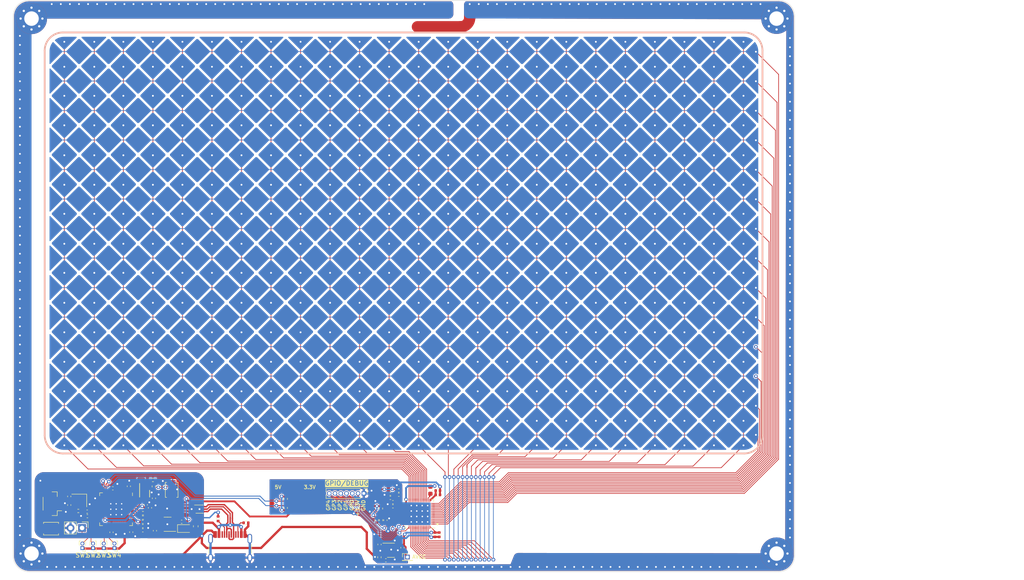
<source format=kicad_pcb>
(kicad_pcb (version 20221018) (generator pcbnew)
  (layers (0 "F.Cu" signal) (31 "B.Cu" signal) (34 "B.Paste" user) (35 "F.Paste" user) (36 "B.SilkS" user "B.Silkscreen") (37 "F.SilkS" user "F.Silkscreen") (38 "B.Mask" user) (39 "F.Mask" user) (44 "Edge.Cuts" user))
  (net 0 "")
  (net 1 "+1V1")
  (net 2 "Net-(U1-XIN)")
  (net 3 "/Macropad/D-")
  (net 5 "/Macropad/D+")
  (net 6 "/Macropad/SCLK")
  (net 7 "/Macropad/MISO")
  (net 8 "/Macropad/SPI_CS")
  (net 9 "/Macropad/MOSI")
  (net 10 "/Macropad/SW1")
  (net 11 "/Macropad/SW2")
  (net 12 "Net-(D1-A)")
  (net 13 "VBUS")
  (net 14 "GND")
  (net 15 "Net-(U1-QSPI_SS)")
  (net 16 "Net-(J1-CC1)")
  (net 17 "Net-(J1-CC2)")
  (net 18 "Net-(U1-XOUT)")
  (net 19 "Net-(J3-Pin_1)")
  (net 20 "Net-(J3-Pin_3)")
  (net 21 "Net-(U1-USB_DM)")
  (net 22 "Net-(U1-USB_DP)")
  (net 23 "Net-(U1-QSPI_SD3)")
  (net 24 "Net-(U1-QSPI_SCLK)")
  (net 25 "Net-(U1-QSPI_SD0)")
  (net 26 "Net-(U1-QSPI_SD2)")
  (net 27 "Net-(U1-QSPI_SD1)")
  (net 28 "/Macropad/SW3")
  (net 29 "/Macropad/SW4")
  (net 35 "/Macropad/GPIO_AD1")
  (net 36 "/Macropad/GPIO_AD2")
  (net 38 "+3V3")
  (net 41 "+3.3VA")
  (net 43 "/Macropad/LED_3.3V")
  (net 45 "/Macropad/RUN")
  (net 55 "3V3")
  (net 56 "5V")
  (net 57 "SCL")
  (net 58 "SDA")
  (net 60 "Net-(U5-EN)")
  (net 61 "Net-(U4-XVDD)")
  (net 62 "Net-(U4-VDDCORE)")
  (net 63 "Net-(U4-TEST)")
  (net 64 "Net-(U4-EXCAP1)")
  (net 65 "Net-(U4-EXCAP0)")
  (net 66 "Net-(R2-Pad1)")
  (net 67 "/Sensor/Shield")
  (net 68 "/Sensor/Row9")
  (net 69 "/Sensor/Row8")
  (net 70 "/Sensor/Row7")
  (net 71 "/Sensor/Row6")
  (net 72 "/Sensor/Row5")
  (net 73 "/Sensor/Row4")
  (net 74 "/Sensor/Row3")
  (net 75 "/Sensor/Row2")
  (net 76 "/Sensor/Row14")
  (net 77 "/Sensor/Row13")
  (net 78 "/Sensor/Row12")
  (net 79 "/Sensor/Row11")
  (net 80 "/Sensor/Row10")
  (net 81 "/Sensor/Row1")
  (net 82 "/Sensor/RESET")
  (net 83 "/Sensor/GPIO4")
  (net 84 "/Sensor/GPIO3")
  (net 85 "/Sensor/GPIO2")
  (net 86 "/Sensor/GPIO1")
  (net 87 "/Sensor/GPIO0")
  (net 88 "/Sensor/Col9")
  (net 89 "/Sensor/Col8")
  (net 90 "/Sensor/Col7")
  (net 91 "/Sensor/Col6")
  (net 92 "/Sensor/Col5")
  (net 93 "/Sensor/Col4")
  (net 94 "/Sensor/Col3")
  (net 95 "/Sensor/Col24")
  (net 96 "/Sensor/Col23")
  (net 97 "/Sensor/Col22")
  (net 98 "/Sensor/Col21")
  (net 99 "/Sensor/Col20")
  (net 100 "/Sensor/Col2")
  (net 101 "/Sensor/Col19")
  (net 102 "/Sensor/Col18")
  (net 103 "/Sensor/Col17")
  (net 104 "/Sensor/Col16")
  (net 105 "/Sensor/Col15")
  (net 106 "/Sensor/Col14")
  (net 107 "/Sensor/Col13")
  (net 108 "/Sensor/Col12")
  (net 109 "/Sensor/Col11")
  (net 110 "/Sensor/Col10")
  (net 111 "/Sensor/Col1")
  (net 112 "/Sensor/CHANGE")
  (net 113 "Net-(C13-Pad1)")
  (footprint "Connector_JST:JST_SH_BM03B-SRSS-TB_1x03-1MP_P1.00mm_Vertical" (layer "F.Cu") (at 33.1025 142.065 90)
    (fp_text reference "J3")
    (fp_text value "JST 3P")
  )
  (footprint "Resistor_SMD:R_0402_1005Metric" (layer "F.Cu") (at 38.8525 143.665 180)
    (fp_text reference "R3")
    (fp_text value "1k")
  )
  (footprint "Capacitor_SMD:C_0402_1005Metric" (layer "F.Cu") (at 53.0472 147.01)
    (fp_text reference "C11")
    (fp_text value "100n")
  )
  (footprint "Capacitor_SMD:C_0402_1005Metric" (layer "F.Cu") (at 46.4525 138.685)
    (fp_text reference "C7")
    (fp_text value "100n")
  )
  (footprint "Resistor_SMD:R_0402_1005Metric" (layer "F.Cu") (at 75.7505 146.28)
    (fp_text reference "R7")
    (fp_text value "5.1k")
  )
  (footprint "Capacitor_SMD:C_0402_1005Metric" (layer "F.Cu") (at 117.99 140.12)
    (fp_text reference "C19")
    (fp_text value "22n")
  )
  (footprint "Crystal:Crystal_SMD_2520-4Pin_2.5x2.0mm" (layer "F.Cu") (at 39.0525 141.365 180)
    (fp_text reference "Y1")
    (fp_text value "Crystal_GND24")
  )
  (footprint "MountingHole:MountingHole_3.2mm_M3_Pad_Via" (layer "F.Cu") (at 28.548556 153.050263)
    (fp_text reference "H4" hide)
    (fp_text value "MountingHole_Pad")
  )
  (footprint "Resistor_SMD:R_0402_1005Metric" (layer "F.Cu") (at 105.46 143.13 -90)
    (fp_text reference "R12")
    (fp_text value "10k")
  )
  (footprint "Connector_PinHeader_1.27mm:PinHeader_1x01_P1.27mm_Vertical" (layer "F.Cu") (at 111.3 153.82)
    (fp_text reference "J10")
    (fp_text value "Conn_01x01_Pin")
  )
  (footprint "Capacitor_SMD:C_0402_1005Metric" (layer "F.Cu") (at 36.8525 140.465 -90)
    (fp_text reference "C12")
    (fp_text value "15p")
  )
  (footprint "Capacitor_SMD:C_0402_1005Metric" (layer "F.Cu") (at 106.45 145.7 90)
    (fp_text reference "C16")
    (fp_text value "10nF")
  )
  (footprint "Capacitor_SMD:C_0402_1005Metric" (layer "F.Cu") (at 108.1 141.725)
    (fp_text reference "C25")
    (fp_text value "22n")
  )
  (footprint "Capacitor_SMD:C_0402_1005Metric" (layer "F.Cu") (at 118.29 148.9 90)
    (fp_text reference "C21")
    (fp_text value "22n")
  )
  (footprint "Package_TO_SOT_SMD:SOT-666" (layer "F.Cu") (at 65.525 143.2625)
    (fp_text reference "U7")
    (fp_text value "USBLC6-2P6")
  )
  (footprint "Capacitor_SMD:C_0402_1005Metric" (layer "F.Cu") (at 53.0472 147.935)
    (fp_text reference "C4")
    (fp_text value "1µ")
  )
  (footprint "Capacitor_SMD:C_0402_1005Metric" (layer "F.Cu") (at 49.9775 138.235 90)
    (fp_text reference "C6")
    (fp_text value "100n")
  )
  (footprint "MountingHole:MountingHole_3.2mm_M3_Pad_Via" (layer "F.Cu") (at 28.5486 35.197056)
    (fp_text reference "H3" hide)
    (fp_text value "MountingHole_Pad")
  )
  (footprint "Resistor_SMD:R_0402_1005Metric" (layer "F.Cu") (at 84.5 141 -90)
    (fp_text reference "R14")
    (fp_text value "3.3k")
  )
  (footprint "Resistor_SMD:R_0402_1005Metric" (layer "F.Cu") (at 84.5 143 90)
    (fp_text reference "R13")
    (fp_text value "3.3k")
  )
  (footprint "Button_Switch_SMD:SW_SPST_B3U-1000P" (layer "F.Cu") (at 59.4025 139.015 90)
    (fp_text reference "SW_BOOT1" hide)
    (fp_text value "SW_Push")
  )
  (footprint "Capacitor_SMD:C_0402_1005Metric" (layer "F.Cu") (at 36.8525 142.365 90)
    (fp_text reference "C13")
    (fp_text value "15p")
  )
  (footprint "Capacitor_SMD:C_0402_1005Metric" (layer "F.Cu") (at 106.55 154.54)
    (fp_text reference "C39")
    (fp_text value "10nF")
  )
  (footprint "Capacitor_SMD:C_0402_1005Metric" (layer "F.Cu") (at 108.1 142.65)
    (fp_text reference "C24")
    (fp_text value "2.2µ")
  )
  (footprint "Resistor_SMD:R_0402_1005Metric" (layer "F.Cu") (at 69.6255 145.38 90)
    (fp_text reference "R6")
    (fp_text value "5.1k")
  )
  (footprint "Resistor_SMD:R_0402_1005Metric" (layer "F.Cu") (at 53.0722 145.135)
    (fp_text reference "R9")
    (fp_text value "27")
  )
  (footprint "Trackpad:USB_C_Receptacle_HRO_TYPE-C-31-M-12" (layer "F.Cu") (at 72.28 152.9)
    (fp_text reference "J1" hide)
    (fp_text value "type-c-31-m-12")
  )
  (footprint "Capacitor_SMD:C_0402_1005Metric" (layer "F.Cu") (at 40.8525 144.815 180)
    (fp_text reference "C3")
    (fp_text value "100n")
  )
  (footprint "Resistor_SMD:R_0402_1005Metric" (layer "F.Cu") (at 55.4775 138.26 90)
    (fp_text reference "R2")
    (fp_text value "1k")
  )
  (footprint "Trackpad:USON-8-1EP_3x2mm_P0.5mm_EP0.25x1.65mm" (layer "F.Cu") (at 53.4525 139.11 -90)
    (fp_text reference "U2" hide)
    (fp_text value "W25Q16JVUXIQ")
  )
  (footprint "Capacitor_SMD:C_0402_1005Metric" (layer "F.Cu") (at 107.5447 140.8)
    (fp_text reference "C22")
    (fp_text value "1µ")
  )
  (footprint "Capacitor_SMD:C_0402_1005Metric" (layer "F.Cu") (at 107.5447 139.875)
    (fp_text reference "C23")
    (fp_text value "22n")
  )
  (footprint "Capacitor_SMD:C_0402_1005Metric" (layer "F.Cu") (at 53.0472 146.085)
    (fp_text reference "C1")
    (fp_text value "1µ")
  )
  (footprint "Capacitor_SMD:C_0402_1005Metric" (layer "F.Cu") (at 54.6275 142.975 90)
    (fp_text reference "C5")
    (fp_text value "100n")
  )
  (footprint "Resistor_SMD:R_0402_1005Metric" (layer "F.Cu") (at 105.125 153.875 -90)
    (fp_text reference "R17")
    (fp_text value "10k")
  )
  (footprint "MountingHole:MountingHole_3.2mm_M3_Pad_Via" (layer "F.Cu") (at 192.548556 153.050263)
    (fp_text reference "H2" hide)
    (fp_text value "MountingHole_Pad")
  )
  (footprint "Button_Switch_SMD:SW_SPST_B3U-1000P" (layer "F.Cu") (at 32.8525 147.565)
    (fp_text reference "SW_RST1" hide)
    (fp_text value "SW_Push")
  )
  (footprint "Package_TO_SOT_SMD:SOT-23-5" (layer "F.Cu") (at 107.67 152.32)
    (fp_text reference "U5")
    (fp_text value "MIC5504-3.3YM5")
  )
  (footprint "Capacitor_SMD:C_0402_1005Metric" (layer "F.Cu") (at 61.60302 146.044334 180)
    (fp_text reference "C15")
    (fp_text value "1µ")
  )
  (footprint "Resistor_SMD:R_0402_1005Metric" (layer "F.Cu") (at 55.2722 136.835 180)
    (fp_text reference "R1")
    (fp_text value "10k")
  )
  (footprint "Capacitor_SMD:C_0402_1005Metric" (layer "F.Cu") (at 40.8025 143.815 180)
    (fp_text reference "C8")
    (fp_text value "100n")
  )
  (footprint "Resistor_SMD:R_0402_1005Metric" (layer "F.Cu") (at 105.5 145.7 -90)
    (fp_text reference "R10")
    (fp_text value "12k")
  )
  (footprint "Package_DFN_QFN:QFN-56-1EP_7x7mm_P0.4mm_EP3.2x3.2mm" (layer "F.Cu") (at 47.163 143.282588 -90)
    (fp_text reference "U1")
    (fp_text value "RP2040")
  )
  (footprint "Connector_PinHeader_1.00mm:PinHeader_1x02_P1.00mm_Vertical" (layer "F.Cu") (at 39.75 151.85 180)
    (fp_text reference "SW1")
    (fp_text value "SW_Push")
  )
  (footprint "Connector_PinHeader_1.27mm:PinHeader_1x07_P1.27mm_Vertical" (layer "F.Cu") (at 101.7 139.8 -90)
    (fp_text reference "J5")
    (fp_text value "Conn_01x07_Pin")
  )
  (footprint "Connector_PinHeader_1.00mm:PinHeader_1x02_P1.00mm_Vertical" (layer "F.Cu") (at 42.1 151.85 180)
    (fp_text reference "SW2")
    (fp_text value "SW_Push")
  )
  (footprint "Trackpad:QFN-56_EP_6x6_Pitch0.35mm" (layer "F.Cu") (at 113.944905 144.283779 180)
    (fp_text reference "U4")
    (fp_text value "mXT336UD-MAU002")
  )
  (footprint "Connector_PinHeader_1.00mm:PinHeader_1x02_P1.00mm_Vertical" (layer "F.Cu") (at 44.45 151.85 180)
    (fp_text reference "SW3")
    (fp_text value "SW_Push")
  )
  (footprint "MountingHole:MountingHole_3.2mm_M3_Pad_Via" (layer "F.Cu") (at 192.5486 35.197056)
    (fp_text reference "H1" hide)
    (fp_text value "MountingHole_Pad")
  )
  (footprint "Capacitor_SMD:C_0402_1005Metric" (layer "F.Cu") (at 55.5025 140.885 -90)
    (fp_text reference "C37")
    (fp_text value "100n")
  )
  (footprint "Capacitor_SMD:C_0402_1005Metric" (layer "F.Cu") (at 109.3947 140.1 180)
    (fp_text reference "C27")
    (fp_text value "22n")
  )
  (footprint "Resistor_SMD:R_0402_1005Metric" (layer "F.Cu") (at 104.55 145.7 -90)
    (fp_text reference "R11")
    (fp_text value "10k")
  )
  (footprint "Capacitor_SMD:C_0402_1005Metric" (layer "F.Cu") (at 46.1525 148.365 -90)
    (fp_text reference "C9")
    (fp_text value "100n")
  )
  (footprint "Connector_PinHeader_1.00mm:PinHeader_1x02_P1.00mm_Vertical" (layer "F.Cu") (at 46.8 151.85 180)
    (fp_text reference "SW4")
    (fp_text value "SW_Push")
  )
  (footprint "Capacitor_SMD:C_0402_1005Metric" (layer "F.Cu") (at 53.7025 142.31 90)
    (fp_text reference "C2")
    (fp_text value "100n")
  )
  (footprint "Capacitor_SMD:C_0402_1005Metric" (layer "F.Cu") (at 105.15 151.05 -90)
    (fp_text reference "C14")
    (fp_text value "1µ")
  )
  (footprint "Capacitor_SMD:C_0402_1005Metric" (layer "F.Cu") (at 109.3947 139.175 180)
    (fp_text reference "C26")
    (fp_text value "2.2µ")
  )
  (footprint "Capacitor_SMD:C_0402_1005Metric" (layer "F.Cu") (at 50.5025 148.333779 -90)
    (fp_text reference "C10")
    (fp_text value "100n")
  )
  (footprint "Capacitor_SMD:C_0402_1005Metric" (layer "F.Cu") (at 117.99 139.18)
    (fp_text reference "C18")
    (fp_text value "1µ")
  )
  (footprint "Resistor_SMD:R_0402_1005Metric" (layer "F.Cu") (at 53.0722 144.16)
    (fp_text reference "R8")
    (fp_text value "27")
  )
  (footprint "Diode_SMD:D_SOD-323" (layer "F.Cu") (at 62.30302 147.544334)
    (fp_text reference "D1")
    (fp_text value "B5817")
  )
  (footprint "Capacitor_SMD:C_0402_1005Metric" (layer "F.Cu") (at 110.2 151.76 -90)
    (fp_text reference "C28")
    (fp_text value "1µ")
  )
  (footprint "Fuse:Fuse_0603_1608Metric" (layer "F.Cu") (at 64.70302 147.044334 90)
    (fp_text reference "F1")
    (fp_text value "Polyfuse")
  )
  (footprint "Capacitor_SMD:C_0603_1608Metric" (layer "F.Cu") (at 116.35 139.1 90)
    (fp_text reference "C17")
    (fp_text value "2.2nF")
  )
  (footprint "Capacitor_SMD:C_0402_1005Metric" (layer "F.Cu") (at 117.35 148.9 90)
    (fp_text reference "C20")
    (fp_text value "2.2µ")
  )
  (footprint "Connector_PinHeader_2.54mm:PinHeader_1x02_P2.54mm_Vertical" (layer "F.Cu") (at 39.6775 147.415 -90)
    (fp_text reference "J9")
    (fp_text value "Conn_01x02_Pin")
  )
  (footprint "Package_TO_SOT_SMD:SOT-23-5" (layer "F.Cu") (at 58.50302 146.594334 180)
    (fp_text reference "U3")
    (fp_text value "MIC5504-3.3YM5")
  )
  (footprint "Capacitor_SMD:C_0402_1005Metric" (layer "F.Cu") (at 55.71552 148.019334 -90)
    (fp_text reference "C30")
    (fp_text value "1µ")
  )
  (gr_line (start 31.45 127) (end 31.45 42.25) (stroke (width 0.4)) (layer "B.SilkS"))
  (gr_line (start 35.45 38.25) (end 185.45 38.25) (stroke (width 0.4)) (layer "B.SilkS"))
  (gr_line (start 185.45 131) (end 35.45 131) (stroke (width 0.4)) (layer "B.SilkS"))
  (gr_arc (start 35.45 131) (mid 32.621573 129.828427) (end 31.45 127) (stroke (width 0.4)) (layer "B.SilkS"))
  (gr_arc (start 189.45 127) (mid 188.278427 129.828427) (end 185.45 131) (stroke (width 0.4)) (layer "B.SilkS"))
  (gr_arc (start 185.45 38.25) (mid 188.278427 39.421573) (end 189.45 42.25) (stroke (width 0.4)) (layer "B.SilkS"))
  (gr_arc (start 31.45 42.25) (mid 32.621573 39.421573) (end 35.45 38.25) (stroke (width 0.4)) (layer "B.SilkS"))
  (gr_line (start 189.45 42.25) (end 189.45 127) (stroke (width 0.4)) (layer "B.SilkS"))
  (gr_circle (center 117.9 146.575) (end 118.03 146.69) (stroke (width 0.15)) (fill solid) (layer "F.SilkS"))
  (gr_arc (start 28.02 157.05) (mid 25.545126 156.024874) (end 24.52 153.55) (stroke (width 0.1)) (layer "Edge.Cuts"))
  (gr_line (start 173.925 157.05) (end 113.525 157.05) (stroke (width 0.1)) (layer "Edge.Cuts"))
  (gr_arc (start 24.52 34.7) (mid 25.545126 32.225126) (end 28.02 31.2) (stroke (width 0.1)) (layer "Edge.Cuts"))
  (gr_line (start 173.925 157.05) (end 181.725 157.05) (stroke (width 0.1)) (layer "Edge.Cuts"))
  (gr_line (start 24.52 153.55) (end 24.52 34.7) (stroke (width 0.1)) (layer "Edge.Cuts"))
  (gr_line (start 196.52 34.7) (end 196.527113 153.555632) (stroke (width 0.1)) (layer "Edge.Cuts"))
  (gr_arc (start 193.02 31.2) (mid 195.494874 32.225126) (end 196.52 34.7) (stroke (width 0.1)) (layer "Edge.Cuts"))
  (gr_line (start 105.725 157.05) (end 113.525 157.05) (stroke (width 0.1)) (layer "Edge.Cuts"))
  (gr_line (start 28.02 157.05) (end 105.725 157.05) (stroke (width 0.1)) (layer "Edge.Cuts"))
  (gr_arc (start 196.527113 153.555632) (mid 195.5 156.026866) (end 193.027118 157.05) (stroke (width 0.1)) (layer "Edge.Cuts"))
  (gr_line (start 181.725 157.05) (end 193.027118 157.05) (stroke (width 0.1)) (layer "Edge.Cuts"))
  (gr_line (start 28.02 31.2) (end 193.02 31.2) (stroke (width 0.1)) (layer "Edge.Cuts"))
  (gr_text "GP4\nGP3\nGP2\nGP1\nGP0\n+3.3V\nGND" (at 102.08 141.13 90) (layer "F.SilkS") (effects (font (size 0.8 0.8)) (justify right bottom)))
  (gr_text "GPIO/DEBUG" (at 93.07 138.14) (layer "F.SilkS" knockout) (effects (font (size 1 1) (thickness 0.15) bold) (justify left bottom)))
  (gr_text "AVCC" (at 112.28 154.23) (layer "F.SilkS") (effects (font (size 0.8 0.8)) (justify left bottom)))
  (gr_text "3.3V" (at 88.4 138.9) (layer "F.SilkS") (effects (font (size 0.8 0.8)) (justify left bottom)))
  (gr_text "5V" (at 82 138.9) (layer "F.SilkS") (effects (font (size 0.8 0.8)) (justify left bottom)))
  (via (at 188 107.498779) (size 0.8) (drill 0.4) (layers "F.Cu" "B.Cu") (net 0))
  (via (at 188 113.998779) (size 0.8) (drill 0.4) (layers "F.Cu" "B.Cu") (net 0))
  (segment (start 52.485078 146.002878) (end 52.5672 146.085) (width 0.3) (layer "F.Cu") (net 1))
  (segment (start 51.13436 145.082588) (end 50.6005 145.082588) (width 0.2) (layer "F.Cu") (net 1))
  (segment (start 53.1275 142.885) (end 53.6975 142.885) (width 0.3) (layer "F.Cu") (net 1))
  (segment (start 52.477825 142.658883) (end 52.05412 143.082588) (width 0.2) (layer "F.Cu") (net 1))
  (segment (start 43.7255 143.882588) (end 42.264912 143.882588) (width 0.2) (layer "F.Cu") (net 1))
  (segment (start 52.004322 145.95255) (end 51.13436 145.082588) (width 0.2) (layer "F.Cu") (net 1))
  (segment (start 44.763 145.683841) (end 44.463 145.383841) (width 0.2) (layer "F.Cu") (net 1))
  (segment (start 44.25936 143.882588) (end 43.7255 143.882588) (width 0.2) (layer "F.Cu") (net 1))
  (segment (start 44.463 145.383841) (end 44.463 144.086228) (width 0.2) (layer "F.Cu") (net 1))
  (segment (start 52.05412 143.082588) (end 50.6005 143.082588) (width 0.2) (layer "F.Cu") (net 1))
  (segment (start 52.901383 142.658883) (end 52.477825 142.658883) (width 0.2) (layer "F.Cu") (net 1))
  (segment (start 44.463 144.086228) (end 44.25936 143.882588) (width 0.2) (layer "F.Cu") (net 1))
  (segment (start 53.6975 142.885) (end 53.7025 142.88) (width 0.2) (layer "F.Cu") (net 1))
  (segment (start 42.264912 143.882588) (end 41.3325 144.815) (width 0.2) (layer "F.Cu") (net 1))
  (segment (start 52.004322 146.002878) (end 52.485078 146.002878) (width 0.3) (layer "F.Cu") (net 1))
  (segment (start 53.7025 142.88) (end 53.7025 142.79) (width 0.2) (layer "F.Cu") (net 1))
  (segment (start 52.901383 142.658883) (end 53.1275 142.885) (width 0.3) (layer "F.Cu") (net 1))
  (via (at 44.763 145.683841) (size 0.8) (drill 0.4) (layers "F.Cu" "B.Cu") (net 1))
  (via (at 52.004322 146.002878) (size 0.8) (drill 0.4) (layers "F.Cu" "B.Cu") (net 1))
  (via (at 52.901383 142.658883) (size 0.8) (drill 0.4) (layers "F.Cu" "B.Cu") (net 1))
  (segment (start 51.852878 146.002878) (end 52.004322 146.002878) (width 0.5) (layer "B.Cu") (net 1))
  (segment (start 50.4 144.55) (end 51.852878 146.002878) (width 0.5) (layer "B.Cu") (net 1))
  (segment (start 49.266159 145.683841) (end 44.763 145.683841) (width 0.5) (layer "B.Cu") (net 1))
  (segment (start 52.291117 142.658883) (end 50.4 144.55) (width 0.5) (layer "B.Cu") (net 1))
  (segment (start 50.4 144.55) (end 49.266159 145.683841) (width 0.5) (layer "B.Cu") (net 1))
  (segment (start 52.901383 142.658883) (end 52.291117 142.658883) (width 0.5) (layer "B.Cu") (net 1))
  (segment (start 40.82195 140.665) (end 39.9275 140.665) (width 0.2) (layer "F.Cu") (net 2))
  (segment (start 36.9725 139.865) (end 39.1275 139.865) (width 0.2) (layer "F.Cu") (net 2))
  (segment (start 39.1275 139.865) (end 39.9275 140.665) (width 0.2) (layer "F.Cu") (net 2))
  (segment (start 43.7255 142.682588) (end 42.839538 142.682588) (width 0.2) (layer "F.Cu") (net 2))
  (segment (start 42.839538 142.682588) (end 40.82195 140.665) (width 0.2) (layer "F.Cu") (net 2))
  (segment (start 36.8525 139.985) (end 36.9725 139.865) (width 0.2) (layer "F.Cu") (net 2))
  (segment (start 71.5295 147.7795) (end 71.53 147.78) (width 0.3) (layer "F.Cu") (net 3))
  (segment (start 67.896714 143.255) (end 70.405 143.255) (width 0.3) (layer "F.Cu") (net 3))
  (segment (start 64.891851 144.016851) (end 66.158149 144.016851) (width 0.3) (layer "F.Cu") (net 3))
  (segment (start 54.7075 144.66) (end 58.647107 144.66) (width 0.3) (layer "F.Cu") (net 3))
  (segment (start 71.785 147.525) (end 71.53 147.78) (width 0.3) (layer "F.Cu") (net 3))
  (segment (start 64.675 143.8) (end 64.891851 144.016851) (width 0.3) (layer "F.Cu") (net 3))
  (segment (start 53.5822 145.135) (end 53.6622 145.055) (width 0.4) (layer "F.Cu") (net 3))
  (segment (start 72.53 147.78) (end 72.275 147.525) (width 0.3) (layer "F.Cu") (net 3))
  (segment (start 66.375 143.8) (end 67.144606 143.8) (width 0.3) (layer "F.Cu") (net 3))
  (segment (start 58.647107 144.66) (end 59.628553 143.678553) (width 0.3) (layer "F.Cu") (net 3))
  (segment (start 67.351714 143.8) (end 67.896714 143.255) (width 0.3) (layer "F.Cu") (net 3))
  (segment (start 54.4025 144.965) (end 54.2325 145.135) (width 0.25) (layer "F.Cu") (net 3))
  (segment (start 54.4025 144.965) (end 54.7075 144.66) (width 0.3) (layer "F.Cu") (net 3))
  (segment (start 72.275 147.525) (end 71.785 147.525) (width 0.3) (layer "F.Cu") (net 3))
  (segment (start 64.375 144.1) (end 63.344606 144.1) (width 0.25) (layer "F.Cu") (net 3))
  (segment (start 64.675 143.8) (end 64.375 144.1) (width 0.25) (layer "F.Cu") (net 3))
  (segment (start 66.158149 144.016851) (end 66.375 143.8) (width 0.3) (layer "F.Cu") (net 3))
  (segment (start 70.405 143.255) (end 71.7755 144.6255) (width 0.3) (layer "F.Cu") (net 3))
  (segment (start 71.7755 146.218339) (end 71.5295 146.464339) (width 0.3) (layer "F.Cu") (net 3))
  (segment (start 54.2325 145.135) (end 53.5822 145.135) (width 0.25) (layer "F.Cu") (net 3))
  (segment (start 62.923159 143.678553) (end 63.344606 144.1) (width 0.3) (layer "F.Cu") (net 3))
  (segment (start 71.7755 144.6255) (end 71.7755 144.935392) (width 0.3) (layer "F.Cu") (net 3))
  (segment (start 59.628553 143.678553) (end 62.923159 143.678553) (width 0.3) (layer "F.Cu") (net 3))
  (segment (start 72.53 148.855) (end 72.53 147.78) (width 0.3) (layer "F.Cu") (net 3))
  (segment (start 71.53 147.78) (end 71.53 148.855) (width 0.3) (layer "F.Cu") (net 3))
  (segment (start 71.7755 144.935392) (end 71.7755 146.218339) (width 0.3) (layer "F.Cu") (net 3))
  (segment (start 71.5295 146.464339) (end 71.5295 147.7795) (width 0.3) (layer "F.Cu") (net 3))
  (segment (start 67.144606 143.8) (end 67.351714 143.8) (width 0.3) (layer "F.Cu") (net 3))
  (segment (start 67.4625 142.275) (end 70.996752 142.275) (width 0.3) (layer "F.Cu") (net 5))
  (segment (start 73.03 149.7255) (end 73.03 148.855) (width 0.3) (layer "F.Cu") (net 5))
  (segment (start 64.4 142.45) (end 64.3 142.35) (width 0.3) (layer "F.Cu") (net 5))
  (segment (start 66.375 142.725) (end 67.0125 142.725) (width 0.3) (layer "F.Cu") (net 5))
  (segment (start 72.8005 149.955) (end 73.03 149.7255) (width 0.3) (layer "F.Cu") (net 5))
  (segment (start 72.03 148.855) (end 72.03 149.7445) (width 0.3) (layer "F.Cu") (net 5))
  (segment (start 73.03 148.855) (end 73.03 146.464839) (width 0.3) (layer "F.Cu") (net 5))
  (segment (start 72.7755 144.053748) (end 72.7755 145.349606) (width 0.3) (layer "F.Cu") (net 5))
  (segment (start 72.7755 146.210339) (end 72.7755 145.349606) (width 0.3) (layer "F.Cu") (net 5))
  (segment (start 66.375 142.725) (end 66.166851 142.516851) (width 0.3) (layer "F.Cu") (net 5))
  (segment (start 58.44 144.16) (end 53.5822 144.16) (width 0.3) (layer "F.Cu") (net 5))
  (segment (start 72.03 149.7445) (end 72.2405 149.955) (width 0.3) (layer "F.Cu") (net 5))
  (segment (start 66.166851 142.516851) (end 64.883149 142.516851) (width 0.3) (layer "F.Cu") (net 5))
  (segment (start 73.03 146.464839) (end 72.7755 146.210339) (width 0.3) (layer "F.Cu") (net 5))
  (segment (start 67.0125 142.725) (end 67.4625 142.275) (width 0.3) (layer "F.Cu") (net 5))
  (segment (start 64.883149 142.516851) (end 64.675 142.725) (width 0.3) (layer "F.Cu") (net 5))
  (segment (start 64.3 142.35) (end 60.25 142.35) (width 0.3) (layer "F.Cu") (net 5))
  (segment (start 64.675 142.725) (end 64.4 142.45) (width 0.25) (layer "F.Cu") (net 5))
  (segment (start 70.996752 142.275) (end 72.7755 144.053748) (width 0.3) (layer "F.Cu") (net 5))
  (segment (start 54.0975 144.16) (end 53.5822 144.16) (width 0.25) (layer "F.Cu") (net 5))
  (segment (start 60.25 142.35) (end 58.44 144.16) (width 0.3) (layer "F.Cu") (net 5))
  (segment (start 72.2405 149.955) (end 72.8005 149.955) (width 0.3) (layer "F.Cu") (net 5))
  (segment (start 41.3 149.3) (end 41.3 147.32316) (width 0.15) (layer "F.Cu") (net 10))
  (segment (start 43.140572 145.482588) (end 43.7255 145.482588) (width 0.15) (layer "F.Cu") (net 10))
  (segment (start 41.3 147.32316) (end 43.140572 145.482588) (width 0.15) (layer "F.Cu") (net 10))
  (segment (start 39.75 150.85) (end 41.3 149.3) (width 0.15) (layer "F.Cu") (net 10))
  (segment (start 41.65 147.468134) (end 43.235546 145.882588) (width 0.15) (layer "F.Cu") (net 11))
  (segment (start 41.65 150.4) (end 41.65 147.468134) (width 0.15) (layer "F.Cu") (net 11))
  (segment (start 43.235546 145.882588) (end 43.7255 145.882588) (width 0.15) (layer "F.Cu") (net 11))
  (segment (start 42.1 150.85) (end 41.65 150.4) (width 0.15) (layer "F.Cu") (net 11))
  (segment (start 63.64052 147.831834) (end 63.35302 147.544334) (width 0.5) (layer "F.Cu") (net 12))
  (segment (start 64.70302 147.831834) (end 63.64052 147.831834) (width 0.5) (layer "F.Cu") (net 12))
  (segment (start 70.8 142.75) (end 67.765318 142.75) (width 0.25) (layer "F.Cu") (net 13))
  (segment (start 67.765318 142.75) (end 67.252818 143.2625) (width 0.25) (layer "F.Cu") (net 13))
  (segment (start 69.83 148.855) (end 69.83 147.206221) (width 0.5) (layer "F.Cu") (net 13))
  (segment (start 74.73 148.855) (end 74.73 147.225721) (width 0.5) (layer "F.Cu") (net 13))
  (segment (start 72.2795 146.775) (end 72.2755 146.771) (width 0.3) (layer "F.Cu") (net 13))
  (segment (start 66.975 143.2625) (end 66.45 143.2625) (width 0.3) (layer "F.Cu") (net 13))
  (segment (start 68.425613 146.256834) (end 64.70302 146.256834) (width 0.5) (layer "F.Cu") (net 13))
  (segment (start 69.8 147.631221) (end 68.425613 146.256834) (width 0.5) (layer "F.Cu") (net 13))
  (segment (start 67.252818 143.2625) (end 67.182107 143.2625) (width 0.25) (layer "F.Cu") (net 13))
  (segment (start 74.73 147.225721) (end 74.6805 147.176221) (width 0.5) (layer "F.Cu") (net 13))
  (segment (start 67.182107 143.2625) (end 66.975 143.2625) (width 0.3) (layer "F.Cu") (net 13))
  (segment (start 72.2755 144.2255) (end 70.8 142.75) (width 0.25) (layer "F.Cu") (net 13))
  (segment (start 69.83 147.206221) (end 69.8 147.176221) (width 0.5) (layer "F.Cu") (net 13))
  (segment (start 72.2755 146.771) (end 72.2755 145.142499) (width 0.3) (layer "F.Cu") (net 13))
  (segment (start 72.2755 145.142499) (end 72.2755 144.2255) (width 0.25) (layer "F.Cu") (net 13))
  (via (at 74.6805 147.176221) (size 0.8) (drill 0.4) (layers "F.Cu" "B.Cu") (net 13))
  (via (at 69.8 147.176221) (size 0.8) (drill 0.4) (layers "F.Cu" "B.Cu") (net 13))
  (via (at 72.2795 146.775) (size 0.8) (drill 0.4) (layers "F.Cu" "B.Cu") (net 13))
  (segment (start 74.279279 146.775) (end 72.2795 146.775) (width 0.5) (layer "B.Cu") (net 13))
  (segment (start 74.6805 147.176221) (end 74.279279 146.775) (width 0.5) (layer "B.Cu") (net 13))
  (segment (start 70.201221 146.775) (end 69.8 147.176221) (width 0.5) (layer "B.Cu") (net 13))
  (segment (start 72.2795 146.775) (end 70.201221 146.775) (width 0.5) (layer "B.Cu") (net 13))
  (segment (start 118.47 140.12) (end 118.47 139.18) (width 0.4) (layer "F.Cu") (net 14))
  (segment (start 109.8697 140.095) (end 109.8747 140.1) (width 0.5) (layer "F.Cu") (net 14))
  (segment (start 79.075 151.825) (end 83.7 147.2) (width 0.5) (layer "F.Cu") (net 14))
  (segment (start 54.478465 142.345965) (end 54.6275 142.495) (width 0.2) (layer "F.Cu") (net 14))
  (segment (start 40.513 144.6745) (end 40.513 143.985018) (width 0.5) (layer "F.Cu") (net 14))
  (segment (start 52.7025 137.81) (end 52.7025 138.36) (width 0.3) (layer "F.Cu") (net 14))
  (segment (start 40.342982 143.815) (end 40.3225 143.815) (width 0.5) (layer "F.Cu") (net 14))
  (segment (start 36.8525 140.945) (end 37.1325 140.665) (width 0.3) (layer "F.Cu") (net 14))
  (segment (start 75.53 149.31) (end 75.53 147.7755) (width 0.5) (layer "F.Cu") (net 14))
  (segment (start 37.1325 140.665) (end 38.1775 140.665) (width 0.3) (layer "F.Cu") (net 14))
  (segment (start 49.9775 137.095) (end 49.9775 137.755) (width 0.3) (layer "F.Cu") (net 14))
  (segment (start 107.0647 140.8) (end 107.0647 141.043479) (width 0.3) (layer "F.Cu") (net 14))
  (segment (start 106.6775 152.175) (end 106.5325 152.32) (width 0.25) (layer "F.Cu") (net 14))
  (segment (start 39.4525 144.76) (end 39.5075 144.815) (width 0.5) (layer "F.Cu") (net 14))
  (segment (start 116.544405 149.46) (end 116.624405 149.38) (width 0.4) (layer "F.Cu") (net 14))
  (segment (start 125 33.5) (end 125 35) (width 2.5) (layer "F.Cu") (net 14))
  (segment (start 47.1225 148.845) (end 46.1525 148.845) (width 0.2) (layer "F.Cu") (net 14))
  (segment (start 67.2 148) (end 68.175 148) (width 0.5) (layer "F.Cu") (net 14))
  (segment (start 107.62 141.978779) (end 107.62 142.65) (width 0.3) (layer "F.Cu") (net 14))
  (segment (start 67.1 151.825) (end 79.075 151.825) (width 0.5) (layer "F.Cu") (net 14))
  (segment (start 106.95 142.175) (end 107.145 142.175) (width 0.25) (layer "F.Cu") (net 14))
  (segment (start 40.3725 144.815) (end 40.513 144.6745) (width 0.5) (layer "F.Cu") (net 14))
  (segment (start 107.0647 138.5553) (end 107.0647 139.875) (width 0.5) (layer "F.Cu") (net 14))
  (segment (start 116.624405 149.38) (end 118.29 149.38) (width 0.4) (layer "F.Cu") (net 14))
  (segment (start 107.645 137.975) (end 107.0647 138.5553) (width 0.5) (layer "F.Cu") (net 14))
  (segment (start 54.414328 141.83) (end 53.7025 141.83) (width 0.2) (layer "F.Cu") (net 14))
  (segment (start 50.0625 137.01) (end 49.9775 137.095) (width 0.3) (layer "F.Cu") (net 14))
  (segment (start 106.824304 140.115396) (end 107.0647 139.875) (width 0.2) (layer "F.Cu") (net 14))
  (segment (start 107.725 152.175) (end 106.6775 152.175) (width 0.25) (layer "F.Cu") (net 14))
  (segment (start 63.79604 143.258152) (end 63.800388 143.2625) (width 0.3) (layer "F.Cu") (net 14))
  (segment (start 106.255792 140.115396) (end 106.824304 140.115396) (width 0.2) (layer "F.Cu") (net 14))
  (segment (start 54.478465 141.765863) (end 54.478465 142.345965) (width 0.2) (layer "F.Cu") (net 14))
  (segment (start 108.5 154.36) (end 107.21 154.36) (width 0.25) (layer "F.Cu") (net 14))
  (segment (start 54.478465 141.765863) (end 54.414328 141.83) (width 0.2) (layer "F.Cu") (net 14))
  (segment (start 110.1095 152.3305) (end 110.2 152.24) (width 0.25) (layer "F.Cu") (net 14))
  (segment (start 55.0025 139.585) (end 54.5275 139.11) (width 0.2) (layer "F.Cu") (net 14))
  (segment (start 108.959049 137.975) (end 109.0697 137.975) (width 0.5) (layer "F.Cu") (net 14))
  (segment (start 107.62 141.598779) (end 107.62 141.978779) (width 0.3) (layer "F.Cu") (net 14))
  (segment (start 106.422832 152.429668) (end 106.5325 152.32) (width 0.4) (layer "F.Cu") (net 14))
  (segment (start 76.2605 147.045) (end 76.2605 146.28) (width 0.5) (layer "F.Cu") (net 14))
  (segment (start 53.5272 147.01) (end 53.5272 146.085) (width 0.5) (layer "F.Cu") (net 14))
  (segment (start 109.18 152.3305) (end 110.1095 152.3305) (width 0.25) (layer "F.Cu") (net 14))
  (segment (start 107.62 142.458779) (end 107.62 142.65) (width 0.3) (layer "F.Cu") (net 14))
  (segment (start 105.15 152.259336) (end 105.15 151.53) (width 0.4) (layer "F.Cu") (net 14))
  (segment (start 83.7 147.2) (end 101.15 147.2) (width 0.5) (layer "F.Cu") (net 14))
  (segment (start 63.800388 143.2625) (end 64.6 143.2625) (width 0.3) (layer "F.Cu") (net 14))
  (segment (start 50.956279 148.813779) (end 50.5025 148.813779) (width 0.2) (layer "F.Cu") (net 14))
  (segment (start 64.6 143.2625) (end 65.521147 143.2625) (width 0.3) (layer "F.Cu") (net 14))
  (segment (start 60.57302 146.594334) (end 59.64052 146.594334) (width 0.4) (layer "F.Cu") (net 14))
  (segment (start 62 153.2) (end 66.05 149.15) (width 0.5) (layer "F.Cu") (net 14))
  (segment (start 107.145 142.175) (end 107.62 142.65) (width 0.25) (layer "F.Cu") (net 14))
  (segment (start 75.685 148.855) (end 76.6 149.77) (width 0.5) (layer "F.Cu") (net 14))
  (segment (start 39.5075 144.815) (end 40.3725 144.815) (width 0.5) (layer "F.Cu") (net 14))
  (segment (start 107.0647 139.875) (end 107.0647 140.8) (width 0.3) (layer "F.Cu") (net 14))
  (segment (start 48.45 151.35) (end 49.05 150.75) (width 0.5) (layer "F.Cu") (net 14))
  (segment (start 107.27 145.3095) (end 106.5395 145.3095) (width 0.3) (layer "F.Cu") (net 14))
  (segment (start 107.21 154.36) (end 107.03 154.54) (width 0.25) (layer "F.Cu") (net 14))
  (segment (start 68.175 148) (end 69.03 148.855) (width 0.5) (layer "F.Cu") (net 14))
  (segment (start 47.85 151.95) (end 48.45 151.35) (width 0.5) (layer "F.Cu") (net 14))
  (segment (start 109.0697 137.975) (end 109.8697 138.775) (width 0.5) (layer "F.Cu") (net 14))
  (segment (start 106.5395 145.3095) (end 106.45 145.22) (width 0.3) (layer "F.Cu") (net 14))
  (segment (start 101.15 147.2) (end 102.35 148.4) (width 0.5) (layer "F.Cu") (net 14))
  (segment (start 61.12302 146.044334) (end 60.57302 146.594334) (width 0.4) (layer "F.Cu") (net 14))
  (segment (start 75.53 147.7755) (end 76.2605 147.045) (width 0.5) (layer "F.Cu") (net 14))
  (segment (start 36.8525 141.885) (end 36.8525 140.945) (width 0.3) (layer "F.Cu") (net 14))
  (segment (start 107.17 142.175) (end 107.62 141.725) (width 0.25) (layer "F.Cu") (net 14))
  (segment (start 42.5525 140.885) (end 42.5525 141.643448) (width 0.2) (layer "F.Cu") (net 14))
  (segment (start 38.1775 140.665) (end 38.4525 140.39) (width 0.2) (layer "F.Cu") (net 14))
  (segment (start 108.959049 137.975) (end 107.645 137.975) (width 0.5) (layer "F.Cu") (net 14))
  (segment (start 68.875 148.855) (end 67.96 149.77) (width 0.5) (layer "F.Cu") (net 14))
  (segment (start 102.35 148.4) (end 102.35 152) (width 0.5) (layer "F.Cu") (net 14))
  (segment (start 69.03 148.855) (end 68.875 148.855) (width 0.5) (layer "F.Cu") (net 14))
  (segment (start 123 37) (end 113.5 37) (width 2.5) (layer "F.Cu") (net 14))
  (segment (start 69.6255 143.98) (end 69.6255 144.87) (width 0.3) (layer "F.Cu") (net 14))
  (segment (start 43.19164 142.282588) (end 43.7255 142.282588) (width 0.2) (layer "F.Cu") (net 14))
  (segment (start 75.53 148.855) (end 75.685 148.855) (width 0.5) (layer "F.Cu") (net 14))
  (segment (start 66.05 149.15) (end 67.2 148) (width 0.5) (layer "F.Cu") (net 14))
  (segment (start 107.62 141.978779) (end 107.61 141.988779) (width 0.3) (layer "F.Cu") (net 14))
  (segment (start 106.95 142.175) (end 107.17 142.175) (width 0.25) (layer "F.Cu") (net 14))
  (segment (start 54.5275 139.11) (end 53.4525 139.11) (width 0.2) (layer "F.Cu") (net 14))
  (segment (start 47.1525 148.815) (end 47.1225 148.845) (width 0.2) (layer "F.Cu") (net 14))
  (segment (start 107.0647 141.043479) (end 107.62 141.598779) (width 0.3) (layer "F.Cu") (net 14))
  (segment (start 38.1775 140.665) (end 38.3525 140.49) (width 0.15) (layer "F.Cu") (net 14))
  (segment (start 118.48 138.3) (end 118.48 139.17) (width 0.4) (layer "F.Cu") (net 14))
  (segment (start 62 156) (end 62 153.2) (width 0.5) (layer "F.Cu") (net 14))
  (segment (start 118.48 139.17) (end 118.47 139.18) (width 0.4) (layer "F.Cu") (net 14))
  (segment (start 109.8697 138.775) (end 109.8697 140.095) (width 0.5) (layer "F.Cu") (net 14))
  (segment (start 49.05 150.75) (end 49.05 148.8) (width 0.5) (layer "F.Cu") (net 14))
  (segment (start 66.05 150.775) (end 67.1 151.825) (width 0.5) (layer "F.Cu") (net 14))
  (segment (start 105.320332 152.429668) (end 106.422832 152.429668) (width 0.4) (layer "F.Cu") (net 14))
  (segment (start 52.7025 138.36) (end 53.4525 139.11) (width 0.3) (layer "F.Cu") (net 14))
  (segment (start 42.5525 141.643448) (end 43.19164 142.282588) (width 0.2) (layer "F.Cu") (net 14))
  (segment (start 53.5272 147.935) (end 53.5272 147.01) (width 0.5) (layer "F.Cu") (net 14))
  (segment (start 59.64052 146.594334) (end 58.45302 146.594334) (width 0.4) (layer "F.Cu") (net 14))
  (segment (start 65.521147 143.2625) (end 65.525498 143.266851) (width 0.3) (layer "F.Cu") (net 14))
  (segment (start 66.05 149.15) (end 66.05 150.775) (width 0.5) (layer "F.Cu") (net 14))
  (segment (start 40.513 143.985018) (end 40.342982 143.815) (width 0.5) (layer "F.Cu") (net 14))
  (segment (start 51.3775 149.235) (end 50.956279 148.813779) (width 0.2) (layer "F.Cu") (net 14))
  (segment (start 102.35 152) (end 104.15 153.8) (width 0.5) (layer "F.Cu") (net 14))
  (segment (start 105.320332 152.429668) (end 105.15 152.259336) (width 0.4) (layer "F.Cu") (net 14))
  (segment (start 39.75 151.95) (end 47.85 151.95) (width 0.5) (layer "F.Cu") (net 14))
  (via (at 96 156) (size 0.8) (drill 0.4) (layers "F.Cu" "B.Cu") (net 14))
  (via (at 30.5 137) (size 0.8) (drill 0.4) (layers "F.Cu" "B.Cu") (net 14))
  (via (at 65 32) (size 0.8) (drill 0.4) (layers "F.Cu" "B.Cu") (net 14))
  (via (at 183 32) (size 0.8) (drill 0.4) (layers "F.Cu" "B.Cu") (net 14))
  (via (at 51 32) (size 0.8) (drill 0.4) (layers "F.Cu" "B.Cu") (net 14))
  (via (at 177 32) (size 0.8) (drill 0.4) (layers "F.Cu" "B.Cu") (net 14))
  (via (at 26 79) (size 0.8) (drill 0.4) (layers "F.Cu" "B.Cu") (net 14))
  (via (at 109.18 152.3305) (size 0.8) (drill 0.4) (layers "F.Cu" "B.Cu") (net 14))
  (via (at 195.5 135.5) (size 0.8) (drill 0.4) (layers "F.Cu" "B.Cu") (net 14))
  (via (at 38 156) (size 0.8) (drill 0.4) (layers "F.Cu" "B.Cu") (net 14))
  (via (at 124 156) (size 0.8) (drill 0.4) (layers "F.Cu" "B.Cu") (net 14))
  (via (at 83 32) (size 0.8) (drill 0.4) (layers "F.Cu" "B.Cu") (net 14))
  (via (at 163 32) (size 0.8) (drill 0.4) (layers "F.Cu" "B.Cu") (net 14))
  (via (at 26 131) (size 0.8) (drill 0.4) (layers "F.Cu" "B.Cu") (net 14))
  (via (at 84 156) (size 0.8) (drill 0.4) (layers "F.Cu" "B.Cu") (net 14))
  (via (at 195.5 107.5) (size 0.8) (drill 0.4) (layers "F.Cu" "B.Cu") (net 14))
  (via (at 54.478465 141.765863) (size 0.8) (drill 0.4) (layers "F.Cu" "B.Cu") (net 14))
  (via (at 181 32) (size 0.8) (drill 0.4) (layers "F.Cu" "B.Cu") (net 14))
  (via (at 174 156) (size 0.8) (drill 0.4) (layers "F.Cu" "B.Cu") (net 14))
  (via (at 88 156) (size 0.8) (drill 0.4) (layers "F.Cu" "B.Cu") (net 14))
  (via (at 195.5 47.5) (size 0.8) (drill 0.4) (layers "F.Cu" "B.Cu") (net 14))
  (via (at 26 115) (size 0.8) (drill 0.4) (layers "F.Cu" "B.Cu") (net 14))
  (via (at 195.5 79.5) (size 0.8) (drill 0.4) (layers "F.Cu" "B.Cu") (net 14))
  (via (at 161 32) (size 0.8) (drill 0.4) (layers "F.Cu" "B.Cu") (net 14))
  (via (at 87 32) (size 0.8) (drill 0.4) (layers "F.Cu" "B.Cu") (net 14))
  (via (at 140 156) (size 0.8) (drill 0.4) (layers "F.Cu" "B.Cu") (net 14))
  (via (at 186 156) (size 0.8) (drill 0.4) (layers "F.Cu" "B.Cu") (net 14))
  (via (at 92 156) (size 0.8) (drill 0.4) (layers "F.Cu" "B.Cu") (net 14))
  (via (at 26 117) (size 0.8) (drill 0.4) (layers "F.Cu" "B.Cu") (net 14))
  (via (at 26 71) (size 0.8) (drill 0.4) (layers "F.Cu" "B.Cu") (net 14))
  (via (at 195.5 97.5) (size 0.8) (drill 0.4) (layers "F.Cu" "B.Cu") (net 14))
  (via (at 152 156) (size 0.8) (drill 0.4) (layers "F.Cu" "B.Cu") (net 14))
  (via (at 26 89) (size 0.8) (drill 0.4) (layers "F.Cu" "B.Cu") (net 14))
  (via (at 48.393 143.285018) (size 0.6) (drill 0.3) (layers "F.Cu" "B.Cu") (net 14))
  (via (at 162 156) (size 0.8) (drill 0.4) (layers "F.Cu" "B.Cu") (net 14))
  (via (at 65.525498 143.266851) (size 0.8) (drill 0.4) (layers "F.Cu" "B.Cu") (net 14))
  (via (at 58.45302 146.594334) (size 0.8) (drill 0.4) (layers "F.Cu" "B.Cu") (net 14))
  (via (at 178 156) (size 0.8) (drill 0.4) (layers "F.Cu" "B.Cu") (net 14))
  (via (at 26 137) (size 0.8) (drill 0.4) (layers "F.Cu" "B.Cu") (net 14))
  (via (at 195.5 115.5) (size 0.8) (drill 0.4) (layers "F.Cu" "B.Cu") (net 14))
  (via (at 156 156) (size 0.8) (drill 0.4) (layers "F.Cu" "B.Cu") (net 14))
  (via (at 26 77) (size 0.8) (drill 0.4) (layers "F.Cu" "B.Cu") (net 14))
  (via (at 49.05 148.7) (size 0.8) (drill 0.4) (layers "F.Cu" "B.Cu") (net 14))
  (via (at 195.5 49.5) (size 0.8) (drill 0.4) (layers "F.Cu" "B.Cu") (net 14))
  (via (at 195.5 99.5) (size 0.8) (drill 0.4) (layers "F.Cu" "B.Cu") (net 14))
  (via (at 63 32) (size 0.8) (drill 0.4) (layers "F.Cu" "B.Cu") (net 14))
  (via (at 74 156) (size 0.8) (drill 0.4) (layers "F.Cu" "B.Cu") (net 14))
  (via (at 97 32) (size 0.8) (drill 0.4) (layers "F.Cu" "B.Cu") (net 14))
  (via (at 185 32) (size 0.8) (drill 0.4) (layers "F.Cu" "B.Cu") (net 14))
  (via (at 188 156) (size 0.8) (drill 0.4) (layers "F.Cu" "B.Cu") (net 14))
  (via (at 42 156) (size 0.8) (drill 0.4) (layers "F.Cu" "B.Cu") (net 14))
  (via (at 195.5 41.5) (size 0.8) (drill 0.4) (layers "F.Cu" "B.Cu") (net 14))
  (via (at 164 156) (size 0.8) (drill 0.4) (layers "F.Cu" "B.Cu") (net 14))
  (via (at 195.5 65.5) (size 0.8) (drill 0.4) (layers "F.Cu" "B.Cu") (net 14))
  (via (at 53 32) (size 0.8) (drill 0.4) (layers "F.Cu" "B.Cu") (net 14))
  (via (at 85 32) (size 0.8) (drill 0.4) (layers "F.Cu" "B.Cu") (net 14))
  (via (at 55.8525 142.435) (size 0.8) (drill 0.4) (layers "F.Cu" "B.Cu") (net 14))
  (via (at 86 156) (size 0.8) (drill 0.4) (layers "F.Cu" "B.Cu") (net 14))
  (via (at 26 149) (size 0.8) (drill 0.4) (layers "F.Cu" "B.Cu") (net 14))
  (via (at 157 32) (size 0.8) (drill 0.4) (layers "F.Cu" "B.Cu") (net 14))
  (via (at 26 135) (size 0.8) (drill 0.4) (layers "F.Cu" "B.Cu") (net 14))
  (via (at 69.6255 143.98) (size 0.8) (drill 0.4) (layers "F.Cu" "B.Cu") (net 14))
  (via (at 26 121) (size 0.8) (drill 0.4) (layers "F.Cu" "B.Cu") (net 14))
  (via (at 47.193 143.285018) (size 0.6) (drill 0.3) (layers "F.Cu" "B.Cu") (net 14))
  (via (at 141 32) (size 0.8) (drill 0.4) (layers "F.Cu" "B.Cu") (net 14))
  (via (at 26 83) (size 0.8) (drill 0.4) (layers "F.Cu" "B.Cu") (net 14))
  (via (at 78 156) (size 0.8) (drill 0.4) (layers "F.Cu" "B.Cu") (net 14))
  (via (at 71 32) (size 0.8) (drill 0.4) (layers "F.Cu" "B.Cu") (net 14))
  (via (at 127 32) (size 0.8) (drill 0.4) (layers "F.Cu" "B.Cu") (net 14))
  (via (at 195.5 127.5) (size 0.8) (drill 0.4) (layers "F.Cu" "B.Cu") (net 14))
  (via (at 75 32) (size 0.8) (drill 0.4) (layers "F.Cu" "B.Cu") (net 14))
  (via (at 93 32) (size 0.8) (drill 0.4) (layers "F.Cu" "B.Cu") (net 14))
  (via (at 115 32) (size 0.8) (drill 0.4) (layers "F.Cu" "B.Cu") (net 14))
  (via (at 104 148.8) (size 0.8) (drill 0.4) (layers "F.Cu" "B.Cu") (net 14))
  (via (at 26 57) (size 0.8) (drill 0.4) (layers "F.Cu" "B.Cu") (net 14))
  (via (at 195.5 129.5) (size 0.8) (drill 0.4) (layers "F.Cu" "B.Cu") (net 14))
  (via (at 26 107) (size 0.8) (drill 0.4) (layers "F.Cu" "B.Cu") (net 14))
  (via (at 195.5 53.5) (size 0.8) (drill 0.4) (layers "F.Cu" "B.Cu") (net 14))
  (via (at 138 156) (size 0.8) (drill 0.4) (layers "F.Cu" "B.Cu") (net 14))
  (via (at 26 39) (size 0.8) (drill 0.4) (layers "F.Cu" "B.Cu") (net 14))
  (via (at 149 32) (size 0.8) (drill 0.4) (layers "F.Cu" "B.Cu") (net 14))
  (via (at 148 156) (size 0.8) (drill 0.4) (layers "F.Cu" "B.Cu") (net 14))
  (via (at 195.5 75.5) (size 0.8) (drill 0.4) (layers "F.Cu" "B.Cu") (net 14))
  (via (at 26 143) (size 0.8) (drill 0.4) (layers "F.Cu" "B.Cu") (net 14))
  (via (at 195.5 121.5) (size 0.8) (drill 0.4) (layers "F.Cu" "B.Cu") (net 14))
  (via (at 48.393 142.085018) (size 0.6) (drill 0.3) (layers "F.Cu" "B.Cu") (net 14))
  (via (at 195.5 147.5) (size 0.8) (drill 0.4) (layers "F.Cu" "B.Cu") (net 14))
  (via (at 109 32) (size 0.8) (drill 0.4) (layers "F.Cu" "B.Cu") (net 14))
  (via (at 195.5 77.5) (size 0.8) (drill 0.4) (layers "F.Cu" "B.Cu") (net 14))
  (via (at 26 95) (size 0.8) (drill 0.4) (layers "F.Cu" "B.Cu") (net 14))
  (via (at 26 49) (size 0.8) (drill 0.4) (layers "F.Cu" "B.Cu") (net 14))
  (via (at 26 123) (size 0.8) (drill 0.4) (layers "F.Cu" "B.Cu") (net 14))
  (via (at 45 32) (size 0.8) (drill 0.4) (layers "F.Cu" "B.Cu") (net 14))
  (via (at 26 133) (size 0.8) (drill 0.4) (layers "F.Cu" "B.Cu") (net 14))
  (via (at 195.5 95.5) (size 0.8) (drill 0.4) (layers "F.Cu" "B.Cu") (net 14))
  (via (at 77 32) (size 0.8) (drill 0.4) (layers "F.Cu" "B.Cu") (net 14))
  (via (at 26 147) (size 0.8) (drill 0.4) (layers "F.Cu" "B.Cu") (net 14))
  (via (at 39 32) (size 0.8) (drill 0.4) (layers "F.Cu" "B.Cu") (net 14))
  (via (at 73 32) (size 0.8) (drill 0.4) (layers "F.Cu" "B.Cu") (net 14))
  (via (at 59 32) (size 0.8) (drill 0.4) (layers "F.Cu" "B.Cu") (net 14))
  (via (at 47.4525 137.71) (size 0.8) (drill 0.4) (layers "F.Cu" "B.Cu") (net 14))
  (via (at 195.5 139.5) (size 0.8) (drill 0.4) (layers "F.Cu" "B.Cu") (net 14))
  (via (at 61 32) (size 0.8) (drill 0.4) (layers "F.Cu" "B.Cu") (net 14))
  (via (at 195.5 101.5) (size 0.8) (drill 0.4) (layers "F.Cu" "B.Cu") (net 14))
  (via (at 26 109) (size 0.8) (drill 0.4) (layers "F.Cu" "B.Cu") (net 14))
  (via (at 195.5 89.5) (size 0.8) (drill 0.4) (layers "F.Cu" "B.Cu") (net 14))
  (via (at 26 47) (size 0.8) (drill 0.4) (layers "F.Cu" "B.Cu") (net 14))
  (via (at 195.5 111.5) (size 0.8) (drill 0.4) (layers "F.Cu" "B.Cu") (net 14))
  (via (at 26 69) (size 0.8) (drill 0.4) (layers "F.Cu" "B.Cu") (net 14))
  (via (at 46 156) (size 0.8) (drill 0.4) (layers "F.Cu" "B.Cu") (net 14))
  (via (at 195.5 103.5) (size 0.8) (drill 0.4) (layers "F.Cu" "B.Cu") (net 14))
  (via (at 176 156) (size 0.8) (drill 0.4) (layers "F.Cu" "B.Cu") (net 14))
  (via (at 134 156) (size 0.8) (drill 0.4) (layers "F.Cu" "B.Cu") (net 14))
  (via (at 195.5 113.5) (size 0.8) (drill 0.4) (layers "F.Cu" "B.Cu") (net 14))
  (via (at 40 156) (size 0.8) (drill 0.4) (layers "F.Cu" "B.Cu") (net 14))
  (via (at 165 32) (size 0.8) (drill 0.4) (layers "F.Cu" "B.Cu") (net 14))
  (via (at 130 156) (size 0.8) (drill 0.4) (layers "F.Cu" "B.Cu") (net 14))
  (via (at 36.1025 143.865) (size 0.8) (drill 0.4) (layers "F.Cu" "B.Cu") (net 14))
  (via (at 187 32) (size 0.8) (drill 0.4) (layers "F.Cu" "B.Cu") (net 14))
  (via (at 34 156) (size 0.8) (drill 0.4) (layers "F.Cu" "B.Cu") (net 14))
  (via (at 146 156) (size 0.8) (drill 0.4) (layers "F.Cu" "B.Cu") (net 14))
  (via (at 195.5 71.5) (size 0.8) (drill 0.4) (layers "F.Cu" "B.Cu") (net 14))
  (via (at 116 156) (size 0.8) (drill 0.4) (layers "F.Cu" "B.Cu") (net 14))
  (via (at 179 32) (size 0.8) (drill 0.4) (layers "F.Cu" "B.Cu") (net 14))
  (via (at 26 91) (size 0.8) (drill 0.4) (layers "F.Cu" "B.Cu") (net 14))
  (via (at 195.5 87.5) (size 0.8) (drill 0.4) (layers "F.Cu" "B.Cu") (net 14))
  (via (at 166 156) (size 0.8) (drill 0.4) (layers "F.Cu" "B.Cu") (net 14))
  (via (at 57.4525 137.065) (size 0.8) (drill 0.4) (layers "F.Cu" "B.Cu") (net 14))
  (via (at 120 156) (size 0.8) (drill 0.4) (layers "F.Cu" "B.Cu") (net 14))
  (via (at 195.5 123.5) (size 0.8) (drill 0.4) (layers "F.Cu" "B.Cu") (net 14))
  (via (at 26 119) (size 0.8) (drill 0.4) (layers "F.Cu" "B.Cu") (net 14))
  (via (at 195.5 69.5) (size 0.8) (drill 0.4) (layers "F.Cu" "B.Cu") (net 14))
  (via (at 39.4525 144.76) (size 0.8) (drill 0.4) (layers "F.Cu" "B.Cu") (net 14))
  (via (at 118 156) (size 0.8) (drill 0.4) (layers "F.Cu" "B.Cu") (net 14))
  (via (at 47.193 144.485018) (size 0.6) (drill 0.3) (layers "F.Cu" "B.Cu") (net 14))
  (via (at 94 156) (size 0.8) (drill 0.4) (layers "F.Cu" "B.Cu") (net 14))
  (via (at 104 156) (size 0.8) (drill 0.4) (layers "F.Cu" "B.Cu") (net 14))
  (via (at 76 156) (size 0.8) (drill 0.4) (layers "F.Cu" "B.Cu") (net 14))
  (via (at 168 156) (size 0.8) (drill 0.4) (layers "F.Cu" "B.Cu") (net 14))
  (via (at 26 105) (size 0.8) (drill 0.4) (layers "F.Cu" "B.Cu") (net 14))
  (via (at 26 65) (size 0.8) (drill 0.4) (layers "F.Cu" "B.Cu") (net 14))
  (via (at 114 156) (size 0.8) (drill 0.4) (layers "F.Cu" "B.Cu") (net 14))
  (via (at 80 156) (size 0.8) (drill 0.4) (layers "F.Cu" "B.Cu") (net 14))
  (via (at 32 156) (size 0.8) (drill 0.4) (layers "F.Cu" "B.Cu") (net 14))
  (via (at 108.959049 137.975) (size 0.8) (drill 0.4) (layers "F.Cu" "B.Cu") (net 14))
  (via (at 189 32) (size 0.8) (drill 0.4) (layers "F.Cu" "B.Cu") (net 14))
  (via (at 35.9025 141.965) (size 0.8) (drill 0.4) (layers "F.Cu" "B.Cu") (net 14))
  (via (at 45.993 144.485018) (size 0.6) (drill 0.3) (layers "F.Cu" "B.Cu") (net 14))
  (via (at 195.5 45.5) (size 0.8) (drill 0.4) (layers "F.Cu" "B.Cu") (net 14))
  (via (at 175 32) (size 0.8) (drill 0.4) (layers "F.Cu" "B.Cu") (net 14))
  (via (at 128 156) (size 0.8) (drill 0.4) (layers "F.Cu" "B.Cu") (net 14))
  (via (at 63.79604 143.258152) (size 0.8) (drill 0.4) (layers "F.Cu" "B.Cu") (net 14))
  (via (at 44 156) (size 0.8) (drill 0.4) (layers "F.Cu" "B.Cu") (net 14))
  (via (at 172 156) (size 0.8) (drill 0.4) (layers "F.Cu" "B.Cu") (net 14))
  (via (at 184 156) (size 0.8) (drill 0.4) (layers "F.Cu" "B.Cu") (net 14))
  (via (at 66 156) (size 0.8) (drill 0.4) (layers "F.Cu" "B.Cu") (net 14))
  (via (at 195.5 117.5) (size 0.8) (drill 0.4) (layers "F.Cu" "B.Cu") (net 14))
  (via (at 26 97) (size 0.8) (drill 0.4) (layers "F.Cu" "B.Cu") (net 14))
  (via (at 51.3775 149.235) (size 0.8) (drill 0.4) (layers "F.Cu" "B.Cu") (net 14))
  (via (at 139 32) (size 0.8) (drill 0.4) (layers "F.Cu" "B.Cu") (net 14))
  (via (at 42.5525 140.885) (size 0.8) (drill 0.4) (layers "F.Cu" "B.Cu") (net 14))
  (via (at 26 59) (size 0.8) (drill 0.4) (layers "F.Cu" "B.Cu") (net 14))
  (via (at 54.2525 146.46) (size 0.8) (drill 0.4) (layers "F.Cu" "B.Cu") (net 14))
  (via (at 105.320332 152.429668) (size 0.8) (drill 0.4) (layers "F.Cu" "B.Cu") (net 14))
  (via (at 41 32) (size 0.8) (drill 0.4) (layers "F.Cu" "B.Cu") (net 14))
  (via (at 137 32) (size 0.8) (drill 0.4) (layers "F.Cu" "B.Cu") (net 14))
  (via (at 60.6025 138.915) (size 0.8) (drill 0.4) (layers "F.Cu" "B.Cu") (net 14))
  (via (at 45.993 142.085018) (size 0.6) (drill 0.3) (layers "F.Cu" "B.Cu") (net 14))
  (via (at 99.5 144.2) (size 0.8) (drill 0.4) (layers "F.Cu" "B.Cu") (net 14))
  (via (at 195.5 125.5) (size 0.8) (drill 0.4) (layers "F.Cu" "B.Cu") (net 14))
  (via (at 195.5 105.5) (size 0.8) (drill 0.4) (layers "F.Cu" "B.Cu") (net 14))
  (via (at 171 32) (size 0.8) (drill 0.4) (layers "F.Cu" "B.Cu") (net 14))
  (via (at 45.993 143.285018) (size 0.6) (drill 0.3) (layers "F.Cu" "B.Cu") (net 14))
  (via (at 26 113) (size 0.8) (drill 0.4) (layers "F.Cu" "B.Cu") (net 14))
  (via (at 195.5 55.5) (size 0.8) (drill 0.4) (layers "F.Cu" "B.Cu") (net 14))
  (via (at 64 156) (size 0.8) (drill 0.4) (layers "F.Cu" "B.Cu") (net 14))
  (via (at 143 32) (size 0.8) (drill 0.4) (layers "F.Cu" "B.Cu") (net 14))
  (via (at 170 156) (size 0.8) (drill 0.4) (layers "F.Cu" "B.Cu") (net 14))
  (via (at 26 53) (size 0.8) (drill 0.4) (layers "F.Cu" "B.Cu") (net 14))
  (via (at 108.5 150.18) (size 0.8) (drill 0.4) (layers "F.Cu" "B.Cu") (net 14))
  (via (at 112 156) (size 0.8) (drill 0.4) (layers "F.Cu" "B.Cu") (net 14))
  (via (at 35 32) (size 0.8) (drill 0.4) (layers "F.Cu" "B.Cu") (net 14))
  (via (at 26 67) (size 0.8) (drill 0.4) (layers "F.Cu" "B.Cu") (net 14))
  (via (at 26 63) (size 0.8) (drill 0.4) (layers "F.Cu" "B.Cu") (net 14))
  (via (at 110 156) (size 0.8) (drill 0.4) (layers "F.Cu" "B.Cu") (net 14))
  (via (at 106 156) (size 0.8) (drill 0.4) (layers "F.Cu" "B.Cu") (net 14))
  (via (at 99 32) (size 0.8) (drill 0.4) (layers "F.Cu" "B.Cu") (net 14))
  (via (at 105 32) (size 0.8) (drill 0.4) (layers "F.Cu" "B.Cu") (net 14))
  (via (at 195.5 51.5) (size 0.8) (drill 0.4) (layers "F.Cu" "B.Cu") (net 14))
  (via (at 107 32) (size 0.8) (drill 0.4) (layers "F.Cu" "B.Cu") (net 14))
  (via (at 60 156) (size 0.8) (drill 0.4) (layers "F.Cu" "B.Cu") (net 14))
  (via (at 132 156) (size 0.8) (drill 0.4) (layers "F.Cu" "B.Cu") (net 14))
  (via (at 106.95 142.175) (size 0.8) (drill 0.4) (layers "F.Cu" "B.Cu") (net 14))
  (via (at 195.5 93.5) (size 0.8) (drill 0.4) (layers "F.Cu" "B.Cu") (net 14))
  (via (at 107.725 152.175) (size 0.8) (drill 0.4) (layers "F.Cu" "B.Cu") (net 14))
  (via (at 195.5 141.5) (size 0.8) (drill 0.4) (layers "F.Cu" "B.Cu") (net 14))
  (via (at 126 156) (size 0.8) (drill 0.4) (layers "F.Cu" "B.Cu") (net 14))
  (via (at 107.036694 148.112194) (size 0.8) (drill 0.4) (layers "F.Cu" "B.Cu") (net 14))
  (via (at 195.5 85.5) (size 0.8) (drill 0.4) (layers "F.Cu" "B.Cu") (net 14))
  (via (at 158 156) (size 0.8) (drill 0.4) (layers "F.Cu" "B.Cu") (net 14))
  (via (at 55 32) (size 0.8) (drill 0.4) (layers "F.Cu" "B.Cu") (net 14))
  (via (at 82 156) (size 0.8) (drill 0.4) (layers "F.Cu" "B.Cu") (net 14))
  (via (at 95 32) (size 0.8) (drill 0.4) (layers "F.Cu" "B.Cu") (net 14))
  (via (at 167 32) (size 0.8) (drill 0.4) (layers "F.Cu" "B.Cu") (net 14))
  (via (at 26 141) (size 0.8) (drill 0.4) (layers "F.Cu" "B.Cu") (net 14))
  (via (at 90 156) (size 0.8) (drill 0.4) (layers "F.Cu" "B.Cu") (net 14))
  (via (at 195.5 73.5) (size 0.8) (drill 0.4) (layers "F.Cu" "B.Cu") (net 14))
  (via (at 26 103) (size 0.8) (drill 0.4) (layers "F.Cu" "B.Cu") (net 14))
  (via (at 91 32) (size 0.8) (drill 0.4) (layers "F.Cu" "B.Cu") (net 14))
  (via (at 26 125) (size 0.8) (drill 0.4) (layers "F.Cu" "B.Cu") (net 14))
  (via (at 43 32) (size 0.8) (drill 0.4) (layers "F.Cu" "B.Cu") (net 14))
  (via (at 145 32) (size 0.8) (drill 0.4) (layers "F.Cu" "B.Cu") (net 14))
  (via (at 26 87) (size 0.8) (drill 0.4) (layers "F.Cu" "B.Cu") (net 14))
  (via (at 150 156) (size 0.8) (drill 0.4) (layers "F.Cu" "B.Cu") (net 14))
  (via (at 195.5 119.5) (size 0.8) (drill 0.4) (layers "F.Cu" "B.Cu") (net 14))
  (via (at 66.05 149.15) (size 0.8) (drill 0.4) (layers "F.Cu" "B.Cu") (net 14))
  (via (at 26 127) (size 0.8) (drill 0.4) (layers "F.Cu" "B.Cu") (net 14))
  (via (at 159 32) (size 0.8) (drill 0.4) (layers "F.Cu" "B.Cu") (net 14))
  (via (at 58.4025 143.135) (size 0.8) (drill 0.4) (layers "F.Cu" "B.Cu") (net 14))
  (via (at 26 129) (size 0.8) (drill 0.4) (layers "F.Cu" "B.Cu") (net 14))
  (via (at 147 32) (size 0.8) (drill 0.4) (layers "F.Cu" "B.Cu") (net 14))
  (via (at 47.1525 148.815) (size 0.8) (drill 0.4) (layers "F.Cu" "B.Cu") (net 14))
  (via (at 195.5 149.5) (size 0.8) (drill 0.4) (layers "F.Cu" "B.Cu") (net 14))
  (via (at 195.5 63.5) (size 0.8) (drill 0.4) (layers "F.Cu" "B.Cu") (net 14))
  (via (at 195.5 57.5) (size 0.8) (drill 0.4) (layers "F.Cu" "B.Cu") (net 14))
  (via (at 195.5 109.5) (size 0.8) (drill 0.4) (layers "F.Cu" "B.Cu") (net 14))
  (via (at 151 32) (size 0.8) (drill 0.4) (layers "F.Cu" "B.Cu") (net 14))
  (via (at 26 55) (size 0.8) (drill 0.4) (layers "F.Cu" "B.Cu") (net 14))
  (via (at 47 32) (size 0.8) (drill 0.4) (layers "F.Cu" "B.Cu") (net 14))
  (via (at 81 32) (size 0.8) (drill 0.4) (layers "F.Cu" "B.Cu") (net 14))
  (via (at 195.5 83.5) (size 0.8) (drill 0.4) (layers "F.Cu" "B.Cu") (net 14))
  (via (at 136 156) (size 0.8) (drill 0.4) (layers "F.Cu" "B.Cu") (net 14))
  (via (at 153 32) (size 0.8) (drill 0.4) (layers "F.Cu" "B.Cu") (net 14))
  (via (at 108.5 154.36) (size 0.8) (drill 0.4) (layers "F.Cu" "B.Cu") (net 14))
  (via (at 49 32) (size 0.8) (drill 0.4) (layers "F.Cu" "B.Cu") (net 14))
  (via (at 103.002298 143.797702) (size 0.8) (drill 0.4) (layers "F.Cu" "B.Cu") (net 14))
  (via (at 135 32) (size 0.8) (drill 0.4) (layers "F.Cu" "B.Cu") (net 14))
  (via (at 195.5 145.5) (size 0.8) (drill 0.4) (layers "F.Cu" "B.Cu") (net 14))
  (via (at 155 32) (size 0.8) (drill 0.4) (layers "F.Cu" "B.Cu") (net 14))
  (via (at 118.48 138.3) (size 0.8) (drill 0.4) (layers "F.Cu" "B.Cu") (net 14))
  (via (at 26 41) (size 0.8) (drill 0.4) (layers "F.Cu" "B.Cu") (net 14))
  (via (at 89 32) (size 0.8) (drill 0.4) (layers "F.Cu" "B.Cu") (net 14))
  (via (at 103 32) (size 0.8) (drill 0.4) (layers "F.Cu" "B.Cu") (net 14))
  (via (at 98 156) (size 0.8) (drill 0.4) (layers "F.Cu" "B.Cu") (net 14))
  (via (at 26 85) (size 0.8) (drill 0.4) (layers "F.Cu" "B.Cu") (net 14))
  (via (at 62 156) (size 0.8) (drill 0.4) (layers "F.Cu" "B.Cu") (net 14))
  (via (at 195.5 67.5) (size 0.8) (drill 0.4) (layers "F.Cu" "B.Cu") (net 14))
  (via (at 47.193 142.085018) (size 0.6) (drill 0.3) (layers "F.Cu" "B.Cu") (net 14))
  (via (at 129 32) (size 0.8) (drill 0.4) (layers "F.Cu" "B.Cu") (net 14))
  (via (at 26 45) (size 0.8) (drill 0.4) (layers "F.Cu" "B.Cu") (net 14))
  (via (at 195.5 133.5) (size 0.8) (drill 0.4) (layers "F.Cu" "B.Cu") (net 14))
  (via (at 26 93) (size 0.8) (drill 0.4) (layers "F.Cu" "B.Cu") (net 14))
  (via (at 104.15 153.8) (size 0.8) (drill 0.4) (layers "F.Cu" "B.Cu") (net 14))
  (via (at 100 156) (size 0.8) (drill 0.4) (layers "F.Cu" "B.Cu") (net 14))
  (via (at 113 32) (size 0.8) (drill 0.4) (layers "F.Cu" "B.Cu") (net 14))
  (via (at 195.5 91.5) (size 0.8) (drill 0.4) (layers "F.Cu" "B.Cu") (net 14))
  (via (at 111 32) (size 0.8) (drill 0.4) (layers "F.Cu" "B.Cu") (net 14))
  (via (at 108 156) (size 0.8) (drill 0.4) (layers "F.Cu" "B.Cu") (net 14))
  (via (at 48.393 144.485018) (size 0.6) (drill 0.3) (layers "F.Cu" "B.Cu") (net 14))
  (via (at 195.5 61.5) (size 0.8) (drill 0.4) (layers "F.Cu" "B.Cu") (net 14))
  (via (at 37 32) (size 0.8) (drill 0.4) (layers "F.Cu" "B.Cu") (net 14))
  (via (at 122 156) (size 0.8) (drill 0.4) (layers "F.Cu" "B.Cu") (net 14))
  (via (at 68 156) (size 0.8) (drill 0.4) (layers "F.Cu" "B.Cu") (net 14))
  (via (at 26 99) (size 0.8) (drill 0.4) (layers "F.Cu" "B.Cu") (net 14))
  (via (at 58 156) (size 0.8) (drill 0.4) (layers "F.Cu" "B.Cu") (net 14))
  (via (at 102 156) (size 0.8) (drill 0.4) (layers "F.Cu" "B.Cu") (net 14))
  (via (at 160 156) (size 0.8) (drill 0.4) (layers "F.Cu" "B.Cu") (net 14))
  (via (at 26 111) (size 0.8) (drill 0.4) (layers "F.Cu" "B.Cu") (net 14))
  (via (at 104.24 141.48) (size 0.8) (drill 0.4) (layers "F.Cu" "B.Cu") (net 14))
  (via (at 26 75) (size 0.8) (drill 0.4) (layers "F.Cu" "B.Cu") (net 14))
  (via (at 180 156) (size 0.8) (drill 0.4) (layers "F.Cu" "B.Cu") (net 14))
  (via (at 131 32) (size 0.8) (drill 0.4) (layers "F.Cu" "B.Cu") (net 14))
  (via (at 26 61) (size 0.8) (drill 0.4) (layers "F.Cu" "B.Cu") (net 14))
  (via (at 106.255792 140.115396) (size 0.8) (drill 0.4) (layers "F.Cu" "B.Cu") (net 14))
  (via (at 50 156) (size 0.8) (drill 0.4) (layers "F.Cu" "B.Cu") (net 14))
  (via (at 195.5 39.5) (size 0.8) (drill 0.4) (layers "F.Cu" "B.Cu") (net 14))
  (via (at 33 32) (size 0.8) (drill 0.4) (layers "F.Cu" "B.Cu") (net 14))
  (via (at 26 51) (size 0.8) (drill 0.4) (layers "F.Cu" "B.Cu") (net 14))
  (via (at 116.544405 149.46) (size 0.8) (drill 0.4) (layers "F.Cu" "B.Cu") (net 14))
  (via (at 55.0025 139.585) (size 0.8) (drill 0.4) (layers "F.Cu" "B.Cu") (net 14))
  (via (at 103.4 139.2) (size 0.8) (drill 0.4) (layers "F.Cu" "B.Cu") (net 14))
  (via (at 169 32) (size 0.8) (drill 0.4) (layers "F.Cu" "B.Cu") (net 14))
  (via (at 26 139) (size 0.8) (drill 0.4) (layers "F.Cu" "B.Cu") (net 14))
  (via (at 125 32) (size 0.8) (drill 0.4) (layers "F.Cu" "B.Cu") (net 14))
  (via (at 144 156) (size 0.8) (drill 0.4) (layers "F.Cu" "B.Cu") (net 14))
  (via (at 182 156) (size 0.8) (drill 0.4) (layers "F.Cu" "B.Cu") (net 14))
  (via (at 36 156) (size 0.8) (drill 0.4) (layers "F.Cu" "B.Cu") (net 14))
  (via (at 195.5 131.5) (size 0.8) (drill 0.4) (layers "F.Cu" "B.Cu") (net 14))
  (via (at 101 32) (size 0.8) (drill 0.4) (layers "F.Cu" "B.Cu") (net 14))
  (via (at 133 32) (size 0.8) (drill 0.4) (layers "F.Cu" "B.Cu") (net 14))
  (via (at 26 101) (size 0.8) (drill 0.4) (layers "F.Cu" "B.Cu") (net 14))
  (via (at 57 32) (size 0.8) (drill 0.4) (layers "F.Cu" "B.Cu") (net 14))
  (via (at 69 32) (size 0.8) (drill 0.4) (layers "F.Cu" "B.Cu") (net 14))
  (via (at 26 81) (size 0.8) (drill 0.4) (layers "F.Cu" "B.Cu") (net 14))
  (via (at 48 156) (size 0.8) (drill 0.4) (layers "F.Cu" "B.Cu") (net 14))
  (via (at 72 156) (size 0.8) (drill 0.4) (layers "F.Cu" "B.Cu") (net 14))
  (via (at 26 73) (size 0.8) (drill 0.4) (layers "F.Cu" "B.Cu") (net 14))
  (via (at 195.5 137.5) (size 0.8) (drill 0.4) (layers "F.Cu" "B.Cu") (net 14))
  (via (at 56.528 140.035) (size 0.8) (drill 0.4) (layers "F.Cu" "B.Cu") (net 14))
  (via (at 26 43) (size 0.8) (drill 0.4) (layers "F.Cu" "B.Cu") (net 14))
  (via (at 79 32) (size 0.8) (drill 0.4) (layers "F.Cu" "B.Cu") (net 14))
  (via (at 54 156) (size 0.8) (drill 0.4) (layers "F.Cu" "B.Cu") (net 14))
  (via (at 107.27 145.3095) (size 0.8) (drill 0.4) (layers "F.Cu" "B.Cu") (net 14))
  (via (at 195.5 43.5) (size 0.8) (drill 0.4) (layers "F.Cu" "B.Cu") (net 14))
  (via (at 70 156) (size 0.8) (drill 0.4) (layers "F.Cu" "B.Cu") (net 14))
  (via (at 154 156) (size 0.8) (drill 0.4) (layers "F.Cu" "B.Cu") (net 14))
  (via (at 56 156) (size 0.8) (drill 0.4) (layers "F.Cu" "B.Cu") (net 14))
  (via (at 195.5 143.5) (size 0.8) (drill 0.4) (layers "F.Cu" "B.Cu") (net 14))
  (via (at 41.3525 142.1855) (size 0.8) (drill 0.4) (layers "F.Cu" "B.Cu") (net 14))
  (via (at 50.0625 137.01) (size 0.8) (drill 0.4) (layers "F.Cu" "B.Cu") (net 14))
  (via (at 52 156) (size 0.8) (drill 0.4) (layers "F.Cu" "B.Cu") (net 14))
  (via (at 26 145) (size 0.8) (drill 0.4) (layers "F.Cu" "B.Cu") (net 14))
  (via (at 173 32) (size 0.8) (drill 0.4) (layers "F.Cu" "B.Cu") (net 14))
  (via (at 142 156) (size 0.8) (drill 0.4) (layers "F.Cu" "B.Cu") (net 14))
  (via (at 195.5 81.5) (size 0.8) (drill 0.4) (layers "F.Cu" "B.Cu") (net 14))
  (via (at 195.5 59.5) (size 0.8) (drill 0.4) (layers "F.Cu" "B.Cu") (net 14))
  (via (at 54.2275 147.41) (size 0.8) (drill 0.4) (layers "F.Cu" "B.Cu") (net 14))
  (via (at 67 32) (size 0.8) (drill 0.4) (layers "F.Cu" "B.Cu") (net 14))
  (arc (start 123 37) (mid 124.414214 36.414214) (end 125 35) (width 2.5) (layer "F.Cu") (net 14))
  (segment (start 117.609531 137.371308) (end 109.562741 137.371308) (width 0.4) (layer "B.Cu") (net 14))
  (segment (start 67.75 145.15) (end 65.65 145.15) (width 0.3) (layer "B.Cu") (net 14))
  (segment (start 68.92 143.98) (end 67.75 145.15) (width 0.3) (layer "B.Cu") (net 14))
  (segment (start 116.012534 149.05) (end 116.422534 149.46) (width 0.4) (layer "B.Cu") (net 14))
  (segment (start 101.7 139.8) (end 101.91 140.01) (width 0.3) (layer "B.Cu") (net 14))
  (segment (start 118.48 138.241777) (end 117.609531 137.371308) (width 0.4) (layer "B.Cu") (net 14))
  (segment (start 76.6 149.77) (end 76.6 153.95) (width 0.5) (layer "B.Cu") (net 14))
  (segment (start 111.612794 149.05) (end 116.012534 149.05) (width 0.4) (layer "B.Cu") (net 14))
  (segment (start 69.6255 143.98) (end 68.92 143.98) (width 0.3) (layer "B.Cu") (net 14))
  (segment (start 109.562741 137.371308) (end 108.959049 137.975) (width 0.4) (layer "B.Cu") (net 14))
  (segment (start 109.02 149.66) (end 111.002794 149.66) (width 0.4) (layer "B.Cu") (net 14))
  (segment (start 111.002794 149.66) (end 111.612794 149.05) (width 0.4) (layer "B.Cu") (net 14))
  (segment (start 118.48 138.3) (end 118.48 138.241777) (width 0.4) (layer "B.Cu") (net 14))
  (segment (start 108.5 150.18) (end 109.02 149.66) (width 0.4) (layer "B.Cu") (net 14))
  (segment (start 116.422534 149.46) (end 116.544405 149.46) (width 0.4) (layer "B.Cu") (net 14))
  (segment (start 67.96 149.77) (end 67.96 153.95) (width 0.5) (layer "B.Cu") (net 14))
  (segment (start 54.2025 137.81) (end 54.5525 137.46) (width 0.2) (layer "F.Cu") (net 15))
  (segment (start 52.046128 136.41) (end 53.3025 136.41) (width 0.2) (layer "F.Cu") (net 15))
  (segment (start 55.1875 137.46) (end 55.4775 137.75) (width 0.2) (layer "F.Cu") (net 15))
  (segment (start 51.191661 140.458218) (end 51.191661 137.264467) (width 0.2) (layer "F.Cu") (net 15))
  (segment (start 54.3222 137.125292) (end 54.612492 136.835) (width 0.2) (layer "F.Cu") (net 15))
  (segment (start 50.96729 140.682588) (end 51.191661 140.458218) (width 0.2) (layer "F.Cu") (net 15))
  (segment (start 51.191661 137.264467) (end 52.046128 136.41) (width 0.2) (layer "F.Cu") (net 15))
  (segment (start 54.169996 137.277496) (end 54.3222 137.125292) (width 0.2) (layer "F.Cu") (net 15))
  (segment (start 54.5525 137.46) (end 55.1875 137.46) (width 0.2) (layer "F.Cu") (net 15))
  (segment (start 50.6005 140.682588) (end 50.96729 140.682588) (width 0.2) (layer "F.Cu") (net 15))
  (segment (start 54.612492 136.835) (end 54.7622 136.835) (width 0.2) (layer "F.Cu") (net 15))
  (segment (start 54.2025 137.244992) (end 54.2025 137.81) (width 0.2) (layer "F.Cu") (net 15))
  (segment (start 54.3222 137.125292) (end 54.2025 137.244992) (width 0.2) (layer "F.Cu") (net 15))
  (segment (start 53.3025 136.41) (end 54.169996 137.277496) (width 0.2) (layer "F.Cu") (net 15))
  (segment (start 71.0208 147.2853) (end 69.6255 145.89) (width 0.2) (layer "F.Cu") (net 16))
  (segment (start 71.03 148.855) (end 71.0208 148.8458) (width 0.2) (layer "F.Cu") (net 16))
  (segment (start 71.0208 148.8458) (end 71.0208 147.2853) (width 0.2) (layer "F.Cu") (net 16))
  (segment (start 73.9805 146.886271) (end 74.586771 146.28) (width 0.2) (layer "F.Cu") (net 17))
  (segment (start 74.03 148.855) (end 74.03 148.381221) (width 0.16) (layer "F.Cu") (net 17))
  (segment (start 74.586771 146.28) (end 75.2405 146.28) (width 0.2) (layer "F.Cu") (net 17))
  (segment (start 74.0005 148.351721) (end 73.9805 148.331721) (width 0.2) (layer "F.Cu") (net 17))
  (segment (start 73.9805 148.331721) (end 73.9805 146.886271) (width 0.2) (layer "F.Cu") (net 17))
  (segment (start 74.03 148.381221) (end 74.0005 148.351721) (width 0.16) (layer "F.Cu") (net 17))
  (segment (start 40.0125 143.015) (end 41.976514 143.015) (width 0.2) (layer "F.Cu") (net 18))
  (segment (start 42.044102 143.082588) (end 43.7255 143.082588) (width 0.2) (layer "F.Cu") (net 18))
  (segment (start 41.976514 143.015) (end 42.044102 143.082588) (width 0.2) (layer "F.Cu") (net 18))
  (segment (start 39.3625 143.665) (end 40.0125 143.015) (width 0.2) (layer "F.Cu") (net 18))
  (segment (start 42.820294 144.282588) (end 43.7255 144.282588) (width 0.15) (layer "F.Cu") (net 19))
  (segment (start 41.667882 145.435) (end 42.820294 144.282588) (width 0.15) (layer "F.Cu") (net 19))
  (segment (start 34.899987 144.537513) (end 35.797474 145.435) (width 0.15) (layer "F.Cu") (net 19))
  (segment (start 34.4275 143.065) (end 34.899987 143.537487) (width 0.15) (layer "F.Cu") (net 19))
  (segment (start 34.899987 143.537487) (end 34.899987 144.537513) (width 0.15) (layer "F.Cu") (net 19))
  (segment (start 35.797474 145.435) (end 41.667882 145.435) (width 0.15) (layer "F.Cu") (net 19))
  (segment (start 42.915268 144.682588) (end 41.812856 145.785) (width 0.15) (layer "F.Cu") (net 20))
  (segment (start 33.322501 141.065) (end 34.4275 141.065) (width 0.15) (layer "F.Cu") (net 20))
  (segment (start 43.7255 144.682588) (end 42.915268 144.682588) (width 0.15) (layer "F.Cu") (net 20))
  (segment (start 33.0525 141.335001) (end 33.322501 141.065) (width 0.15) (layer "F.Cu") (net 20))
  (segment (start 35.2725 145.785) (end 33.0525 143.565) (width 0.15) (layer "F.Cu") (net 20))
  (segment (start 41.812856 145.785) (end 35.2725 145.785) (width 0.15) (layer "F.Cu") (net 20))
  (segment (start 33.0525 143.565) (end 33.0525 141.335001) (width 0.15) (layer "F.Cu") (net 20))
  (segment (start 52.109788 144.682588) (end 52.5622 145.135) (width 0.2) (layer "F.Cu") (net 21))
  (segment (start 50.6005 144.682588) (end 52.109788 144.682588) (width 0.2) (layer "F.Cu") (net 21))
  (segment (start 52.439612 144.282588) (end 52.5622 144.16) (width 0.2) (layer "F.Cu") (net 22))
  (segment (start 50.6005 144.282588) (end 52.439612 144.282588) (width 0.2) (layer "F.Cu") (net 22))
  (segment (start 51.888434 142.682588) (end 53.7025 140.868522) (width 0.2) (layer "F.Cu") (net 23))
  (segment (start 53.7025 140.868522) (end 53.7025 140.41) (width 0.2) (layer "F.Cu") (net 23))
  (segment (start 50.6005 142.682588) (end 51.888434 142.682588) (width 0.2) (layer "F.Cu") (net 23))
  (segment (start 50.6005 142.282588) (end 51.722748 142.282588) (width 0.2) (layer "F.Cu") (net 24))
  (segment (start 51.722748 142.282588) (end 53.2025 140.802836) (width 0.2) (layer "F.Cu") (net 24))
  (segment (start 53.2025 140.802836) (end 53.2025 140.41) (width 0.2) (layer "F.Cu") (net 24))
  (segment (start 50.6005 141.882588) (end 51.557062 141.882588) (width 0.2) (layer "F.Cu") (net 25))
  (segment (start 51.557062 141.882588) (end 52.7025 140.73715) (width 0.2) (layer "F.Cu") (net 25))
  (segment (start 52.7025 140.73715) (end 52.7025 140.41) (width 0.2) (layer "F.Cu") (net 25))
  (segment (start 51.991661 140.790973) (end 51.991661 137.595839) (width 0.2) (layer "F.Cu") (net 26))
  (segment (start 50.6005 141.482588) (end 51.300046 141.482588) (width 0.2) (layer "F.Cu") (net 26))
  (segment (start 52.3775 137.21) (end 52.930836 137.21) (width 0.2) (layer "F.Cu") (net 26))
  (segment (start 51.300046 141.482588) (end 51.991661 140.790973) (width 0.2) (layer "F.Cu") (net 26))
  (segment (start 52.930836 137.21) (end 53.2025 137.481664) (width 0.2) (layer "F.Cu") (net 26))
  (segment (start 53.2025 137.481664) (end 53.2025 137.81) (width 0.2) (layer "F.Cu") (net 26))
  (segment (start 51.991661 137.595839) (end 52.3775 137.21) (width 0.2) (layer "F.Cu") (net 26))
  (segment (start 51.591661 140.623903) (end 51.591661 137.430153) (width 0.2) (layer "F.Cu") (net 27))
  (segment (start 51.338 140.878948) (end 51.338 140.877563) (width 0.2) (layer "F.Cu") (net 27))
  (segment (start 50.6005 141.082588) (end 51.104692 141.082588) (width 0.2) (layer "F.Cu") (net 27))
  (segment (start 53.096522 136.81) (end 53.7025 137.415978) (width 0.2) (layer "F.Cu") (net 27))
  (segment (start 51.13436 141.082588) (end 51.338 140.878948) (width 0.2) (layer "F.Cu") (net 27))
  (segment (start 51.338 140.877563) (end 51.591661 140.623903) (width 0.2) (layer "F.Cu") (net 27))
  (segment (start 52.211815 136.81) (end 53.096522 136.81) (width 0.2) (layer "F.Cu") (net 27))
  (segment (start 53.7025 137.415978) (end 53.7025 137.81) (width 0.2) (layer "F.Cu") (net 27))
  (segment (start 51.591661 137.430153) (end 52.211815 136.81) (width 0.2) (layer "F.Cu") (net 27))
  (segment (start 50.6005 141.082588) (end 51.13436 141.082588) (width 0.2) (layer "F.Cu") (net 27))
  (segment (start 44.563 150.737) (end 44.563 146.720088) (width 0.15) (layer "F.Cu") (net 28))
  (segment (start 44.45 150.85) (end 44.563 150.737) (width 0.15) (layer "F.Cu") (net 28))
  (segment (start 44.963 149.013) (end 44.963 146.720088) (width 0.15) (layer "F.Cu") (net 29))
  (segment (start 46.8 150.85) (end 44.963 149.013) (width 0.15) (layer "F.Cu") (net 29))
  (segment (start 108.9147 139.175) (end 108.9147 140.1) (width 0.5) (layer "F.Cu") (net 38))
  (segment (start 108.036335 143.36) (end 108.58 142.816335) (width 0.4) (layer "F.Cu") (net 38))
  (segment (start 85.928629 141.6) (end 84.818629 140.49) (width 0.4) (layer "F.Cu") (net 38))
  (segment (start 100.43 140.63) (end 100.43 139.8) (width 0.3) (layer "F.Cu") (net 38))
  (segment (start 108.58 142.816335) (end 108.58 142.65) (width 0.4) (layer "F.Cu") (net 38))
  (segment (start 103.802298 144.597702) (end 104.394596 145.19) (width 0.3) (layer "F.Cu") (net 38))
  (segment (start 108.58 142.898779) (end 108.58 142.65) (width 0.15) (layer "F.Cu") (net 38))
  (segment (start 108.58 142.65) (end 108.58 141.725) (width 0.4) (layer "F.Cu") (net 38))
  (segment (start 110.2597 142.123549) (end 109.56 141.423848) (width 0.2) (layer "F.Cu") (net 38))
  (segment (start 105.3 138.9) (end 102.6 141.6) (width 0.4) (layer "F.Cu") (net 38))
  (segment (start 101.4 141.6) (end 86.6 141.6) (width 0.4) (layer "F.Cu") (net 38))
  (segment (start 84.5 140.49) (end 83.64 140.49) (width 0.4) (layer "F.Cu") (net 38))
  (segment (start 104.394596 145.19) (end 104.55 145.19) (width 0.3) (layer "F.Cu") (net 38))
  (segment (start 83.76 143.51) (end 84.5 143.51) (width 0.4) (layer "F.Cu") (net 38))
  (segment (start 108.9147 140.549014) (end 108.9147 140.1) (width 0.2) (layer "F.Cu") (net 38))
  (segment (start 110.2597 142.123549) (end 110.49493 142.358779) (width 0.15) (layer "F.Cu") (net 38))
  (segment (start 104.55 145.19) (end 105.5 145.19) (width 0.3) (layer "F.Cu") (net 38))
  (segment (start 83.675 143.425) (end 83.76 143.51) (width 0.4) (layer "F.Cu") (net 38))
  (segment (start 86.6 141.6) (end 85.928629 141.6) (width 0.4) (layer "F.Cu") (net 38))
  (segment (start 106.260346 143.36) (end 108.036335 143.36) (width 0.4) (layer "F.Cu") (net 38))
  (segment (start 104.067338 142.6) (end 103.067338 141.6) (width 0.4) (layer "F.Cu") (net 38))
  (segment (start 105.46 142.62) (end 105.520346 142.62) (width 0.4) (layer "F.Cu") (net 38))
  (segment (start 101.4 141.6) (end 100.43 140.63) (width 0.3) (layer "F.Cu") (net 38))
  (segment (start 105.44 142.6) (end 105.46 142.62) (width 0.4) (layer "F.Cu") (net 38))
  (segment (start 108.645538 138.905838) (end 108.9147 139.175) (width 0.4) (layer "F.Cu") (net 38))
  (segment (start 103.067338 141.6) (end 101.4 141.6) (width 0.4) (layer "F.Cu") (net 38))
  (segment (start 106.2152 138.9) (end 105.3 138.9) (width 0.4) (layer "F.Cu") (net 38))
  (segment (start 83.64 140.49) (end 83.6 140.45) (width 0.4) (layer "F.Cu") (net 38))
  (segment (start 105.520346 142.62) (end 106.260346 143.36) (width 0.4) (layer "F.Cu") (net 38))
  (segment (start 107.995538 138.905838) (end 108.645538 138.905838) (width 0.4) (layer "F.Cu") (net 38))
  (segment (start 86.6 141.6) (end 86.881371 141.6) (width 0.4) (layer "F.Cu") (net 38))
  (segment (start 109.56 141.423848) (end 109.56 141.194314) (width 0.2) (layer "F.Cu") (net 38))
  (segment (start 109.917035 142.982965) (end 108.65907 141.725) (width 0.3) (layer "F.Cu") (net 38))
  (segment (start 84.818629 140.49) (end 84.6 140.49) (width 0.4) (layer "F.Cu") (net 38))
  (segment (start 104.58 142.6) (end 105.44 142.6) (width 0.4) (layer "F.Cu") (net 38))
  (segment (start 109.56 141.194314) (end 108.9147 140.549014) (width 0.2) (layer "F.Cu") (net 38))
  (segment (start 109.992849 143.058779) (end 110.989905 143.058779) (width 0.15) (layer "F.Cu") (net 38))
  (segment (start 108.65907 141.725) (end 108.58 141.725) (width 0.3) (layer "F.Cu") (net 38))
  (segment (start 110.49493 142.358779) (end 110.989905 142.358779) (width 0.15) (layer "F.Cu") (net 38))
  (segment (start 109.917035 142.982965) (end 109.992849 143.058779) (width 0.15) (layer "F.Cu") (net 38))
  (segment (start 104.58 142.6) (end 104.067338 142.6) (width 0.4) (layer "F.Cu") (net 38))
  (via (at 107.995538 138.905838) (size 0.8) (drill 0.4) (layers "F.Cu" "B.Cu") (net 38))
  (via (at 83.6 140.45) (size 0.8) (drill 0.4) (layers "F.Cu" "B.Cu") (net 38))
  (via (at 104.58 142.6) (size 0.8) (drill 0.4) (layers "F.Cu" "B.Cu") (net 38))
  (via (at 83.675 143.425) (size 0.8) (drill 0.4) (layers "F.Cu" "B.Cu") (net 38))
  (via (at 103.802298 144.597702) (size 0.8) (drill 0.4) (layers "F.Cu" "B.Cu") (net 38))
  (via (at 106.2152 138.9) (size 0.8) (drill 0.4) (layers "F.Cu" "B.Cu") (net 38))
  (segment (start 107.981376 138.92) (end 107.995538 138.905838) (width 0.4) (layer "B.Cu") (net 38))
  (segment (start 103.802298 144.597702) (end 103.802298 144.197702) (width 0.3) (layer "B.Cu") (net 38))
  (segment (start 103.802298 144.197702) (end 104.58 143.42) (width 0.3) (layer "B.Cu") (net 38))
  (segment (start 104.58 143.42) (end 104.58 142.6) (width 0.3) (layer "B.Cu") (net 38))
  (segment (start 83.675 143.425) (end 83.75 143.5) (width 0.4) (layer "B.Cu") (net 38))
  (segment (start 106.2352 138.92) (end 107.981376 138.92) (width 0.4) (layer "B.Cu") (net 38))
  (segment (start 83.6 143.25) (end 83.6 140.45) (width 0.4) (layer "B.Cu") (net 38))
  (segment (start 83.675 143.325) (end 83.6 143.25) (width 0.4) (layer "B.Cu") (net 38))
  (segment (start 83.675 143.425) (end 83.675 143.325) (width 0.4) (layer "B.Cu") (net 38))
  (segment (start 106.2152 138.9) (end 106.2352 138.92) (width 0.4) (layer "B.Cu") (net 38))
  (segment (start 110.545405 150.934595) (end 110.2 151.28) (width 0.4) (layer "F.Cu") (net 41))
  (segment (start 118.285 148.425) (end 117.625 148.425) (width 0.15) (layer "F.Cu") (net 41))
  (segment (start 116.557018 148.42) (end 117.35 148.42) (width 0.4) (layer "F.Cu") (net 41))
  (segment (start 110.569999 151.28) (end 110.91 151.620001) (width 0.4) (layer "F.Cu") (net 41))
  (segment (start 117.355 148.425) (end 117.355 148.155) (width 0.15) (layer "F.Cu") (net 41))
  (segment (start 117.355 148.425) (end 117.35 148.42) (width 0.3) (layer "F.Cu") (net 41))
  (segment (start 108.8375 151.34) (end 108.8075 151.37) (width 0.4) (layer "F.Cu") (net 41))
  (segment (start 110.2 151.28) (end 110.14 151.34) (width 0.4) (layer "F.Cu") (net 41))
  (segment (start 110.14 151.34) (end 108.8375 151.34) (width 0.4) (layer "F.Cu") (net 41))
  (segment (start 117.625 148.425) (end 117 147.8) (width 0.15) (layer "F.Cu") (net 41))
  (segment (start 110.91 151.620001) (end 110.91 153.43) (width 0.4) (layer "F.Cu") (net 41))
  (segment (start 110.91 153.43) (end 111.3 153.82) (width 0.4) (layer "F.Cu") (net 41))
  (segment (start 118.285 148.425) (end 117.355 148.425) (width 0.4) (layer "F.Cu") (net 41))
  (segment (start 110.545405 148.986018) (end 110.545405 150.934595) (width 0.4) (layer "F.Cu") (net 41))
  (segment (start 110.704931 148.826492) (end 110.545405 148.986018) (width 0.4) (layer "F.Cu") (net 41))
  (segment (start 116.544405 148.432613) (end 116.557018 148.42) (width 0.4) (layer "F.Cu") (net 41))
  (segment (start 118.285 148.425) (end 118.29 148.42) (width 0.3) (layer "F.Cu") (net 41))
  (segment (start 110.2 151.28) (end 110.569999 151.28) (width 0.4) (layer "F.Cu") (net 41))
  (segment (start 116.438779 147.238779) (end 116.219905 147.238779) (width 0.15) (layer "F.Cu") (net 41))
  (segment (start 117.355 148.155) (end 117 147.8) (width 0.15) (layer "F.Cu") (net 41))
  (segment (start 117 147.8) (end 116.438779 147.238779) (width 0.15) (layer "F.Cu") (net 41))
  (via (at 110.704931 148.826492) (size 0.8) (drill 0.4) (layers "F.Cu" "B.Cu") (net 41))
  (via (at 116.544405 148.432613) (size 0.8) (drill 0.4) (layers "F.Cu" "B.Cu") (net 41))
  (segment (start 116.544405 148.432613) (end 116.527018 148.45) (width 0.4) (layer "B.Cu") (net 41))
  (segment (start 116.527018 148.45) (end 111.081423 148.45) (width 0.4) (layer "B.Cu") (net 41))
  (segment (start 111.081423 148.45) (end 110.704931 148.826492) (width 0.4) (layer "B.Cu") (net 41))
  (segment (start 43.7255 145.082588) (end 43.045598 145.082588) (width 0.15) (layer "F.Cu") (net 45))
  (segment (start 39.237196 149.09) (end 39.6775 148.649696) (width 0.15) (layer "F.Cu") (net 45))
  (segment (start 43.045598 145.082588) (end 40.713186 147.415) (width 0.15) (layer "F.Cu") (net 45))
  (segment (start 39.6775 148.649696) (end 39.6775 147.415) (width 0.15) (layer "F.Cu") (net 45))
  (segment (start 32.6775 149.09) (end 39.237196 149.09) (width 0.15) (layer "F.Cu") (net 45))
  (segment (start 31.1525 147.565) (end 32.6775 149.09) (width 0.15) (layer "F.Cu") (net 45))
  (segment (start 40.713186 147.415) (end 39.6775 147.415) (width 0.15) (layer "F.Cu") (net 45))
  (segment (start 46.163 139.701327) (end 46.163 138.8755) (width 0.2) (layer "F.Cu") (net 55))
  (segment (start 49.772309 145.482588) (end 50.6005 145.482588) (width 0.2) (layer "F.Cu") (net 55))
  (segment (start 55.72052 147.544334) (end 55.71552 147.539334) (width 0.5) (layer "F.Cu") (net 55))
  (segment (start 51.561761 147.853779) (end 52.643 148.935018) (width 0.5) (layer "F.Cu") (net 55))
  (segment (start 54.2025 140.4653) (end 55.1022 141.365) (width 0.25) (layer "F.Cu") (net 55))
  (segment (start 50.6005 143.882588) (end 51.900688 143.882588) (width 0.2) (layer "F.Cu") (net 55))
  (segment (start 52.5672 147.935) (end 52.5672 147.01) (width 0.5) (layer "F.Cu") (net 55))
  (segment (start 52.653018 148.925) (end 52.643 148.935018) (width 0.5) (layer "F.Cu") (net 55))
  (segment (start 56.813161 137.535) (end 56.8025 137.535) (width 0.3) (layer "F.Cu") (net 55))
  (segment (start 50.06664 143.882588) (end 50.6005 143.882588) (width 0.2) (layer "F.Cu") (net 55))
  (segment (start 57.2775 141.16) (end 57.2775 141.235) (width 0.5) (layer "F.Cu") (net 55))
  (segment (start 52.0222 147.01) (end 50.6005 145.5883) (width 0.2) (layer "F.Cu") (net 55))
  (segment (start 46.163 141.193279) (end 46.1625 141.193779) (width 0.2) (layer "F.Cu") (net 55))
  (segment (start 46.1525 147.885) (end 46.163 147.8745) (width 0.2) (layer "F.Cu") (net 55))
  (segment (start 50.5025 147.853779) (end 49.763 147.114279) (width 0.2) (layer "F.Cu") (net 55))
  (segment (start 49.6025 145.312779) (end 49.772309 145.482588) (width 0.2) (layer "F.Cu") (net 55))
  (segment (start 43.7255 143.482588) (end 41.614912 143.482588) (width 0.2) (layer "F.Cu") (net 55))
  (segment (start 52.373276 143.46) (end 54.5825 143.46) (width 0.35) (layer "F.Cu") (net 55))
  (segment (start 56.8025 137.535) (end 56.1025 136.835) (width 0.3) (layer "F.Cu") (net 55))
  (segment (start 49.763 138.9295) (end 49.9775 138.715) (width 0.2) (layer "F.Cu") (net 55))
  (segment (start 55.5025 141.365) (end 57.0725 141.365) (width 0.25) (layer "F.Cu") (net 55))
  (segment (start 56.1075 143.455) (end 54.6275 143.455) (width 0.5) (layer "F.Cu") (net 55))
  (segment (start 57.36552 147.544334) (end 55.72052 147.544334) (width 0.5) (layer "F.Cu") (net 55))
  (segment (start 46.163 147.8745) (end 46.163 146.720088) (width 0.2) (layer "F.Cu") (net 55))
  (segment (start 49.763 139.845088) (end 49.763 138.9295) (width 0.2) (layer "F.Cu") (net 55))
  (segment (start 57.2775 137.999339) (end 56.813161 137.535) (width 0.3) (layer "F.Cu") (net 55))
  (segment (start 52.5672 148.859218) (end 52.643 148.935018) (width 0.5) (layer "F.Cu") (net 55))
  (segment (start 41.614912 143.482588) (end 41.2825 143.815) (width 0.2) (layer "F.Cu") (net 55))
  (segment (start 55.1022 141.365) (end 55.5025 141.365) (width 0.25) (layer "F.Cu") (net 55))
  (segment (start 54.6075 143.435) (end 54.6275 143.455) (width 0.2) (layer "F.Cu") (net 55))
  (segment (start 51.900688 143.882588) (end 52.323276 143.46) (width 0.2) (layer "F.Cu") (net 55))
  (segment (start 52.5672 147.935) (end 52.5672 148.859218) (width 0.5) (layer "F.Cu") (net 55))
  (segment (start 50.6005 145.5883) (end 50.6005 145.482588) (width 0.2) (layer "F.Cu") (net 55))
  (segment (start 52.5672 147.01) (end 52.0222 147.01) (width 0.2) (layer "F.Cu") (net 55))
  (segment (start 57.0725 141.365) (end 57.2775 141.16) (width 0.25) (layer "F.Cu") (net 55))
  (segment (start 49.6025 144.346728) (end 50.06664 143.882588) (width 0.2) (layer "F.Cu") (net 55))
  (segment (start 43.7255 143.482588) (end 44.851309 143.482588) (width 0.2) (layer "F.Cu") (net 55))
  (segment (start 57.2775 141.16) (end 57.2775 142.285) (width 0.5) (layer "F.Cu") (net 55))
  (segment (start 49.763 147.114279) (end 49.763 146.720088) (width 0.2) (layer "F.Cu") (net 55))
  (segment (start 49.763 140.573279) (end 49.763 139.845088) (width 0.2) (layer "F.Cu") (net 55))
  (segment (start 49.763 146.720088) (end 49.763 145.473279) (width 0.2) (layer "F.Cu") (net 55))
  (segment (start 55.336387 147.539334) (end 55.71552 147.539334) (width 0.5) (layer "F.Cu") (net 55))
  (segment (start 52.350688 143.482588) (end 50.6005 143.482588) (width 0.2) (layer "F.Cu") (net 55))
  (segment (start 49.3525 140.983779) (end 49.763 140.573279) (width 0.2) (layer "F.Cu") (net 55))
  (segment (start 57.2775 141.16) (end 57.2775 137.999339) (width 0.3) (layer "F.Cu") (net 55))
  (segment (start 57.2775 142.285) (end 56.1075 143.455) (width 0.5) (layer "F.Cu") (net 55))
  (segment (start 50.5025 147.853779) (end 51.561761 147.853779) (width 0.5) (layer "F.Cu") (net 55))
  (segment (start 52.927316 149.219334) (end 53.656387 149.219334) (width 0.5) (layer "F.Cu") (net 55))
  (segment (start 46.163 139.845088) (end 46.163 141.193279) (width 0.2) (layer "F.Cu") (net 55))
  (segment (start 56.1025 136.835) (end 55.7822 136.835) (width 0.3) (layer "F.Cu") (net 55))
  (segment (start 53.656387 149.219334) (end 55.336387 147.539334) (width 0.5) (layer "F.Cu") (net 55))
  (segment (start 52.5672 148.859218) (end 52.927316 149.219334) (width 0.5) (layer "F.Cu") (net 55))
  (segment (start 52.373276 143.46) (end 52.350688 143.482588) (width 0.2) (layer "F.Cu") (net 55))
  (segment (start 46.163 138.8755) (end 45.9725 138.685) (width 0.2) (layer "F.Cu") (net 55))
  (segment (start 54.2025 140.41) (end 54.2025 140.4653) (width 0.25) (layer "F.Cu") (net 55))
  (segment (start 52.323276 143.46) (end 52.373276 143.46) (width 0.2) (layer "F.Cu") (net 55))
  (segment (start 44.851309 143.482588) (end 44.8525 143.483779) (width 0.2) (layer "F.Cu") (net 55))
  (segment (start 54.5825 143.46) (end 54.6075 143.435) (width 0.3) (layer "F.Cu") (net 55))
  (segment (start 59.64052 147.544334) (end 61.25302 147.544334) (width 0.5) (layer "F.Cu") (net 56))
  (segment (start 62.655666 146.044334) (end 63.15 145.55) (width 0.5) (layer "F.Cu") (net 56))
  (segment (start 62.08302 146.394334) (end 62.08302 146.044334) (width 0.4) (layer "F.Cu") (net 56))
  (segment (start 104.955 150.57) (end 105.15 150.57) (width 0.4) (layer "F.Cu") (net 56))
  (segment (start 104.39 152.63) (end 104.39 151.135) (width 0.4) (layer "F.Cu") (net 56))
  (segment (start 105.15 147.885) (end 105.15 150.57) (width 0.4) (layer "F.Cu") (net 56))
  (segment (start 68.475 141.55) (end 63.175 141.55) (width 0.4) (layer "F.Cu") (net 56))
  (segment (start 62.08302 146.394334) (end 62.08302 145.324334) (width 0.4) (layer "F.Cu") (net 56))
  (segment (start 105.15 150.57) (end 105.395 150.57) (width 0.4) (layer "F.Cu") (net 56))
  (segment (start 76.5625 144.8875) (end 74.45 142.775) (width 0.4) (layer "F.Cu") (net 56))
  (segment (start 73.225 141.55) (end 68.475 141.55) (width 0.4) (layer "F.Cu") (net 56))
  (segment (start 63.175 141.55) (end 62.65 141.025) (width 0.4) (layer "F.Cu") (net 56))
  (segment (start 62.08302 145.324334) (end 61.85302 145.094334) (width 0.4) (layer "F.Cu") (net 56))
  (segment (start 61.25302 147.544334) (end 62.08302 146.714334) (width 0.4) (layer "F.Cu") (net 56))
  (segment (start 104.39 151.135) (end 104.955 150.57) (width 0.4) (layer "F.Cu") (net 56))
  (segment (start 62.08302 146.044334) (end 62.655666 146.044334) (width 0.5) (layer "F.Cu") (net 56))
  (segment (start 59.64052 145.644334) (end 60.19052 145.094334) (width 0.4) (layer "F.Cu") (net 56))
  (segment (start 103.83 146.565) (end 103.83 146.570346) (width 0.4) (layer "F.Cu") (net 56))
  (segment (start 62.08302 146.714334) (end 62.08302 146.394334) (width 0.4) (layer "F.Cu") (net 56))
  (segment (start 105.395 150.57) (end 106.05 151.225) (width 0.4) (layer "F.Cu") (net 56))
  (segment (start 86.2 143.4) (end 100.665 143.4) (width 0.4) (layer "F.Cu") (net 56))
  (segment (start 61.85302 145.094334) (end 60.19052 145.094334) (width 0.4) (layer "F.Cu") (net 56))
  (segment (start 100.665 143.4) (end 103.83 146.565) (width 0.4) (layer "F.Cu") (net 56))
  (segment (start 104.145 146.88) (end 105.15 147.885) (width 0.4) (layer "F.Cu") (net 56))
  (segment (start 74.45 142.775) (end 73.225 141.55) (width 0.4) (layer "F.Cu") (net 56))
  (segment (start 84.7125 144.8875) (end 86.2 143.4) (width 0.4) (layer "F.Cu") (net 56))
  (segment (start 104.139654 146.88) (end 104.145 146.88) (width 0.4) (layer "F.Cu") (net 56))
  (segment (start 106.05 151.225) (end 106.375 151.225) (width 0.4) (layer "F.Cu") (net 56))
  (segment (start 103.83 146.570346) (end 104.139654 146.88) (width 0.4) (layer "F.Cu") (net 56))
  (segment (start 105.125 153.365) (end 104.39 152.63) (width 0.4) (layer "F.Cu") (net 56))
  (segment (start 84.7125 144.8875) (end 76.5625 144.8875) (width 0.4) (layer "F.Cu") (net 56))
  (via (at 62.65 141.025) (size 0.8) (drill 0.4) (layers "F.Cu" "B.Cu") (net 56))
  (via (at 63.15 145.55) (size 0.8) (drill 0.4) (layers "F.Cu" "B.Cu") (net 56))
  (segment (start 62.65 145.05) (end 63.15 145.55) (width 0.4) (layer "B.Cu") (net 56))
  (segment (start 62.65 141.025) (end 62.65 145.05) (width 0.4) (layer "B.Cu") (net 56))
  (segment (start 84.5 142.49) (end 82.46 142.49) (width 0.2) (layer "F.Cu") (net 57))
  (segment (start 84.64 142.5) (end 102.694546 142.5) (width 0.2) (layer "F.Cu") (net 57))
  (segment (start 108.448036 144.61) (end 108.949257 144.108779) (width 0.15) (layer "F.Cu") (net 57))
  (segment (start 108.949257 144.108779) (end 110.989905 144.108779) (width 0.15) (layer "F.Cu") (net 57))
  (segment (start 44.563 137.344181) (end 44.288008 137.069189) (width 0.2) (layer "F.Cu") (net 57))
  (segment (start 102.694546 142.5) (end 104.804546 144.61) (width 0.2) (layer "F.Cu") (net 57))
  (segment (start 108.201221 144.61) (end 108.448036 144.61) (width 0.15) (layer "F.Cu") (net 57))
  (segment (start 44.563 139.845088) (end 44.563 137.344181) (width 0.2) (layer "F.Cu") (net 57))
  (segment (start 82.46 142.49) (end 82.45 142.5) (width 0.2) (layer "F.Cu") (net 57))
  (segment (start 104.804546 144.61) (end 108.201221 144.61) (width 0.2) (layer "F.Cu") (net 57))
  (via (at 82.45 142.5) (size 0.8) (drill 0.4) (layers "F.Cu" "B.Cu") (net 57))
  (via (at 44.288008 137.069189) (size 0.8) (drill 0.4) (layers "F.Cu" "B.Cu") (net 57))
  (segment (start 59.05 136.2) (end 47.53995 136.2) (width 0.2) (layer "B.Cu") (net 57))
  (segment (start 44.85 138.4) (end 44.288008 137.838008) (width 0.2) (layer "B.Cu") (net 57))
  (segment (start 80.15 142.5) (end 78.55 140.9) (width 0.2) (layer "B.Cu") (net 57))
  (segment (start 63.75 140.9) (end 59.05 136.2) (width 0.2) (layer "B.Cu") (net 57))
  (segment (start 47.53995 136.2) (end 45.33995 138.4) (width 0.2) (layer "B.Cu") (net 57))
  (segment (start 78.55 140.9) (end 63.75 140.9) (width 0.2) (layer "B.Cu") (net 57))
  (segment (start 44.288008 137.838008) (end 44.288008 137.069189) (width 0.2) (layer "B.Cu") (net 57))
  (segment (start 45.33995 138.4) (end 44.85 138.4) (width 0.2) (layer "B.Cu") (net 57))
  (segment (start 82.45 142.5) (end 80.15 142.5) (width 0.2) (layer "B.Cu") (net 57))
  (segment (start 104.970232 144.21) (end 102.860232 142.1) (width 0.2) (layer "F.Cu") (net 58))
  (segment (start 108.101221 144.21) (end 108.353062 144.21) (width 0.15) (layer "F.Cu") (net 58))
  (segment (start 82.46 141.51) (end 84.5 141.51) (width 0.2) (layer "F.Cu") (net 58))
  (segment (start 44.963 139.845088) (end 44.963 137.787) (width 0.2) (layer "F.Cu") (net 58))
  (segment (start 44.963 137.787) (end 45.55 137.2) (width 0.2) (layer "F.Cu") (net 58))
  (segment (start 82.45 141.5) (end 82.46 141.51) (width 0.2) (layer "F.Cu") (net 58))
  (segment (start 108.353062 144.21) (end 108.804283 143.758779) (width 0.15) (layer "F.Cu") (net 58))
  (segment (start 85.131523 141.51) (end 84.6 141.51) (width 0.2) (layer "F.Cu") (net 58))
  (segment (start 108.101221 144.21) (end 104.970232 144.21) (width 0.2) (layer "F.Cu") (net 58))
  (segment (start 102.860232 142.1) (end 85.721523 142.1) (width 0.2) (layer "F.Cu") (net 58))
  (segment (start 85.721523 142.1) (end 85.131523 141.51) (width 0.2) (layer "F.Cu") (net 58))
  (segment (start 108.804283 143.758779) (end 110.989905 143.758779) (width 0.15) (layer "F.Cu") (net 58))
  (via (at 45.55 137.2) (size 0.8) (drill 0.4) (layers "F.Cu" "B.Cu") (net 58))
  (via (at 82.45 141.5) (size 0.8) (drill 0.4) (layers "F.Cu" "B.Cu") (net 58))
  (segment (start 46.95 135.8) (end 59.9 135.8) (width 0.2) (layer "B.Cu") (net 58))
  (segment (start 59.9 135.8) (end 64.5 140.4) (width 0.2) (layer "B.Cu") (net 58))
  (segment (start 79.95 141.5) (end 82.45 141.5) (width 0.2) (layer "B.Cu") (net 58))
  (segment (start 64.5 140.4) (end 78.85 140.4) (width 0.2) (layer "B.Cu") (net 58))
  (segment (start 45.55 137.2) (end 46.95 135.8) (width 0.2) (layer "B.Cu") (net 58))
  (segment (start 78.85 140.4) (end 79.95 141.5) (width 0.2) (layer "B.Cu") (net 58))
  (segment (start 106.07 153.43) (end 106.375 153.125) (width 0.4) (layer "F.Cu") (net 60))
  (segment (start 105.915 154.385) (end 106.07 154.54) (width 0.4) (layer "F.Cu") (net 60))
  (segment (start 106.07 154.54) (end 106.07 153.43) (width 0.4) (layer "F.Cu") (net 60))
  (segment (start 105.125 154.385) (end 105.915 154.385) (width 0.4) (layer "F.Cu") (net 60))
  (segment (start 117.51 140.12) (end 117.51 139.18) (width 0.4) (layer "F.Cu") (net 61))
  (segment (start 116.36 141.29) (end 117.51 140.14) (width 0.4) (layer "F.Cu") (net 61))
  (segment (start 116.3 141.24) (end 116.219905 141.320095) (width 0.15) (layer "F.Cu") (net 61))
  (segment (start 116.219905 141.320095) (end 116.219905 141.328779) (width 0.15) (layer "F.Cu") (net 61))
  (segment (start 117.51 140.14) (end 117.51 140.12) (width 0.4) (layer "F.Cu") (net 61))
  (segment (start 110.279245 142.708779) (end 110.989905 142.708779) (width 0.15) (layer "F.Cu") (net 62))
  (segment (start 109.16 141.589534) (end 110.086945 142.516479) (width 0.2) (layer "F.Cu") (net 62))
  (segment (start 108.6 140.8) (end 109.16 141.36) (width 0.2) (layer "F.Cu") (net 62))
  (segment (start 108.0247 139.875) (end 108.0247 140.8) (width 0.2) (layer "F.Cu") (net 62))
  (segment (start 108.0247 140.8) (end 108.6 140.8) (width 0.2) (layer "F.Cu") (net 62))
  (segment (start 110.086945 142.516479) (end 110.279245 142.708779) (width 0.15) (layer "F.Cu") (net 62))
  (segment (start 109.16 141.36) (end 109.16 141.589534) (width 0.2) (layer "F.Cu") (net 62))
  (segment (start 108.233086 143.835) (end 105.655 143.835) (width 0.15) (layer "F.Cu") (net 63))
  (segment (start 110.989905 143.408779) (end 108.659308 143.408779) (width 0.15) (layer "F.Cu") (net 63))
  (segment (start 108.659308 143.408779) (end 108.233086 143.835) (width 0.15) (layer "F.Cu") (net 63))
  (segment (start 105.655 143.835) (end 105.46 143.64) (width 0.15) (layer "F.Cu") (net 63))
  (segment (start 116.194405 140.474279) (end 116.194405 140.133184) (width 0.3) (layer "F.Cu") (net 64))
  (segment (start 116.194405 140.133184) (end 116.19 140.128779) (width 0.3) (layer "F.Cu") (net 64))
  (segment (start 115.869905 140.798779) (end 115.869905 141.328779) (width 0.15) (layer "F.Cu") (net 64))
  (segment (start 116.194405 140.474279) (end 115.869905 140.798779) (width 0.15) (layer "F.Cu") (net 64))
  (segment (start 117.27816 138.171308) (end 116.503692 138.171308) (width 0.4) (layer "F.Cu") (net 65))
  (segment (start 116.503692 138.171308) (end 116.35 138.325) (width 0.3) (layer "F.Cu") (net 65))
  (segment (start 110.975 141.134944) (end 110.985268 141.124676) (width 0.3) (layer "F.Cu") (net 65))
  (segment (start 110.975 141.875) (end 110.975 141.134944) (width 0.4) (layer "F.Cu") (net 65))
  (segment (start 110.975 141.993874) (end 110.989905 142.008779) (width 0.15) (layer "F.Cu") (net 65))
  (segment (start 110.975 141.875) (end 110.975 141.993874) (width 0.15) (layer "F.Cu") (net 65))
  (via (at 110.985268 141.124676) (size 0.8) (drill 0.4) (layers "F.Cu" "B.Cu") (net 65))
  (via (at 117.27816 138.171308) (size 0.8) (drill 0.4) (layers "F.Cu" "B.Cu") (net 65))
  (segment (start 110.9897 138.6103) (end 110.9897 141.120244) (width 0.4) (layer "B.Cu") (net 65))
  (segment (start 110.9897 141.120244) (end 110.985268 141.124676) (width 0.3) (layer "B.Cu") (net 65))
  (segment (start 117.274468 138.175) (end 111.425 138.175) (width 0.4) (layer "B.Cu") (net 65))
  (segment (start 111.425 138.175) (end 110.9897 138.6103) (width 0.4) (layer "B.Cu") (net 65))
  (segment (start 117.27816 138.171308) (end 117.274468 138.175) (width 0.3) (layer "B.Cu") (net 65))
  (segment (start 58.2575 138.46) (end 59.4025 137.315) (width 0.16) (layer "F.Cu") (net 66))
  (segment (start 55.7875 138.46) (end 55.4775 138.77) (width 0.16) (layer "F.Cu") (net 66))
  (segment (start 58.027 138.46) (end 58.2575 138.46) (width 0.16) (layer "F.Cu") (net 66))
  (segment (start 56.4775 138.46) (end 55.7875 138.46) (width 0.16) (layer "F.Cu") (net 66))
  (via (at 58.027 138.46) (size 0.8) (drill 0.4) (layers "F.Cu" "B.Cu") (net 66))
  (via (at 56.4775 138.46) (size 0.8) (drill 0.4) (layers "F.Cu" "B.Cu") (net 66))
  (segment (start 56.4775 138.46) (end 58.027 138.46) (width 0.2) (layer "B.Cu") (net 66))
  (segment (start 132.22487 139) (end 134.22487 137) (width 0.15) (layer "F.Cu") (net 68))
  (segment (start 116.899905 143.758779) (end 118.966091 143.758779) (width 0.15) (layer "F.Cu") (net 68))
  (segment (start 190.2 96.798779) (end 187.9 94.498779) (width 0.15) (layer "F.Cu") (net 68))
  (segment (start 134.22487 137) (end 184.29457 137) (width 0.15) (layer "F.Cu") (net 68))
  (segment (start 184.29457 137) (end 190.2 131.09457) (width 0.15) (layer "F.Cu") (net 68))
  (segment (start 190.2 131.09457) (end 190.2 96.798779) (width 0.15) (layer "F.Cu") (net 68))
  (segment (start 118.966091 143.758779) (end 123.72487 139) (width 0.15) (layer "F.Cu") (net 68))
  (segment (start 123.72487 139) (end 132.22487 139) (width 0.15) (layer "F.Cu") (net 68))
  (via (at 188 94.498779) (size 0.8) (drill 0.4) (layers "F.Cu" "B.Cu") (net 68))
  (segment (start 190.55 131.239544) (end 184.439544 137.35) (width 0.15) (layer "F.Cu") (net 69))
  (segment (start 188.005026 87.998779) (end 190.55 90.543753) (width 0.15) (layer "F.Cu") (net 69))
  (segment (start 132.369844 139.35) (end 123.869844 139.35) (width 0.15) (layer "F.Cu") (net 69))
  (segment (start 188.005026 87.998779) (end 188 87.998779) (width 0.15) (layer "F.Cu") (net 69))
  (segment (start 188 87.998779) (end 188 87.993753) (width 0.15) (layer "F.Cu") (net 69))
  (segment (start 134.369844 137.35) (end 132.369844 139.35) (width 0.15) (layer "F.Cu") (net 69))
  (segment (start 123.869844 139.35) (end 119.111065 144.108779) (width 0.15) (layer "F.Cu") (net 69))
  (segment (start 119.111065 144.108779) (end 116.899905 144.108779) (width 0.15) (layer "F.Cu") (net 69))
  (segment (start 184.439544 137.35) (end 134.369844 137.35) (width 0.15) (layer "F.Cu") (net 69))
  (segment (start 190.55 90.543753) (end 190.55 131.239544) (width 0.15) (layer "F.Cu") (net 69))
  (segment (start 188 87.993753) (end 188.005026 87.998779) (width 0.15) (layer "F.Cu") (net 69))
  (via (at 188 87.998779) (size 0.8) (drill 0.4) (layers "F.Cu" "B.Cu") (net 69))
  (segment (start 190.9 84.398779) (end 188 81.498779) (width 0.15) (layer "F.Cu") (net 70))
  (segment (start 124.014818 139.7) (end 132.514819 139.7) (width 0.15) (layer "F.Cu") (net 70))
  (segment (start 184.584519 137.7) (end 190.9 131.384518) (width 0.15) (layer "F.Cu") (net 70))
  (segment (start 132.514819 139.7) (end 134.514818 137.7) (width 0.15) (layer "F.Cu") (net 70))
  (segment (start 119.25604 144.458779) (end 124.014818 139.7) (width 0.15) (layer "F.Cu") (net 70))
  (segment (start 116.899905 144.458779) (end 119.25604 144.458779) (width 0.15) (layer "F.Cu") (net 70))
  (segment (start 190.9 131.384518) (end 190.9 84.398779) (width 0.15) (layer "F.Cu") (net 70))
  (segment (start 134.514818 137.7) (end 184.584519 137.7) (width 0.15) (layer "F.Cu") (net 70))
  (via (at 188 81.498779) (size 0.8) (drill 0.4) (layers "F.Cu" "B.Cu") (net 70))
  (segment (start 119.401014 144.808779) (end 124.159793 140.05) (width 0.15) (layer "F.Cu") (net 71))
  (segment (start 116.899905 144.808779) (end 119.401014 144.808779) (width 0.15) (layer "F.Cu") (net 71))
  (segment (start 184.729493 138.05) (end 191.25 131.529492) (width 0.15) (layer "F.Cu") (net 71))
  (segment (start 132.659793 140.05) (end 134.659792 138.05) (width 0.15) (layer "F.Cu") (net 71))
  (segment (start 124.159793 140.05) (end 132.659793 140.05) (width 0.15) (layer "F.Cu") (net 71))
  (segment (start 134.659792 138.05) (end 184.729493 138.05) (width 0.15) (layer "F.Cu") (net 71))
  (segment (start 191.25 78.248779) (end 188 74.998779) (width 0.15) (layer "F.Cu") (net 71))
  (segment (start 191.25 131.529492) (end 191.25 78.248779) (width 0.15) (layer "F.Cu") (net 71))
  (via (at 188 74.998779) (size 0.8) (drill 0.4) (layers "F.Cu" "B.Cu") (net 71))
  (segment (start 134.804766 138.4) (end 184.874467 138.4) (width 0.15) (layer "F.Cu") (net 72))
  (segment (start 132.804767 140.4) (end 134.804766 138.4) (width 0.15) (layer "F.Cu") (net 72))
  (segment (start 184.874467 138.4) (end 191.6 131.674466) (width 0.15) (layer "F.Cu") (net 72))
  (segment (start 191.6 131.674466) (end 191.6 72.098779) (width 0.15) (layer "F.Cu") (net 72))
  (segment (start 124.304767 140.4) (end 132.804767 140.4) (width 0.15) (layer "F.Cu") (net 72))
  (segment (start 191.6 72.098779) (end 188 68.498779) (width 0.15) (layer "F.Cu") (net 72))
  (segment (start 119.545988 145.158779) (end 124.304767 140.4) (width 0.15) (layer "F.Cu") (net 72))
  (segment (start 116.899905 145.158779) (end 119.545988 145.158779) (width 0.15) (layer "F.Cu") (net 72))
  (via (at 188 68.498779) (size 0.8) (drill 0.4) (layers "F.Cu" "B.Cu") (net 72))
  (segment (start 134.94974 138.75) (end 185.019441 138.75) (width 0.15) (layer "F.Cu") (net 73))
  (segment (start 116.899905 145.508779) (end 119.690962 145.508779) (width 0.15) (layer "F.Cu") (net 73))
  (segment (start 132.949741 140.75) (end 134.94974 138.75) (width 0.15) (layer "F.Cu") (net 73))
  (segment (start 191.95 131.81944) (end 191.95 65.948779) (width 0.15) (layer "F.Cu") (net 73))
  (segment (start 124.449741 140.75) (end 132.949741 140.75) (width 0.15) (layer "F.Cu") (net 73))
  (segment (start 119.690962 145.508779) (end 124.449741 140.75) (width 0.15) (layer "F.Cu") (net 73))
  (segment (start 185.019441 138.75) (end 191.95 131.81944) (width 0.15) (layer "F.Cu") (net 73))
  (segment (start 191.95 65.948779) (end 188 61.998779) (width 0.15) (layer "F.Cu") (net 73))
  (via (at 188 61.998779) (size 0.8) (drill 0.4) (layers "F.Cu" "B.Cu") (net 73))
  (segment (start 185.164415 139.1) (end 192.3 131.964414) (width 0.15) (layer "F.Cu") (net 74))
  (segment (start 192.3 131.964414) (end 192.3 59.798779) (width 0.15) (layer "F.Cu") (net 74))
  (segment (start 192.3 59.798779) (end 188 55.498779) (width 0.15) (layer "F.Cu") (net 74))
  (segment (start 116.899905 145.858779) (end 119.835936 145.858779) (width 0.15) (layer "F.Cu") (net 74))
  (segment (start 135.094714 139.1) (end 185.164415 139.1) (width 0.15) (layer "F.Cu") (net 74))
  (segment (start 124.594715 141.1) (end 133.094715 141.1) (width 0.15) (layer "F.Cu") (net 74))
  (segment (start 119.835936 145.858779) (end 124.594715 141.1) (width 0.15) (layer "F.Cu") (net 74))
  (segment (start 133.094715 141.1) (end 135.094714 139.1) (width 0.15) (layer "F.Cu") (net 74))
  (via (at 188 55.498779) (size 0.8) (drill 0.4) (layers "F.Cu" "B.Cu") (net 74))
  (segment (start 135.239688 139.45) (end 133.239689 141.45) (width 0.15) (layer "F.Cu") (net 75))
  (segment (start 124.739689 141.45) (end 119.98091 146.208779) (width 0.15) (layer "F.Cu") (net 75))
  (segment (start 192.65 132.109388) (end 185.309389 139.45) (width 0.15) (layer "F.Cu") (net 75))
  (segment (start 188 48.998779) (end 192.65 53.648779) (width 0.15) (layer "F.Cu") (net 75))
  (segment (start 119.98091 146.208779) (end 116.899905 146.208779) (width 0.15) (layer "F.Cu") (net 75))
  (segment (start 185.309389 139.45) (end 135.239688 139.45) (width 0.15) (layer "F.Cu") (net 75))
  (segment (start 133.239689 141.45) (end 124.739689 141.45) (width 0.15) (layer "F.Cu") (net 75))
  (segment (start 192.65 53.648779) (end 192.65 132.109388) (width 0.15) (layer "F.Cu") (net 75))
  (via (at 188 48.998779) (size 0.8) (drill 0.4) (layers "F.Cu" "B.Cu") (net 75))
  (segment (start 133.5 135.25) (end 183.5697 135.25) (width 0.15) (layer "F.Cu") (net 76))
  (segment (start 116.899905 142.008779) (end 118.241221 142.008779) (width 0.15) (layer "F.Cu") (net 76))
  (segment (start 188.45 130.3697) (end 188.45 127.298779) (width 0.15) (layer "F.Cu") (net 76))
  (segment (start 123 137.25) (end 131.5 137.25) (width 0.15) (layer "F.Cu") (net 76))
  (segment (start 118.241221 142.008779) (end 123 137.25) (width 0.15) (layer "F.Cu") (net 76))
  (segment (start 131.5 137.25) (end 133.5 135.25) (width 0.15) (layer "F.Cu") (net 76))
  (segment (start 183.5697 135.25) (end 188.45 130.3697) (width 0.15) (layer "F.Cu") (net 76))
  (segment (start 188.45 127.298779) (end 188.05 126.898779) (width 0.15) (layer "F.Cu") (net 76))
  (via (at 188 126.898779) (size 0.8) (drill 0.4) (layers "F.Cu" "B.Cu") (net 76))
  (segment (start 131.644974 137.6) (end 133.644974 135.6) (width 0.15) (layer "F.Cu") (net 77))
  (segment (start 188.8 121.298779) (end 188 120.498779) (width 0.15) (layer "F.Cu") (net 77))
  (segment (start 133.644974 135.6) (end 183.714674 135.6) (width 0.15) (layer "F.Cu") (net 77))
  (segment (start 116.899905 142.358779) (end 118.386195 142.358779) (width 0.15) (layer "F.Cu") (net 77))
  (segment (start 188.8 130.514674) (end 188.8 121.298779) (width 0.15) (layer "F.Cu") (net 77))
  (segment (start 123.144974 137.6) (end 131.644974 137.6) (width 0.15) (layer "F.Cu") (net 77))
  (segment (start 183.714674 135.6) (end 188.8 130.514674) (width 0.15) (layer "F.Cu") (net 77))
  (segment (start 118.386195 142.358779) (end 123.144974 137.6) (width 0.15) (layer "F.Cu") (net 77))
  (via (at 188 120.498779) (size 0.8) (drill 0.4) (layers "F.Cu" "B.Cu") (net 77))
  (segment (start 189.15 115.148779) (end 188 113.998779) (width 0.15) (layer "F.Cu") (net 78))
  (segment (start 189.15 130.659648) (end 189.15 115.148779) (width 0.15) (layer "F.Cu") (net 78))
  (segment (start 131.789948 137.95) (end 133.789948 135.95) (width 0.15) (layer "F.Cu") (net 78))
  (segment (start 123.289948 137.95) (end 131.789948 137.95) (width 0.15) (layer "F.Cu") (net 78))
  (segment (start 118.531169 142.708779) (end 123.289948 137.95) (width 0.15) (layer "F.Cu") (net 78))
  (segment (start 116.899905 142.708779) (end 118.531169 142.708779) (width 0.15) (layer "F.Cu") (net 78))
  (segment (start 183.859648 135.95) (end 189.15 130.659648) (width 0.15) (layer "F.Cu") (net 78))
  (segment (start 133.789948 135.95) (end 183.859648 135.95) (width 0.15) (layer "F.Cu") (net 78))
  (segment (start 184.004622 136.3) (end 189.5 130.804622) (width 0.15) (layer "F.Cu") (net 79))
  (segment (start 118.676143 143.058779) (end 123.434922 138.3) (width 0.15) (layer "F.Cu") (net 79))
  (segment (start 189.5 108.998779) (end 188 107.498779) (width 0.15) (layer "F.Cu") (net 79))
  (segment (start 123.434922 138.3) (end 131.934922 138.3) (width 0.15) (layer "F.Cu") (net 79))
  (segment (start 116.899905 143.058779) (end 118.676143 143.058779) (width 0.15) (layer "F.Cu") (net 79))
  (segment (start 189.5 130.804622) (end 189.5 108.998779) (width 0.15) (layer "F.Cu") (net 79))
  (segment (start 131.934922 138.3) (end 133.934922 136.3) (width 0.15) (layer "F.Cu") (net 79))
  (segment (start 133.934922 136.3) (end 184.004622 136.3) (width 0.15) (layer "F.Cu") (net 79))
  (segment (start 118.821117 143.408779) (end 123.579896 138.65) (width 0.15) (layer "F.Cu") (net 80))
  (segment (start 134.079896 136.65) (end 184.149596 136.65) (width 0.15) (layer "F.Cu") (net 80))
  (segment (start 132.079896 138.65) (end 134.079896 136.65) (width 0.15) (layer "F.Cu") (net 80))
  (segment (start 184.149596 136.65) (end 189.85 130.949596) (width 0.15) (layer "F.Cu") (net 80))
  (segment (start 123.579896 138.65) (end 132.079896 138.65) (width 0.15) (layer "F.Cu") (net 80))
  (segment (start 116.899905 143.408779) (end 118.821117 143.408779) (width 0.15) (layer "F.Cu") (net 80))
  (segment (start 189.85 130.949596) (end 189.85 102.848779) (width 0.15) (layer "F.Cu") (net 80))
  (segment (start 189.85 102.848779) (end 188 100.998779) (width 0.15) (layer "F.Cu") (net 80))
  (via (at 188 100.998779) (size 0.8) (drill 0.4) (layers "F.Cu" "B.Cu") (net 80))
  (segment (start 135.384662 139.8) (end 185.454364 139.8) (width 0.15) (layer "F.Cu") (net 81))
  (segment (start 185.454364 139.8) (end 193 132.254362) (width 0.15) (layer "F.Cu") (net 81))
  (segment (start 193 47.498779) (end 188 42.498779) (width 0.15) (layer "F.Cu") (net 81))
  (segment (start 193 132.254362) (end 193 47.498779) (width 0.15) (layer "F.Cu") (net 81))
  (segment (start 120.125885 146.558779) (end 124.884663 141.8) (width 0.15) (layer "F.Cu") (net 81))
  (segment (start 116.899905 146.558779) (end 120.125885 146.558779) (width 0.15) (layer "F.Cu") (net 81))
  (segment (start 124.884663 141.8) (end 133.384664 141.8) (width 0.15) (layer "F.Cu") (net 81))
  (segment (start 133.384664 141.8) (end 135.384662 139.8) (width 0.15) (layer "F.Cu") (net 81))
  (via (at 188 42.498779) (size 0.8) (drill 0.4) (layers "F.Cu" "B.Cu") (net 81))
  (segment (start 110.989905 144.458779) (end 109.130282 144.458779) (width 0.15) (layer "F.Cu") (net 82))
  (segment (start 109.130282 144.458779) (end 107.409061 146.18) (width 0.15) (layer "F.Cu") (net 82))
  (segment (start 105.53 146.18) (end 105.5 146.21) (width 0.15) (layer "F.Cu") (net 82))
  (segment (start 106.45 146.18) (end 105.53 146.18) (width 0.15) (layer "F.Cu") (net 82))
  (segment (start 107.409061 146.18) (end 106.45 146.18) (width 0.15) (layer "F.Cu") (net 82))
  (segment (start 110.838036 148.070648) (end 111.669905 147.238779) (width 0.15) (layer "F.Cu") (net 83))
  (segment (start 109.562652 148.484668) (end 109.976672 148.070648) (width 0.15) (layer "F.Cu") (net 83))
  (segment (start 109.976672 148.070648) (end 110.838036 148.070648) (width 0.15) (layer "F.Cu") (net 83))
  (via (at 109.562652 148.484668) (size 0.8) (drill 0.4) (layers "F.Cu" "B.Cu") (net 83))
  (segment (start 106.120103 149.85) (end 97.545104 141.275) (width 0.15) (layer "B.Cu") (net 83))
  (segment (start 109.562652 148.484668) (end 109.103031 148.484668) (width 0.15) (layer "B.Cu") (net 83))
  (segment (start 107.737699 149.85) (end 106.120103 149.85) (width 0.15) (layer "B.Cu") (net 83))
  (segment (start 95.555 141.275) (end 94.08 139.8) (width 0.15) (layer "B.Cu") (net 83))
  (segment (start 109.103031 148.484668) (end 107.737699 149.85) (width 0.15) (layer "B.Cu") (net 83))
  (segment (start 97.545104 141.275) (end 95.555 141.275) (width 0.15) (layer "B.Cu") (net 83))
  (segment (start 110.445648 146.704352) (end 110.591221 146.558779) (width 0.15) (layer "F.Cu") (net 84))
  (segment (start 110.445648 147.395648) (end 110.445648 146.704352) (width 0.15) (layer "F.Cu") (net 84))
  (segment (start 110.591221 146.558779) (end 110.989905 146.558779) (width 0.15) (layer "F.Cu") (net 84))
  (via (at 110.445648 147.395648) (size 0.8) (drill 0.4) (layers "F.Cu" "B.Cu") (net 84))
  (segment (start 110.445648 147.395648) (end 110.031128 147.810168) (width 0.15) (layer "B.Cu") (net 84))
  (segment (start 95.35 139.85) (end 95.35 139.8) (width 0.15) (layer "B.Cu") (net 84))
  (segment (start 110.031128 147.810168) (end 109.282557 147.810168) (width 0.15) (layer "B.Cu") (net 84))
  (segment (start 97.690078 140.925) (end 96.425 140.925) (width 0.15) (layer "B.Cu") (net 84))
  (segment (start 109.282557 147.810168) (end 107.592725 149.5) (width 0.15) (layer "B.Cu") (net 84))
  (segment (start 96.425 140.925) (end 95.35 139.85) (width 0.15) (layer "B.Cu") (net 84))
  (segment (start 106.265078 149.5) (end 97.690078 140.925) (width 0.15) (layer "B.Cu") (net 84))
  (segment (start 107.592725 149.5) (end 106.265078 149.5) (width 0.15) (layer "B.Cu") (net 84))
  (segment (start 110.291221 146.208779) (end 110.989905 146.208779) (width 0.15) (layer "F.Cu") (net 85))
  (segment (start 109.388385 147.111615) (end 110.291221 146.208779) (width 0.15) (layer "F.Cu") (net 85))
  (segment (start 109.388385 147.135168) (end 109.388385 147.111615) (width 0.15) (layer "F.Cu") (net 85))
  (via (at 109.388385 147.135168) (size 0.8) (drill 0.4) (layers "F.Cu" "B.Cu") (net 85))
  (segment (start 97.375 140.575) (end 96.62 139.82) (width 0.15) (layer "B.Cu") (net 85))
  (segment (start 97.835053 140.575) (end 97.375 140.575) (width 0.15) (layer "B.Cu") (net 85))
  (segment (start 96.62 139.82) (end 96.62 139.8) (width 0.15) (layer "B.Cu") (net 85))
  (segment (start 109.388385 147.135168) (end 109.388385 147.209366) (width 0.15) (layer "B.Cu") (net 85))
  (segment (start 106.410053 149.15) (end 97.835053 140.575) (width 0.15) (layer "B.Cu") (net 85))
  (segment (start 109.388385 147.209366) (end 107.447751 149.15) (width 0.15) (layer "B.Cu") (net 85))
  (segment (start 107.447751 149.15) (end 106.410053 149.15) (width 0.15) (layer "B.Cu") (net 85))
  (segment (start 108.038885 147.035099) (end 109.565205 145.508779) (width 0.15) (layer "F.Cu") (net 86))
  (segment (start 108.038885 147.559431) (end 108.038885 147.035099) (width 0.15) (layer "F.Cu") (net 86))
  (segment (start 109.565205 145.508779) (end 110.989905 145.508779) (width 0.15) (layer "F.Cu") (net 86))
  (via (at 108.038885 147.559431) (size 0.8) (drill 0.4) (layers "F.Cu" "B.Cu") (net 86))
  (segment (start 97.89 140.134974) (end 97.89 139.8) (width 0.15) (layer "B.Cu") (net 86))
  (segment (start 106.555026 148.8) (end 97.89 140.134974) (width 0.15) (layer "B.Cu") (net 86))
  (segment (start 107.302777 148.8) (end 106.555026 148.8) (width 0.15) (layer "B.Cu") (net 86))
  (segment (start 108.038885 147.559431) (end 108.038885 148.063892) (width 0.15) (layer "B.Cu") (net 86))
  (segment (start 108.038885 148.063892) (end 107.302777 148.8) (width 0.15) (layer "B.Cu") (net 86))
  (segment (start 106.520465 147.125) (end 107.45401 147.125) (width 0.15) (layer "F.Cu") (net 87))
  (segment (start 107.45401 147.125) (end 109.420231 145.158779) (width 0.15) (layer "F.Cu") (net 87))
  (segment (start 106.220965 147.4245) (end 106.520465 147.125) (width 0.15) (layer "F.Cu") (net 87))
  (segment (start 109.420231 145.158779) (end 110.989905 145.158779) (width 0.15) (layer "F.Cu") (net 87))
  (via (at 106.220965 147.4245) (size 0.8) (drill 0.4) (layers "F.Cu" "B.Cu") (net 87))
  (segment (start 106.220965 147.4245) (end 105.6745 147.4245) (width 0.15) (layer "B.Cu") (net 87))
  (segment (start 105.6745 147.4245) (end 99.16 140.91) (width 0.15) (layer "B.Cu") (net 87))
  (segment (start 99.16 140.91) (end 99.16 139.8) (width 0.15) (layer "B.Cu") (net 87))
  (segment (start 133.27 117.308779) (end 133.27 110.808779) (width 0.15) (layer "F.Cu") (net 88))
  (segment (start 121.275 153.025) (end 122.475432 154.225432) (width 0.15) (layer "F.Cu") (net 88))
  (segment (start 133.27 65.308779) (end 133.27 58.708779) (width 0.15) (layer "F.Cu") (net 88))
  (segment (start 133.27 52.208779) (end 133.27 45.808779) (width 0.15) (layer "F.Cu") (net 88))
  (segment (start 122.475432 134.407899) (end 125.533331 131.35) (width 0.15) (layer "F.Cu") (net 88))
  (segment (start 113.069905 151.134983) (end 114.959922 153.025) (width 0.15) (layer "F.Cu") (net 88))
  (segment (start 114.959922 153.025) (end 121.275 153.025) (width 0.15) (layer "F.Cu") (net 88))
  (segment (start 133.27 84.808779) (end 133.27 78.208779) (width 0.15) (layer "F.Cu") (net 88))
  (segment (start 125.533331 131.35) (end 131.128779 131.35) (width 0.15) (layer "F.Cu") (net 88))
  (segment (start 131.128779 131.35) (end 133.27 129.208779) (width 0.15) (layer "F.Cu") (net 88))
  (segment (start 133.27 58.708779) (end 133.27 52.208779) (width 0.15) (layer "F.Cu") (net 88))
  (segment (start 133.27 78.208779) (end 133.27 71.808779) (width 0.15) (layer "F.Cu") (net 88))
  (segment (start 122.475432 154.225432) (end 122.475432 154.4) (width 0.15) (layer "F.Cu") (net 88))
  (segment (start 133.27 91.208779) (end 133.27 84.808779) (width 0.15) (layer "F.Cu") (net 88))
  (segment (start 133.27 71.808779) (end 133.27 65.308779) (width 0.15) (layer "F.Cu") (net 88))
  (segment (start 133.27 45.808779) (end 133.27 40.308779) (width 0.15) (layer "F.Cu") (net 88))
  (segment (start 133.27 97.808779) (end 133.27 91.208779) (width 0.15) (layer "F.Cu") (net 88))
  (segment (start 113.069905 147.238779) (end 113.069905 151.134983) (width 0.15) (layer "F.Cu") (net 88))
  (segment (start 133.27 129.208779) (end 133.27 123.808779) (width 0.15) (layer "F.Cu") (net 88))
  (segment (start 133.27 104.308779) (end 133.27 97.808779) (width 0.15) (layer "F.Cu") (net 88))
  (segment (start 122.475432 136.2) (end 122.475432 134.407899) (width 0.15) (layer "F.Cu") (net 88))
  (segment (start 133.27 110.808779) (end 133.27 104.308779) (width 0.15) (layer "F.Cu") (net 88))
  (segment (start 133.27 123.808779) (end 133.27 117.308779) (width 0.15) (layer "F.Cu") (net 88))
  (via (at 133.27 104.308779) (size 0.8) (drill 0.4) (layers "F.Cu" "B.Cu") (net 88))
  (via (at 133.27 71.808779) (size 0.8) (drill 0.4) (layers "F.Cu" "B.Cu") (net 88))
  (via (at 133.27 123.808779) (size 0.8) (drill 0.4) (layers "F.Cu" "B.Cu") (net 88))
  (via (at 133.27 129.208779) (size 0.8) (drill 0.4) (layers "F.Cu" "B.Cu") (net 88))
  (via (at 133.27 40.308779) (size 0.8) (drill 0.4) (layers "F.Cu" "B.Cu") (net 88))
  (via (at 122.475432 154.4) (size 0.8) (drill 0.4) (layers "F.Cu" "B.Cu") (net 88))
  (via (at 133.27 78.208779) (size 0.8) (drill 0.4) (layers "F.Cu" "B.Cu") (net 88))
  (via (at 133.27 58.708779) (size 0.8) (drill 0.4) (layers "F.Cu" "B.Cu") (net 88))
  (via (at 122.47543 154.4) (size 0.8) (drill 0.4) (layers "F.Cu" "B.Cu") (net 88))
  (via (at 122.47543 136.2) (size 0.8) (drill 0.4) (layers "F.Cu" "B.Cu") (net 88))
  (via (at 133.27 45.808779) (size 0.8) (drill 0.4) (layers "F.Cu" "B.Cu") (net 88))
  (via (at 122.475432 136.2) (size 0.8) (drill 0.4) (layers "F.Cu" "B.Cu") (net 88))
  (via (at 133.27 91.208779) (size 0.8) (drill 0.4) (layers "F.Cu" "B.Cu") (net 88))
  (via (at 133.27 52.208779) (size 0.8) (drill 0.4) (layers "F.Cu" "B.Cu") (net 88))
  (via (at 133.27 117.308779) (size 0.8) (drill 0.4) (layers "F.Cu" "B.Cu") (net 88))
  (via (at 133.27 65.308779) (size 0.8) (drill 0.4) (layers "F.Cu" "B.Cu") (net 88))
  (via (at 133.27 84.808779) (size 0.8) (drill 0.4) (layers "F.Cu" "B.Cu") (net 88))
  (via (at 133.27 110.808779) (size 0.8) (drill 0.4) (layers "F.Cu" "B.Cu") (net 88))
  (via (at 133.27 97.808779) (size 0.8) (drill 0.4) (layers "F.Cu" "B.Cu") (net 88))
  (segment (start 122.47543 154.4) (end 122.47543 136.2) (width 0.15) (layer "B.Cu") (net 88))
  (segment (start 125.678305 131.7) (end 137.198779 131.7) (width 0.15) (layer "F.Cu") (net 89))
  (segment (start 139.77 58.708779) (end 139.77 52.208779) (width 0.15) (layer "F.Cu") (net 89))
  (segment (start 139.77 129.208779) (end 139.77 123.808779) (width 0.15) (layer "F.Cu") (net 89))
  (segment (start 139.77 52.208779) (end 139.77 45.808779) (width 0.15) (layer "F.Cu") (net 89))
  (segment (start 139.77 78.208779) (end 139.77 71.808779) (width 0.15) (layer "F.Cu") (net 89))
  (segment (start 115.104896 152.675) (end 113.419905 150.990009) (width 0.15) (layer "F.Cu") (net 89))
  (segment (start 123.442242 136.2) (end 123.442242 133.936063) (width 0.15) (layer "F.Cu") (net 89))
  (segment (start 139.77 91.208779) (end 139.77 84.808779) (width 0.15) (layer "F.Cu") (net 89))
  (segment (start 139.77 84.808779) (end 139.77 78.208779) (width 0.15) (layer "F.Cu") (net 89))
  (segment (start 137.198779 131.7) (end 139.7 129.198779) (width 0.15) (layer "F.Cu") (net 89))
  (segment (start 123.442242 133.936063) (end 125.678305 131.7) (width 0.15) (layer "F.Cu") (net 89))
  (segment (start 139.77 97.808779) (end 139.77 91.208779) (width 0.15) (layer "F.Cu") (net 89))
  (segment (start 113.419905 150.990009) (end 113.419905 147.238779) (width 0.15) (layer "F.Cu") (net 89))
  (segment (start 139.77 123.808779) (end 139.77 117.308779) (width 0.15) (layer "F.Cu") (net 89))
  (segment (start 139.77 104.308779) (end 139.77 97.808779) (width 0.15) (layer "F.Cu") (net 89))
  (segment (start 139.77 65.308779) (end 139.77 58.708779) (width 0.15) (layer "F.Cu") (net 89))
  (segment (start 121.717242 152.675) (end 115.104896 152.675) (width 0.15) (layer "F.Cu") (net 89))
  (segment (start 139.77 110.808779) (end 139.77 104.308779) (width 0.15) (layer "F.Cu") (net 89))
  (segment (start 123.442242 154.4) (end 121.717242 152.675) (width 0.15) (layer "F.Cu") (net 89))
  (segment (start 139.77 71.808779) (end 139.77 65.308779) (width 0.15) (layer "F.Cu") (net 89))
  (segment (start 139.77 117.308779) (end 139.77 110.808779) (width 0.15) (layer "F.Cu") (net 89))
  (segment (start 139.77 45.808779) (end 139.77 40.308779) (width 0.15) (layer "F.Cu") (net 89))
  (via (at 123.44224 136.2) (size 0.8) (drill 0.4) (layers "F.Cu" "B.Cu") (net 89))
  (via (at 139.77 123.808779) (size 0.8) (drill 0.4) (layers "F.Cu" "B.Cu") (net 89))
  (via (at 123.442242 154.4) (size 0.8) (drill 0.4) (layers "F.Cu" "B.Cu") (net 89))
  (via (at 139.77 117.308779) (size 0.8) (drill 0.4) (layers "F.Cu" "B.Cu") (net 89))
  (via (at 139.77 84.808779) (size 0.8) (drill 0.4) (layers "F.Cu" "B.Cu") (net 89))
  (via (at 139.77 40.308779) (size 0.8) (drill 0.4) (layers "F.Cu" "B.Cu") (net 89))
  (via (at 123.442242 136.2) (size 0.8) (drill 0.4) (layers "F.Cu" "B.Cu") (net 89))
  (via (at 139.77 78.208779) (size 0.8) (drill 0.4) (layers "F.Cu" "B.Cu") (net 89))
  (via (at 139.77 71.808779) (size 0.8) (drill 0.4) (layers "F.Cu" "B.Cu") (net 89))
  (via (at 139.77 45.808779) (size 0.8) (drill 0.4) (layers "F.Cu" "B.Cu") (net 89))
  (via (at 139.77 65.308779) (size 0.8) (drill 0.4) (layers "F.Cu" "B.Cu") (net 89))
  (via (at 139.77 104.308779) (size 0.8) (drill 0.4) (layers "F.Cu" "B.Cu") (net 89))
  (via (at 139.77 129.208779) (size 0.8) (drill 0.4) (layers "F.Cu" "B.Cu") (net 89))
  (via (at 139.77 58.708779) (size 0.8) (drill 0.4) (layers "F.Cu" "B.Cu") (net 89))
  (via (at 139.77 110.808779) (size 0.8) (drill 0.4) (layers "F.Cu" "B.Cu") (net 89))
  (via (at 139.77 91.208779) (size 0.8) (drill 0.4) (layers "F.Cu" "B.Cu") (net 89))
  (via (at 139.77 52.208779) (size 0.8) (drill 0.4) (layers "F.Cu" "B.Cu") (net 89))
  (via (at 139.77 97.808779) (size 0.8) (drill 0.4) (layers "F.Cu" "B.Cu") (net 89))
  (via (at 123.44224 154.4) (size 0.8) (drill 0.4) (layers "F.Cu" "B.Cu") (net 89))
  (segment (start 123.44224 136.2) (end 123.44224 154.4) (width 0.15) (layer "B.Cu") (net 89))
  (segment (start 146.27 52.208779) (end 146.27 45.808779) (width 0.15) (layer "F.Cu") (net 90))
  (segment (start 115.249868 152.325) (end 113.769905 150.845035) (width 0.15) (layer "F.Cu") (net 90))
  (segment (start 125.823279 132.05) (end 143.348779 132.05) (width 0.15) (layer "F.Cu") (net 90))
  (segment (start 124.409052 154.4) (end 122.334052 152.325) (width 0.15) (layer "F.Cu") (net 90))
  (segment (start 146.27 58.708779) (end 146.27 52.208779) (width 0.15) (layer "F.Cu") (net 90))
  (segment (start 113.769905 150.845035) (end 113.769905 147.238779) (width 0.15) (layer "F.Cu") (net 90))
  (segment (start 146.27 45.808779) (end 146.27 40.308779) (width 0.15) (layer "F.Cu") (net 90))
  (segment (start 122.334052 152.325) (end 115.249868 152.325) (width 0.15) (layer "F.Cu") (net 90))
  (segment (start 124.409052 136.2) (end 124.409052 133.464226) (width 0.15) (layer "F.Cu") (net 90))
  (segment (start 146.27 78.208779) (end 146.27 71.808779) (width 0.15) (layer "F.Cu") (net 90))
  (segment (start 146.27 110.808779) (end 146.27 104.308779) (width 0.15) (layer "F.Cu") (net 90))
  (segment (start 146.27 84.808779) (end 146.27 78.208779) (width 0.15) (layer "F.Cu") (net 90))
  (segment (start 146.27 129.208779) (end 146.27 123.808779) (width 0.15) (layer "F.Cu") (net 90))
  (segment (start 146.27 123.808779) (end 146.27 117.308779) (width 0.15) (layer "F.Cu") (net 90))
  (segment (start 146.27 104.308779) (end 146.27 97.808779) (width 0.15) (layer "F.Cu") (net 90))
  (segment (start 124.409052 136.2) (end 124.40905 136.2) (width 0.15) (layer "F.Cu") (net 90))
  (segment (start 124.736639 133.136639) (end 125.823279 132.05) (width 0.15) (layer "F.Cu") (net 90))
  (segment (start 124.409052 134.1) (end 124.409052 133.464226) (width 0.15) (layer "F.Cu") (net 90))
  (segment (start 146.27 71.808779) (end 146.27 65.308779) (width 0.15) (layer "F.Cu") (net 90))
  (segment (start 124.409052 133.464226) (end 124.736639 133.136639) (width 0.15) (layer "F.Cu") (net 90))
  (segment (start 146.27 65.308779) (end 146.27 58.708779) (width 0.15) (layer "F.Cu") (net 90))
  (segment (start 143.348779 132.05) (end 146.2 129.198779) (width 0.15) (layer "F.Cu") (net 90))
  (segment (start 146.27 97.808779) (end 146.27 91.208779) (width 0.15) (layer "F.Cu") (net 90))
  (segment (start 146.27 91.208779) (end 146.27 84.808779) (width 0.15) (layer "F.Cu") (net 90))
  (segment (start 146.27 117.308779) (end 146.27 110.808779) (width 0.15) (layer "F.Cu") (net 90))
  (via (at 146.27 91.208779) (size 0.8) (drill 0.4) (layers "F.Cu" "B.Cu") (net 90))
  (via (at 146.27 123.808779) (size 0.8) (drill 0.4) (layers "F.Cu" "B.Cu") (net 90))
  (via (at 146.27 52.208779) (size 0.8) (drill 0.4) (layers "F.Cu" "B.Cu") (net 90))
  (via (at 124.40905 154.4) (size 0.8) (drill 0.4) (layers "F.Cu" "B.Cu") (net 90))
  (via (at 146.27 40.308779) (size 0.8) (drill 0.4) (layers "F.Cu" "B.Cu") (net 90))
  (via (at 124.40905 136.2) (size 0.8) (drill 0.4) (layers "F.Cu" "B.Cu") (net 90))
  (via (at 146.27 97.808779) (size 0.8) (drill 0.4) (layers "F.Cu" "B.Cu") (net 90))
  (via (at 146.27 110.808779) (size 0.8) (drill 0.4) (layers "F.Cu" "B.Cu") (net 90))
  (via (at 146.27 129.208779) (size 0.8) (drill 0.4) (layers "F.Cu" "B.Cu") (net 90))
  (via (at 146.27 104.308779) (size 0.8) (drill 0.4) (layers "F.Cu" "B.Cu") (net 90))
  (via (at 124.409052 154.4) (size 0.8) (drill 0.4) (layers "F.Cu" "B.Cu") (net 90))
  (via (at 146.27 84.808779) (size 0.8) (drill 0.4) (layers "F.Cu" "B.Cu") (net 90))
  (via (at 146.27 65.308779) (size 0.8) (drill 0.4) (layers "F.Cu" "B.Cu") (net 90))
  (via (at 124.409052 136.2) (size 0.8) (drill 0.4) (layers "F.Cu" "B.Cu") (net 90))
  (via (at 146.27 71.808779) (size 0.8) (drill 0.4) (layers "F.Cu" "B.Cu") (net 90))
  (via (at 146.27 58.708779) (size 0.8) (drill 0.4) (layers "F.Cu" "B.Cu") (net 90))
  (via (at 146.27 78.208779) (size 0.8) (drill 0.4) (layers "F.Cu" "B.Cu") (net 90))
  (via (at 146.27 117.308779) (size 0.8) (drill 0.4) (layers "F.Cu" "B.Cu") (net 90))
  (via (at 146.27 45.808779) (size 0.8) (drill 0.4) (layers "F.Cu" "B.Cu") (net 90))
  (segment (start 124.409052 136.200002) (end 124.40905 136.2) (width 0.15) (layer "B.Cu") (net 90))
  (segment (start 124.409052 154.4) (end 124.409052 136.200002) (width 0.15) (layer "B.Cu") (net 90))
  (segment (start 152.77 129.208779) (end 152.77 123.808779) (width 0.15) (layer "F.Cu") (net 91))
  (segment (start 115.394843 151.975) (end 114.119905 150.700061) (width 0.15) (layer "F.Cu") (net 91))
  (segment (start 152.77 91.208779) (end 152.77 84.808779) (width 0.15) (layer "F.Cu") (net 91))
  (segment (start 152.77 65.308779) (end 152.77 58.708779) (width 0.15) (layer "F.Cu") (net 91))
  (segment (start 126.810705 132.4) (end 125.37586 133.834844) (width 0.15) (layer "F.Cu") (net 91))
  (segment (start 152.77 117.308779) (end 152.77 110.808779) (width 0.15) (layer "F.Cu") (net 91))
  (segment (start 152.77 71.808779) (end 152.77 65.308779) (width 0.15) (layer "F.Cu") (net 91))
  (segment (start 122.950862 151.975) (end 115.394843 151.975) (width 0.15) (layer "F.Cu") (net 91))
  (segment (start 125.375862 154.4) (end 122.950862 151.975) (width 0.15) (layer "F.Cu") (net 91))
  (segment (start 152.77 52.208779) (end 152.77 45.808779) (width 0.15) (layer "F.Cu") (net 91))
  (segment (start 152.629896 129.323779) (end 149.553675 132.4) (width 0.15) (layer "F.Cu") (net 91))
  (segment (start 152.77 78.208779) (end 152.77 71.808779) (width 0.15) (layer "F.Cu") (net 91))
  (segment (start 152.77 97.808779) (end 152.77 91.208779) (width 0.15) (layer "F.Cu") (net 91))
  (segment (start 125.37586 133.834844) (end 125.37586 136.2) (width 0.15) (layer "F.Cu") (net 91))
  (segment (start 152.77 45.808779) (end 152.77 40.308779) (width 0.15) (layer "F.Cu") (net 91))
  (segment (start 152.77 123.808779) (end 152.77 117.308779) (width 0.15) (layer "F.Cu") (net 91))
  (segment (start 152.77 104.308779) (end 152.77 97.808779) (width 0.15) (layer "F.Cu") (net 91))
  (segment (start 114.119905 150.700061) (end 114.119905 147.238779) (width 0.15) (layer "F.Cu") (net 91))
  (segment (start 152.77 84.808779) (end 152.77 78.208779) (width 0.15) (layer "F.Cu") (net 91))
  (segment (start 149.553675 132.4) (end 126.810705 132.4) (width 0.15) (layer "F.Cu") (net 91))
  (segment (start 152.77 58.708779) (end 152.77 52.208779) (width 0.15) (layer "F.Cu") (net 91))
  (segment (start 152.77 110.808779) (end 152.77 104.308779) (width 0.15) (layer "F.Cu") (net 91))
  (via (at 152.77 123.808779) (size 0.8) (drill 0.4) (layers "F.Cu" "B.Cu") (net 91))
  (via (at 152.77 71.808779) (size 0.8) (drill 0.4) (layers "F.Cu" "B.Cu") (net 91))
  (via (at 152.77 40.308779) (size 0.8) (drill 0.4) (layers "F.Cu" "B.Cu") (net 91))
  (via (at 152.77 91.208779) (size 0.8) (drill 0.4) (layers "F.Cu" "B.Cu") (net 91))
  (via (at 152.77 129.208779) (size 0.8) (drill 0.4) (layers "F.Cu" "B.Cu") (net 91))
  (via (at 152.77 97.808779) (size 0.8) (drill 0.4) (layers "F.Cu" "B.Cu") (net 91))
  (via (at 152.77 45.808779) (size 0.8) (drill 0.4) (layers "F.Cu" "B.Cu") (net 91))
  (via (at 152.77 58.708779) (size 0.8) (drill 0.4) (layers "F.Cu" "B.Cu") (net 91))
  (via (at 125.375862 154.4) (size 0.8) (drill 0.4) (layers "F.Cu" "B.Cu") (net 91))
  (via (at 152.77 52.208779) (size 0.8) (drill 0.4) (layers "F.Cu" "B.Cu") (net 91))
  (via (at 152.77 65.308779) (size 0.8) (drill 0.4) (layers "F.Cu" "B.Cu") (net 91))
  (via (at 152.77 84.808779) (size 0.8) (drill 0.4) (layers "F.Cu" "B.Cu") (net 91))
  (via (at 125.375862 136.2) (size 0.8) (drill 0.4) (layers "F.Cu" "B.Cu") (net 91))
  (via (at 152.77 78.208779) (size 0.8) (drill 0.4) (layers "F.Cu" "B.Cu") (net 91))
  (via (at 125.37586 154.4) (size 0.8) (drill 0.4) (layers "F.Cu" "B.Cu") (net 91))
  (via (at 152.77 104.308779) (size 0.8) (drill 0.4) (layers "F.Cu" "B.Cu") (net 91))
  (via (at 152.77 117.308779) (size 0.8) (drill 0.4) (layers "F.Cu" "B.Cu") (net 91))
  (via (at 152.77 110.808779) (size 0.8) (drill 0.4) (layers "F.Cu" "B.Cu") (net 91))
  (via (at 125.37586 136.2) (size 0.8) (drill 0.4) (layers "F.Cu" "B.Cu") (net 91))
  (segment (start 125.37586 136.2) (end 125.37586 154.4) (width 0.15) (layer "B.Cu") (net 91))
  (segment (start 159.27 65.308779) (end 159.27 58.708779) (width 0.15) (layer "F.Cu") (net 92))
  (segment (start 126.736639 133.836639) (end 126.34267 134.230608) (width 0.15) (layer "F.Cu") (net 92))
  (segment (start 159.27 117.308779) (end 159.27 110.808779) (width 0.15) (layer "F.Cu") (net 92))
  (segment (start 115.539818 151.625) (end 114.469905 150.555087) (width 0.15) (layer "F.Cu") (net 92))
  (segment (start 159.27 104.308779) (end 159.27 97.808779) (width 0.15) (layer "F.Cu") (net 92))
  (segment (start 126.34267 134.230608) (end 126.34267 136.2) (width 0.15) (layer "F.Cu") (net 92))
  (segment (start 114.469905 150.555087) (end 114.469905 147.238779) (width 0.15) (layer "F.Cu") (net 92))
  (segment (start 159.27 110.808779) (end 159.27 104.308779) (width 0.15) (layer "F.Cu") (net 92))
  (segment (start 126.736639 133.836639) (end 127.823279 132.75) (width 0.15) (layer "F.Cu") (net 92))
  (segment (start 159.27 97.808779) (end 159.27 91.208779) (width 0.15) (layer "F.Cu") (net 92))
  (segment (start 159.27 45.808779) (end 159.27 40.308779) (width 0.15) (layer "F.Cu") (net 92))
  (segment (start 123.567672 151.625) (end 115.539818 151.625) (width 0.15) (layer "F.Cu") (net 92))
  (segment (start 159.27 58.708779) (end 159.27 52.208779) (width 0.15) (layer "F.Cu") (net 92))
  (segment (start 159.27 84.808779) (end 159.27 78.208779) (width 0.15) (layer "F.Cu") (net 92))
  (segment (start 159.27 78.208779) (end 159.27 71.808779) (width 0.15) (layer "F.Cu") (net 92))
  (segment (start 155.703675 132.75) (end 159.129896 129.323779) (width 0.15) (layer "F.Cu") (net 92))
  (segment (start 127.823279 132.75) (end 155.703675 132.75) (width 0.15) (layer "F.Cu") (net 92))
  (segment (start 126.342672 154.4) (end 123.567672 151.625) (width 0.15) (layer "F.Cu") (net 92))
  (segment (start 159.27 52.208779) (end 159.27 45.808779) (width 0.15) (layer "F.Cu") (net 92))
  (segment (start 126.386639 134.186639) (end 126.736639 133.836639) (width 0.15) (layer "F.Cu") (net 92))
  (segment (start 159.27 71.808779) (end 159.27 65.308779) (width 0.15) (layer "F.Cu") (net 92))
  (segment (start 159.27 123.808779) (end 159.27 117.308779) (width 0.15) (layer "F.Cu") (net 92))
  (segment (start 159.27 91.208779) (end 159.27 84.808779) (width 0.15) (layer "F.Cu") (net 92))
  (segment (start 159.27 129.208779) (end 159.27 123.808779) (width 0.15) (layer "F.Cu") (net 92))
  (via (at 159.27 91.208779) (size 0.8) (drill 0.4) (layers "F.Cu" "B.Cu") (net 92))
  (via (at 159.27 104.308779) (size 0.8) (drill 0.4) (layers "F.Cu" "B.Cu") (net 92))
  (via (at 126.34267 136.2) (size 0.8) (drill 0.4) (layers "F.Cu" "B.Cu") (net 92))
  (via (at 159.27 52.208779) (size 0.8) (drill 0.4) (layers "F.Cu" "B.Cu") (net 92))
  (via (at 159.27 40.308779) (size 0.8) (drill 0.4) (layers "F.Cu" "B.Cu") (net 92))
  (via (at 159.27 71.808779) (size 0.8) (drill 0.4) (layers "F.Cu" "B.Cu") (net 92))
  (via (at 159.27 110.808779) (size 0.8) (drill 0.4) (layers "F.Cu" "B.Cu") (net 92))
  (via (at 159.27 58.708779) (size 0.8) (drill 0.4) (layers "F.Cu" "B.Cu") (net 92))
  (via (at 159.27 129.208779) (size 0.8) (drill 0.4) (layers "F.Cu" "B.Cu") (net 92))
  (via (at 159.27 97.808779) (size 0.8) (drill 0.4) (layers "F.Cu" "B.Cu") (net 92))
  (via (at 159.27 117.308779) (size 0.8) (drill 0.4) (layers "F.Cu" "B.Cu") (net 92))
  (via (at 126.342672 154.4) (size 0.8) (drill 0.4) (layers "F.Cu" "B.Cu") (net 92))
  (via (at 159.27 123.808779) (size 0.8) (drill 0.4) (layers "F.Cu" "B.Cu") (net 92))
  (via (at 126.342672 136.2) (size 0.8) (drill 0.4) (layers "F.Cu" "B.Cu") (net 92))
  (via (at 126.34267 154.4) (size 0.8) (drill 0.4) (layers "F.Cu" "B.Cu") (net 92))
  (via (at 159.27 45.808779) (size 0.8) (drill 0.4) (layers "F.Cu" "B.Cu") (net 92))
  (via (at 159.27 84.808779) (size 0.8) (drill 0.4) (layers "F.Cu" "B.Cu") (net 92))
  (via (at 159.27 65.308779) (size 0.8) (drill 0.4) (layers "F.Cu" "B.Cu") (net 92))
  (via (at 159.27 78.208779) (size 0.8) (drill 0.4) (layers "F.Cu" "B.Cu") (net 92))
  (segment (start 126.34267 154.4) (end 126.34267 136.2) (width 0.15) (layer "B.Cu") (net 92))
  (segment (start 165.77 97.808779) (end 165.77 91.208779) (width 0.15) (layer "F.Cu") (net 93))
  (segment (start 127.309482 134.662593) (end 127.3 134.653111) (width 0.15) (layer "F.Cu") (net 93))
  (segment (start 165.77 65.308779) (end 165.77 58.708779) (width 0.15) (layer "F.Cu") (net 93))
  (segment (start 165.77 45.808779) (end 165.77 40.308779) (width 0.15) (layer "F.Cu") (net 93))
  (segment (start 165.77 110.808779) (end 165.77 104.308779) (width 0.15) (layer "F.Cu") (net 93))
  (segment (start 165.77 58.708779) (end 165.77 52.208779) (width 0.15) (layer "F.Cu") (net 93))
  (segment (start 165.77 104.308779) (end 165.77 97.808779) (width 0.15) (layer "F.Cu") (net 93))
  (segment (start 127.3 134.653111) (end 128.853111 133.1) (width 0.15) (layer "F.Cu") (net 93))
  (segment (start 114.819905 150.410113) (end 114.819905 147.238779) (width 0.15) (layer "F.Cu") (net 93))
  (segment (start 165.77 78.208779) (end 165.77 71.808779) (width 0.15) (layer "F.Cu") (net 93))
  (segment (start 165.77 91.208779) (end 165.77 84.808779) (width 0.15) (layer "F.Cu") (net 93))
  (segment (start 165.77 52.208779) (end 165.77 45.808779) (width 0.15) (layer "F.Cu") (net 93))
  (segment (start 127.309482 136.2) (end 127.309482 134.662593) (width 0.15) (layer "F.Cu") (net 93))
  (segment (start 115.68479 151.275) (end 114.819905 150.410113) (width 0.15) (layer "F.Cu") (net 93))
  (segment (start 124.184482 151.275) (end 115.68479 151.275) (width 0.15) (layer "F.Cu") (net 93))
  (segment (start 165.77 129.208779) (end 165.77 123.808779) (width 0.15) (layer "F.Cu") (net 93))
  (segment (start 165.77 123.808779) (end 165.77 117.308779) (width 0.15) (layer "F.Cu") (net 93))
  (segment (start 127.309482 154.4) (end 124.184482 151.275) (width 0.15) (layer "F.Cu") (net 93))
  (segment (start 165.77 71.808779) (end 165.77 65.308779) (width 0.15) (layer "F.Cu") (net 93))
  (segment (start 128.853111 133.1) (end 161.853675 133.1) (width 0.15) (layer "F.Cu") (net 93))
  (segment (start 165.77 84.808779) (end 165.77 78.208779) (width 0.15) (layer "F.Cu") (net 93))
  (segment (start 165.77 117.308779) (end 165.77 110.808779) (width 0.15) (layer "F.Cu") (net 93))
  (segment (start 161.853675 133.1) (end 165.629896 129.323779) (width 0.15) (layer "F.Cu") (net 93))
  (via (at 127.309482 136.2) (size 0.8) (drill 0.4) (layers "F.Cu" "B.Cu") (net 93))
  (via (at 165.77 84.808779) (size 0.8) (drill 0.4) (layers "F.Cu" "B.Cu") (net 93))
  (via (at 165.77 91.208779) (size 0.8) (drill 0.4) (layers "F.Cu" "B.Cu") (net 93))
  (via (at 165.77 52.208779) (size 0.8) (drill 0.4) (layers "F.Cu" "B.Cu") (net 93))
  (via (at 165.77 129.208779) (size 0.8) (drill 0.4) (layers "F.Cu" "B.Cu") (net 93))
  (via (at 165.77 45.808779) (size 0.8) (drill 0.4) (layers "F.Cu" "B.Cu") (net 93))
  (via (at 165.77 97.808779) (size 0.8) (drill 0.4) (layers "F.Cu" "B.Cu") (net 93))
  (via (at 165.77 78.208779) (size 0.8) (drill 0.4) (layers "F.Cu" "B.Cu") (net 93))
  (via (at 165.77 117.308779) (size 0.8) (drill 0.4) (layers "F.Cu" "B.Cu") (net 93))
  (via (at 165.77 65.308779) (size 0.8) (drill 0.4) (layers "F.Cu" "B.Cu") (net 93))
  (via (at 165.77 110.808779) (size 0.8) (drill 0.4) (layers "F.Cu" "B.Cu") (net 93))
  (via (at 165.77 71.808779) (size 0.8) (drill 0.4) (layers "F.Cu" "B.Cu") (net 93))
  (via (at 165.77 104.308779) (size 0.8) (drill 0.4) (layers "F.Cu" "B.Cu") (net 93))
  (via (at 127.309482 154.4) (size 0.8) (drill 0.4) (layers "F.Cu" "B.Cu") (net 93))
  (via (at 127.30948 154.4) (size 0.8) (drill 0.4) (layers "F.Cu" "B.Cu") (net 93))
  (via (at 165.77 123.808779) (size 0.8) (drill 0.4) (layers "F.Cu" "B.Cu") (net 93))
  (via (at 165.77 58.708779) (size 0.8) (drill 0.4) (layers "F.Cu" "B.Cu") (net 93))
  (via (at 165.77 40.308779) (size 0.8) (drill 0.4) (layers "F.Cu" "B.Cu") (net 93))
  (via (at 127.30948 136.2) (size 0.8) (drill 0.4) (layers "F.Cu" "B.Cu") (net 93))
  (segment (start 127.309482 136.2) (end 127.309482 154.399998) (width 0.15) (layer "B.Cu") (net 93))
  (segment (start 127.309482 154.399998) (end 127.30948 154.4) (width 0.15) (layer "B.Cu") (net 93))
  (segment (start 172.27 71.808779) (end 172.27 65.308779) (width 0.15) (layer "F.Cu") (net 94))
  (segment (start 172.27 117.308779) (end 172.27 110.808779) (width 0.15) (layer "F.Cu") (net 94))
  (segment (start 128.276292 135.060876) (end 128.276292 136.2) (width 0.15) (layer "F.Cu") (net 94))
  (segment (start 172.27 58.708779) (end 172.27 52.208779) (width 0.15) (layer "F.Cu") (net 94))
  (segment (start 172.27 129.208779) (end 172.27 123.808779) (width 0.15) (layer "F.Cu") (net 94))
  (segment (start 172.27 97.808779) (end 172.27 91.208779) (width 0.15) (layer "F.Cu") (net 94))
  (segment (start 172.27 65.308779) (end 172.27 58.708779) (width 0.15) (layer "F.Cu") (net 94))
  (segment (start 128.276292 154.4) (end 124.801292 150.925) (width 0.15) (layer "F.Cu") (net 94))
  (segment (start 172.27 78.208779) (end 172.27 71.808779) (width 0.15) (layer "F.Cu") (net 94))
  (segment (start 115.829765 150.925) (end 115.169905 150.265139) (width 0.15) (layer "F.Cu") (net 94))
  (segment (start 172.27 123.808779) (end 172.27 117.308779) (width 0.15) (layer "F.Cu") (net 94))
  (segment (start 118.65 150.925) (end 115.829765 150.925) (width 0.15) (layer "F.Cu") (net 94))
  (segment (start 168.003675 133.45) (end 129.887168 133.45) (width 0.15) (layer "F.Cu") (net 94))
  (segment (start 172.27 110.808779) (end 172.27 104.308779) (width 0.15) (layer "F.Cu") (net 94))
  (segment (start 124.801292 150.925) (end 118.65 150.925) (width 0.15) (layer "F.Cu") (net 94))
  (segment (start 172.27 45.808779) (end 172.27 40.308779) (width 0.15) (layer "F.Cu") (net 94))
  (segment (start 172.129896 129.323779) (end 168.003675 133.45) (width 0.15) (layer "F.Cu") (net 94))
  (segment (start 172.27 91.208779) (end 172.27 84.808779) (width 0.15) (layer "F.Cu") (net 94))
  (segment (start 172.27 104.308779) (end 172.27 97.808779) (width 0.15) (layer "F.Cu") (net 94))
  (segment (start 115.169905 150.265139) (end 115.169905 147.238779) (width 0.15) (layer "F.Cu") (net 94))
  (segment (start 129.887168 133.45) (end 128.276292 135.060876) (width 0.15) (layer "F.Cu") (net 94))
  (segment (start 172.27 84.808779) (end 172.27 78.208779) (width 0.15) (layer "F.Cu") (net 94))
  (segment (start 172.27 52.208779) (end 172.27 45.808779) (width 0.15) (layer "F.Cu") (net 94))
  (via (at 172.27 78.208779) (size 0.8) (drill 0.4) (layers "F.Cu" "B.Cu") (net 94))
  (via (at 172.27 71.808779) (size 0.8) (drill 0.4) (layers "F.Cu" "B.Cu") (net 94))
  (via (at 128.27629 154.4) (size 0.8) (drill 0.4) (layers "F.Cu" "B.Cu") (net 94))
  (via (at 172.27 52.208779) (size 0.8) (drill 0.4) (layers "F.Cu" "B.Cu") (net 94))
  (via (at 172.27 117.308779) (size 0.8) (drill 0.4) (layers "F.Cu" "B.Cu") (net 94))
  (via (at 172.27 45.808779) (size 0.8) (drill 0.4) (layers "F.Cu" "B.Cu") (net 94))
  (via (at 128.276292 136.2) (size 0.8) (drill 0.4) (layers "F.Cu" "B.Cu") (net 94))
  (via (at 172.27 91.208779) (size 0.8) (drill 0.4) (layers "F.Cu" "B.Cu") (net 94))
  (via (at 172.27 129.208779) (size 0.8) (drill 0.4) (layers "F.Cu" "B.Cu") (net 94))
  (via (at 172.27 104.308779) (size 0.8) (drill 0.4) (layers "F.Cu" "B.Cu") (net 94))
  (via (at 172.27 110.808779) (size 0.8) (drill 0.4) (layers "F.Cu" "B.Cu") (net 94))
  (via (at 172.27 123.808779) (size 0.8) (drill 0.4) (layers "F.Cu" "B.Cu") (net 94))
  (via (at 128.276292 154.4) (size 0.8) (drill 0.4) (layers "F.Cu" "B.Cu") (net 94))
  (via (at 172.27 84.808779) (size 0.8) (drill 0.4) (layers "F.Cu" "B.Cu") (net 94))
  (via (at 172.27 58.708779) (size 0.8) (drill 0.4) (layers "F.Cu" "B.Cu") (net 94))
  (via (at 172.27 65.308779) (size 0.8) (drill 0.4) (layers "F.Cu" "B.Cu") (net 94))
  (via (at 172.27 40.308779) (size 0.8) (drill 0.4) (layers "F.Cu" "B.Cu") (net 94))
  (via (at 128.27629 136.2) (size 0.8) (drill 0.4) (layers "F.Cu" "B.Cu") (net 94))
  (via (at 172.27 97.808779) (size 0.8) (drill 0.4) (layers "F.Cu" "B.Cu") (net 94))
  (segment (start 128.276292 154.4) (end 128.276292 136.2) (width 0.15) (layer "B.Cu") (net 94))
  (segment (start 35.77 45.808779) (end 35.77 40.308779) (width 0.15) (layer "F.Cu") (net 95))
  (segment (start 35.77 97.808779) (end 35.77 91.208779) (width 0.15) (layer "F.Cu") (net 95))
  (segment (start 35.77 84.808779) (end 35.77 78.208779) (width 0.15) (layer "F.Cu") (net 95))
  (segment (start 35.77 117.308779) (end 35.77 110.808779) (width 0.15) (layer "F.Cu") (net 95))
  (segment (start 111.669905 141.328779) (end 111.669905 136.063398) (width 0.15) (layer "F.Cu") (net 95))
  (segment (start 35.77 65.308779) (end 35.77 58.708779) (width 0.15) (layer "F.Cu") (net 95))
  (segment (start 40.986221 134.425) (end 35.77 129.208779) (width 0.15) (layer "F.Cu") (net 95))
  (segment (start 35.77 71.808779) (end 35.77 65.308779) (width 0.15) (layer "F.Cu") (net 95))
  (segment (start 111.669905 136.063398) (end 110.031507 134.425) (width 0.15) (layer "F.Cu") (net 95))
  (segment (start 35.77 110.808779) (end 35.77 104.308779) (width 0.15) (layer "F.Cu") (net 95))
  (segment (start 35.77 58.708779) (end 35.77 52.208779) (width 0.15) (layer "F.Cu") (net 95))
  (segment (start 110.031507 134.425) (end 40.986221 134.425) (width 0.15) (layer "F.Cu") (net 95))
  (segment (start 35.77 123.808779) (end 35.77 117.308779) (width 0.15) (layer "F.Cu") (net 95))
  (segment (start 35.77 104.308779) (end 35.77 97.808779) (width 0.15) (layer "F.Cu") (net 95))
  (segment (start 35.77 78.208779) (end 35.77 71.808779) (width 0.15) (layer "F.Cu") (net 95))
  (segment (start 35.77 91.208779) (end 35.77 84.808779) (width 0.15) (layer "F.Cu") (net 95))
  (segment (start 35.77 129.208779) (end 35.77 123.808779) (width 0.15) (layer "F.Cu") (net 95))
  (segment (start 35.77 52.208779) (end 35.77 45.808779) (width 0.15) (layer "F.Cu") (net 95))
  (via (at 35.77 40.308779) (size 0.8) (drill 0.4) (layers "F.Cu" "B.Cu") (net 95))
  (via (at 35.77 52.208779) (size 0.8) (drill 0.4) (layers "F.Cu" "B.Cu") (net 95))
  (via (at 35.77 71.808779) (size 0.8) (drill 0.4) (layers "F.Cu" "B.Cu") (net 95))
  (via (at 35.77 65.308779) (size 0.8) (drill 0.4) (layers "F.Cu" "B.Cu") (net 95))
  (via (at 35.77 104.308779) (size 0.8) (drill 0.4) (layers "F.Cu" "B.Cu") (net 95))
  (via (at 35.77 58.708779) (size 0.8) (drill 0.4) (layers "F.Cu" "B.Cu") (net 95))
  (via (at 35.77 123.808779) (size 0.8) (drill 0.4) (layers "F.Cu" "B.Cu") (net 95))
  (via (at 35.77 97.808779) (size 0.8) (drill 0.4) (layers "F.Cu" "B.Cu") (net 95))
  (via (at 35.77 84.808779) (size 0.8) (drill 0.4) (layers "F.Cu" "B.Cu") (net 95))
  (via (at 35.77 110.808779) (size 0.8) (drill 0.4) (layers "F.Cu" "B.Cu") (net 95))
  (via (at 35.77 45.808779) (size 0.8) (drill 0.4) (layers "F.Cu" "B.Cu") (net 95))
  (via (at 35.77 78.208779) (size 0.8) (drill 0.4) (layers "F.Cu" "B.Cu") (net 95))
  (via (at 35.77 91.208779) (size 0.8) (drill 0.4) (layers "F.Cu" "B.Cu") (net 95))
  (via (at 35.77 129.208779) (size 0.8) (drill 0.4) (layers "F.Cu" "B.Cu") (net 95))
  (via (at 35.77 117.308779) (size 0.8) (drill 0.4) (layers "F.Cu" "B.Cu") (net 95))
  (segment (start 112.019905 135.918424) (end 110.176481 134.075) (width 0.15) (layer "F.Cu") (net 96))
  (segment (start 112.019905 141.328779) (end 112.019905 135.918424) (width 0.15) (layer "F.Cu") (net 96))
  (segment (start 110.176481 134.075) (end 47.236221 134.075) (width 0.15) (layer "F.Cu") (net 96))
  (segment (start 47.236221 134.075) (end 42.37 129.208779) (width 0.15) (layer "F.Cu") (net 96))
  (segment (start 42.37 129.208779) (end 42.37 40.308779) (width 0.15) (layer "F.Cu") (net 96))
  (via (at 42.37 91.208779) (size 0.8) (drill 0.4) (layers "F.Cu" "B.Cu") (net 96))
  (via (at 42.37 104.308779) (size 0.8) (drill 0.4) (layers "F.Cu" "B.Cu") (net 96))
  (via (at 42.37 97.808779) (size 0.8) (drill 0.4) (layers "F.Cu" "B.Cu") (net 96))
  (via (at 42.37 65.308779) (size 0.8) (drill 0.4) (layers "F.Cu" "B.Cu") (net 96))
  (via (at 42.37 45.808779) (size 0.8) (drill 0.4) (layers "F.Cu" "B.Cu") (net 96))
  (via (at 42.37 78.208779) (size 0.8) (drill 0.4) (layers "F.Cu" "B.Cu") (net 96))
  (via (at 42.37 110.808779) (size 0.8) (drill 0.4) (layers "F.Cu" "B.Cu") (net 96))
  (via (at 42.37 117.308779) (size 0.8) (drill 0.4) (layers "F.Cu" "B.Cu") (net 96))
  (via (at 42.37 40.308779) (size 0.8) (drill 0.4) (layers "F.Cu" "B.Cu") (net 96))
  (via (at 42.37 84.808779) (size 0.8) (drill 0.4) (layers "F.Cu" "B.Cu") (net 96))
  (via (at 42.37 52.208779) (size 0.8) (drill 0.4) (layers "F.Cu" "B.Cu") (net 96))
  (via (at 42.37 71.808779) (size 0.8) (drill 0.4) (layers "F.Cu" "B.Cu") (net 96))
  (via (at 42.37 58.708779) (size 0.8) (drill 0.4) (layers "F.Cu" "B.Cu") (net 96))
  (via (at 42.37 123.808779) (size 0.8) (drill 0.4) (layers "F.Cu" "B.Cu") (net 96))
  (via (at 42.37 129.208779) (size 0.8) (drill 0.4) (layers "F.Cu" "B.Cu") (net 96))
  (segment (start 48.77 91.208779) (end 48.77 84.808779) (width 0.15) (layer "F.Cu") (net 97))
  (segment (start 112.369905 141.328779) (end 112.369905 135.77345) (width 0.15) (layer "F.Cu") (net 97))
  (segment (start 48.77 129.208779) (end 48.77 123.808779) (width 0.15) (layer "F.Cu") (net 97))
  (segment (start 48.77 97.808779) (end 48.77 91.208779) (width 0.15) (layer "F.Cu") (net 97))
  (segment (start 48.77 58.708779) (end 48.77 52.208779) (width 0.15) (layer "F.Cu") (net 97))
  (segment (start 48.77 78.208779) (end 48.77 71.808779) (width 0.15) (layer "F.Cu") (net 97))
  (segment (start 48.77 65.308779) (end 48.77 58.708779) (width 0.15) (layer "F.Cu") (net 97))
  (segment (start 48.77 71.808779) (end 48.77 65.308779) (width 0.15) (layer "F.Cu") (net 97))
  (segment (start 48.77 117.308779) (end 48.77 110.808779) (width 0.15) (layer "F.Cu") (net 97))
  (segment (start 48.77 110.808779) (end 48.77 104.308779) (width 0.15) (layer "F.Cu") (net 97))
  (segment (start 112.369905 135.77345) (end 110.321455 133.725) (width 0.15) (layer "F.Cu") (net 97))
  (segment (start 48.77 45.808779) (end 48.77 40.308779) (width 0.15) (layer "F.Cu") (net 97))
  (segment (start 110.321455 133.725) (end 53.226221 133.725) (width 0.15) (layer "F.Cu") (net 97))
  (segment (start 48.77 52.208779) (end 48.77 45.808779) (width 0.15) (layer "F.Cu") (net 97))
  (segment (start 48.77 104.308779) (end 48.77 97.808779) (width 0.15) (layer "F.Cu") (net 97))
  (segment (start 48.77 84.808779) (end 48.77 78.208779) (width 0.15) (layer "F.Cu") (net 97))
  (segment (start 48.77 123.808779) (end 48.77 117.308779) (width 0.15) (layer "F.Cu") (net 97))
  (segment (start 53.226221 133.725) (end 48.7 129.198779) (width 0.15) (layer "F.Cu") (net 97))
  (via (at 48.77 129.208779) (size 0.8) (drill 0.4) (layers "F.Cu" "B.Cu") (net 97))
  (via (at 48.77 78.208779) (size 0.8) (drill 0.4) (layers "F.Cu" "B.Cu") (net 97))
  (via (at 48.77 110.808779) (size 0.8) (drill 0.4) (layers "F.Cu" "B.Cu") (net 97))
  (via (at 48.77 123.808779) (size 0.8) (drill 0.4) (layers "F.Cu" "B.Cu") (net 97))
  (via (at 48.77 52.208779) (size 0.8) (drill 0.4) (layers "F.Cu" "B.Cu") (net 97))
  (via (at 48.77 84.808779) (size 0.8) (drill 0.4) (layers "F.Cu" "B.Cu") (net 97))
  (via (at 48.77 91.208779) (size 0.8) (drill 0.4) (layers "F.Cu" "B.Cu") (net 97))
  (via (at 48.77 71.808779) (size 0.8) (drill 0.4) (layers "F.Cu" "B.Cu") (net 97))
  (via (at 48.77 40.308779) (size 0.8) (drill 0.4) (layers "F.Cu" "B.Cu") (net 97))
  (via (at 48.77 104.308779) (size 0.8) (drill 0.4) (layers "F.Cu" "B.Cu") (net 97))
  (via (at 48.77 97.808779) (size 0.8) (drill 0.4) (layers "F.Cu" "B.Cu") (net 97))
  (via (at 48.77 45.808779) (size 0.8) (drill 0.4) (layers "F.Cu" "B.Cu") (net 97))
  (via (at 48.77 65.308779) (size 0.8) (drill 0.4) (layers "F.Cu" "B.Cu") (net 97))
  (via (at 48.77 58.708779) (size 0.8) (drill 0.4) (layers "F.Cu" "B.Cu") (net 97))
  (via (at 48.77 117.308779) (size 0.8) (drill 0.4) (layers "F.Cu" "B.Cu") (net 97))
  (segment (start 55.27 104.308779) (end 55.27 97.808779) (width 0.15) (layer "F.Cu") (net 98))
  (segment (start 55.27 71.808779) (end 55.27 65.308779) (width 0.15) (layer "F.Cu") (net 98))
  (segment (start 55.27 110.808779) (end 55.27 104.308779) (width 0.15) (layer "F.Cu") (net 98))
  (segment (start 55.27 52.208779) (end 55.27 45.808779) (width 0.15) (layer "F.Cu") (net 98))
  (segment (start 55.27 117.308779) (end 55.27 110.808779) (width 0.15) (layer "F.Cu") (net 98))
  (segment (start 55.27 97.808779) (end 55.27 91.208779) (width 0.15) (layer "F.Cu") (net 98))
  (segment (start 110.466429 133.375) (end 59.376221 133.375) (width 0.15) (layer "F.Cu") (net 98))
  (segment (start 55.27 123.808779) (end 55.27 117.308779) (width 0.15) (layer "F.Cu") (net 98))
  (segment (start 55.27 91.208779) (end 55.27 84.808779) (width 0.15) (layer "F.Cu") (net 98))
  (segment (start 55.27 65.308779) (end 55.27 58.708779) (width 0.15) (layer "F.Cu") (net 98))
  (segment (start 59.376221 133.375) (end 55.2 129.198779) (width 0.15) (layer "F.Cu") (net 98))
  (segment (start 55.27 129.208779) (end 55.27 123.808779) (width 0.15) (layer "F.Cu") (net 98))
  (segment (start 55.27 78.208779) (end 55.27 71.808779) (width 0.15) (layer "F.Cu") (net 98))
  (segment (start 55.27 84.808779) (end 55.27 78.208779) (width 0.15) (layer "F.Cu") (net 98))
  (segment (start 55.27 58.708779) (end 55.27 52.208779) (width 0.15) (layer "F.Cu") (net 98))
  (segment (start 55.27 45.808779) (end 55.27 40.308779) (width 0.15) (layer "F.Cu") (net 98))
  (segment (start 112.719905 141.328779) (end 112.719905 135.628476) (width 0.15) (layer "F.Cu") (net 98))
  (segment (start 112.719905 135.628476) (end 110.466429 133.375) (width 0.15) (layer "F.Cu") (net 98))
  (via (at 55.27 58.708779) (size 0.8) (drill 0.4) (layers "F.Cu" "B.Cu") (net 98))
  (via (at 55.27 78.208779) (size 0.8) (drill 0.4) (layers "F.Cu" "B.Cu") (net 98))
  (via (at 55.27 65.308779) (size 0.8) (drill 0.4) (layers "F.Cu" "B.Cu") (net 98))
  (via (at 55.27 123.808779) (size 0.8) (drill 0.4) (layers "F.Cu" "B.Cu") (net 98))
  (via (at 55.27 110.808779) (size 0.8) (drill 0.4) (layers "F.Cu" "B.Cu") (net 98))
  (via (at 55.27 52.208779) (size 0.8) (drill 0.4) (layers "F.Cu" "B.Cu") (net 98))
  (via (at 55.27 129.208779) (size 0.8) (drill 0.4) (layers "F.Cu" "B.Cu") (net 98))
  (via (at 55.27 84.808779) (size 0.8) (drill 0.4) (layers "F.Cu" "B.Cu") (net 98))
  (via (at 55.27 91.208779) (size 0.8) (drill 0.4) (layers "F.Cu" "B.Cu") (net 98))
  (via (at 55.27 45.808779) (size 0.8) (drill 0.4) (layers "F.Cu" "B.Cu") (net 98))
  (via (at 55.27 117.308779) (size 0.8) (drill 0.4) (layers "F.Cu" "B.Cu") (net 98))
  (via (at 55.27 71.808779) (size 0.8) (drill 0.4) (layers "F.Cu" "B.Cu") (net 98))
  (via (at 55.27 104.308779) (size 0.8) (drill 0.4) (layers "F.Cu" "B.Cu") (net 98))
  (via (at 55.27 40.308779) (size 0.8) (drill 0.4) (layers "F.Cu" "B.Cu") (net 98))
  (via (at 55.27 97.808779) (size 0.8) (drill 0.4) (layers "F.Cu" "B.Cu") (net 98))
  (segment (start 61.77 123.808779) (end 61.77 117.308779) (width 0.15) (layer "F.Cu") (net 99))
  (segment (start 61.77 84.808779) (end 61.77 78.208779) (width 0.15) (layer "F.Cu") (net 99))
  (segment (start 61.77 78.208779) (end 61.77 71.808779) (width 0.15) (layer "F.Cu") (net 99))
  (segment (start 113.069905 135.483502) (end 110.611403 133.025) (width 0.15) (layer "F.Cu") (net 99))
  (segment (start 113.069905 141.328779) (end 113.069905 135.483502) (width 0.15) (layer "F.Cu") (net 99))
  (segment (start 65.586221 133.025) (end 61.77 129.208779) (width 0.15) (layer "F.Cu") (net 99))
  (segment (start 61.77 58.708779) (end 61.77 52.208779) (width 0.15) (layer "F.Cu") (net 99))
  (segment (start 61.77 104.308779) (end 61.77 97.808779) (width 0.15) (layer "F.Cu") (net 99))
  (segment (start 61.77 52.208779) (end 61.77 45.808779) (width 0.15) (layer "F.Cu") (net 99))
  (segment (start 61.77 91.208779) (end 61.77 84.808779) (width 0.15) (layer "F.Cu") (net 99))
  (segment (start 61.77 71.808779) (end 61.77 65.308779) (width 0.15) (layer "F.Cu") (net 99))
  (segment (start 61.77 97.808779) (end 61.77 91.208779) (width 0.15) (layer "F.Cu") (net 99))
  (segment (start 110.611403 133.025) (end 65.586221 133.025) (width 0.15) (layer "F.Cu") (net 99))
  (segment (start 61.77 117.308779) (end 61.77 110.808779) (width 0.15) (layer "F.Cu") (net 99))
  (segment (start 61.77 65.308779) (end 61.77 58.708779) (width 0.15) (layer "F.Cu") (net 99))
  (segment (start 61.77 110.808779) (end 61.77 104.308779) (width 0.15) (layer "F.Cu") (net 99))
  (segment (start 61.77 45.808779) (end 61.77 40.308779) (width 0.15) (layer "F.Cu") (net 99))
  (segment (start 61.77 129.208779) (end 61.77 123.808779) (width 0.15) (layer "F.Cu") (net 99))
  (via (at 61.77 40.308779) (size 0.8) (drill 0.4) (layers "F.Cu" "B.Cu") (net 99))
  (via (at 61.77 97.808779) (size 0.8) (drill 0.4) (layers "F.Cu" "B.Cu") (net 99))
  (via (at 61.77 110.808779) (size 0.8) (drill 0.4) (layers "F.Cu" "B.Cu") (net 99))
  (via (at 61.77 52.208779) (size 0.8) (drill 0.4) (layers "F.Cu" "B.Cu") (net 99))
  (via (at 61.77 91.208779) (size 0.8) (drill 0.4) (layers "F.Cu" "B.Cu") (net 99))
  (via (at 61.77 71.808779) (size 0.8) (drill 0.4) (layers "F.Cu" "B.Cu") (net 99))
  (via (at 61.77 117.308779) (size 0.8) (drill 0.4) (layers "F.Cu" "B.Cu") (net 99))
  (via (at 61.77 123.808779) (size 0.8) (drill 0.4) (layers "F.Cu" "B.Cu") (net 99))
  (via (at 61.77 104.308779) (size 0.8) (drill 0.4) (layers "F.Cu" "B.Cu") (net 99))
  (via (at 61.77 84.808779) (size 0.8) (drill 0.4) (layers "F.Cu" "B.Cu") (net 99))
  (via (at 61.77 45.808779) (size 0.8) (drill 0.4) (layers "F.Cu" "B.Cu") (net 99))
  (via (at 61.77 129.208779) (size 0.8) (drill 0.4) (layers "F.Cu" "B.Cu") (net 99))
  (via (at 61.77 58.708779) (size 0.8) (drill 0.4) (layers "F.Cu" "B.Cu") (net 99))
  (via (at 61.77 78.208779) (size 0.8) (drill 0.4) (layers "F.Cu" "B.Cu") (net 99))
  (via (at 61.77 65.308779) (size 0.8) (drill 0.4) (layers "F.Cu" "B.Cu") (net 99))
  (segment (start 178.77 52.208779) (end 178.77 45.808779) (width 0.15) (layer "F.Cu") (net 100))
  (segment (start 115.97474 150.575) (end 115.519905 150.120165) (width 0.15) (layer "F.Cu") (net 100))
  (segment (start 178.77 91.208779) (end 178.77 84.808779) (width 0.15) (layer "F.Cu") (net 100))
  (segment (start 178.77 58.708779) (end 178.77 52.208779) (width 0.15) (layer "F.Cu") (net 100))
  (segment (start 178.77 78.208779) (end 178.77 71.808779) (width 0.15) (layer "F.Cu") (net 100))
  (segment (start 178.77 110.808779) (end 178.77 104.308779) (width 0.15) (layer "F.Cu") (net 100))
  (segment (start 178.77 123.808779) (end 178.77 117.308779) (width 0.15) (layer "F.Cu") (net 100))
  (segment (start 178.77 45.808779) (end 178.77 40.308779) (width 0.15) (layer "F.Cu") (net 100))
  (segment (start 178.77 71.808779) (end 178.77 65.308779) (width 0.15) (layer "F.Cu") (net 100))
  (segment (start 129.243102 154.4) (end 125.418102 150.575) (width 0.15) (layer "F.Cu") (net 100))
  (segment (start 130.823384 133.8) (end 129.243102 135.380282) (width 0.15) (layer "F.Cu") (net 100))
  (segment (start 178.77 117.308779) (end 178.77 110.808779) (width 0.15) (layer "F.Cu") (net 100))
  (segment (start 178.77 65.308779) (end 178.77 58.708779) (width 0.15) (layer "F.Cu") (net 100))
  (segment (start 174.153675 133.8) (end 130.823384 133.8) (width 0.15) (layer "F.Cu") (net 100))
  (segment (start 115.519905 150.120165) (end 115.519905 147.238779) (width 0.15) (layer "F.Cu") (net 100))
  (segment (start 125.418102 150.575) (end 115.97474 150.575) (width 0.15) (layer "F.Cu") (net 100))
  (segment (start 178.77 97.808779) (end 178.77 91.208779) (width 0.15) (layer "F.Cu") (net 100))
  (segment (start 178.77 129.208779) (end 178.77 123.808779) (width 0.15) (layer "F.Cu") (net 100))
  (segment (start 178.629896 129.323779) (end 174.153675 133.8) (width 0.15) (layer "F.Cu") (net 100))
  (segment (start 178.77 104.308779) (end 178.77 97.808779) (width 0.15) (layer "F.Cu") (net 100))
  (segment (start 178.77 84.808779) (end 178.77 78.208779) (width 0.15) (layer "F.Cu") (net 100))
  (segment (start 129.243102 135.380282) (end 129.243102 136.2) (width 0.15) (layer "F.Cu") (net 100))
  (via (at 178.77 117.308779) (size 0.8) (drill 0.4) (layers "F.Cu" "B.Cu") (net 100))
  (via (at 178.77 91.208779) (size 0.8) (drill 0.4) (layers "F.Cu" "B.Cu") (net 100))
  (via (at 178.77 58.708779) (size 0.8) (drill 0.4) (layers "F.Cu" "B.Cu") (net 100))
  (via (at 129.2431 136.2) (size 0.8) (drill 0.4) (layers "F.Cu" "B.Cu") (net 100))
  (via (at 178.77 40.308779) (size 0.8) (drill 0.4) (layers "F.Cu" "B.Cu") (net 100))
  (via (at 178.77 129.208779) (size 0.8) (drill 0.4) (layers "F.Cu" "B.Cu") (net 100))
  (via (at 178.77 110.808779) (size 0.8) (drill 0.4) (layers "F.Cu" "B.Cu") (net 100))
  (via (at 178.77 97.808779) (size 0.8) (drill 0.4) (layers "F.Cu" "B.Cu") (net 100))
  (via (at 129.243102 136.2) (size 0.8) (drill 0.4) (layers "F.Cu" "B.Cu") (net 100))
  (via (at 178.77 45.808779) (size 0.8) (drill 0.4) (layers "F.Cu" "B.Cu") (net 100))
  (via (at 178.77 71.808779) (size 0.8) (drill 0.4) (layers "F.Cu" "B.Cu") (net 100))
  (via (at 178.77 52.208779) (size 0.8) (drill 0.4) (layers "F.Cu" "B.Cu") (net 100))
  (via (at 178.77 65.308779) (size 0.8) (drill 0.4) (layers "F.Cu" "B.Cu") (net 100))
  (via (at 178.77 78.208779) (size 0.8) (drill 0.4) (layers "F.Cu" "B.Cu") (net 100))
  (via (at 129.243102 154.4) (size 0.8) (drill 0.4) (layers "F.Cu" "B.Cu") (net 100))
  (via (at 178.77 84.808779) (size 0.8) (drill 0.4) (layers "F.Cu" "B.Cu") (net 100))
  (via (at 178.77 104.308779) (size 0.8) (drill 0.4) (layers "F.Cu" "B.Cu") (net 100))
  (via (at 178.77 123.808779) (size 0.8) (drill 0.4) (layers "F.Cu" "B.Cu") (net 100))
  (via (at 129.2431 154.4) (size 0.8) (drill 0.4) (layers "F.Cu" "B.Cu") (net 100))
  (segment (start 129.243102 136.2) (end 129.243102 154.4) (width 0.15) (layer "B.Cu") (net 100))
  (segment (start 68.27 45.808779) (end 68.27 40.308779) (width 0.15) (layer "F.Cu") (net 101))
  (segment (start 68.27 123.808779) (end 68.27 117.308779) (width 0.15) (layer "F.Cu") (net 101))
  (segment (start 68.27 97.808779) (end 68.27 91.208779) (width 0.15) (layer "F.Cu") (net 101))
  (segment (start 110.756377 132.675) (end 71.736221 132.675) (width 0.15) (layer "F.Cu") (net 101))
  (segment (start 68.27 65.308779) (end 68.27 58.708779) (width 0.15) (layer "F.Cu") (net 101))
  (segment (start 71.736221 132.675) (end 68.27 129.208779) (width 0.15) (layer "F.Cu") (net 101))
  (segment (start 68.27 58.708779) (end 68.27 52.208779) (width 0.15) (layer "F.Cu") (net 101))
  (segment (start 68.27 117.308779) (end 68.27 110.808779) (width 0.15) (layer "F.Cu") (net 101))
  (segment (start 68.27 104.308779) (end 68.27 97.808779) (width 0.15) (layer "F.Cu") (net 101))
  (segment (start 68.27 71.808779) (end 68.27 65.308779) (width 0.15) (layer "F.Cu") (net 101))
  (segment (start 68.27 129.208779) (end 68.27 123.808779) (width 0.15) (layer "F.Cu") (net 101))
  (segment (start 113.419905 135.338528) (end 110.756377 132.675) (width 0.15) (layer "F.Cu") (net 101))
  (segment (start 68.27 110.808779) (end 68.27 104.308779) (width 0.15) (layer "F.Cu") (net 101))
  (segment (start 68.27 78.208779) (end 68.27 71.808779) (width 0.15) (layer "F.Cu") (net 101))
  (segment (start 113.419905 141.328779) (end 113.419905 135.338528) (width 0.15) (layer "F.Cu") (net 101))
  (segment (start 68.27 91.208779) (end 68.27 84.808779) (width 0.15) (layer "F.Cu") (net 101))
  (segment (start 68.27 84.808779) (end 68.27 78.208779) (width 0.15) (layer "F.Cu") (net 101))
  (segment (start 68.27 52.208779) (end 68.27 45.808779) (width 0.15) (layer "F.Cu") (net 101))
  (via (at 68.27 71.808779) (size 0.8) (drill 0.4) (layers "F.Cu" "B.Cu") (net 101))
  (via (at 68.27 123.808779) (size 0.8) (drill 0.4) (layers "F.Cu" "B.Cu") (net 101))
  (via (at 68.27 91.208779) (size 0.8) (drill 0.4) (layers "F.Cu" "B.Cu") (net 101))
  (via (at 68.27 84.808779) (size 0.8) (drill 0.4) (layers "F.Cu" "B.Cu") (net 101))
  (via (at 68.27 65.308779) (size 0.8) (drill 0.4) (layers "F.Cu" "B.Cu") (net 101))
  (via (at 68.27 78.208779) (size 0.8) (drill 0.4) (layers "F.Cu" "B.Cu") (net 101))
  (via (at 68.27 110.808779) (size 0.8) (drill 0.4) (layers "F.Cu" "B.Cu") (net 101))
  (via (at 68.27 97.808779) (size 0.8) (drill 0.4) (layers "F.Cu" "B.Cu") (net 101))
  (via (at 68.27 40.308779) (size 0.8) (drill 0.4) (layers "F.Cu" "B.Cu") (net 101))
  (via (at 68.27 117.308779) (size 0.8) (drill 0.4) (layers "F.Cu" "B.Cu") (net 101))
  (via (at 68.27 58.708779) (size 0.8) (drill 0.4) (layers "F.Cu" "B.Cu") (net 101))
  (via (at 68.27 45.808779) (size 0.8) (drill 0.4) (layers "F.Cu" "B.Cu") (net 101))
  (via (at 68.27 129.208779) (size 0.8) (drill 0.4) (layers "F.Cu" "B.Cu") (net 101))
  (via (at 68.27 52.208779) (size 0.8) (drill 0.4) (layers "F.Cu" "B.Cu") (net 101))
  (via (at 68.27 104.308779) (size 0.8) (drill 0.4) (layers "F.Cu" "B.Cu") (net 101))
  (segment (start 77.886221 132.325) (end 74.77 129.208779) (width 0.15) (layer "F.Cu") (net 102))
  (segment (start 74.77 71.808779) (end 74.77 65.308779) (width 0.15) (layer "F.Cu") (net 102))
  (segment (start 74.77 65.308779) (end 74.77 58.708779) (width 0.15) (layer "F.Cu") (net 102))
  (segment (start 74.77 78.208779) (end 74.77 71.808779) (width 0.15) (layer "F.Cu") (net 102))
  (segment (start 74.77 91.208779) (end 74.77 84.808779) (width 0.15) (layer "F.Cu") (net 102))
  (segment (start 74.77 84.808779) (end 74.77 78.208779) (width 0.15) (layer "F.Cu") (net 102))
  (segment (start 74.77 117.308779) (end 74.77 110.808779) (width 0.15) (layer "F.Cu") (net 102))
  (segment (start 74.77 104.308779) (end 74.77 97.808779) (width 0.15) (layer "F.Cu") (net 102))
  (segment (start 74.77 123.808779) (end 74.77 117.308779) (width 0.15) (layer "F.Cu") (net 102))
  (segment (start 113.769905 135.193554) (end 110.901351 132.325) (width 0.15) (layer "F.Cu") (net 102))
  (segment (start 74.77 45.808779) (end 74.77 40.308779) (width 0.15) (layer "F.Cu") (net 102))
  (segment (start 74.77 97.808779) (end 74.77 91.208779) (width 0.15) (layer "F.Cu") (net 102))
  (segment (start 74.77 58.708779) (end 74.77 52.208779) (width 0.15) (layer "F.Cu") (net 102))
  (segment (start 110.901351 132.325) (end 77.886221 132.325) (width 0.15) (layer "F.Cu") (net 102))
  (segment (start 113.769905 141.328779) (end 113.769905 135.193554) (width 0.15) (layer "F.Cu") (net 102))
  (segment (start 74.77 52.208779) (end 74.77 45.808779) (width 0.15) (layer "F.Cu") (net 102))
  (segment (start 74.77 129.208779) (end 74.77 123.808779) (width 0.15) (layer "F.Cu") (net 102))
  (segment (start 74.77 110.808779) (end 74.77 104.308779) (width 0.15) (layer "F.Cu") (net 102))
  (via (at 74.77 117.308779) (size 0.8) (drill 0.4) (layers "F.Cu" "B.Cu") (net 102))
  (via (at 74.77 110.808779) (size 0.8) (drill 0.4) (layers "F.Cu" "B.Cu") (net 102))
  (via (at 74.77 129.208779) (size 0.8) (drill 0.4) (layers "F.Cu" "B.Cu") (net 102))
  (via (at 74.77 84.808779) (size 0.8) (drill 0.4) (layers "F.Cu" "B.Cu") (net 102))
  (via (at 74.77 78.208779) (size 0.8) (drill 0.4) (layers "F.Cu" "B.Cu") (net 102))
  (via (at 74.77 71.808779) (size 0.8) (drill 0.4) (layers "F.Cu" "B.Cu") (net 102))
  (via (at 74.77 97.808779) (size 0.8) (drill 0.4) (layers "F.Cu" "B.Cu") (net 102))
  (via (at 74.77 40.308779) (size 0.8) (drill 0.4) (layers "F.Cu" "B.Cu") (net 102))
  (via (at 74.77 52.208779) (size 0.8) (drill 0.4) (layers "F.Cu" "B.Cu") (net 102))
  (via (at 74.77 104.308779) (size 0.8) (drill 0.4) (layers "F.Cu" "B.Cu") (net 102))
  (via (at 74.77 45.808779) (size 0.8) (drill 0.4) (layers "F.Cu" "B.Cu") (net 102))
  (via (at 74.77 123.808779) (size 0.8) (drill 0.4) (layers "F.Cu" "B.Cu") (net 102))
  (via (at 74.77 58.708779) (size 0.8) (drill 0.4) (layers "F.Cu" "B.Cu") (net 102))
  (via (at 74.77 91.208779) (size 0.8) (drill 0.4) (layers "F.Cu" "B.Cu") (net 102))
  (via (at 74.77 65.308779) (size 0.8) (drill 0.4) (layers "F.Cu" "B.Cu") (net 102))
  (segment (start 81.27 104.308779) (end 81.27 97.808779) (width 0.15) (layer "F.Cu") (net 103))
  (segment (start 84.036221 131.975) (end 81.27 129.208779) (width 0.15) (layer "F.Cu") (net 103))
  (segment (start 114.119905 141.328779) (end 114.119905 135.04858) (width 0.15) (layer "F.Cu") (net 103))
  (segment (start 81.27 97.808779) (end 81.27 91.208779) (width 0.15) (layer "F.Cu") (net 103))
  (segment (start 81.27 58.708779) (end 81.27 52.208779) (width 0.15) (layer "F.Cu") (net 103))
  (segment (start 81.27 91.208779) (end 81.27 84.808779) (width 0.15) (layer "F.Cu") (net 103))
  (segment (start 81.27 45.808779) (end 81.27 40.308779) (width 0.15) (layer "F.Cu") (net 103))
  (segment (start 81.27 123.808779) (end 81.27 117.308779) (width 0.15) (layer "F.Cu") (net 103))
  (segment (start 81.27 117.308779) (end 81.27 110.808779) (width 0.15) (layer "F.Cu") (net 103))
  (segment (start 114.119905 135.04858) (end 111.046325 131.975) (width 0.15) (layer "F.Cu") (net 103))
  (segment (start 111.046325 131.975) (end 84.036221 131.975) (width 0.15) (layer "F.Cu") (net 103))
  (segment (start 81.27 65.308779) (end 81.27 58.708779) (width 0.15) (layer "F.Cu") (net 103))
  (segment (start 81.27 78.208779) (end 81.27 71.808779) (width 0.15) (layer "F.Cu") (net 103))
  (segment (start 81.27 84.808779) (end 81.27 78.208779) (width 0.15) (layer "F.Cu") (net 103))
  (segment (start 81.27 52.208779) (end 81.27 45.808779) (width 0.15) (layer "F.Cu") (net 103))
  (segment (start 81.27 110.808779) (end 81.27 104.308779) (width 0.15) (layer "F.Cu") (net 103))
  (segment (start 81.27 71.808779) (end 81.27 65.308779) (width 0.15) (layer "F.Cu") (net 103))
  (segment (start 81.27 129.208779) (end 81.27 123.808779) (width 0.15) (layer "F.Cu") (net 103))
  (via (at 81.27 65.308779) (size 0.8) (drill 0.4) (layers "F.Cu" "B.Cu") (net 103))
  (via (at 81.27 129.208779) (size 0.8) (drill 0.4) (layers "F.Cu" "B.Cu") (net 103))
  (via (at 81.27 97.808779) (size 0.8) (drill 0.4) (layers "F.Cu" "B.Cu") (net 103))
  (via (at 81.27 104.308779) (size 0.8) (drill 0.4) (layers "F.Cu" "B.Cu") (net 103))
  (via (at 81.27 117.308779) (size 0.8) (drill 0.4) (layers "F.Cu" "B.Cu") (net 103))
  (via (at 81.27 52.208779) (size 0.8) (drill 0.4) (layers "F.Cu" "B.Cu") (net 103))
  (via (at 81.27 110.808779) (size 0.8) (drill 0.4) (layers "F.Cu" "B.Cu") (net 103))
  (via (at 81.27 91.208779) (size 0.8) (drill 0.4) (layers "F.Cu" "B.Cu") (net 103))
  (via (at 81.27 78.208779) (size 0.8) (drill 0.4) (layers "F.Cu" "B.Cu") (net 103))
  (via (at 81.27 45.808779) (size 0.8) (drill 0.4) (layers "F.Cu" "B.Cu") (net 103))
  (via (at 81.27 40.308779) (size 0.8) (drill 0.4) (layers "F.Cu" "B.Cu") (net 103))
  (via (at 81.27 123.808779) (size 0.8) (drill 0.4) (layers "F.Cu" "B.Cu") (net 103))
  (via (at 81.27 71.808779) (size 0.8) (drill 0.4) (layers "F.Cu" "B.Cu") (net 103))
  (via (at 81.27 58.708779) (size 0.8) (drill 0.4) (layers "F.Cu" "B.Cu") (net 103))
  (via (at 81.27 84.808779) (size 0.8) (drill 0.4) (layers "F.Cu" "B.Cu") (net 103))
  (segment (start 87.77 110.808779) (end 87.77 104.308779) (width 0.15) (layer "F.Cu") (net 104))
  (segment (start 87.77 71.808779) (end 87.77 65.308779) (width 0.15) (layer "F.Cu") (net 104))
  (segment (start 87.77 97.808779) (end 87.77 91.208779) (width 0.15) (layer "F.Cu") (net 104))
  (segment (start 90.126221 131.625) (end 87.7 129.198779) (width 0.15) (layer "F.Cu") (net 104))
  (segment (start 87.77 78.208779) (end 87.77 71.808779) (width 0.15) (layer "F.Cu") (net 104))
  (segment (start 87.77 45.808779) (end 87.77 40.308779) (width 0.15) (layer "F.Cu") (net 104))
  (segment (start 87.77 91.208779) (end 87.77 84.808779) (width 0.15) (layer "F.Cu") (net 104))
  (segment (start 87.77 104.308779) (end 87.77 97.808779) (width 0.15) (layer "F.Cu") (net 104))
  (segment (start 87.77 123.808779) (end 87.77 117.308779) (width 0.15) (layer "F.Cu") (net 104))
  (segment (start 114.469905 141.328779) (end 114.469905 134.903606) (width 0.15) (layer "F.Cu") (net 104))
  (segment (start 87.77 117.308779) (end 87.77 110.808779) (width 0.15) (layer "F.Cu") (net 104))
  (segment (start 87.77 65.308779) (end 87.77 58.708779) (width 0.15) (layer "F.Cu") (net 104))
  (segment (start 111.191299 131.625) (end 90.126221 131.625) (width 0.15) (layer "F.Cu") (net 104))
  (segment (start 87.77 58.708779) (end 87.77 52.208779) (width 0.15) (layer "F.Cu") (net 104))
  (segment (start 87.77 52.208779) (end 87.77 45.808779) (width 0.15) (layer "F.Cu") (net 104))
  (segment (start 114.469905 134.903606) (end 111.191299 131.625) (width 0.15) (layer "F.Cu") (net 104))
  (segment (start 87.77 129.208779) (end 87.77 123.808779) (width 0.15) (layer "F.Cu") (net 104))
  (segment (start 87.77 84.808779) (end 87.77 78.208779) (width 0.15) (layer "F.Cu") (net 104))
  (via (at 87.77 117.308779) (size 0.8) (drill 0.4) (layers "F.Cu" "B.Cu") (net 104))
  (via (at 87.77 40.308779) (size 0.8) (drill 0.4) (layers "F.Cu" "B.Cu") (net 104))
  (via (at 87.77 71.808779) (size 0.8) (drill 0.4) (layers "F.Cu" "B.Cu") (net 104))
  (via (at 87.77 84.808779) (size 0.8) (drill 0.4) (layers "F.Cu" "B.Cu") (net 104))
  (via (at 87.77 91.208779) (size 0.8) (drill 0.4) (layers "F.Cu" "B.Cu") (net 104))
  (via (at 87.77 65.308779) (size 0.8) (drill 0.4) (layers "F.Cu" "B.Cu") (net 104))
  (via (at 87.77 58.708779) (size 0.8) (drill 0.4) (layers "F.Cu" "B.Cu") (net 104))
  (via (at 87.77 78.208779) (size 0.8) (drill 0.4) (layers "F.Cu" "B.Cu") (net 104))
  (via (at 87.77 104.308779) (size 0.8) (drill 0.4) (layers "F.Cu" "B.Cu") (net 104))
  (via (at 87.77 123.808779) (size 0.8) (drill 0.4) (layers "F.Cu" "B.Cu") (net 104))
  (via (at 87.77 45.808779) (size 0.8) (drill 0.4) (layers "F.Cu" "B.Cu") (net 104))
  (via (at 87.77 129.208779) (size 0.8) (drill 0.4) (layers "F.Cu" "B.Cu") (net 104))
  (via (at 87.77 52.208779) (size 0.8) (drill 0.4) (layers "F.Cu" "B.Cu") (net 104))
  (via (at 87.77 97.808779) (size 0.8) (drill 0.4) (layers "F.Cu" "B.Cu") (net 104))
  (via (at 87.77 110.808779) (size 0.8) (drill 0.4) (layers "F.Cu" "B.Cu") (net 104))
  (segment (start 94.27 52.208779) (end 94.27 45.808779) (width 0.15) (layer "F.Cu") (net 105))
  (segment (start 94.27 129.208779) (end 94.27 123.808779) (width 0.15) (layer "F.Cu") (net 105))
  (segment (start 94.27 117.308779) (end 94.27 110.808779) (width 0.15) (layer "F.Cu") (net 105))
  (segment (start 94.27 123.808779) (end 94.27 117.308779) (width 0.15) (layer "F.Cu") (net 105))
  (segment (start 94.27 104.308779) (end 94.27 97.808779) (width 0.15) (layer "F.Cu") (net 105))
  (segment (start 94.27 58.708779) (end 94.27 52.208779) (width 0.15) (layer "F.Cu") (net 105))
  (segment (start 111.336273 131.275) (end 96.336221 131.275) (width 0.15) (layer "F.Cu") (net 105))
  (segment (start 94.27 91.208779) (end 94.27 84.808779) (width 0.15) (layer "F.Cu") (net 105))
  (segment (start 96.336221 131.275) (end 94.26 129.198779) (width 0.15) (layer "F.Cu") (net 105))
  (segment (start 94.27 97.808779) (end 94.27 91.208779) (width 0.15) (layer "F.Cu") (net 105))
  (segment (start 94.27 71.808779) (end 94.27 65.308779) (width 0.15) (layer "F.Cu") (net 105))
  (segment (start 94.27 45.808779) (end 94.27 40.308779) (width 0.15) (layer "F.Cu") (net 105))
  (segment (start 114.819905 134.758632) (end 111.336273 131.275) (width 0.15) (layer "F.Cu") (net 105))
  (segment (start 94.27 65.308779) (end 94.27 58.708779) (width 0.15) (layer "F.Cu") (net 105))
  (segment (start 94.27 78.208779) (end 94.27 71.808779) (width 0.15) (layer "F.Cu") (net 105))
  (segment (start 94.27 110.808779) (end 94.27 104.308779) (width 0.15) (layer "F.Cu") (net 105))
  (segment (start 114.819905 141.328779) (end 114.819905 134.758632) (width 0.15) (layer "F.Cu") (net 105))
  (segment (start 94.27 84.808779) (end 94.27 78.208779) (width 0.15) (layer "F.Cu") (net 105))
  (via (at 94.27 97.808779) (size 0.8) (drill 0.4) (layers "F.Cu" "B.Cu") (net 105))
  (via (at 94.27 104.308779) (size 0.8) (drill 0.4) (layers "F.Cu" "B.Cu") (net 105))
  (via (at 94.27 110.808779) (size 0.8) (drill 0.4) (layers "F.Cu" "B.Cu") (net 105))
  (via (at 94.27 40.308779) (size 0.8) (drill 0.4) (layers "F.Cu" "B.Cu") (net 105))
  (via (at 94.27 58.708779) (size 0.8) (drill 0.4) (layers "F.Cu" "B.Cu") (net 105))
  (via (at 94.27 52.208779) (size 0.8) (drill 0.4) (layers "F.Cu" "B.Cu") (net 105))
  (via (at 94.27 129.208779) (size 0.8) (drill 0.4) (layers "F.Cu" "B.Cu") (net 105))
  (via (at 94.27 71.808779) (size 0.8) (drill 0.4) (layers "F.Cu" "B.Cu") (net 105))
  (via (at 94.27 45.808779) (size 0.8) (drill 0.4) (layers "F.Cu" "B.Cu") (net 105))
  (via (at 94.27 78.208779) (size 0.8) (drill 0.4) (layers "F.Cu" "B.Cu") (net 105))
  (via (at 94.27 84.808779) (size 0.8) (drill 0.4) (layers "F.Cu" "B.Cu") (net 105))
  (via (at 94.27 65.308779) (size 0.8) (drill 0.4) (layers "F.Cu" "B.Cu") (net 105))
  (via (at 94.27 91.208779) (size 0.8) (drill 0.4) (layers "F.Cu" "B.Cu") (net 105))
  (via (at 94.27 123.808779) (size 0.8) (drill 0.4) (layers "F.Cu" "B.Cu") (net 105))
  (via (at 94.27 117.308779) (size 0.8) (drill 0.4) (layers "F.Cu" "B.Cu") (net 105))
  (segment (start 102.426221 130.925) (end 100.7 129.198779) (width 0.15) (layer "F.Cu") (net 106))
  (segment (start 100.77 104.308779) (end 100.77 97.808779) (width 0.15) (layer "F.Cu") (net 106))
  (segment (start 100.77 52.208779) (end 100.77 45.808779) (width 0.15) (layer "F.Cu") (net 106))
  (segment (start 115.169905 134.613658) (end 111.481247 130.925) (width 0.15) (layer "F.Cu") (net 106))
  (segment (start 100.77 91.208779) (end 100.77 84.808779) (width 0.15) (layer "F.Cu") (net 106))
  (segment (start 100.77 84.808779) (end 100.77 78.208779) (width 0.15) (layer "F.Cu") (net 106))
  (segment (start 111.481247 130.925) (end 102.426221 130.925) (width 0.15) (layer "F.Cu") (net 106))
  (segment (start 100.77 97.808779) (end 100.77 91.208779) (width 0.15) (layer "F.Cu") (net 106))
  (segment (start 115.169905 141.328779) (end 115.169905 134.613658) (width 0.15) (layer "F.Cu") (net 106))
  (segment (start 100.77 78.208779) (end 100.77 71.808779) (width 0.15) (layer "F.Cu") (net 106))
  (segment (start 100.77 45.808779) (end 100.77 40.308779) (width 0.15) (layer "F.Cu") (net 106))
  (segment (start 100.77 110.808779) (end 100.77 104.308779) (width 0.15) (layer "F.Cu") (net 106))
  (segment (start 100.77 117.308779) (end 100.77 110.808779) (width 0.15) (layer "F.Cu") (net 106))
  (segment (start 100.77 129.208779) (end 100.77 123.808779) (width 0.15) (layer "F.Cu") (net 106))
  (segment (start 100.77 71.808779) (end 100.77 65.308779) (width 0.15) (layer "F.Cu") (net 106))
  (segment (start 100.77 65.308779) (end 100.77 58.708779) (width 0.15) (layer "F.Cu") (net 106))
  (segment (start 100.77 58.708779) (end 100.77 52.208779) (width 0.15) (layer "F.Cu") (net 106))
  (segment (start 100.77 123.808779) (end 100.77 117.308779) (width 0.15) (layer "F.Cu") (net 106))
  (via (at 100.77 91.208779) (size 0.8) (drill 0.4) (layers "F.Cu" "B.Cu") (net 106))
  (via (at 100.77 104.308779) (size 0.8) (drill 0.4) (layers "F.Cu" "B.Cu") (net 106))
  (via (at 100.77 84.808779) (size 0.8) (drill 0.4) (layers "F.Cu" "B.Cu") (net 106))
  (via (at 100.77 129.208779) (size 0.8) (drill 0.4) (layers "F.Cu" "B.Cu") (net 106))
  (via (at 100.77 45.808779) (size 0.8) (drill 0.4) (layers "F.Cu" "B.Cu") (net 106))
  (via (at 100.77 97.808779) (size 0.8) (drill 0.4) (layers "F.Cu" "B.Cu") (net 106))
  (via (at 100.77 40.308779) (size 0.8) (drill 0.4) (layers "F.Cu" "B.Cu") (net 106))
  (via (at 100.77 52.208779) (size 0.8) (drill 0.4) (layers "F.Cu" "B.Cu") (net 106))
  (via (at 100.77 71.808779) (size 0.8) (drill 0.4) (layers "F.Cu" "B.Cu") (net 106))
  (via (at 100.77 78.208779) (size 0.8) (drill 0.4) (layers "F.Cu" "B.Cu") (net 106))
  (via (at 100.77 117.308779) (size 0.8) (drill 0.4) (layers "F.Cu" "B.Cu") (net 106))
  (via (at 100.77 58.708779) (size 0.8) (drill 0.4) (layers "F.Cu" "B.Cu") (net 106))
  (via (at 100.77 123.808779) (size 0.8) (drill 0.4) (layers "F.Cu" "B.Cu") (net 106))
  (via (at 100.77 110.808779) (size 0.8) (drill 0.4) (layers "F.Cu" "B.Cu") (net 106))
  (via (at 100.77 65.308779) (size 0.8) (drill 0.4) (layers "F.Cu" "B.Cu") (net 106))
  (segment (start 107.27 58.708779) (end 107.27 52.208779) (width 0.15) (layer "F.Cu") (net 107))
  (segment (start 107.27 110.808779) (end 107.27 104.308779) (width 0.15) (layer "F.Cu") (net 107))
  (segment (start 107.27 91.208779) (end 107.27 84.808779) (width 0.15) (layer "F.Cu") (net 107))
  (segment (start 107.27 52.208779) (end 107.27 45.808779) (width 0.15) (layer "F.Cu") (net 107))
  (segment (start 107.27 129.208779) (end 107.27 123.808779) (width 0.15) (layer "F.Cu") (net 107))
  (segment (start 107.27 84.808779) (end 107.27 78.208779) (width 0.15) (layer "F.Cu") (net 107))
  (segment (start 107.27 71.808779) (end 107.27 65.308779) (width 0.15) (layer "F.Cu") (net 107))
  (segment (start 107.27 104.308779) (end 107.27 97.808779) (width 0.15) (layer "F.Cu") (net 107))
  (segment (start 107.27 117.308779) (end 107.27 110.808779) (width 0.15) (layer "F.Cu") (net 107))
  (segment (start 107.27 123.808779) (end 107.27 117.308779) (width 0.15) (layer "F.Cu") (net 107))
  (segment (start 111.626221 130.575) (end 108.636221 130.575) (width 0.15) (layer "F.Cu") (net 107))
  (segment (start 108.636221 130.575) (end 107.26 129.198779) (width 0.15) (layer "F.Cu") (net 107))
  (segment (start 115.519905 134.468683) (end 111.626221 130.575) (width 0.15) (layer "F.Cu") (net 107))
  (segment (start 115.519905 141.328779) (end 115.519905 134.468683) (width 0.15) (layer "F.Cu") (net 107))
  (segment (start 107.27 65.308779) (end 107.27 58.708779) (width 0.15) (layer "F.Cu") (net 107))
  (segment (start 107.27 78.208779) (end 107.27 71.808779) (width 0.15) (layer "F.Cu") (net 107))
  (segment (start 107.27 97.808779) (end 107.27 91.208779) (width 0.15) (layer "F.Cu") (net 107))
  (segment (start 107.27 45.808779) (end 107.27 40.308779) (width 0.15) (layer "F.Cu") (net 107))
  (via (at 107.27 129.208779) (size 0.8) (drill 0.4) (layers "F.Cu" "B.Cu") (net 107))
  (via (at 107.27 91.208779) (size 0.8) (drill 0.4) (layers "F.Cu" "B.Cu") (net 107))
  (via (at 107.27 71.808779) (size 0.8) (drill 0.4) (layers "F.Cu" "B.Cu") (net 107))
  (via (at 107.27 45.808779) (size 0.8) (drill 0.4) (layers "F.Cu" "B.Cu") (net 107))
  (via (at 107.27 123.808779) (size 0.8) (drill 0.4) (layers "F.Cu" "B.Cu") (net 107))
  (via (at 107.27 65.308779) (size 0.8) (drill 0.4) (layers "F.Cu" "B.Cu") (net 107))
  (via (at 107.27 110.808779) (size 0.8) (drill 0.4) (layers "F.Cu" "B.Cu") (net 107))
  (via (at 107.27 40.308779) (size 0.8) (drill 0.4) (layers "F.Cu" "B.Cu") (net 107))
  (via (at 107.27 117.308779) (size 0.8) (drill 0.4) (layers "F.Cu" "B.Cu") (net 107))
  (via (at 107.27 78.208779) (size 0.8) (drill 0.4) (layers "F.Cu" "B.Cu") (net 107))
  (via (at 107.27 58.708779) (size 0.8) (drill 0.4) (layers "F.Cu" "B.Cu") (net 107))
  (via (at 107.27 104.308779) (size 0.8) (drill 0.4) (layers "F.Cu" "B.Cu") (net 107))
  (via (at 107.27 52.208779) (size 0.8) (drill 0.4) (layers "F.Cu" "B.Cu") (net 107))
  (via (at 107.27 97.808779) (size 0.8) (drill 0.4) (layers "F.Cu" "B.Cu") (net 107))
  (via (at 107.27 84.808779) (size 0.8) (drill 0.4) (layers "F.Cu" "B.Cu") (net 107))
  (segment (start 113.77 117.308779) (end 113.77 110.808779) (width 0.15) (layer "F.Cu") (net 108))
  (segment (start 114.525 154.075) (end 119.250002 154.075) (width 0.15) (layer "F.Cu") (net 108))
  (segment (start 119.575002 136.2) (end 119.575002 135.073781) (width 0.15) (layer "F.Cu") (net 108))
  (segment (start 112.019905 147.238779) (end 112.019905 151.569905) (width 0.15) (layer "F.Cu") (net 108))
  (segment (start 113.77 45.808779) (end 113.77 40.308779) (width 0.15) (layer "F.Cu") (net 108))
  (segment (start 113.77 65.308779) (end 113.77 58.708779) (width 0.15) (layer "F.Cu") (net 108))
  (segment (start 113.77 84.808779) (end 113.77 78.208779) (width 0.15) (layer "F.Cu") (net 108))
  (segment (start 113.77 58.708779) (end 113.77 52.208779) (width 0.15) (layer "F.Cu") (net 108))
  (segment (start 113.77 129.208779) (end 113.77 123.808779) (width 0.15) (layer "F.Cu") (net 108))
  (segment (start 113.77 91.208779) (end 113.77 84.808779) (width 0.15) (layer "F.Cu") (net 108))
  (segment (start 119.250002 154.075) (end 119.575002 154.4) (width 0.15) (layer "F.Cu") (net 108))
  (segment (start 113.77 123.808779) (end 113.77 117.308779) (width 0.15) (layer "F.Cu") (net 108))
  (segment (start 113.77 52.208779) (end 113.77 45.808779) (width 0.15) (layer "F.Cu") (net 108))
  (segment (start 113.77 71.808779) (end 113.77 65.308779) (width 0.15) (layer "F.Cu") (net 108))
  (segment (start 113.77 104.308779) (end 113.77 97.808779) (width 0.15) (layer "F.Cu") (net 108))
  (segment (start 113.77 78.208779) (end 113.77 71.808779) (width 0.15) (layer "F.Cu") (net 108))
  (segment (start 113.77 110.808779) (end 113.77 104.308779) (width 0.15) (layer "F.Cu") (net 108))
  (segment (start 112.019905 151.569905) (end 114.525 154.075) (width 0.15) (layer "F.Cu") (net 108))
  (segment (start 113.77 97.808779) (end 113.77 91.208779) (width 0.15) (layer "F.Cu") (net 108))
  (segment (start 119.575002 135.073781) (end 113.7 129.198779) (width 0.15) (layer "F.Cu") (net 108))
  (via (at 113.77 78.208779) (size 0.8) (drill 0.4) (layers "F.Cu" "B.Cu") (net 108))
  (via (at 113.77 129.208779) (size 0.8) (drill 0.4) (layers "F.Cu" "B.Cu") (net 108))
  (via (at 119.575 154.4) (size 0.8) (drill 0.4) (layers "F.Cu" "B.Cu") (net 108))
  (via (at 113.77 58.708779) (size 0.8) (drill 0.4) (layers "F.Cu" "B.Cu") (net 108))
  (via (at 113.77 97.808779) (size 0.8) (drill 0.4) (layers "F.Cu" "B.Cu") (net 108))
  (via (at 113.77 110.808779) (size 0.8) (drill 0.4) (layers "F.Cu" "B.Cu") (net 108))
  (via (at 113.77 84.808779) (size 0.8) (drill 0.4) (layers "F.Cu" "B.Cu") (net 108))
  (via (at 113.77 52.208779) (size 0.8) (drill 0.4) (layers "F.Cu" "B.Cu") (net 108))
  (via (at 113.77 71.808779) (size 0.8) (drill 0.4) (layers "F.Cu" "B.Cu") (net 108))
  (via (at 113.77 104.308779) (size 0.8) (drill 0.4) (layers "F.Cu" "B.Cu") (net 108))
  (via (at 113.77 117.308779) (size 0.8) (drill 0.4) (layers "F.Cu" "B.Cu") (net 108))
  (via (at 113.77 65.308779) (size 0.8) (drill 0.4) (layers "F.Cu" "B.Cu") (net 108))
  (via (at 113.77 123.808779) (size 0.8) (drill 0.4) (layers "F.Cu" "B.Cu") (net 108))
  (via (at 113.77 45.808779) (size 0.8) (drill 0.4) (layers "F.Cu" "B.Cu") (net 108))
  (via (at 113.77 40.308779) (size 0.8) (drill 0.4) (layers "F.Cu" "B.Cu") (net 108))
  (via (at 113.77 91.208779) (size 0.8) (drill 0.4) (layers "F.Cu" "B.Cu") (net 108))
  (via (at 119.575002 154.4) (size 0.8) (drill 0.4) (layers "F.Cu" "B.Cu") (net 108))
  (via (at 119.575 136.2) (size 0.8) (drill 0.4) (layers "F.Cu" "B.Cu") (net 108))
  (via (at 119.575002 136.2) (size 0.8) (drill 0.4) (layers "F.Cu" "B.Cu") (net 108))
  (segment (start 119.575002 136.2) (end 119.575002 154.4) (width 0.15) (layer "B.Cu") (net 108))
  (segment (start 114.669974 153.725) (end 112.369905 151.424931) (width 0.15) (layer "F.Cu") (net 109))
  (segment (start 120.27 84.808779) (end 120.27 78.208779) (width 0.15) (layer "F.Cu") (net 109))
  (segment (start 120 153.725) (end 120.541812 154.266812) (width 0.15) (layer "F.Cu") (net 109))
  (segment (start 120.3 129.298779) (end 120.2 129.198779) (width 0.15) (layer "F.Cu") (net 109))
  (segment (start 120.3 135.958188) (end 120.3 129.298779) (width 0.15) (layer "F.Cu") (net 109))
  (segment (start 112.369905 151.424931) (end 112.369905 147.238779) (width 0.15) (layer "F.Cu") (net 109))
  (segment (start 120.27 104.308779) (end 120.27 97.808779) (width 0.15) (layer "F.Cu") (net 109))
  (segment (start 120.27 97.808779) (end 120.27 91.208779) (width 0.15) (layer "F.Cu") (net 109))
  (segment (start 120.27 71.808779) (end 120.27 65.308779) (width 0.15) (layer "F.Cu") (net 109))
  (segment (start 120.27 58.708779) (end 120.27 52.208779) (width 0.15) (layer "F.Cu") (net 109))
  (segment (start 120.27 117.308779) (end 120.27 110.808779) (width 0.15) (layer "F.Cu") (net 109))
  (segment (start 120.27 78.208779) (end 120.27 71.808779) (width 0.15) (layer "F.Cu") (net 109))
  (segment (start 120.27 123.808779) (end 120.27 117.308779) (width 0.15) (layer "F.Cu") (net 109))
  (segment (start 120.27 129.208779) (end 120.27 123.808779) (width 0.15) (layer "F.Cu") (net 109))
  (segment (start 120.541812 154.266812) (end 120.541812 154.4) (width 0.15) (layer "F.Cu") (net 109))
  (segment (start 120.541812 136.2) (end 120.3 135.958188) (width 0.15) (layer "F.Cu") (net 109))
  (segment (start 120 153.725) (end 114.669974 153.725) (width 0.15) (layer "F.Cu") (net 109))
  (segment (start 120.27 52.208779) (end 120.27 45.808779) (width 0.15) (layer "F.Cu") (net 109))
  (segment (start 120.27 65.308779) (end 120.27 58.708779) (width 0.15) (layer "F.Cu") (net 109))
  (segment (start 120.27 91.208779) (end 120.27 84.808779) (width 0.15) (layer "F.Cu") (net 109))
  (segment (start 120.27 45.808779) (end 120.27 40.308779) (width 0.15) (layer "F.Cu") (net 109))
  (segment (start 120.27 110.808779) (end 120.27 104.308779) (width 0.15) (layer "F.Cu") (net 109))
  (via (at 120.27 52.208779) (size 0.8) (drill 0.4) (layers "F.Cu" "B.Cu") (net 109))
  (via (at 120.27 84.808779) (size 0.8) (drill 0.4) (layers "F.Cu" "B.Cu") (net 109))
  (via (at 120.27 71.808779) (size 0.8) (drill 0.4) (layers "F.Cu" "B.Cu") (net 109))
  (via (at 120.27 123.808779) (size 0.8) (drill 0.4) (layers "F.Cu" "B.Cu") (net 109))
  (via (at 120.27 91.208779) (size 0.8) (drill 0.4) (layers "F.Cu" "B.Cu") (net 109))
  (via (at 120.27 65.308779) (size 0.8) (drill 0.4) (layers "F.Cu" "B.Cu") (net 109))
  (via (at 120.27 45.808779) (size 0.8) (drill 0.4) (layers "F.Cu" "B.Cu") (net 109))
  (via (at 120.27 97.808779) (size 0.8) (drill 0.4) (layers "F.Cu" "B.Cu") (net 109))
  (via (at 120.27 110.808779) (size 0.8) (drill 0.4) (layers "F.Cu" "B.Cu") (net 109))
  (via (at 120.27 78.208779) (size 0.8) (drill 0.4) (layers "F.Cu" "B.Cu") (net 109))
  (via (at 120.27 104.308779) (size 0.8) (drill 0.4) (layers "F.Cu" "B.Cu") (net 109))
  (via (at 120.541812 136.2) (size 0.8) (drill 0.4) (layers "F.Cu" "B.Cu") (net 109))
  (via (at 120.541812 154.4) (size 0.8) (drill 0.4) (layers "F.Cu" "B.Cu") (net 109))
  (via (at 120.27 40.308779) (size 0.8) (drill 0.4) (layers "F.Cu" "B.Cu") (net 109))
  (via (at 120.54181 136.2) (size 0.8) (drill 0.4) (layers "F.Cu" "B.Cu") (net 109))
  (via (at 120.27 58.708779) (size 0.8) (drill 0.4) (layers "F.Cu" "B.Cu") (net 109))
  (via (at 120.27 129.208779) (size 0.8) (drill 0.4) (layers "F.Cu" "B.Cu") (net 109))
  (via (at 120.27 117.308779) (size 0.8) (drill 0.4) (layers "F.Cu" "B.Cu") (net 109))
  (via (at 120.54181 154.4) (size 0.8) (drill 0.4) (layers "F.Cu" "B.Cu") (net 109))
  (segment (start 120.541812 154.4) (end 120.541812 136.2) (width 0.15) (layer "B.Cu") (net 109))
  (segment (start 126.77 78.208779) (end 126.77 71.808779) (width 0.15) (layer "F.Cu") (net 110))
  (segment (start 114.814948 153.375) (end 120.483622 153.375) (width 0.15) (layer "F.Cu") (net 110))
  (segment (start 120.483622 153.375) (end 121.508622 154.4) (width 0.15) (layer "F.Cu") (net 110))
  (segment (start 126.77 52.208779) (end 126.77 45.808779) (width 0.15) (layer "F.Cu") (net 110))
  (segment (start 126.77 65.308779) (end 126.77 58.708779) (width 0.15) (layer "F.Cu") (net 110))
  (segment (start 126.77 45.808779) (end 126.77 40.308779) (width 0.15) (layer "F.Cu") (net 110))
  (segment (start 112.719905 147.238779) (end 112.719905 151.279957) (width 0.15) (layer "F.Cu") (net 110))
  (segment (start 126.77 84.808779) (end 126.77 78.208779) (width 0.15) (layer "F.Cu") (net 110))
  (segment (start 126.77 104.308779) (end 126.77 97.808779) (width 0.15) (layer "F.Cu") (net 110))
  (segment (start 126.77 91.208779) (end 126.77 84.808779) (width 0.15) (layer "F.Cu") (net 110))
  (segment (start 126.77 97.808779) (end 126.77 91.208779) (width 0.15) (layer "F.Cu") (net 110))
  (segment (start 112.719905 151.279957) (end 114.814948 153.375) (width 0.15) (layer "F.Cu") (net 110))
  (segment (start 126.77 58.708779) (end 126.77 52.208779) (width 0.15) (layer "F.Cu") (net 110))
  (segment (start 121.508622 136.2) (end 121.508622 134.470157) (width 0.15) (layer "F.Cu") (net 110))
  (segment (start 121.508622 134.470157) (end 126.77 129.208779) (width 0.15) (layer "F.Cu") (net 110))
  (segment (start 126.77 129.208779) (end 126.77 123.808779) (width 0.15) (layer "F.Cu") (net 110))
  (segment (start 126.77 117.308779) (end 126.77 110.808779) (width 0.15) (layer "F.Cu") (net 110))
  (segment (start 126.77 110.808779) (end 126.77 104.308779) (width 0.15) (layer "F.Cu") (net 110))
  (segment (start 126.77 123.808779) (end 126.77 117.308779) (width 0.15) (layer "F.Cu") (net 110))
  (segment (start 126.77 71.808779) (end 126.77 65.308779) (width 0.15) (layer "F.Cu") (net 110))
  (via (at 126.77 40.308779) (size 0.8) (drill 0.4) (layers "F.Cu" "B.Cu") (net 110))
  (via (at 126.77 52.208779) (size 0.8) (drill 0.4) (layers "F.Cu" "B.Cu") (net 110))
  (via (at 121.508622 136.2) (size 0.8) (drill 0.4) (layers "F.Cu" "B.Cu") (net 110))
  (via (at 126.77 123.808779) (size 0.8) (drill 0.4) (layers "F.Cu" "B.Cu") (net 110))
  (via (at 126.77 58.708779) (size 0.8) (drill 0.4) (layers "F.Cu" "B.Cu") (net 110))
  (via (at 126.77 45.808779) (size 0.8) (drill 0.4) (layers "F.Cu" "B.Cu") (net 110))
  (via (at 126.77 117.308779) (size 0.8) (drill 0.4) (layers "F.Cu" "B.Cu") (net 110))
  (via (at 126.77 71.808779) (size 0.8) (drill 0.4) (layers "F.Cu" "B.Cu") (net 110))
  (via (at 126.77 84.808779) (size 0.8) (drill 0.4) (layers "F.Cu" "B.Cu") (net 110))
  (via (at 121.50862 154.4) (size 0.8) (drill 0.4) (layers "F.Cu" "B.Cu") (net 110))
  (via (at 126.77 110.808779) (size 0.8) (drill 0.4) (layers "F.Cu" "B.Cu") (net 110))
  (via (at 126.77 78.208779) (size 0.8) (drill 0.4) (layers "F.Cu" "B.Cu") (net 110))
  (via (at 126.77 129.208779) (size 0.8) (drill 0.4) (layers "F.Cu" "B.Cu") (net 110))
  (via (at 126.77 97.808779) (size 0.8) (drill 0.4) (layers "F.Cu" "B.Cu") (net 110))
  (via (at 126.77 104.308779) (size 0.8) (drill 0.4) (layers "F.Cu" "B.Cu") (net 110))
  (via (at 121.508622 154.4) (size 0.8) (drill 0.4) (layers "F.Cu" "B.Cu") (net 110))
  (via (at 126.77 91.208779) (size 0.8) (drill 0.4) (layers "F.Cu" "B.Cu") (net 110))
  (via (at 121.50862 136.2) (size 0.8) (drill 0.4) (layers "F.Cu" "B.Cu") (net 110))
  (via (at 126.77 65.308779) (size 0.8) (drill 0.4) (layers "F.Cu" "B.Cu") (net 110))
  (segment (start 121.508622 136.2) (end 121.508622 154.4) (width 0.15) (layer "B.Cu") (net 110))
  (segment (start 185.27 58.708779) (end 185.27 52.208779) (width 0.15) (layer "F.Cu") (net 111))
  (segment (start 185.27 78.208779) (end 185.27 71.808779) (width 0.15) (layer "F.Cu") (net 111))
  (segment (start 126.034919 150.225) (end 118.7 150.225) (width 0.15) (layer "F.Cu") (net 111))
  (segment (start 180.35 134.15) (end 131.783198 134.15) (width 0.15) (layer "F.Cu") (net 111))
  (segment (start 185.27 117.308779) (end 185.27 110.808779) (width 0.15) (layer "F.Cu") (net 111))
  (segment (start 185.27 110.808779) (end 185.27 104.308779) (width 0.15) (layer "F.Cu") (net 111))
  (segment (start 115.869905 149.975191) (end 115.869905 147.238779) (width 0.15) (layer "F.Cu") (net 111))
  (segment (start 130.209917 135.723281) (end 130.209917 136.2) (width 0.15) (layer "F.Cu") (net 111))
  (segment (start 185.27 65.308779) (end 185.27 58.708779) (width 0.15) (layer "F.Cu") (net 111))
  (segment (start 185.27 84.808779) (end 185.27 78.208779) (width 0.15) (layer "F.Cu") (net 111))
  (segment (start 185.27 45.808779) (end 185.27 40.308779) (width 0.15) (layer "F.Cu") (net 111))
  (segment (start 185.27 71.808779) (end 185.27 65.308779) (width 0.15) (layer "F.Cu") (net 111))
  (segment (start 131.783198 134.15) (end 130.209917 135.723281) (width 0.15) (layer "F.Cu") (net 111))
  (segment (start 116.119714 150.225) (end 115.869905 149.975191) (width 0.15) (layer "F.Cu") (net 111))
  (segment (start 185.129896 129.323779) (end 185.129896 129.370104) (width 0.15) (layer "F.Cu") (net 111))
  (segment (start 185.27 123.808779) (end 185.27 117.308779) (width 0.15) (layer "F.Cu") (net 111))
  (segment (start 185.27 104.308779) (end 185.27 97.808779) (width 0.15) (layer "F.Cu") (net 111))
  (segment (start 185.27 97.808779) (end 185.27 91.208779) (width 0.15) (layer "F.Cu") (net 111))
  (segment (start 185.129896 129.370104) (end 180.35 134.15) (width 0.15) (layer "F.Cu") (net 111))
  (segment (start 185.27 52.208779) (end 185.27 45.808779) (width 0.15) (layer "F.Cu") (net 111))
  (segment (start 118.7 150.225) (end 116.119714 150.225) (width 0.15) (layer "F.Cu") (net 111))
  (segment (start 130.209919 154.4) (end 126.034919 150.225) (width 0.15) (layer "F.Cu") (net 111))
  (segment (start 185.27 91.208779) (end 185.27 84.808779) (width 0.15) (layer "F.Cu") (net 111))
  (segment (start 185.27 129.208779) (end 185.27 123.808779) (width 0.15) (layer "F.Cu") (net 111))
  (via (at 185.27 104.308779) (size 0.8) (drill 0.4) (layers "F.Cu" "B.Cu") (net 111))
  (via (at 185.27 45.808779) (size 0.8) (drill 0.4) (layers "F.Cu" "B.Cu") (net 111))
  (via (at 185.27 71.808779) (size 0.8) (drill 0.4) (layers "F.Cu" "B.Cu") (net 111))
  (via (at 185.27 65.308779) (size 0.8) (drill 0.4) (layers "F.Cu" "B.Cu") (net 111))
  (via (at 185.27 117.308779) (size 0.8) (drill 0.4) (layers "F.Cu" "B.Cu") (net 111))
  (via (at 185.27 58.708779) (size 0.8) (drill 0.4) (layers "F.Cu" "B.Cu") (net 111))
  (via (at 185.27 52.208779) (size 0.8) (drill 0.4) (layers "F.Cu" "B.Cu") (net 111))
  (via (at 130.209919 154.4) (size 0.8) (drill 0.4) (layers "F.Cu" "B.Cu") (net 111))
  (via (at 185.27 110.808779) (size 0.8) (drill 0.4) (layers "F.Cu" "B.Cu") (net 111))
  (via (at 130.209919 136.2) (size 0.8) (drill 0.4) (layers "F.Cu" "B.Cu") (net 111))
  (via (at 185.27 97.808779) (size 0.8) (drill 0.4) (layers "F.Cu" "B.Cu") (net 111))
  (via (at 185.27 123.808779) (size 0.8) (drill 0.4) (layers "F.Cu" "B.Cu") (net 111))
  (via (at 185.27 91.208779) (size 0.8) (drill 0.4) (layers "F.Cu" "B.Cu") (net 111))
  (via (at 185.27 129.208779) (size 0.8) (drill 0.4) (layers "F.Cu" "B.Cu") (net 111))
  (via (at 130.209917 136.2) (size 0.8) (drill 0.4) (layers "F.Cu" "B.Cu") (net 111))
  (via (at 185.27 84.808779) (size 0.8) (drill 0.4) (layers "F.Cu" "B.Cu") (net 111))
  (via (at 185.27 78.208779) (size 0.8) (drill 0.4) (layers "F.Cu" "B.Cu") (net 111))
  (via (at 185.27 40.308779) (size 0.8) (drill 0.4) (layers "F.Cu" "B.Cu") (net 111))
  (via (at 130.209917 154.4) (size 0.8) (drill 0.4) (layers "F.Cu" "B.Cu") (net 111))
  (segment (start 130.209919 154.4) (end 130.209919 136.200002) (width 0.15) (layer "B.Cu") (net 111))
  (segment (start 185.27 129.208779) (end 185.169999 129.208779) (width 0.15) (layer "B.Cu") (net 111))
  (segment (start 130.209919 136.200002) (end 130.209917 136.2) (width 0.15) (layer "B.Cu") (net 111))
  (segment (start 105.863568 146.75) (end 105.858568 146.755) (width 0.15) (layer "F.Cu") (net 112))
  (segment (start 109.275256 144.808779) (end 107.334035 146.75) (width 0.15) (layer "F.Cu") (net 112))
  (segment (start 105.858568 146.755) (end 105.095 146.755) (width 0.15) (layer "F.Cu") (net 112))
  (segment (start 110.989905 144.808779) (end 109.275256 144.808779) (width 0.15) (layer "F.Cu") (net 112))
  (segment (start 105.095 146.755) (end 104.55 146.21) (width 0.15) (layer "F.Cu") (net 112))
  (segment (start 107.334035 146.75) (end 105.863568 146.75) (width 0.15) (layer "F.Cu") (net 112))
  (segment (start 38.4275 142.315) (end 38.4275 143.58) (width 0.2) (layer "F.Cu") (net 113))
  (segment (start 38.1775 142.065) (end 38.4275 142.315) (width 0.2) (layer "F.Cu") (net 113))
  (segment (start 38.4275 143.58) (end 38.3425 143.665) (width 0.2) (layer "F.Cu") (net 113))
  (segment (start 37.3975 142.845) (end 36.8525 142.845) (width 0.2) (layer "F.Cu") (net 113))
  (segment (start 38.1775 142.065) (end 37.3975 142.845) (width 0.2) (layer "F.Cu") (net 113))
  (zone (net 55) (net_name "3V3") (layer "F.Cu") (connect_pads yes (clearance 0)) (min_thickness 0.25) (fill yes (thermal_gap 0.5) (thermal_bridge_width 0.5))
    (polygon (pts (xy 50.817563 139.588673) (xy 50.833402 139.588673) (xy 50.846215 139.597982) (xy 50.861279 139.602877) (xy 50.870588 139.61569) (xy 50.883402 139.625) (xy 50.888296 139.640063) (xy 50.897606 139.652877) (xy 50.897606 139.668716) (xy 50.9025 139.683779) (xy 50.9025 146.833779) (xy 50.897606 146.848841) (xy 50.897606 146.864681) (xy 50.888296 146.877494) (xy 50.883402 146.892558) (xy 50.870588 146.901867) (xy 50.861279 146.914681) (xy 50.846215 146.919575) (xy 50.833402 146.928885) (xy 50.817563 146.928885) (xy 50.8025 146.933779) (xy 43.5525 146.933779) (xy 43.537437 146.928885) (xy 43.521598 146.928885) (xy 43.508784 146.919575) (xy 43.493721 146.914681) (xy 43.484411 146.901867) (xy 43.471598 146.892558) (xy 43.466703 146.877494) (xy 43.457394 146.864681) (xy 43.457394 146.848841) (xy 43.4525 146.833779) (xy 43.4525 139.683779) (xy 43.457394 139.668716) (xy 43.457394 139.652877) (xy 43.466703 139.640063) (xy 43.471598 139.625) (xy 43.484411 139.61569) (xy 43.493721 139.602877) (xy 43.508784 139.597982) (xy 43.521598 139.588673) (xy 43.537437 139.588673) (xy 43.5525 139.583779) (xy 50.8025 139.583779)))
  )
  (zone (net 55) (net_name "3V3") (layer "F.Cu") (priority 1) (connect_pads yes (clearance 0)) (min_thickness 0.25) (fill yes (thermal_gap 0.5) (thermal_bridge_width 0.5))
    (polygon (pts (xy 43.9025 140.483779) (xy 44.4025 139.883779) (xy 49.8025 139.883779) (xy 50.1025 138.383779) (xy 50.9025 138.383779) (xy 50.8025 140.483779) (xy 50.6025 140.583779) (xy 50.7025 145.183779) (xy 52.8025 146.383779) (xy 52.8025 147.983779) (xy 51.0025 148.283779) (xy 50.0025 148.283779) (xy 49.7025 146.903779) (xy 49.3625 146.583779) (xy 43.9025 146.583779)))
  )
  (zone (net 0) (net_name "") (layer "F.Cu") (name "USB port") (connect_pads (clearance 0)) (min_thickness 0.25)
    (keepout (tracks allowed) (vias allowed) (pads allowed) (copperpour not_allowed) (footprints allowed))
    (fill (thermal_gap 0.5) (thermal_bridge_width 0.5))
    (polygon (pts (xy 76.18 149.574982) (xy 68.48 149.574982) (xy 68.48 147.174982) (xy 76.18 147.174982)))
  )
  (zone (net 14) (net_name "GND") (layers "F&B.Cu") (priority 2) (connect_pads yes (clearance 0)) (min_thickness 0.25) (fill yes (thermal_gap 0.5) (thermal_bridge_width 0.5))
    (polygon (pts (xy 193.093823 31.870732) (xy 193.450265 31.949191) (xy 193.796135 32.065728) (xy 194.127377 32.218977) (xy 194.440109 32.407142) (xy 194.730663 32.628015) (xy 194.995633 32.879008) (xy 195.231913 33.157178) (xy 195.436732 33.459264) (xy 195.60769 33.781724) (xy 195.742781 34.120777) (xy 195.840422 34.472449) (xy 195.899469 34.832616) (xy 195.919228 35.197056) (xy 195.899469 35.561496) (xy 195.840422 35.921663) (xy 195.742781 36.273335) (xy 195.60769 36.612388) (xy 195.436732 36.934848) (xy 195.231913 37.236934) (xy 194.995633 37.515104) (xy 194.730663 37.766097) (xy 194.440109 37.98697) (xy 194.127377 38.175135) (xy 193.796135 38.328384) (xy 193.450265 38.444921) (xy 193.093823 38.52338) (xy 192.730988 38.562841) (xy 192.366012 38.562841) (xy 192.003177 38.52338) (xy 191.646735 38.444921) (xy 191.300865 38.328384) (xy 190.969623 38.175135) (xy 190.656891 37.98697) (xy 190.366337 37.766097) (xy 190.101367 37.515104) (xy 189.865087 37.236934) (xy 189.660268 36.934848) (xy 189.48931 36.612388) (xy 189.354219 36.273335) (xy 189.256578 35.921663) (xy 189.197531 35.561496) (xy 189.177772 35.197056) (xy 189.197531 34.832616) (xy 189.256578 34.472449) (xy 189.354219 34.120777) (xy 189.48931 33.781724) (xy 189.660268 33.459264) (xy 189.865087 33.157178) (xy 190.101367 32.879008) (xy 190.366337 32.628015) (xy 190.656891 32.407142) (xy 190.969623 32.218977) (xy 191.300865 32.065728) (xy 191.646735 31.949191) (xy 192.003177 31.870732) (xy 192.366012 31.831271) (xy 192.730988 31.831271)))
  )
  (zone (net 14) (net_name "GND") (layers "F&B.Cu") (priority 2) (connect_pads yes (clearance 0)) (min_thickness 0.25) (fill yes (thermal_gap 0.5) (thermal_bridge_width 0.5))
    (polygon (pts (xy 192.919235 149.522955) (xy 193.285908 149.581031) (xy 193.644502 149.677116) (xy 193.991088 149.810158) (xy 194.321869 149.978699) (xy 194.63322 150.180892) (xy 194.92173 150.414524) (xy 195.184239 150.677033) (xy 195.417871 150.965543) (xy 195.620064 151.276895) (xy 195.788605 151.607675) (xy 195.921647 151.954261) (xy 196.017732 152.312855) (xy 196.075808 152.679528) (xy 196.095237 153.050263) (xy 196.075808 153.420998) (xy 196.017732 153.787671) (xy 195.921647 154.146265) (xy 195.788605 154.492851) (xy 195.620064 154.823632) (xy 195.417871 155.134983) (xy 195.184239 155.423493) (xy 194.92173 155.686002) (xy 194.63322 155.919634) (xy 194.321869 156.121827) (xy 193.991088 156.290368) (xy 193.644502 156.42341) (xy 193.285908 156.519495) (xy 192.919235 156.577571) (xy 192.5485 156.597) (xy 192.177765 156.577571) (xy 191.811092 156.519495) (xy 191.452498 156.42341) (xy 191.105912 156.290368) (xy 190.775131 156.121827) (xy 190.46378 155.919634) (xy 190.17527 155.686002) (xy 189.912761 155.423493) (xy 189.679129 155.134983) (xy 189.476936 154.823632) (xy 189.308395 154.492851) (xy 189.175353 154.146265) (xy 189.079268 153.787671) (xy 189.021192 153.420998) (xy 189.001763 153.050263) (xy 189.021192 152.679528) (xy 189.079268 152.312855) (xy 189.175353 151.954261) (xy 189.308395 151.607675) (xy 189.476936 151.276895) (xy 189.679129 150.965543) (xy 189.912761 150.677033) (xy 190.17527 150.414524) (xy 190.46378 150.180892) (xy 190.775132 149.978699) (xy 191.105912 149.810158) (xy 191.452498 149.677116) (xy 191.811092 149.581031) (xy 192.177765 149.522955) (xy 192.5485 149.503526)))
  )
  (zone (net 14) (net_name "GND") (layers "F&B.Cu") (connect_pads (clearance 0)) (min_thickness 0.25) (fill yes (thermal_gap 0.5) (thermal_bridge_width 0.5) (smoothing fillet) (radius 1))
    (polygon (pts (xy 196.92975 31.100263) (xy 196.65 157.05) (xy 24.5 157.265047) (xy 24.45 31.2) (xy 121.4 31.2) (xy 121.4 35.2) (xy 28.54994 35.2) (xy 28.548599 153.045828) (xy 100.999955 152.961288) (xy 101.999953 155.460121) (xy 133.99991 155.422781) (xy 134.999909 152.921614) (xy 194.454298 153.00469) (xy 194.7 35.35) (xy 123.75 35.15) (xy 123.75 31.147056)))
  )
  (zone (net 14) (net_name "GND") (layers "F&B.Cu") (priority 4) (connect_pads thru_hole_only (clearance 0)) (min_thickness 0.25) (fill yes (thermal_gap 0.5) (thermal_bridge_width 0.5))
    (polygon (pts (xy 110.15 137.8) (xy 110.2 141.75) (xy 116.4 141.825) (xy 116.4 146.76) (xy 110.2 146.775) (xy 110.225 147.575) (xy 110.25 150.975) (xy 111.4 152.575) (xy 111.4 155.225) (xy 104.65 155.225) (xy 103.7 154.4) (xy 103.6 148.5) (xy 102.600427 146.477367) (xy 100.850427 144.827367) (xy 98.775 144.3) (xy 86.925 144.45) (xy 80.95 144.465274) (xy 80.95 136.7) (xy 109.125 136.7)))
  )
  (zone (net 14) (net_name "GND") (layers "F&B.Cu") (priority 2) (connect_pads yes (clearance 0)) (min_thickness 0.25) (fill yes (thermal_gap 0.5) (thermal_bridge_width 0.5))
    (polygon (pts (xy 29.101371 31.825303) (xy 29.462681 31.904833) (xy 29.813275 32.022962) (xy 30.149041 32.178304) (xy 30.466044 32.369038) (xy 30.760566 32.592928) (xy 31.029155 32.847349) (xy 31.268662 33.129319) (xy 31.476279 33.43553) (xy 31.649571 33.762394) (xy 31.786507 34.106078) (xy 31.885482 34.462553) (xy 31.945335 34.827639) (xy 31.965364 35.197056) (xy 31.945335 35.566473) (xy 31.885482 35.931559) (xy 31.786507 36.288034) (xy 31.649571 36.631718) (xy 31.476279 36.958582) (xy 31.268662 37.264793) (xy 31.029155 37.546763) (xy 30.760566 37.801184) (xy 30.466044 38.025074) (xy 30.149041 38.215808) (xy 29.813275 38.37115) (xy 29.462681 38.489279) (xy 29.101371 38.568809) (xy 28.73358 38.608809) (xy 28.36362 38.608809) (xy 27.995829 38.568809) (xy 27.634519 38.489279) (xy 27.283925 38.37115) (xy 26.948159 38.215808) (xy 26.631156 38.025074) (xy 26.336634 37.801184) (xy 26.068045 37.546763) (xy 25.828538 37.264793) (xy 25.620921 36.958582) (xy 25.447629 36.631718) (xy 25.310693 36.288034) (xy 25.211718 35.931559) (xy 25.151865 35.566473) (xy 25.131836 35.197056) (xy 25.151865 34.827639) (xy 25.211718 34.462553) (xy 25.310693 34.106078) (xy 25.447629 33.762394) (xy 25.620921 33.43553) (xy 25.828538 33.129319) (xy 26.068045 32.847349) (xy 26.336634 32.592928) (xy 26.631156 32.369038) (xy 26.948159 32.178304) (xy 27.283925 32.022962) (xy 27.634519 31.904833) (xy 27.995829 31.825303) (xy 28.36362 31.785303) (xy 28.73358 31.785303)))
  )
  (zone (net 14) (net_name "GND") (layers "F&B.Cu") (connect_pads (clearance 0)) (min_thickness 0.25) (fill yes (thermal_gap 0.5) (thermal_bridge_width 0.5) (smoothing fillet) (radius 2))
    (polygon (pts (xy 29.26552 135.119334) (xy 66.51552 135.119334) (xy 66.46552 149.669334) (xy 29.21552 149.669334)))
  )
  (zone (net 14) (net_name "GND") (layers "F&B.Cu") (priority 2) (connect_pads yes (clearance 0)) (min_thickness 0.25) (fill yes (thermal_gap 0.5) (thermal_bridge_width 0.5))
    (polygon (pts (xy 28.949834 149.678466) (xy 29.311149 149.757998) (xy 29.661747 149.876128) (xy 29.997518 150.031472) (xy 30.314524 150.222209) (xy 30.609051 150.446102) (xy 30.877643 150.700526) (xy 31.117153 150.982499) (xy 31.324772 151.288714) (xy 31.498067 151.615583) (xy 31.635005 151.959271) (xy 31.733981 152.31575) (xy 31.793835 152.680841) (xy 31.813864 153.050263) (xy 31.793835 153.419685) (xy 31.733981 153.784776) (xy 31.635005 154.141255) (xy 31.498067 154.484943) (xy 31.324772 154.811812) (xy 31.117153 155.118027) (xy 30.877643 155.4) (xy 30.609051 155.654424) (xy 30.314524 155.878317) (xy 29.997518 156.069054) (xy 29.661747 156.224398) (xy 29.311149 156.342528) (xy 28.949834 156.42206) (xy 28.582038 156.46206) (xy 28.212074 156.46206) (xy 27.844278 156.42206) (xy 27.482963 156.342528) (xy 27.132365 156.224398) (xy 26.796594 156.069054) (xy 26.479588 155.878317) (xy 26.185061 155.654424) (xy 25.916469 155.4) (xy 25.676959 155.118027) (xy 25.46934 154.811812) (xy 25.296045 154.484943) (xy 25.159107 154.141255) (xy 25.060131 153.784776) (xy 25.000277 153.419685) (xy 24.980248 153.050263) (xy 25.000277 152.680841) (xy 25.060131 152.31575) (xy 25.159107 151.959271) (xy 25.296045 151.615583) (xy 25.46934 151.288714) (xy 25.676959 150.982499) (xy 25.916469 150.700526) (xy 26.185061 150.446102) (xy 26.479588 150.222209) (xy 26.796594 150.031472) (xy 27.132365 149.876128) (xy 27.482963 149.757998) (xy 27.844278 149.678466) (xy 28.212074 149.638466) (xy 28.582038 149.638466)))
  )
  (zone (net 93) (net_name "/Sensor/Col4") (layer "B.Cu") (connect_pads yes (clearance 0)) (min_thickness 0.25) (fill yes (thermal_gap 0.5) (thermal_bridge_width 0.5))
    (polygon (pts (xy 168.516 97.554) (xy 168.516 97.854) (xy 165.9195 100.4505) (xy 165.6195 100.4505) (xy 163.023 97.854) (xy 163.023 97.554) (xy 165.6195 94.9575) (xy 165.9195 94.9575)))
  )
  (zone (net 101) (net_name "/Sensor/Col19") (layer "B.Cu") (connect_pads yes (clearance 0)) (min_thickness 0.25) (fill yes (thermal_gap 0.5) (thermal_bridge_width 0.5))
    (polygon (pts (xy 71.016 123.554) (xy 71.016 123.854) (xy 68.4195 126.4505) (xy 68.1195 126.4505) (xy 65.523 123.854) (xy 65.523 123.554) (xy 68.1195 120.9575) (xy 68.4195 120.9575)))
  )
  (zone (net 99) (net_name "/Sensor/Col20") (layer "B.Cu") (connect_pads yes (clearance 0)) (min_thickness 0.25) (fill yes (thermal_gap 0.5) (thermal_bridge_width 0.5))
    (polygon (pts (xy 64.516 58.554) (xy 64.516 58.854) (xy 61.9195 61.4505) (xy 61.6195 61.4505) (xy 59.023 58.854) (xy 59.023 58.554) (xy 61.6195 55.9575) (xy 61.9195 55.9575)))
  )
  (zone (net 110) (net_name "/Sensor/Col10") (layer "B.Cu") (connect_pads yes (clearance 0)) (min_thickness 0.25) (fill yes (thermal_gap 0.5) (thermal_bridge_width 0.5))
    (polygon (pts (xy 129.516 104.054) (xy 129.516 104.354) (xy 126.9195 106.9505) (xy 126.6195 106.9505) (xy 124.023 104.354) (xy 124.023 104.054) (xy 126.6195 101.4575) (xy 126.9195 101.4575)))
  )
  (zone (net 95) (net_name "/Sensor/Col24") (layer "B.Cu") (connect_pads yes (clearance 0)) (min_thickness 0.25) (fill yes (thermal_gap 0.5) (thermal_bridge_width 0.5))
    (polygon (pts (xy 35.9195 127.4575) (xy 38.516 130.054) (xy 38.516 130.204) (xy 35.7195 130.204) (xy 35.6687 130.2036) (xy 35.618 130.2024) (xy 35.5672 130.2004) (xy 35.5166 130.1975) (xy 35.4659 130.1939) (xy 35.4153 130.1895) (xy 35.3648 130.1843) (xy 35.3144 130.1782) (xy 35.2641 130.1714) (xy 35.2139 130.1638) (xy 35.1638 130.1554) (xy 35.1139 130.1462) (xy 35.0641 130.1362) (xy 35.0145 130.1254) (xy 34.9651 130.1138) (xy 34.9158 130.1014) (xy 34.8668 130.0883) (xy 34.818 130.0744) (xy 34.7694 130.0597) (xy 34.721 130.0442) (xy 34.6729 130.028) (xy 34.625 130.011) (xy 34.5775 129.9933) (xy 34.5302 129.9748) (xy 34.4832 129.9555) (xy 34.4365 129.9355) (xy 34.3902 129.9148) (xy 34.3442 129.8934) (xy 34.2985 129.8712) (xy 34.2532 129.8483) (xy 34.2082 129.8246) (xy 34.1637 129.8003) (xy 34.1195 129.7753) (xy 34.0757 129.7495) (xy 34.0324 129.7231) (xy 33.9895 129.696) (xy 33.947 129.6682) (xy 33.9049 129.6398) (xy 33.8633 129.6106) (xy 33.8222 129.5809) (xy 33.7816 129.5504) (xy 33.7414 129.5194) (xy 33.7017 129.4877) (xy 33.6626 129.4553) (xy 33.6405 129.4365) (xy 35.6195 127.4575)))
  )
  (zone (net 95) (net_name "/Sensor/Col24") (layer "B.Cu") (connect_pads yes (clearance 0)) (min_thickness 0.25) (fill yes (thermal_gap 0.5) (thermal_bridge_width 0.5))
    (polygon (pts (xy 38.516 110.554) (xy 38.516 110.854) (xy 35.9195 113.4505) (xy 35.6195 113.4505) (xy 33.023 110.854) (xy 33.023 110.554) (xy 35.6195 107.9575) (xy 35.9195 107.9575)))
  )
  (zone (net 95) (net_name "/Sensor/Col24") (layer "B.Cu") (connect_pads yes (clearance 0)) (min_thickness 0.25) (fill yes (thermal_gap 0.5) (thermal_bridge_width 0.5))
    (polygon (pts (xy 38.516 71.554) (xy 38.516 71.854) (xy 35.9195 74.4505) (xy 35.6195 74.4505) (xy 33.023 71.854) (xy 33.023 71.554) (xy 35.6195 68.9575) (xy 35.9195 68.9575)))
  )
  (zone (net 111) (net_name "/Sensor/Col1") (layer "B.Cu") (connect_pads yes (clearance 0)) (min_thickness 0.25) (fill yes (thermal_gap 0.5) (thermal_bridge_width 0.5))
    (polygon (pts (xy 188.016 65.054) (xy 188.016 65.354) (xy 185.4195 67.9505) (xy 185.1195 67.9505) (xy 182.523 65.354) (xy 182.523 65.054) (xy 185.1195 62.4575) (xy 185.4195 62.4575)))
  )
  (zone (net 91) (net_name "/Sensor/Col6") (layer "B.Cu") (connect_pads yes (clearance 0)) (min_thickness 0.25) (fill yes (thermal_gap 0.5) (thermal_bridge_width 0.5))
    (polygon (pts (xy 155.516 110.554) (xy 155.516 110.854) (xy 152.9195 113.4505) (xy 152.6195 113.4505) (xy 150.023 110.854) (xy 150.023 110.554) (xy 152.6195 107.9575) (xy 152.9195 107.9575)))
  )
  (zone (net 96) (net_name "/Sensor/Col23") (layer "B.Cu") (connect_pads yes (clearance 0)) (min_thickness 0.25) (fill yes (thermal_gap 0.5) (thermal_bridge_width 0.5))
    (polygon (pts (xy 45.016 65.054) (xy 45.016 65.354) (xy 42.4195 67.9505) (xy 42.1195 67.9505) (xy 39.523 65.354) (xy 39.523 65.054) (xy 42.1195 62.4575) (xy 42.4195 62.4575)))
  )
  (zone (net 104) (net_name "/Sensor/Col16") (layer "B.Cu") (connect_pads yes (clearance 0)) (min_thickness 0.25) (fill yes (thermal_gap 0.5) (thermal_bridge_width 0.5))
    (polygon (pts (xy 90.516 84.554021) (xy 90.516 84.854024) (xy 87.9195 87.45052) (xy 87.6195 87.45052) (xy 85.023 84.854024) (xy 85.023 84.554021) (xy 87.6195 81.95752) (xy 87.9195 81.95752)))
  )
  (zone (net 108) (net_name "/Sensor/Col12") (layer "B.Cu") (connect_pads yes (clearance 0)) (min_thickness 0.25) (fill yes (thermal_gap 0.5) (thermal_bridge_width 0.5))
    (polygon (pts (xy 116.51598 39.204) (xy 116.51598 39.354) (xy 113.91948 41.9505) (xy 113.61948 41.9505) (xy 111.022979 39.354) (xy 111.022979 39.204)))
  )
  (zone (net 97) (net_name "/Sensor/Col22") (layer "B.Cu") (connect_pads yes (clearance 0)) (min_thickness 0.25) (fill yes (thermal_gap 0.5) (thermal_bridge_width 0.5))
    (polygon (pts (xy 51.516 123.554) (xy 51.516 123.854) (xy 48.9195 126.4505) (xy 48.6195 126.4505) (xy 46.023 123.854) (xy 46.023 123.554) (xy 48.6195 120.9575) (xy 48.9195 120.9575)))
  )
  (zone (net 91) (net_name "/Sensor/Col6") (layer "B.Cu") (connect_pads yes (clearance 0)) (min_thickness 0.25) (fill yes (thermal_gap 0.5) (thermal_bridge_width 0.5))
    (polygon (pts (xy 155.516 104.054) (xy 155.516 104.354) (xy 152.9195 106.9505) (xy 152.6195 106.9505) (xy 150.023 104.354) (xy 150.023 104.054) (xy 152.6195 101.4575) (xy 152.9195 101.4575)))
  )
  (zone (net 95) (net_name "/Sensor/Col24") (layer "B.Cu") (connect_pads yes (clearance 0)) (min_thickness 0.25) (fill yes (thermal_gap 0.5) (thermal_bridge_width 0.5))
    (polygon (pts (xy 38.516 65.054) (xy 38.516 65.354) (xy 35.9195 67.9505) (xy 35.6195 67.9505) (xy 33.023 65.354) (xy 33.023 65.054) (xy 35.6195 62.4575) (xy 35.9195 62.4575)))
  )
  (zone (net 99) (net_name "/Sensor/Col20") (layer "B.Cu") (connect_pads yes (clearance 0)) (min_thickness 0.25) (fill yes (thermal_gap 0.5) (thermal_bridge_width 0.5))
    (polygon (pts (xy 64.516 39.204) (xy 64.516 39.354) (xy 61.9195 41.9505) (xy 61.6195 41.9505) (xy 59.023 39.354) (xy 59.023 39.204)))
  )
  (zone (net 99) (net_name "/Sensor/Col20") (layer "B.Cu") (connect_pads yes (clearance 0)) (min_thickness 0.25) (fill yes (thermal_gap 0.5) (thermal_bridge_width 0.5))
    (polygon (pts (xy 64.516 84.554021) (xy 64.516 84.854024) (xy 61.9195 87.45052) (xy 61.6195 87.45052) (xy 59.023 84.854024) (xy 59.023 84.554021) (xy 61.6195 81.95752) (xy 61.9195 81.95752)))
  )
  (zone (net 92) (net_name "/Sensor/Col5") (layer "B.Cu") (connect_pads yes (clearance 0)) (min_thickness 0.25) (fill yes (thermal_gap 0.5) (thermal_bridge_width 0.5))
    (polygon (pts (xy 159.4195 127.4575) (xy 162.016 130.054) (xy 162.016 130.204) (xy 156.523 130.204) (xy 156.523 130.054) (xy 159.1195 127.4575)))
  )
  (zone (net 101) (net_name "/Sensor/Col19") (layer "B.Cu") (connect_pads yes (clearance 0)) (min_thickness 0.25) (fill yes (thermal_gap 0.5) (thermal_bridge_width 0.5))
    (polygon (pts (xy 68.4195 127.4575) (xy 71.016 130.054) (xy 71.016 130.204) (xy 65.523 130.204) (xy 65.523 130.054) (xy 68.1195 127.4575)))
  )
  (zone (net 105) (net_name "/Sensor/Col15") (layer "B.Cu") (connect_pads yes (clearance 0)) (min_thickness 0.25) (fill yes (thermal_gap 0.5) (thermal_bridge_width 0.5))
    (polygon (pts (xy 97.016 45.554) (xy 97.016 45.854) (xy 94.4195 48.4505) (xy 94.1195 48.4505) (xy 91.523 45.854) (xy 91.523 45.554) (xy 94.1195 42.9575) (xy 94.4195 42.9575)))
  )
  (zone (net 111) (net_name "/Sensor/Col1") (layer "B.Cu") (connect_pads yes (clearance 0)) (min_thickness 0.25) (fill yes (thermal_gap 0.5) (thermal_bridge_width 0.5))
    (polygon (pts (xy 188.016 123.554) (xy 188.016 123.854) (xy 185.4195 126.4505) (xy 185.1195 126.4505) (xy 182.523 123.854) (xy 182.523 123.554) (xy 185.1195 120.9575) (xy 185.4195 120.9575)))
  )
  (zone (net 98) (net_name "/Sensor/Col21") (layer "B.Cu") (connect_pads yes (clearance 0)) (min_thickness 0.25) (fill yes (thermal_gap 0.5) (thermal_bridge_width 0.5))
    (polygon (pts (xy 58.016 52.054) (xy 58.016 52.354) (xy 55.4195 54.9505) (xy 55.1195 54.9505) (xy 52.523 52.354) (xy 52.523 52.054) (xy 55.1195 49.4575) (xy 55.4195 49.4575)))
  )
  (zone (net 99) (net_name "/Sensor/Col20") (layer "B.Cu") (connect_pads yes (clearance 0)) (min_thickness 0.25) (fill yes (thermal_gap 0.5) (thermal_bridge_width 0.5))
    (polygon (pts (xy 64.516 97.554) (xy 64.516 97.854) (xy 61.9195 100.4505) (xy 61.6195 100.4505) (xy 59.023 97.854) (xy 59.023 97.554) (xy 61.6195 94.9575) (xy 61.9195 94.9575)))
  )
  (zone (net 106) (net_name "/Sensor/Col14") (layer "B.Cu") (connect_pads yes (clearance 0)) (min_thickness 0.25) (fill yes (thermal_gap 0.5) (thermal_bridge_width 0.5))
    (polygon (pts (xy 103.51598 110.554) (xy 103.51598 110.854) (xy 100.91948 113.4505) (xy 100.61948 113.4505) (xy 98.023 110.854) (xy 98.023 110.554) (xy 100.61948 107.9575) (xy 100.91948 107.9575)))
  )
  (zone (net 89) (net_name "/Sensor/Col8") (layer "B.Cu") (connect_pads yes (clearance 0)) (min_thickness 0.25) (fill yes (thermal_gap 0.5) (thermal_bridge_width 0.5))
    (polygon (pts (xy 142.516 91.05402) (xy 142.516 91.35402) (xy 139.9195 93.95052) (xy 139.6195 93.95052) (xy 137.023 91.35402) (xy 137.023 91.05402) (xy 139.6195 88.45752) (xy 139.9195 88.45752)))
  )
  (zone (net 102) (net_name "/Sensor/Col18") (layer "B.Cu") (connect_pads yes (clearance 0)) (min_thickness 0.25) (fill yes (thermal_gap 0.5) (thermal_bridge_width 0.5))
    (polygon (pts (xy 77.516 97.554) (xy 77.516 97.854) (xy 74.9195 100.4505) (xy 74.6195 100.4505) (xy 72.023 97.854) (xy 72.023 97.554) (xy 74.6195 94.9575) (xy 74.9195 94.9575)))
  )
  (zone (net 108) (net_name "/Sensor/Col12") (layer "B.Cu") (connect_pads yes (clearance 0)) (min_thickness 0.25) (fill yes (thermal_gap 0.5) (thermal_bridge_width 0.5))
    (polygon (pts (xy 116.51598 123.554) (xy 116.51598 123.854) (xy 113.91948 126.4505) (xy 113.61948 126.4505) (xy 111.022979 123.854) (xy 111.022979 123.554) (xy 113.61948 120.9575) (xy 113.91948 120.9575)))
  )
  (zone (net 92) (net_name "/Sensor/Col5") (layer "B.Cu") (connect_pads yes (clearance 0)) (min_thickness 0.25) (fill yes (thermal_gap 0.5) (thermal_bridge_width 0.5))
    (polygon (pts (xy 162.016 97.554) (xy 162.016 97.854) (xy 159.4195 100.4505) (xy 159.1195 100.4505) (xy 156.523 97.854) (xy 156.523 97.554) (xy 159.1195 94.9575) (xy 159.4195 94.9575)))
  )
  (zone (net 111) (net_name "/Sensor/Col1") (layer "B.Cu") (connect_pads yes (clearance 0)) (min_thickness 0.25) (fill yes (thermal_gap 0.5) (thermal_bridge_width 0.5))
    (polygon (pts (xy 188.016 84.554021) (xy 188.016 84.854024) (xy 185.4195 87.45052) (xy 185.1195 87.45052) (xy 182.523 84.854024) (xy 182.523 84.554021) (xy 185.1195 81.95752) (xy 185.4195 81.95752)))
  )
  (zone (net 94) (net_name "/Sensor/Col3") (layer "B.Cu") (connect_pads yes (clearance 0)) (min_thickness 0.25) (fill yes (thermal_gap 0.5) (thermal_bridge_width 0.5))
    (polygon (pts (xy 175.016 58.554) (xy 175.016 58.854) (xy 172.4195 61.4505) (xy 172.1195 61.4505) (xy 169.523 58.854) (xy 169.523 58.554) (xy 172.1195 55.9575) (xy 172.4195 55.9575)))
  )
  (zone (net 111) (net_name "/Sensor/Col1") (layer "B.Cu") (connect_pads yes (clearance 0)) (min_thickness 0.25) (fill yes (thermal_gap 0.5) (thermal_bridge_width 0.5))
    (polygon (pts (xy 188.016 58.554) (xy 188.016 58.854) (xy 185.4195 61.4505) (xy 185.1195 61.4505) (xy 182.523 58.854) (xy 182.523 58.554) (xy 185.1195 55.9575) (xy 185.4195 55.9575)))
  )
  (zone (net 95) (net_name "/Sensor/Col24") (layer "B.Cu") (connect_pads yes (clearance 0)) (min_thickness 0.25) (fill yes (thermal_gap 0.5) (thermal_bridge_width 0.5))
    (polygon (pts (xy 38.516 58.554) (xy 38.516 58.854) (xy 35.9195 61.4505) (xy 35.6195 61.4505) (xy 33.023 58.854) (xy 33.023 58.554) (xy 35.6195 55.9575) (xy 35.9195 55.9575)))
  )
  (zone (net 100) (net_name "/Sensor/Col2") (layer "B.Cu") (connect_pads yes (clearance 0)) (min_thickness 0.25) (fill yes (thermal_gap 0.5) (thermal_bridge_width 0.5))
    (polygon (pts (xy 181.516 97.554) (xy 181.516 97.854) (xy 178.9195 100.4505) (xy 178.6195 100.4505) (xy 176.023 97.854) (xy 176.023 97.554) (xy 178.6195 94.9575) (xy 178.9195 94.9575)))
  )
  (zone (net 106) (net_name "/Sensor/Col14") (layer "B.Cu") (connect_pads yes (clearance 0)) (min_thickness 0.25) (fill yes (thermal_gap 0.5) (thermal_bridge_width 0.5))
    (polygon (pts (xy 100.91948 127.4575) (xy 103.51598 130.054) (xy 103.51598 130.204) (xy 98.023 130.204) (xy 98.023 130.054) (xy 100.61948 127.4575)))
  )
  (zone (net 109) (net_name "/Sensor/Col11") (layer "B.Cu") (connect_pads yes (clearance 0)) (min_thickness 0.25) (fill yes (thermal_gap 0.5) (thermal_bridge_width 0.5))
    (polygon (pts (xy 123.016 58.554) (xy 123.016 58.854) (xy 120.41948 61.4505) (xy 120.11948 61.4505) (xy 117.52298 58.854) (xy 117.52298 58.554) (xy 120.11948 55.9575) (xy 120.41948 55.9575)))
  )
  (zone (net 105) (net_name "/Sensor/Col15") (layer "B.Cu") (connect_pads yes (clearance 0)) (min_thickness 0.25) (fill yes (thermal_gap 0.5) (thermal_bridge_width 0.5))
    (polygon (pts (xy 97.016 39.204) (xy 97.016 39.354) (xy 94.4195 41.9505) (xy 94.1195 41.9505) (xy 91.523 39.354) (xy 91.523 39.204)))
  )
  (zone (net 98) (net_name "/Sensor/Col21") (layer "B.Cu") (connect_pads yes (clearance 0)) (min_thickness 0.25) (fill yes (thermal_gap 0.5) (thermal_bridge_width 0.5))
    (polygon (pts (xy 58.016 123.554) (xy 58.016 123.854) (xy 55.4195 126.4505) (xy 55.1195 126.4505) (xy 52.523 123.854) (xy 52.523 123.554) (xy 55.1195 120.9575) (xy 55.4195 120.9575)))
  )
  (zone (net 109) (net_name "/Sensor/Col11") (layer "B.Cu") (connect_pads yes (clearance 0)) (min_thickness 0.25) (fill yes (thermal_gap 0.5) (thermal_bridge_width 0.5))
    (polygon (pts (xy 123.016 117.054) (xy 123.016 117.354) (xy 120.41948 119.9505) (xy 120.11948 119.9505) (xy 117.52298 117.354) (xy 117.52298 117.054) (xy 120.11948 114.4575) (xy 120.41948 114.4575)))
  )
  (zone (net 91) (net_name "/Sensor/Col6") (layer "B.Cu") (connect_pads yes (clearance 0)) (min_thickness 0.25) (fill yes (thermal_gap 0.5) (thermal_bridge_width 0.5))
    (polygon (pts (xy 155.516 58.554) (xy 155.516 58.854) (xy 152.9195 61.4505) (xy 152.6195 61.4505) (xy 150.023 58.854) (xy 150.023 58.554) (xy 152.6195 55.9575) (xy 152.9195 55.9575)))
  )
  (zone (net 100) (net_name "/Sensor/Col2") (layer "B.Cu") (connect_pads yes (clearance 0)) (min_thickness 0.25) (fill yes (thermal_gap 0.5) (thermal_bridge_width 0.5))
    (polygon (pts (xy 181.516 52.054) (xy 181.516 52.354) (xy 178.9195 54.9505) (xy 178.6195 54.9505) (xy 176.023 52.354) (xy 176.023 52.054) (xy 178.6195 49.4575) (xy 178.9195 49.4575)))
  )
  (zone (net 97) (net_name "/Sensor/Col22") (layer "B.Cu") (connect_pads yes (clearance 0)) (min_thickness 0.25) (fill yes (thermal_gap 0.5) (thermal_bridge_width 0.5))
    (polygon (pts (xy 48.9195 41.9505) (xy 48.6195 41.9505) (xy 46.023 39.354) (xy 46.023 39.204) (xy 51.516 39.204) (xy 51.516 39.354)))
  )
  (zone (net 101) (net_name "/Sensor/Col19") (layer "B.Cu") (connect_pads yes (clearance 0)) (min_thickness 0.25) (fill yes (thermal_gap 0.5) (thermal_bridge_width 0.5))
    (polygon (pts (xy 71.016 84.554021) (xy 71.016 84.854024) (xy 68.4195 87.45052) (xy 68.1195 87.45052) (xy 65.523 84.854024) (xy 65.523 84.554021) (xy 68.1195 81.95752) (xy 68.4195 81.95752)))
  )
  (zone (net 98) (net_name "/Sensor/Col21") (layer "B.Cu") (connect_pads yes (clearance 0)) (min_thickness 0.25) (fill yes (thermal_gap 0.5) (thermal_bridge_width 0.5))
    (polygon (pts (xy 58.016 110.554) (xy 58.016 110.854) (xy 55.4195 113.4505) (xy 55.1195 113.4505) (xy 52.523 110.854) (xy 52.523 110.554) (xy 55.1195 107.9575) (xy 55.4195 107.9575)))
  )
  (zone (net 96) (net_name "/Sensor/Col23") (layer "B.Cu") (connect_pads yes (clearance 0)) (min_thickness 0.25) (fill yes (thermal_gap 0.5) (thermal_bridge_width 0.5))
    (polygon (pts (xy 45.016 52.054) (xy 45.016 52.354) (xy 42.4195 54.9505) (xy 42.1195 54.9505) (xy 39.523 52.354) (xy 39.523 52.054) (xy 42.1195 49.4575) (xy 42.4195 49.4575)))
  )
  (zone (net 105) (net_name "/Sensor/Col15") (layer "B.Cu") (connect_pads yes (clearance 0)) (min_thickness 0.25) (fill yes (thermal_gap 0.5) (thermal_bridge_width 0.5))
    (polygon (pts (xy 97.016 78.05402) (xy 97.016 78.35402) (xy 94.4195 80.95052) (xy 94.1195 80.95052) (xy 91.523 78.35402) (xy 91.523 78.05402) (xy 94.1195 75.45752) (xy 94.4195 75.45752)))
  )
  (zone (net 101) (net_name "/Sensor/Col19") (layer "B.Cu") (connect_pads yes (clearance 0)) (min_thickness 0.25) (fill yes (thermal_gap 0.5) (thermal_bridge_width 0.5))
    (polygon (pts (xy 71.016 104.054) (xy 71.016 104.354) (xy 68.4195 106.9505) (xy 68.1195 106.9505) (xy 65.523 104.354) (xy 65.523 104.054) (xy 68.1195 101.4575) (xy 68.4195 101.4575)))
  )
  (zone (net 100) (net_name "/Sensor/Col2") (layer "B.Cu") (connect_pads yes (clearance 0)) (min_thickness 0.25) (fill yes (thermal_gap 0.5) (thermal_bridge_width 0.5))
    (polygon (pts (xy 178.6195 41.9505) (xy 176.023 39.354) (xy 176.023 39.204) (xy 181.516 39.204) (xy 181.516 39.354) (xy 178.9195 41.9505)))
  )
  (zone (net 103) (net_name "/Sensor/Col17") (layer "B.Cu") (connect_pads yes (clearance 0)) (min_thickness 0.25) (fill yes (thermal_gap 0.5) (thermal_bridge_width 0.5))
    (polygon (pts (xy 84.016 117.054) (xy 84.016 117.354) (xy 81.4195 119.9505) (xy 81.1195 119.9505) (xy 78.523 117.354) (xy 78.523 117.054) (xy 81.1195 114.4575) (xy 81.4195 114.4575)))
  )
  (zone (net 100) (net_name "/Sensor/Col2") (layer "B.Cu") (connect_pads yes (clearance 0)) (min_thickness 0.25) (fill yes (thermal_gap 0.5) (thermal_bridge_width 0.5))
    (polygon (pts (xy 181.516 45.554) (xy 181.516 45.854) (xy 178.9195 48.4505) (xy 178.6195 48.4505) (xy 176.023 45.854) (xy 176.023 45.554) (xy 178.6195 42.9575) (xy 178.9195 42.9575)))
  )
  (zone (net 103) (net_name "/Sensor/Col17") (layer "B.Cu") (connect_pads yes (clearance 0)) (min_thickness 0.25) (fill yes (thermal_gap 0.5) (thermal_bridge_width 0.5))
    (polygon (pts (xy 81.4195 42.9575) (xy 84.016 45.554) (xy 84.016 45.854) (xy 81.4195 48.4505) (xy 81.1195 48.4505) (xy 78.523 45.854) (xy 78.523 45.554) (xy 81.1195 42.9575)))
  )
  (zone (net 94) (net_name "/Sensor/Col3") (layer "B.Cu") (connect_pads yes (clearance 0)) (min_thickness 0.25) (fill yes (thermal_gap 0.5) (thermal_bridge_width 0.5))
    (polygon (pts (xy 175.016 117.054) (xy 175.016 117.354) (xy 172.4195 119.9505) (xy 172.1195 119.9505) (xy 169.523 117.354) (xy 169.523 117.054) (xy 172.1195 114.4575) (xy 172.4195 114.4575)))
  )
  (zone (net 95) (net_name "/Sensor/Col24") (layer "B.Cu") (connect_pads yes (clearance 0)) (min_thickness 0.25) (fill yes (thermal_gap 0.5) (thermal_bridge_width 0.5))
    (polygon (pts (xy 38.516 78.05402) (xy 38.516 78.35402) (xy 35.9195 80.95052) (xy 35.6195 80.95052) (xy 33.023 78.35402) (xy 33.023 78.05402) (xy 35.6195 75.45752) (xy 35.9195 75.45752)))
  )
  (zone (net 94) (net_name "/Sensor/Col3") (layer "B.Cu") (connect_pads yes (clearance 0)) (min_thickness 0.25) (fill yes (thermal_gap 0.5) (thermal_bridge_width 0.5))
    (polygon (pts (xy 175.016 45.554) (xy 175.016 45.854) (xy 172.4195 48.4505) (xy 172.1195 48.4505) (xy 169.523 45.854) (xy 169.523 45.554) (xy 172.1195 42.9575) (xy 172.4195 42.9575)))
  )
  (zone (net 102) (net_name "/Sensor/Col18") (layer "B.Cu") (connect_pads yes (clearance 0)) (min_thickness 0.25) (fill yes (thermal_gap 0.5) (thermal_bridge_width 0.5))
    (polygon (pts (xy 77.516 52.054) (xy 77.516 52.354) (xy 74.9195 54.9505) (xy 74.6195 54.9505) (xy 72.023 52.354) (xy 72.023 52.054) (xy 74.6195 49.4575) (xy 74.9195 49.4575)))
  )
  (zone (net 101) (net_name "/Sensor/Col19") (layer "B.Cu") (connect_pads yes (clearance 0)) (min_thickness 0.25) (fill yes (thermal_gap 0.5) (thermal_bridge_width 0.5))
    (polygon (pts (xy 71.016 65.054) (xy 71.016 65.354) (xy 68.4195 67.9505) (xy 68.1195 67.9505) (xy 65.523 65.354) (xy 65.523 65.054) (xy 68.1195 62.4575) (xy 68.4195 62.4575)))
  )
  (zone (net 92) (net_name "/Sensor/Col5") (layer "B.Cu") (connect_pads yes (clearance 0)) (min_thickness 0.25) (fill yes (thermal_gap 0.5) (thermal_bridge_width 0.5))
    (polygon (pts (xy 156.523 39.204) (xy 162.016 39.204) (xy 162.016 39.354) (xy 159.4195 41.9505) (xy 159.1195 41.9505) (xy 156.523 39.354)))
  )
  (zone (net 104) (net_name "/Sensor/Col16") (layer "B.Cu") (connect_pads yes (clearance 0)) (min_thickness 0.25) (fill yes (thermal_gap 0.5) (thermal_bridge_width 0.5))
    (polygon (pts (xy 87.9195 127.4575) (xy 90.516 130.054) (xy 90.516 130.204) (xy 85.023 130.204) (xy 85.023 130.054) (xy 87.6195 127.4575)))
  )
  (zone (net 90) (net_name "/Sensor/Col7") (layer "B.Cu") (connect_pads yes (clearance 0)) (min_thickness 0.25) (fill yes (thermal_gap 0.5) (thermal_bridge_width 0.5))
    (polygon (pts (xy 146.4195 127.4575) (xy 149.016 130.054) (xy 149.016 130.204) (xy 143.523 130.204) (xy 143.523 130.054) (xy 146.1195 127.4575)))
  )
  (zone (net 91) (net_name "/Sensor/Col6") (layer "B.Cu") (connect_pads yes (clearance 0)) (min_thickness 0.25) (fill yes (thermal_gap 0.5) (thermal_bridge_width 0.5))
    (polygon (pts (xy 155.516 123.554) (xy 155.516 123.854) (xy 152.9195 126.4505) (xy 152.6195 126.4505) (xy 150.023 123.854) (xy 150.023 123.554) (xy 152.6195 120.9575) (xy 152.9195 120.9575)))
  )
  (zone (net 98) (net_name "/Sensor/Col21") (layer "B.Cu") (connect_pads yes (clearance 0)) (min_thickness 0.25) (fill yes (thermal_gap 0.5) (thermal_bridge_width 0.5))
    (polygon (pts (xy 58.016 39.204) (xy 58.016 39.354) (xy 55.4195 41.9505) (xy 55.1195 41.9505) (xy 52.523 39.354) (xy 52.523 39.204)))
  )
  (zone (net 104) (net_name "/Sensor/Col16") (layer "B.Cu") (connect_pads yes (clearance 0)) (min_thickness 0.25) (fill yes (thermal_gap 0.5) (thermal_bridge_width 0.5))
    (polygon (pts (xy 90.516 104.054) (xy 90.516 104.354) (xy 87.9195 106.9505) (xy 87.6195 106.9505) (xy 85.023 104.354) (xy 85.023 104.054) (xy 87.6195 101.4575) (xy 87.9195 101.4575)))
  )
  (zone (net 92) (net_name "/Sensor/Col5") (layer "B.Cu") (connect_pads yes (clearance 0)) (min_thickness 0.25) (fill yes (thermal_gap 0.5) (thermal_bridge_width 0.5))
    (polygon (pts (xy 162.016 71.554) (xy 162.016 71.854) (xy 159.4195 74.4505) (xy 159.1195 74.4505) (xy 156.523 71.854) (xy 156.523 71.554) (xy 159.1195 68.9575) (xy 159.4195 68.9575)))
  )
  (zone (net 97) (net_name "/Sensor/Col22") (layer "B.Cu") (connect_pads yes (clearance 0)) (min_thickness 0.25) (fill yes (thermal_gap 0.5) (thermal_bridge_width 0.5))
    (polygon (pts (xy 51.516 104.054) (xy 51.516 104.354) (xy 48.9195 106.9505) (xy 48.6195 106.9505) (xy 46.023 104.354) (xy 46.023 104.054) (xy 48.6195 101.4575) (xy 48.9195 101.4575)))
  )
  (zone (net 97) (net_name "/Sensor/Col22") (layer "B.Cu") (connect_pads yes (clearance 0)) (min_thickness 0.25) (fill yes (thermal_gap 0.5) (thermal_bridge_width 0.5))
    (polygon (pts (xy 51.516 110.554) (xy 51.516 110.854) (xy 48.9195 113.4505) (xy 48.6195 113.4505) (xy 46.023 110.854) (xy 46.023 110.554) (xy 48.6195 107.9575) (xy 48.9195 107.9575)))
  )
  (zone (net 96) (net_name "/Sensor/Col23") (layer "B.Cu") (connect_pads yes (clearance 0)) (min_thickness 0.25) (fill yes (thermal_gap 0.5) (thermal_bridge_width 0.5))
    (polygon (pts (xy 45.016 39.204) (xy 45.016 39.354) (xy 42.4195 41.9505) (xy 42.1195 41.9505) (xy 39.523 39.354) (xy 39.523 39.204)))
  )
  (zone (net 109) (net_name "/Sensor/Col11") (layer "B.Cu") (connect_pads yes (clearance 0)) (min_thickness 0.25) (fill yes (thermal_gap 0.5) (thermal_bridge_width 0.5))
    (polygon (pts (xy 123.016 78.05402) (xy 123.016 78.35402) (xy 120.41948 80.95052) (xy 120.11948 80.95052) (xy 117.52298 78.35402) (xy 117.52298 78.05402) (xy 120.11948 75.45752) (xy 120.41948 75.45752)))
  )
  (zone (net 101) (net_name "/Sensor/Col19") (layer "B.Cu") (connect_pads yes (clearance 0)) (min_thickness 0.25) (fill yes (thermal_gap 0.5) (thermal_bridge_width 0.5))
    (polygon (pts (xy 71.016 71.554) (xy 71.016 71.854) (xy 68.4195 74.4505) (xy 68.1195 74.4505) (xy 65.523 71.854) (xy 65.523 71.554) (xy 68.1195 68.9575) (xy 68.4195 68.9575)))
  )
  (zone (net 106) (net_name "/Sensor/Col14") (layer "B.Cu") (connect_pads yes (clearance 0)) (min_thickness 0.25) (fill yes (thermal_gap 0.5) (thermal_bridge_width 0.5))
    (polygon (pts (xy 103.51598 123.554) (xy 103.51598 123.854) (xy 100.91948 126.4505) (xy 100.61948 126.4505) (xy 98.023 123.854) (xy 98.023 123.554) (xy 100.61948 120.9575) (xy 100.91948 120.9575)))
  )
  (zone (net 93) (net_name "/Sensor/Col4") (layer "B.Cu") (connect_pads yes (clearance 0)) (min_thickness 0.25) (fill yes (thermal_gap 0.5) (thermal_bridge_width 0.5))
    (polygon (pts (xy 165.9195 127.4575) (xy 168.516 130.054) (xy 168.516 130.204) (xy 163.023 130.204) (xy 163.023 130.054) (xy 165.6195 127.4575)))
  )
  (zone (net 88) (net_name "/Sensor/Col9") (layer "B.Cu") (connect_pads yes (clearance 0)) (min_thickness 0.25) (fill yes (thermal_gap 0.5) (thermal_bridge_width 0.5))
    (polygon (pts (xy 136.016 39.354) (xy 133.4195 41.9505) (xy 133.1195 41.9505) (xy 130.523 39.354) (xy 130.523 39.204) (xy 136.016 39.204)))
  )
  (zone (net 96) (net_name "/Sensor/Col23") (layer "B.Cu") (connect_pads yes (clearance 0)) (min_thickness 0.25) (fill yes (thermal_gap 0.5) (thermal_bridge_width 0.5))
    (polygon (pts (xy 42.4195 127.4575) (xy 45.016 130.054) (xy 45.016 130.204) (xy 39.523 130.204) (xy 39.523 130.054) (xy 42.1195 127.4575)))
  )
  (zone (net 111) (net_name "/Sensor/Col1") (layer "B.Cu") (connect_pads yes (clearance 0)) (min_thickness 0.25) (fill yes (thermal_gap 0.5) (thermal_bridge_width 0.5))
    (polygon (pts (xy 185.421 130.2024) (xy 185.3703 130.2036) (xy 185.3195 130.204) (xy 182.523 130.204) (xy 182.523 130.054) (xy 185.1195 127.4575) (xy 185.4195 127.4575) (xy 187.3985 129.4365) (xy 187.3764 129.4553) (xy 187.3373 129.4877) (xy 187.2976 129.5194) (xy 187.2574 129.5504) (xy 187.2168 129.5809) (xy 187.1757 129.6106) (xy 187.1341 129.6398) (xy 187.092 129.6682) (xy 187.0495 129.696) (xy 187.0066 129.7231) (xy 186.9633 129.7495) (xy 186.9195 129.7753) (xy 186.8753 129.8003) (xy 186.8308 129.8246) (xy 186.7858 129.8483) (xy 186.7405 129.8712) (xy 186.6948 129.8934) (xy 186.6488 129.9148) (xy 186.6025 129.9355) (xy 186.5558 129.9555) (xy 186.5088 129.9748) (xy 186.4615 129.9933) (xy 186.414 130.011) (xy 186.3661 130.028) (xy 186.318 130.0442) (xy 186.2696 130.0597) (xy 186.221 130.0744) (xy 186.1722 130.0883) (xy 186.1232 130.1014) (xy 186.0739 130.1138) (xy 186.0245 130.1254) (xy 185.9749 130.1362) (xy 185.9251 130.1462) (xy 185.8752 130.1554) (xy 185.8251 130.1638) (xy 185.7749 130.1714) (xy 185.7246 130.1782) (xy 185.6742 130.1843) (xy 185.6237 130.1895) (xy 185.5731 130.1939) (xy 185.5224 130.1975) (xy 185.4718 130.2004)))
  )
  (zone (net 105) (net_name "/Sensor/Col15") (layer "B.Cu") (connect_pads yes (clearance 0)) (min_thickness 0.25) (fill yes (thermal_gap 0.5) (thermal_bridge_width 0.5))
    (polygon (pts (xy 97.016 58.554) (xy 97.016 58.854) (xy 94.4195 61.4505) (xy 94.1195 61.4505) (xy 91.523 58.854) (xy 91.523 58.554) (xy 94.1195 55.9575) (xy 94.4195 55.9575)))
  )
  (zone (net 94) (net_name "/Sensor/Col3") (layer "B.Cu") (connect_pads yes (clearance 0)) (min_thickness 0.25) (fill yes (thermal_gap 0.5) (thermal_bridge_width 0.5))
    (polygon (pts (xy 175.016 84.554021) (xy 175.016 84.854024) (xy 172.4195 87.45052) (xy 172.1195 87.45052) (xy 169.523 84.854024) (xy 169.523 84.554021) (xy 172.1195 81.95752) (xy 172.4195 81.95752)))
  )
  (zone (net 89) (net_name "/Sensor/Col8") (layer "B.Cu") (connect_pads yes (clearance 0)) (min_thickness 0.25) (fill yes (thermal_gap 0.5) (thermal_bridge_width 0.5))
    (polygon (pts (xy 142.516 84.554021) (xy 142.516 84.854024) (xy 139.9195 87.45052) (xy 139.6195 87.45052) (xy 137.023 84.854024) (xy 137.023 84.554021) (xy 139.6195 81.95752) (xy 139.9195 81.95752)))
  )
  (zone (net 93) (net_name "/Sensor/Col4") (layer "B.Cu") (connect_pads yes (clearance 0)) (min_thickness 0.25) (fill yes (thermal_gap 0.5) (thermal_bridge_width 0.5))
    (polygon (pts (xy 168.516 71.554) (xy 168.516 71.854) (xy 165.9195 74.4505) (xy 165.6195 74.4505) (xy 163.023 71.854) (xy 163.023 71.554) (xy 165.6195 68.9575) (xy 165.9195 68.9575)))
  )
  (zone (net 88) (net_name "/Sensor/Col9") (layer "B.Cu") (connect_pads yes (clearance 0)) (min_thickness 0.25) (fill yes (thermal_gap 0.5) (thermal_bridge_width 0.5))
    (polygon (pts (xy 136.016 117.054) (xy 136.016 117.354) (xy 133.4195 119.9505) (xy 133.1195 119.9505) (xy 130.523 117.354) (xy 130.523 117.054) (xy 133.1195 114.4575) (xy 133.4195 114.4575)))
  )
  (zone (net 107) (net_name "/Sensor/Col13") (layer "B.Cu") (connect_pads yes (clearance 0)) (min_thickness 0.25) (fill yes (thermal_gap 0.5) (thermal_bridge_width 0.5))
    (polygon (pts (xy 110.015975 58.554) (xy 110.015975 58.854) (xy 107.41948 61.4505) (xy 107.11948 61.4505) (xy 104.52298 58.854) (xy 104.52298 58.554) (xy 107.11948 55.9575) (xy 107.41948 55.9575)))
  )
  (zone (net 69) (net_name "/Sensor/Row8") (layer "B.Cu") (connect_pads yes (clearance 0)) (min_thickness 0.1) (fill yes (thermal_gap 0.5) (thermal_bridge_width 0.5))
    (polygon (pts (xy 35.266 88.029) (xy 35.266 88.10402) (xy 32.6695 90.70052) (xy 32.5195 90.70052) (xy 32.5195 85.207525) (xy 32.6695 85.207525) (xy 35.266 87.80402) (xy 35.266 87.879) (xy 36.273 87.879) (xy 36.273 87.80402) (xy 38.8695 85.207525) (xy 39.1695 85.207525) (xy 41.766 87.80402) (xy 41.766 87.879) (xy 42.773 87.879) (xy 42.773 87.80402) (xy 45.3695 85.207525) (xy 45.6695 85.207525) (xy 48.266 87.80402) (xy 48.266 87.879) (xy 49.273 87.879) (xy 49.273 87.80402) (xy 51.8695 85.207525) (xy 52.1695 85.207525) (xy 54.766 87.80402) (xy 54.766 87.879) (xy 55.773 87.879) (xy 55.773 87.80402) (xy 58.3695 85.207525) (xy 58.6695 85.207525) (xy 61.266 87.80402) (xy 61.266 87.879) (xy 62.273 87.879) (xy 62.273 87.80402) (xy 64.8695 85.207525) (xy 65.1695 85.207525) (xy 67.766 87.80402) (xy 67.766 87.879) (xy 68.773 87.879) (xy 68.773 87.80402) (xy 71.3695 85.207525) (xy 71.6695 85.207525) (xy 74.266 87.80402) (xy 74.266 87.879) (xy 75.273 87.879) (xy 75.273 87.80402) (xy 77.8695 85.207525) (xy 78.1695 85.207525) (xy 80.766 87.80402) (xy 80.766 87.879) (xy 81.773 87.879) (xy 81.773 87.80402) (xy 84.3695 85.207525) (xy 84.6695 85.207525) (xy 87.266 87.80402) (xy 87.266 87.879) (xy 88.273 87.879) (xy 88.273 87.80402) (xy 90.8695 85.207525) (xy 91.1695 85.207525) (xy 93.766 87.80402) (xy 93.766 87.879) (xy 94.773 87.879) (xy 94.773 87.80402) (xy 97.3695 85.207525) (xy 97.6695 85.207525) (xy 100.266 87.80402) (xy 100.266 87.879) (xy 101.27298 87.879) (xy 101.27298 87.80402) (xy 103.86948 85.207525) (xy 104.16948 85.207525) (xy 106.76598 87.80402) (xy 106.76598 87.879) (xy 107.77298 87.879) (xy 107.77298 87.80402) (xy 110.369476 85.207525) (xy 110.669479 85.207525) (xy 113.26598 87.80402) (xy 113.26598 87.879) (xy 114.27298 87.879) (xy 114.27298 87.80402) (xy 116.86948 85.207525) (xy 117.16948 85.207525) (xy 119.76598 87.80402) (xy 119.76598 87.879) (xy 120.773 87.879) (xy 120.773 87.80402) (xy 123.3695 85.207525) (xy 123.6695 85.207525) (xy 126.266 87.80402) (xy 126.266 87.879) (xy 127.273 87.879) (xy 127.273 87.80402) (xy 129.8695 85.207525) (xy 130.1695 85.207525) (xy 132.766 87.80402) (xy 132.766 87.879) (xy 133.773 87.879) (xy 133.773 87.80402) (xy 136.3695 85.207525) (xy 136.6695 85.207525) (xy 139.266 87.80402) (xy 139.266 87.879) (xy 140.273 87.879) (xy 140.273 87.80402) (xy 142.8695 85.207525) (xy 143.1695 85.207525) (xy 145.766 87.80402) (xy 145.766 87.879) (xy 146.773 87.879) (xy 146.773 87.80402) (xy 149.3695 85.207525) (xy 149.6695 85.207525) (xy 152.266 87.80402) (xy 152.266 87.879) (xy 153.273 87.879) (xy 153.273 87.80402) (xy 155.8695 85.207525) (xy 156.1695 85.207525) (xy 158.766 87.80402) (xy 158.766 87.879) (xy 159.773 87.879) (xy 159.773 87.80402) (xy 162.3695 85.207525) (xy 162.6695 85.207525) (xy 165.266 87.80402) (xy 165.266 87.879) (xy 166.273 87.879) (xy 166.273 87.80402) (xy 168.8695 85.207525) (xy 169.1695 85.207525) (xy 171.766 87.80402) (xy 171.766 87.879) (xy 172.773 87.879) (xy 172.773 87.80402) (xy 175.3695 85.207525) (xy 175.6695 85.207525) (xy 178.266 87.80402) (xy 178.266 87.879) (xy 179.273 87.879) (xy 179.273 87.80402) (xy 181.8695 85.207525) (xy 182.1695 85.207525) (xy 184.766 87.80402) (xy 184.766 87.879) (xy 185.773 87.879) (xy 185.773 87.80402) (xy 188.3695 85.207525) (xy 188.5195 85.207525) (xy 188.5195 90.70052) (xy 188.3695 90.70052) (xy 185.773 88.10402) (xy 185.773 88.029) (xy 184.766 88.029) (xy 184.766 88.10402) (xy 182.1695 90.70052) (xy 181.8695 90.70052) (xy 179.273 88.10402) (xy 179.273 88.029) (xy 178.266 88.029) (xy 178.266 88.10402) (xy 175.6695 90.70052) (xy 175.3695 90.70052) (xy 172.773 88.10402) (xy 172.773 88.029) (xy 171.766 88.029) (xy 171.766 88.10402) (xy 169.1695 90.70052) (xy 168.8695 90.70052) (xy 166.273 88.10402) (xy 166.273 88.029) (xy 165.266 88.029) (xy 165.266 88.10402) (xy 162.6695 90.70052) (xy 162.3695 90.70052) (xy 159.773 88.10402) (xy 159.773 88.029) (xy 158.766 88.029) (xy 158.766 88.10402) (xy 156.1695 90.70052) (xy 155.8695 90.70052) (xy 153.273 88.10402) (xy 153.273 88.029) (xy 152.266 88.029) (xy 152.266 88.10402) (xy 149.6695 90.70052) (xy 149.3695 90.70052) (xy 146.773 88.10402) (xy 146.773 88.029) (xy 145.766 88.029) (xy 145.766 88.10402) (xy 143.1695 90.70052) (xy 142.8695 90.70052) (xy 140.273 88.10402) (xy 140.273 88.029) (xy 139.266 88.029) (xy 139.266 88.10402) (xy 136.6695 90.70052) (xy 136.3695 90.70052) (xy 133.773 88.10402) (xy 133.773 88.029) (xy 132.766 88.029) (xy 132.766 88.10402) (xy 130.1695 90.70052) (xy 129.8695 90.70052) (xy 127.273 88.10402) (xy 127.273 88.029) (xy 126.266 88.029) (xy 126.266 88.10402) (xy 123.6695 90.70052) (xy 123.3695 90.70052) (xy 120.773 88.10402) (xy 120.773 88.029) (xy 119.76598 88.029) (xy 119.76598 88.10402) (xy 117.16948 90.70052) (xy 116.86948 90.70052) (xy 114.27298 88.10402) (xy 114.27298 88.029) (xy 113.26598 88.029) (xy 113.26598 88.10402) (xy 110.669479 90.70052) (xy 110.369476 90.70052) (xy 107.77298 88.10402) (xy 107.77298 88.029) (xy 106.76598 88.029) (xy 106.76598 88.10402) (xy 104.16948 90.70052) (xy 103.86948 90.70052) (xy 101.27298 88.10402) (xy 101.27298 88.029) (xy 100.266 88.029) (xy 100.266 88.10402) (xy 97.6695 90.70052) (xy 97.3695 90.70052) (xy 94.773 88.10402) (xy 94.773 88.029) (xy 93.766 88.029) (xy 93.766 88.10402) (xy 91.1695 90.70052) (xy 90.8695 90.70052) (xy 88.273 88.10402) (xy 88.273 88.029) (xy 87.266 88.029) (xy 87.266 88.10402) (xy 84.6695 90.70052) (xy 84.3695 90.70052) (xy 81.773 88.10402) (xy 81.773 88.029) (xy 80.766 88.029) (xy 80.766 88.10402) (xy 78.1695 90.70052) (xy 77.8695 90.70052) (xy 75.273 88.10402) (xy 75.273 88.029) (xy 74.266 88.029) (xy 74.266 88.10402) (xy 71.6695 90.70052) (xy 71.3695 90.70052) (xy 68.773 88.10402) (xy 68.773 88.029) (xy 67.766 88.029) (xy 67.766 88.10402) (xy 65.1695 90.70052) (xy 64.8695 90.70052) (xy 62.273 88.10402) (xy 62.273 88.029) (xy 61.266 88.029) (xy 61.266 88.10402) (xy 58.6695 90.70052) (xy 58.3695 90.70052) (xy 55.773 88.10402) (xy 55.773 88.029) (xy 54.766 88.029) (xy 54.766 88.10402) (xy 52.1695 90.70052) (xy 51.8695 90.70052) (xy 49.273 88.10402) (xy 49.273 88.029) (xy 48.266 88.029) (xy 48.266 88.10402) (xy 45.6695 90.70052) (xy 45.3695 90.70052) (xy 42.773 88.10402) (xy 42.773 88.029) (xy 41.766 88.029) (xy 41.766 88.10402) (xy 39.1695 90.70052) (xy 38.8695 90.70052) (xy 36.273 88.10402) (xy 36.273 88.029)))
  )
  (zone (net 103) (net_name "/Sensor/Col17") (layer "B.Cu") (connect_pads yes (clearance 0)) (min_thickness 0.25) (fill yes (thermal_gap 0.5) (thermal_bridge_width 0.5))
    (polygon (pts (xy 84.016 91.05402) (xy 84.016 91.35402) (xy 81.4195 93.95052) (xy 81.1195 93.95052) (xy 78.523 91.35402) (xy 78.523 91.05402) (xy 81.1195 88.45752) (xy 81.4195 88.45752)))
  )
  (zone (net 94) (net_name "/Sensor/Col3") (layer "B.Cu") (connect_pads yes (clearance 0)) (min_thickness 0.25) (fill yes (thermal_gap 0.5) (thermal_bridge_width 0.5))
    (polygon (pts (xy 172.4195 127.4575) (xy 175.016 130.054) (xy 175.016 130.204) (xy 169.523 130.204) (xy 169.523 130.054) (xy 172.1195 127.4575)))
  )
  (zone (net 105) (net_name "/Sensor/Col15") (layer "B.Cu") (connect_pads yes (clearance 0)) (min_thickness 0.25) (fill yes (thermal_gap 0.5) (thermal_bridge_width 0.5))
    (polygon (pts (xy 97.016 91.05402) (xy 97.016 91.35402) (xy 94.4195 93.95052) (xy 94.1195 93.95052) (xy 91.523 91.35402) (xy 91.523 91.05402) (xy 94.1195 88.45752) (xy 94.4195 88.45752)))
  )
  (zone (net 92) (net_name "/Sensor/Col5") (layer "B.Cu") (connect_pads yes (clearance 0)) (min_thickness 0.25) (fill yes (thermal_gap 0.5) (thermal_bridge_width 0.5))
    (polygon (pts (xy 162.016 65.054) (xy 162.016 65.354) (xy 159.4195 67.9505) (xy 159.1195 67.9505) (xy 156.523 65.354) (xy 156.523 65.054) (xy 159.1195 62.4575) (xy 159.4195 62.4575)))
  )
  (zone (net 108) (net_name "/Sensor/Col12") (layer "B.Cu") (connect_pads yes (clearance 0)) (min_thickness 0.25) (fill yes (thermal_gap 0.5) (thermal_bridge_width 0.5))
    (polygon (pts (xy 116.51598 65.054) (xy 116.51598 65.354) (xy 113.91948 67.9505) (xy 113.61948 67.9505) (xy 111.022979 65.354) (xy 111.022979 65.054) (xy 113.61948 62.4575) (xy 113.91948 62.4575)))
  )
  (zone (net 88) (net_name "/Sensor/Col9") (layer "B.Cu") (connect_pads yes (clearance 0)) (min_thickness 0.25) (fill yes (thermal_gap 0.5) (thermal_bridge_width 0.5))
    (polygon (pts (xy 136.016 78.05402) (xy 136.016 78.35402) (xy 133.4195 80.95052) (xy 133.1195 80.95052) (xy 130.523 78.35402) (xy 130.523 78.05402) (xy 133.1195 75.45752) (xy 133.4195 75.45752)))
  )
  (zone (net 109) (net_name "/Sensor/Col11") (layer "B.Cu") (connect_pads yes (clearance 0)) (min_thickness 0.25) (fill yes (thermal_gap 0.5) (thermal_bridge_width 0.5))
    (polygon (pts (xy 117.52298 45.554) (xy 120.11948 42.9575) (xy 120.41948 42.9575) (xy 123.016 45.554) (xy 123.016 45.854) (xy 120.41948 48.4505) (xy 120.11948 48.4505) (xy 117.52298 45.854)))
  )
  (zone (net 101) (net_name "/Sensor/Col19") (layer "B.Cu") (connect_pads yes (clearance 0)) (min_thickness 0.25) (fill yes (thermal_gap 0.5) (thermal_bridge_width 0.5))
    (polygon (pts (xy 71.016 91.05402) (xy 71.016 91.35402) (xy 68.4195 93.95052) (xy 68.1195 93.95052) (xy 65.523 91.35402) (xy 65.523 91.05402) (xy 68.1195 88.45752) (xy 68.4195 88.45752)))
  )
  (zone (net 103) (net_name "/Sensor/Col17") (layer "B.Cu") (connect_pads yes (clearance 0)) (min_thickness 0.25) (fill yes (thermal_gap 0.5) (thermal_bridge_width 0.5))
    (polygon (pts (xy 84.016 104.054) (xy 84.016 104.354) (xy 81.4195 106.9505) (xy 81.1195 106.9505) (xy 78.523 104.354) (xy 78.523 104.054) (xy 81.1195 101.4575) (xy 81.4195 101.4575)))
  )
  (zone (net 99) (net_name "/Sensor/Col20") (layer "B.Cu") (connect_pads yes (clearance 0)) (min_thickness 0.25) (fill yes (thermal_gap 0.5) (thermal_bridge_width 0.5))
    (polygon (pts (xy 64.516 123.554) (xy 64.516 123.854) (xy 61.9195 126.4505) (xy 61.6195 126.4505) (xy 59.023 123.854) (xy 59.023 123.554) (xy 61.6195 120.9575) (xy 61.9195 120.9575)))
  )
  (zone (net 103) (net_name "/Sensor/Col17") (layer "B.Cu") (connect_pads yes (clearance 0)) (min_thickness 0.25) (fill yes (thermal_gap 0.5) (thermal_bridge_width 0.5))
    (polygon (pts (xy 84.016 65.054) (xy 84.016 65.354) (xy 81.4195 67.9505) (xy 81.1195 67.9505) (xy 78.523 65.354) (xy 78.523 65.054) (xy 81.1195 62.4575) (xy 81.4195 62.4575)))
  )
  (zone (net 106) (net_name "/Sensor/Col14") (layer "B.Cu") (connect_pads yes (clearance 0)) (min_thickness 0.25) (fill yes (thermal_gap 0.5) (thermal_bridge_width 0.5))
    (polygon (pts (xy 103.51598 45.554) (xy 103.51598 45.854) (xy 100.91948 48.4505) (xy 100.61948 48.4505) (xy 98.023 45.854) (xy 98.023 45.554) (xy 100.61948 42.9575) (xy 100.91948 42.9575)))
  )
  (zone (net 106) (net_name "/Sensor/Col14") (layer "B.Cu") (connect_pads yes (clearance 0)) (min_thickness 0.25) (fill yes (thermal_gap 0.5) (thermal_bridge_width 0.5))
    (polygon (pts (xy 103.51598 104.054) (xy 103.51598 104.354) (xy 100.91948 106.9505) (xy 100.61948 106.9505) (xy 98.023 104.354) (xy 98.023 104.054) (xy 100.61948 101.4575) (xy 100.91948 101.4575)))
  )
  (zone (net 102) (net_name "/Sensor/Col18") (layer "B.Cu") (connect_pads yes (clearance 0)) (min_thickness 0.25) (fill yes (thermal_gap 0.5) (thermal_bridge_width 0.5))
    (polygon (pts (xy 77.516 110.554) (xy 77.516 110.854) (xy 74.9195 113.4505) (xy 74.6195 113.4505) (xy 72.023 110.854) (xy 72.023 110.554) (xy 74.6195 107.9575) (xy 74.9195 107.9575)))
  )
  (zone (net 94) (net_name "/Sensor/Col3") (layer "B.Cu") (connect_pads yes (clearance 0)) (min_thickness 0.25) (fill yes (thermal_gap 0.5) (thermal_bridge_width 0.5))
    (polygon (pts (xy 175.016 65.054) (xy 175.016 65.354) (xy 172.4195 67.9505) (xy 172.1195 67.9505) (xy 169.523 65.354) (xy 169.523 65.054) (xy 172.1195 62.4575) (xy 172.4195 62.4575)))
  )
  (zone (net 96) (net_name "/Sensor/Col23") (layer "B.Cu") (connect_pads yes (clearance 0)) (min_thickness 0.25) (fill yes (thermal_gap 0.5) (thermal_bridge_width 0.5))
    (polygon (pts (xy 45.016 123.554) (xy 45.016 123.854) (xy 42.4195 126.4505) (xy 42.1195 126.4505) (xy 39.523 123.854) (xy 39.523 123.554) (xy 42.1195 120.9575) (xy 42.4195 120.9575)))
  )
  (zone (net 88) (net_name "/Sensor/Col9") (layer "B.Cu") (connect_pads yes (clearance 0)) (min_thickness 0.25) (fill yes (thermal_gap 0.5) (thermal_bridge_width 0.5))
    (polygon (pts (xy 136.016 91.05402) (xy 136.016 91.35402) (xy 133.4195 93.95052) (xy 133.1195 93.95052) (xy 130.523 91.35402) (xy 130.523 91.05402) (xy 133.1195 88.45752) (xy 133.4195 88.45752)))
  )
  (zone (net 89) (net_name "/Sensor/Col8") (layer "B.Cu") (connect_pads yes (clearance 0)) (min_thickness 0.25) (fill yes (thermal_gap 0.5) (thermal_bridge_width 0.5))
    (polygon (pts (xy 139.6195 48.4505) (xy 137.023 45.854) (xy 137.023 45.554) (xy 139.6195 42.9575) (xy 139.9195 42.9575) (xy 142.516 45.554) (xy 142.516 45.854) (xy 139.9195 48.4505)))
  )
  (zone (net 97) (net_name "/Sensor/Col22") (layer "B.Cu") (connect_pads yes (clearance 0)) (min_thickness 0.25) (fill yes (thermal_gap 0.5) (thermal_bridge_width 0.5))
    (polygon (pts (xy 51.516 78.05402) (xy 51.516 78.35402) (xy 48.9195 80.95052) (xy 48.6195 80.95052) (xy 46.023 78.35402) (xy 46.023 78.05402) (xy 48.6195 75.45752) (xy 48.9195 75.45752)))
  )
  (zone (net 105) (net_name "/Sensor/Col15") (layer "B.Cu") (connect_pads yes (clearance 0)) (min_thickness 0.25) (fill yes (thermal_gap 0.5) (thermal_bridge_width 0.5))
    (polygon (pts (xy 97.016 84.554021) (xy 97.016 84.854024) (xy 94.4195 87.45052) (xy 94.1195 87.45052) (xy 91.523 84.854024) (xy 91.523 84.554021) (xy 94.1195 81.95752) (xy 94.4195 81.95752)))
  )
  (zone (net 102) (net_name "/Sensor/Col18") (layer "B.Cu") (connect_pads yes (clearance 0)) (min_thickness 0.25) (fill yes (thermal_gap 0.5) (thermal_bridge_width 0.5))
    (polygon (pts (xy 77.516 71.554) (xy 77.516 71.854) (xy 74.9195 74.4505) (xy 74.6195 74.4505) (xy 72.023 71.854) (xy 72.023 71.554) (xy 74.6195 68.9575) (xy 74.9195 68.9575)))
  )
  (zone (net 90) (net_name "/Sensor/Col7") (layer "B.Cu") (connect_pads yes (clearance 0)) (min_thickness 0.25) (fill yes (thermal_gap 0.5) (thermal_bridge_width 0.5))
    (polygon (pts (xy 149.016 71.554) (xy 149.016 71.854) (xy 146.4195 74.4505) (xy 146.1195 74.4505) (xy 143.523 71.854) (xy 143.523 71.554) (xy 146.1195 68.9575) (xy 146.4195 68.9575)))
  )
  (zone (net 93) (net_name "/Sensor/Col4") (layer "B.Cu") (connect_pads yes (clearance 0)) (min_thickness 0.25) (fill yes (thermal_gap 0.5) (thermal_bridge_width 0.5))
    (polygon (pts (xy 168.516 117.054) (xy 168.516 117.354) (xy 165.9195 119.9505) (xy 165.6195 119.9505) (xy 163.023 117.354) (xy 163.023 117.054) (xy 165.6195 114.4575) (xy 165.9195 114.4575)))
  )
  (zone (net 89) (net_name "/Sensor/Col8") (layer "B.Cu") (connect_pads yes (clearance 0)) (min_thickness 0.25) (fill yes (thermal_gap 0.5) (thermal_bridge_width 0.5))
    (polygon (pts (xy 142.516 71.554) (xy 142.516 71.854) (xy 139.9195 74.4505) (xy 139.6195 74.4505) (xy 137.023 71.854) (xy 137.023 71.554) (xy 139.6195 68.9575) (xy 139.9195 68.9575)))
  )
  (zone (net 109) (net_name "/Sensor/Col11") (layer "B.Cu") (connect_pads yes (clearance 0)) (min_thickness 0.25) (fill yes (thermal_gap 0.5) (thermal_bridge_width 0.5))
    (polygon (pts (xy 123.016 110.554) (xy 123.016 110.854) (xy 120.41948 113.4505) (xy 120.11948 113.4505) (xy 117.52298 110.854) (xy 117.52298 110.554) (xy 120.11948 107.9575) (xy 120.41948 107.9575)))
  )
  (zone (net 100) (net_name "/Sensor/Col2") (layer "B.Cu") (connect_pads yes (clearance 0)) (min_thickness 0.25) (fill yes (thermal_gap 0.5) (thermal_bridge_width 0.5))
    (polygon (pts (xy 181.516 91.05402) (xy 181.516 91.35402) (xy 178.9195 93.95052) (xy 178.6195 93.95052) (xy 176.023 91.35402) (xy 176.023 91.05402) (xy 178.6195 88.45752) (xy 178.9195 88.45752)))
  )
  (zone (net 95) (net_name "/Sensor/Col24") (layer "B.Cu") (connect_pads yes (clearance 0)) (min_thickness 0.25) (fill yes (thermal_gap 0.5) (thermal_bridge_width 0.5))
    (polygon (pts (xy 38.516 52.054) (xy 38.516 52.354) (xy 35.9195 54.9505) (xy 35.6195 54.9505) (xy 33.023 52.354) (xy 33.023 52.054) (xy 35.6195 49.4575) (xy 35.9195 49.4575)))
  )
  (zone (net 110) (net_name "/Sensor/Col10") (layer "B.Cu") (connect_pads yes (clearance 0)) (min_thickness 0.25) (fill yes (thermal_gap 0.5) (thermal_bridge_width 0.5))
    (polygon (pts (xy 129.516 123.554) (xy 129.516 123.854) (xy 126.9195 126.4505) (xy 126.6195 126.4505) (xy 124.023 123.854) (xy 124.023 123.554) (xy 126.6195 120.9575) (xy 126.9195 120.9575)))
  )
  (zone (net 107) (net_name "/Sensor/Col13") (layer "B.Cu") (connect_pads yes (clearance 0)) (min_thickness 0.25) (fill yes (thermal_gap 0.5) (thermal_bridge_width 0.5))
    (polygon (pts (xy 110.015975 52.054) (xy 110.015975 52.354) (xy 107.41948 54.9505) (xy 107.11948 54.9505) (xy 104.52298 52.354) (xy 104.52298 52.054) (xy 107.11948 49.4575) (xy 107.41948 49.4575)))
  )
  (zone (net 77) (net_name "/Sensor/Row13") (layer "B.Cu") (connect_pads yes (clearance 0)) (min_thickness 0.1) (fill yes (thermal_gap 0.5) (thermal_bridge_width 0.5))
    (polygon (pts (xy 35.266 120.529) (xy 35.266 120.604) (xy 32.6695 123.2005) (xy 32.5195 123.2005) (xy 32.5195 117.7075) (xy 32.6695 117.7075) (xy 35.266 120.304) (xy 35.266 120.379) (xy 36.273 120.379) (xy 36.273 120.304) (xy 38.8695 117.7075) (xy 39.1695 117.7075) (xy 41.766 120.304) (xy 41.766 120.379) (xy 42.773 120.379) (xy 42.773 120.304) (xy 45.3695 117.7075) (xy 45.6695 117.7075) (xy 48.266 120.304) (xy 48.266 120.379) (xy 49.273 120.379) (xy 49.273 120.304) (xy 51.8695 117.7075) (xy 52.1695 117.7075) (xy 54.766 120.304) (xy 54.766 120.379) (xy 55.773 120.379) (xy 55.773 120.304) (xy 58.3695 117.7075) (xy 58.6695 117.7075) (xy 61.266 120.304) (xy 61.266 120.379) (xy 62.273 120.379) (xy 62.273 120.304) (xy 64.8695 117.7075) (xy 65.1695 117.7075) (xy 67.766 120.304) (xy 67.766 120.379) (xy 68.773 120.379) (xy 68.773 120.304) (xy 71.3695 117.7075) (xy 71.6695 117.7075) (xy 74.266 120.304) (xy 74.266 120.379) (xy 75.273 120.379) (xy 75.273 120.304) (xy 77.8695 117.7075) (xy 78.1695 117.7075) (xy 80.766 120.304) (xy 80.766 120.379) (xy 81.773 120.379) (xy 81.773 120.304) (xy 84.3695 117.7075) (xy 84.6695 117.7075) (xy 87.266 120.304) (xy 87.266 120.379) (xy 88.273 120.379) (xy 88.273 120.304) (xy 90.8695 117.7075) (xy 91.1695 117.7075) (xy 93.766 120.304) (xy 93.766 120.379) (xy 94.773 120.379) (xy 94.773 120.304) (xy 97.3695 117.7075) (xy 97.6695 117.7075) (xy 100.266 120.304) (xy 100.266 120.379) (xy 101.27298 120.379) (xy 101.27298 120.304) (xy 103.86948 117.7075) (xy 104.16948 117.7075) (xy 106.76598 120.304) (xy 106.76598 120.379) (xy 107.77298 120.379) (xy 107.77298 120.304) (xy 110.369476 117.7075) (xy 110.669479 117.7075) (xy 113.26598 120.304) (xy 113.26598 120.379) (xy 114.27298 120.379) (xy 114.27298 120.304) (xy 116.86948 117.7075) (xy 117.16948 117.7075) (xy 119.76598 120.304) (xy 119.76598 120.379) (xy 120.773 120.379) (xy 120.773 120.304) (xy 123.3695 117.7075) (xy 123.6695 117.7075) (xy 126.266 120.304) (xy 126.266 120.379) (xy 127.273 120.379) (xy 127.273 120.304) (xy 129.8695 117.7075) (xy 130.1695 117.7075) (xy 132.766 120.304) (xy 132.766 120.379) (xy 133.773 120.379) (xy 133.773 120.304) (xy 136.3695 117.7075) (xy 136.6695 117.7075) (xy 139.266 120.304) (xy 139.266 120.379) (xy 140.273 120.379) (xy 140.273 120.304) (xy 142.8695 117.7075) (xy 143.1695 117.7075) (xy 145.766 120.304) (xy 145.766 120.379) (xy 146.773 120.379) (xy 146.773 120.304) (xy 149.3695 117.7075) (xy 149.6695 117.7075) (xy 152.266 120.304) (xy 152.266 120.379) (xy 153.273 120.379) (xy 153.273 120.304) (xy 155.8695 117.7075) (xy 156.1695 117.7075) (xy 158.766 120.304) (xy 158.766 120.379) (xy 159.773 120.379) (xy 159.773 120.304) (xy 162.3695 117.7075) (xy 162.6695 117.7075) (xy 165.266 120.304) (xy 165.266 120.379) (xy 166.273 120.379) (xy 166.273 120.304) (xy 168.8695 117.7075) (xy 169.1695 117.7075) (xy 171.766 120.304) (xy 171.766 120.379) (xy 172.773 120.379) (xy 172.773 120.304) (xy 175.3695 117.7075) (xy 175.6695 117.7075) (xy 178.266 120.304) (xy 178.266 120.379) (xy 179.273 120.379) (xy 179.273 120.304) (xy 181.8695 117.7075) (xy 182.1695 117.7075) (xy 184.766 120.304) (xy 184.766 120.379) (xy 185.773 120.379) (xy 185.773 120.304) (xy 188.3695 117.7075) (xy 188.5195 117.7075) (xy 188.5195 123.2005) (xy 188.3695 123.2005) (xy 185.773 120.604) (xy 185.773 120.529) (xy 184.766 120.529) (xy 184.766 120.604) (xy 182.1695 123.2005) (xy 181.8695 123.2005) (xy 179.273 120.604) (xy 179.273 120.529) (xy 178.266 120.529) (xy 178.266 120.604) (xy 175.6695 123.2005) (xy 175.3695 123.2005) (xy 172.773 120.604) (xy 172.773 120.529) (xy 171.766 120.529) (xy 171.766 120.604) (xy 169.1695 123.2005) (xy 168.8695 123.2005) (xy 166.273 120.604) (xy 166.273 120.529) (xy 165.266 120.529) (xy 165.266 120.604) (xy 162.6695 123.2005) (xy 162.3695 123.2005) (xy 159.773 120.604) (xy 159.773 120.529) (xy 158.766 120.529) (xy 158.766 120.604) (xy 156.1695 123.2005) (xy 155.8695 123.2005) (xy 153.273 120.604) (xy 153.273 120.529) (xy 152.266 120.529) (xy 152.266 120.604) (xy 149.6695 123.2005) (xy 149.3695 123.2005) (xy 146.773 120.604) (xy 146.773 120.529) (xy 145.766 120.529) (xy 145.766 120.604) (xy 143.1695 123.2005) (xy 142.8695 123.2005) (xy 140.273 120.604) (xy 140.273 120.529) (xy 139.266 120.529) (xy 139.266 120.604) (xy 136.6695 123.2005) (xy 136.3695 123.2005) (xy 133.773 120.604) (xy 133.773 120.529) (xy 132.766 120.529) (xy 132.766 120.604) (xy 130.1695 123.2005) (xy 129.8695 123.2005) (xy 127.273 120.604) (xy 127.273 120.529) (xy 126.266 120.529) (xy 126.266 120.604) (xy 123.6695 123.2005) (xy 123.3695 123.2005) (xy 120.773 120.604) (xy 120.773 120.529) (xy 119.76598 120.529) (xy 119.76598 120.604) (xy 117.16948 123.2005) (xy 116.86948 123.2005) (xy 114.27298 120.604) (xy 114.27298 120.529) (xy 113.26598 120.529) (xy 113.26598 120.604) (xy 110.669479 123.2005) (xy 110.369476 123.2005) (xy 107.77298 120.604) (xy 107.77298 120.529) (xy 106.76598 120.529) (xy 106.76598 120.604) (xy 104.16948 123.2005) (xy 103.86948 123.2005) (xy 101.27298 120.604) (xy 101.27298 120.529) (xy 100.266 120.529) (xy 100.266 120.604) (xy 97.6695 123.2005) (xy 97.3695 123.2005) (xy 94.773 120.604) (xy 94.773 120.529) (xy 93.766 120.529) (xy 93.766 120.604) (xy 91.1695 123.2005) (xy 90.8695 123.2005) (xy 88.273 120.604) (xy 88.273 120.529) (xy 87.266 120.529) (xy 87.266 120.604) (xy 84.6695 123.2005) (xy 84.3695 123.2005) (xy 81.773 120.604) (xy 81.773 120.529) (xy 80.766 120.529) (xy 80.766 120.604) (xy 78.1695 123.2005) (xy 77.8695 123.2005) (xy 75.273 120.604) (xy 75.273 120.529) (xy 74.266 120.529) (xy 74.266 120.604) (xy 71.6695 123.2005) (xy 71.3695 123.2005) (xy 68.773 120.604) (xy 68.773 120.529) (xy 67.766 120.529) (xy 67.766 120.604) (xy 65.1695 123.2005) (xy 64.8695 123.2005) (xy 62.273 120.604) (xy 62.273 120.529) (xy 61.266 120.529) (xy 61.266 120.604) (xy 58.6695 123.2005) (xy 58.3695 123.2005) (xy 55.773 120.604) (xy 55.773 120.529) (xy 54.766 120.529) (xy 54.766 120.604) (xy 52.1695 123.2005) (xy 51.8695 123.2005) (xy 49.273 120.604) (xy 49.273 120.529) (xy 48.266 120.529) (xy 48.266 120.604) (xy 45.6695 123.2005) (xy 45.3695 123.2005) (xy 42.773 120.604) (xy 42.773 120.529) (xy 41.766 120.529) (xy 41.766 120.604) (xy 39.1695 123.2005) (xy 38.8695 123.2005) (xy 36.273 120.604) (xy 36.273 120.529)))
  )
  (zone (net 104) (net_name "/Sensor/Col16") (layer "B.Cu") (connect_pads yes (clearance 0)) (min_thickness 0.25) (fill yes (thermal_gap 0.5) (thermal_bridge_width 0.5))
    (polygon (pts (xy 90.516 71.554) (xy 90.516 71.854) (xy 87.9195 74.4505) (xy 87.6195 74.4505) (xy 85.023 71.854) (xy 85.023 71.554) (xy 87.6195 68.9575) (xy 87.9195 68.9575)))
  )
  (zone (net 89) (net_name "/Sensor/Col8") (layer "B.Cu") (connect_pads yes (clearance 0)) (min_thickness 0.25) (fill yes (thermal_gap 0.5) (thermal_bridge_width 0.5))
    (polygon (pts (xy 142.516 110.554) (xy 142.516 110.854) (xy 139.9195 113.4505) (xy 139.6195 113.4505) (xy 137.023 110.854) (xy 137.023 110.554) (xy 139.6195 107.9575) (xy 139.9195 107.9575)))
  )
  (zone (net 98) (net_name "/Sensor/Col21") (layer "B.Cu") (connect_pads yes (clearance 0)) (min_thickness 0.25) (fill yes (thermal_gap 0.5) (thermal_bridge_width 0.5))
    (polygon (pts (xy 55.4195 42.9575) (xy 58.016 45.554) (xy 58.016 45.854) (xy 55.4195 48.4505) (xy 55.1195 48.4505) (xy 52.523 45.854) (xy 52.523 45.554) (xy 55.1195 42.9575)))
  )
  (zone (net 104) (net_name "/Sensor/Col16") (layer "B.Cu") (connect_pads yes (clearance 0)) (min_thickness 0.25) (fill yes (thermal_gap 0.5) (thermal_bridge_width 0.5))
    (polygon (pts (xy 90.516 91.05402) (xy 90.516 91.35402) (xy 87.9195 93.95052) (xy 87.6195 93.95052) (xy 85.023 91.35402) (xy 85.023 91.05402) (xy 87.6195 88.45752) (xy 87.9195 88.45752)))
  )
  (zone (net 105) (net_name "/Sensor/Col15") (layer "B.Cu") (connect_pads yes (clearance 0)) (min_thickness 0.25) (fill yes (thermal_gap 0.5) (thermal_bridge_width 0.5))
    (polygon (pts (xy 97.016 110.554) (xy 97.016 110.854) (xy 94.4195 113.4505) (xy 94.1195 113.4505) (xy 91.523 110.854) (xy 91.523 110.554) (xy 94.1195 107.9575) (xy 94.4195 107.9575)))
  )
  (zone (net 104) (net_name "/Sensor/Col16") (layer "B.Cu") (connect_pads yes (clearance 0)) (min_thickness 0.25) (fill yes (thermal_gap 0.5) (thermal_bridge_width 0.5))
    (polygon (pts (xy 90.516 52.054) (xy 90.516 52.354) (xy 87.9195 54.9505) (xy 87.6195 54.9505) (xy 85.023 52.354) (xy 85.023 52.054) (xy 87.6195 49.4575) (xy 87.9195 49.4575)))
  )
  (zone (net 110) (net_name "/Sensor/Col10") (layer "B.Cu") (connect_pads yes (clearance 0)) (min_thickness 0.25) (fill yes (thermal_gap 0.5) (thermal_bridge_width 0.5))
    (polygon (pts (xy 129.516 97.554) (xy 129.516 97.854) (xy 126.9195 100.4505) (xy 126.6195 100.4505) (xy 124.023 97.854) (xy 124.023 97.554) (xy 126.6195 94.9575) (xy 126.9195 94.9575)))
  )
  (zone (net 74) (net_name "/Sensor/Row3") (layer "B.Cu") (connect_pads yes (clearance 0)) (min_thickness 0.1) (fill yes (thermal_gap 0.5) (thermal_bridge_width 0.5))
    (polygon (pts (xy 84.3695 52.7075) (xy 84.6695 52.7075) (xy 87.266 55.304) (xy 87.266 55.379) (xy 88.273 55.379) (xy 88.273 55.304) (xy 90.8695 52.7075) (xy 91.1695 52.7075) (xy 93.766 55.304) (xy 93.766 55.379) (xy 94.773 55.379) (xy 94.773 55.304) (xy 97.3695 52.7075) (xy 97.6695 52.7075) (xy 100.266 55.304) (xy 100.266 55.379) (xy 101.27298 55.379) (xy 101.27298 55.304) (xy 103.86948 52.7075) (xy 104.16948 52.7075) (xy 106.76598 55.304) (xy 106.76598 55.379) (xy 107.77298 55.379) (xy 107.77298 55.304) (xy 110.369476 52.7075) (xy 110.669479 52.7075) (xy 113.26598 55.304) (xy 113.26598 55.379) (xy 114.27298 55.379) (xy 114.27298 55.304) (xy 116.86948 52.7075) (xy 117.16948 52.7075) (xy 119.76598 55.304) (xy 119.76598 55.379) (xy 120.773 55.379) (xy 120.773 55.304) (xy 123.3695 52.7075) (xy 123.6695 52.7075) (xy 126.266 55.304) (xy 126.266 55.379) (xy 127.273 55.379) (xy 127.273 55.304) (xy 129.8695 52.7075) (xy 130.1695 52.7075) (xy 132.766 55.304) (xy 132.766 55.379) (xy 133.773 55.379) (xy 133.773 55.304) (xy 136.3695 52.7075) (xy 136.6695 52.7075) (xy 139.266 55.304) (xy 139.266 55.379) (xy 140.273 55.379) (xy 140.273 55.304) (xy 142.8695 52.7075) (xy 143.1695 52.7075) (xy 145.766 55.304) (xy 145.766 55.379) (xy 146.773 55.379) (xy 146.773 55.304) (xy 149.3695 52.7075) (xy 149.6695 52.7075) (xy 152.266 55.304) (xy 152.266 55.379) (xy 153.273 55.379) (xy 153.273 55.304) (xy 155.8695 52.7075) (xy 156.1695 52.7075) (xy 158.766 55.304) (xy 158.766 55.379) (xy 159.773 55.379) (xy 159.773 55.304) (xy 162.3695 52.7075) (xy 162.6695 52.7075) (xy 165.266 55.304) (xy 165.266 55.379) (xy 166.273 55.379) (xy 166.273 55.304) (xy 168.8695 52.7075) (xy 169.1695 52.7075) (xy 171.766 55.304) (xy 171.766 55.379) (xy 172.773 55.379) (xy 172.773 55.304) (xy 175.3695 52.7075) (xy 175.6695 52.7075) (xy 178.266 55.304) (xy 178.266 55.379) (xy 179.273 55.379) (xy 179.273 55.304) (xy 181.8695 52.7075) (xy 182.1695 52.7075) (xy 184.766 55.304) (xy 184.766 55.379) (xy 185.773 55.379) (xy 185.773 55.304) (xy 188.3695 52.7075) (xy 188.5195 52.7075) (xy 188.5195 58.2005) (xy 188.3695 58.2005) (xy 185.773 55.604) (xy 185.773 55.529) (xy 184.766 55.529) (xy 184.766 55.604) (xy 182.1695 58.2005) (xy 181.8695 58.2005) (xy 179.273 55.604) (xy 179.273 55.529) (xy 178.266 55.529) (xy 178.266 55.604) (xy 175.6695 58.2005) (xy 175.3695 58.2005) (xy 172.773 55.604) (xy 172.773 55.529) (xy 171.766 55.529) (xy 171.766 55.604) (xy 169.1695 58.2005) (xy 168.8695 58.2005) (xy 166.273 55.604) (xy 166.273 55.529) (xy 165.266 55.529) (xy 165.266 55.604) (xy 162.6695 58.2005) (xy 162.3695 58.2005) (xy 159.773 55.604) (xy 159.773 55.529) (xy 158.766 55.529) (xy 158.766 55.604) (xy 156.1695 58.2005) (xy 155.8695 58.2005) (xy 153.273 55.604) (xy 153.273 55.529) (xy 152.266 55.529) (xy 152.266 55.604) (xy 149.6695 58.2005) (xy 149.3695 58.2005) (xy 146.773 55.604) (xy 146.773 55.529) (xy 145.766 55.529) (xy 145.766 55.604) (xy 143.1695 58.2005) (xy 142.8695 58.2005) (xy 140.273 55.604) (xy 140.273 55.529) (xy 139.266 55.529) (xy 139.266 55.604) (xy 136.6695 58.2005) (xy 136.3695 58.2005) (xy 133.773 55.604) (xy 133.773 55.529) (xy 132.766 55.529) (xy 132.766 55.604) (xy 130.1695 58.2005) (xy 129.8695 58.2005) (xy 127.273 55.604) (xy 127.273 55.529) (xy 126.266 55.529) (xy 126.266 55.604) (xy 123.6695 58.2005) (xy 123.3695 58.2005) (xy 120.773 55.604) (xy 120.773 55.529) (xy 119.76598 55.529) (xy 119.76598 55.604) (xy 117.16948 58.2005) (xy 116.86948 58.2005) (xy 114.27298 55.604) (xy 114.27298 55.529) (xy 113.26598 55.529) (xy 113.26598 55.604) (xy 110.669479 58.2005) (xy 110.369476 58.2005) (xy 107.77298 55.604) (xy 107.77298 55.529) (xy 106.76598 55.529) (xy 106.76598 55.604) (xy 104.16948 58.2005) (xy 103.86948 58.2005) (xy 101.27298 55.604) (xy 101.27298 55.529) (xy 100.266 55.529) (xy 100.266 55.604) (xy 97.6695 58.2005) (xy 97.3695 58.2005) (xy 94.773 55.604) (xy 94.773 55.529) (xy 93.766 55.529) (xy 93.766 55.604) (xy 91.1695 58.2005) (xy 90.8695 58.2005) (xy 88.273 55.604) (xy 88.273 55.529) (xy 87.266 55.529) (xy 87.266 55.604) (xy 84.6695 58.2005) (xy 84.3695 58.2005) (xy 81.773 55.604) (xy 81.773 55.529) (xy 80.766 55.529) (xy 80.766 55.604) (xy 78.1695 58.2005) (xy 77.8695 58.2005) (xy 75.273 55.604) (xy 75.273 55.529) (xy 74.266 55.529) (xy 74.266 55.604) (xy 71.6695 58.2005) (xy 71.3695 58.2005) (xy 68.773 55.604) (xy 68.773 55.529) (xy 67.766 55.529) (xy 67.766 55.604) (xy 65.1695 58.2005) (xy 64.8695 58.2005) (xy 62.273 55.604) (xy 62.273 55.529) (xy 61.266 55.529) (xy 61.266 55.604) (xy 58.6695 58.2005) (xy 58.3695 58.2005) (xy 55.773 55.604) (xy 55.773 55.529) (xy 54.766 55.529) (xy 54.766 55.604) (xy 52.1695 58.2005) (xy 51.8695 58.2005) (xy 49.273 55.604) (xy 49.273 55.529) (xy 48.266 55.529) (xy 48.266 55.604) (xy 45.6695 58.2005) (xy 45.3695 58.2005) (xy 42.773 55.604) (xy 42.773 55.529) (xy 41.766 55.529) (xy 41.766 55.604) (xy 39.1695 58.2005) (xy 38.8695 58.2005) (xy 36.273 55.604) (xy 36.273 55.529) (xy 35.266 55.529) (xy 35.266 55.604) (xy 32.6695 58.2005) (xy 32.5195 58.2005) (xy 32.5195 52.7075) (xy 32.6695 52.7075) (xy 35.266 55.304) (xy 35.266 55.379) (xy 36.273 55.379) (xy 36.273 55.304) (xy 38.8695 52.7075) (xy 39.1695 52.7075) (xy 41.766 55.304) (xy 41.766 55.379) (xy 42.773 55.379) (xy 42.773 55.304) (xy 45.3695 52.7075) (xy 45.6695 52.7075) (xy 48.266 55.304) (xy 48.266 55.379) (xy 49.273 55.379) (xy 49.273 55.304) (xy 51.8695 52.7075) (xy 52.1695 52.7075) (xy 54.766 55.304) (xy 54.766 55.379) (xy 55.773 55.379) (xy 55.773 55.304) (xy 58.3695 52.7075) (xy 58.6695 52.7075) (xy 61.266 55.304) (xy 61.266 55.379) (xy 62.273 55.379) (xy 62.273 55.304) (xy 64.8695 52.7075) (xy 65.1695 52.7075) (xy 67.766 55.304) (xy 67.766 55.379) (xy 68.773 55.379) (xy 68.773 55.304) (xy 71.3695 52.7075) (xy 71.6695 52.7075) (xy 74.266 55.304) (xy 74.266 55.379) (xy 75.273 55.379) (xy 75.273 55.304) (xy 77.8695 52.7075) (xy 78.1695 52.7075) (xy 80.766 55.304) (xy 80.766 55.379) (xy 81.773 55.379) (xy 81.773 55.304)))
  )
  (zone (net 72) (net_name "/Sensor/Row5") (layer "B.Cu") (connect_pads yes (clearance 0)) (min_thickness 0.1) (fill yes (thermal_gap 0.5) (thermal_bridge_width 0.5))
    (polygon (pts (xy 35.266 68.529) (xy 35.266 68.604) (xy 32.6695 71.2005) (xy 32.5195 71.2005) (xy 32.5195 65.7075) (xy 32.6695 65.7075) (xy 35.266 68.304) (xy 35.266 68.379) (xy 36.273 68.379) (xy 36.273 68.304) (xy 38.8695 65.7075) (xy 39.1695 65.7075) (xy 41.766 68.304) (xy 41.766 68.379) (xy 42.773 68.379) (xy 42.773 68.304) (xy 45.3695 65.7075) (xy 45.6695 65.7075) (xy 48.266 68.304) (xy 48.266 68.379) (xy 49.273 68.379) (xy 49.273 68.304) (xy 51.8695 65.7075) (xy 52.1695 65.7075) (xy 54.766 68.304) (xy 54.766 68.379) (xy 55.773 68.379) (xy 55.773 68.304) (xy 58.3695 65.7075) (xy 58.6695 65.7075) (xy 61.266 68.304) (xy 61.266 68.379) (xy 62.273 68.379) (xy 62.273 68.304) (xy 64.8695 65.7075) (xy 65.1695 65.7075) (xy 67.766 68.304) (xy 67.766 68.379) (xy 68.773 68.379) (xy 68.773 68.304) (xy 71.3695 65.7075) (xy 71.6695 65.7075) (xy 74.266 68.304) (xy 74.266 68.379) (xy 75.273 68.379) (xy 75.273 68.304) (xy 77.8695 65.7075) (xy 78.1695 65.7075) (xy 80.766 68.304) (xy 80.766 68.379) (xy 81.773 68.379) (xy 81.773 68.304) (xy 84.3695 65.7075) (xy 84.6695 65.7075) (xy 87.266 68.304) (xy 87.266 68.379) (xy 88.273 68.379) (xy 88.273 68.304) (xy 90.8695 65.7075) (xy 91.1695 65.7075) (xy 93.766 68.304) (xy 93.766 68.379) (xy 94.773 68.379) (xy 94.773 68.304) (xy 97.3695 65.7075) (xy 97.6695 65.7075) (xy 100.266 68.304) (xy 100.266 68.379) (xy 101.27298 68.379) (xy 101.27298 68.304) (xy 103.86948 65.7075) (xy 104.16948 65.7075) (xy 106.76598 68.304) (xy 106.76598 68.379) (xy 107.77298 68.379) (xy 107.77298 68.304) (xy 110.369476 65.7075) (xy 110.669479 65.7075) (xy 113.26598 68.304) (xy 113.26598 68.379) (xy 114.27298 68.379) (xy 114.27298 68.304) (xy 116.86948 65.7075) (xy 117.16948 65.7075) (xy 119.76598 68.304) (xy 119.76598 68.379) (xy 120.773 68.379) (xy 120.773 68.304) (xy 123.3695 65.7075) (xy 123.6695 65.7075) (xy 126.266 68.304) (xy 126.266 68.379) (xy 127.273 68.379) (xy 127.273 68.304) (xy 129.8695 65.7075) (xy 130.1695 65.7075) (xy 132.766 68.304) (xy 132.766 68.379) (xy 133.773 68.379) (xy 133.773 68.304) (xy 136.3695 65.7075) (xy 136.6695 65.7075) (xy 139.266 68.304) (xy 139.266 68.379) (xy 140.273 68.379) (xy 140.273 68.304) (xy 142.8695 65.7075) (xy 143.1695 65.7075) (xy 145.766 68.304) (xy 145.766 68.379) (xy 146.773 68.379) (xy 146.773 68.304) (xy 149.3695 65.7075) (xy 149.6695 65.7075) (xy 152.266 68.304) (xy 152.266 68.379) (xy 153.273 68.379) (xy 153.273 68.304) (xy 155.8695 65.7075) (xy 156.1695 65.7075) (xy 158.766 68.304) (xy 158.766 68.379) (xy 159.773 68.379) (xy 159.773 68.304) (xy 162.3695 65.7075) (xy 162.6695 65.7075) (xy 165.266 68.304) (xy 165.266 68.379) (xy 166.273 68.379) (xy 166.273 68.304) (xy 168.8695 65.7075) (xy 169.1695 65.7075) (xy 171.766 68.304) (xy 171.766 68.379) (xy 172.773 68.379) (xy 172.773 68.304) (xy 175.3695 65.7075) (xy 175.6695 65.7075) (xy 178.266 68.304) (xy 178.266 68.379) (xy 179.273 68.379) (xy 179.273 68.304) (xy 181.8695 65.7075) (xy 182.1695 65.7075) (xy 184.766 68.304) (xy 184.766 68.379) (xy 185.773 68.379) (xy 185.773 68.304) (xy 188.3695 65.7075) (xy 188.5195 65.7075) (xy 188.5195 71.2005) (xy 188.3695 71.2005) (xy 185.773 68.604) (xy 185.773 68.529) (xy 184.766 68.529) (xy 184.766 68.604) (xy 182.1695 71.2005) (xy 181.8695 71.2005) (xy 179.273 68.604) (xy 179.273 68.529) (xy 178.266 68.529) (xy 178.266 68.604) (xy 175.6695 71.2005) (xy 175.3695 71.2005) (xy 172.773 68.604) (xy 172.773 68.529) (xy 171.766 68.529) (xy 171.766 68.604) (xy 169.1695 71.2005) (xy 168.8695 71.2005) (xy 166.273 68.604) (xy 166.273 68.529) (xy 165.266 68.529) (xy 165.266 68.604) (xy 162.6695 71.2005) (xy 162.3695 71.2005) (xy 159.773 68.604) (xy 159.773 68.529) (xy 158.766 68.529) (xy 158.766 68.604) (xy 156.1695 71.2005) (xy 155.8695 71.2005) (xy 153.273 68.604) (xy 153.273 68.529) (xy 152.266 68.529) (xy 152.266 68.604) (xy 149.6695 71.2005) (xy 149.3695 71.2005) (xy 146.773 68.604) (xy 146.773 68.529) (xy 145.766 68.529) (xy 145.766 68.604) (xy 143.1695 71.2005) (xy 142.8695 71.2005) (xy 140.273 68.604) (xy 140.273 68.529) (xy 139.266 68.529) (xy 139.266 68.604) (xy 136.6695 71.2005) (xy 136.3695 71.2005) (xy 133.773 68.604) (xy 133.773 68.529) (xy 132.766 68.529) (xy 132.766 68.604) (xy 130.1695 71.2005) (xy 129.8695 71.2005) (xy 127.273 68.604) (xy 127.273 68.529) (xy 126.266 68.529) (xy 126.266 68.604) (xy 123.6695 71.2005) (xy 123.3695 71.2005) (xy 120.773 68.604) (xy 120.773 68.529) (xy 119.76598 68.529) (xy 119.76598 68.604) (xy 117.16948 71.2005) (xy 116.86948 71.2005) (xy 114.27298 68.604) (xy 114.27298 68.529) (xy 113.26598 68.529) (xy 113.26598 68.604) (xy 110.669479 71.2005) (xy 110.369476 71.2005) (xy 107.77298 68.604) (xy 107.77298 68.529) (xy 106.76598 68.529) (xy 106.76598 68.604) (xy 104.16948 71.2005) (xy 103.86948 71.2005) (xy 101.27298 68.604) (xy 101.27298 68.529) (xy 100.266 68.529) (xy 100.266 68.604) (xy 97.6695 71.2005) (xy 97.3695 71.2005) (xy 94.773 68.604) (xy 94.773 68.529) (xy 93.766 68.529) (xy 93.766 68.604) (xy 91.1695 71.2005) (xy 90.8695 71.2005) (xy 88.273 68.604) (xy 88.273 68.529) (xy 87.266 68.529) (xy 87.266 68.604) (xy 84.6695 71.2005) (xy 84.3695 71.2005) (xy 81.773 68.604) (xy 81.773 68.529) (xy 80.766 68.529) (xy 80.766 68.604) (xy 78.1695 71.2005) (xy 77.8695 71.2005) (xy 75.273 68.604) (xy 75.273 68.529) (xy 74.266 68.529) (xy 74.266 68.604) (xy 71.6695 71.2005) (xy 71.3695 71.2005) (xy 68.773 68.604) (xy 68.773 68.529) (xy 67.766 68.529) (xy 67.766 68.604) (xy 65.1695 71.2005) (xy 64.8695 71.2005) (xy 62.273 68.604) (xy 62.273 68.529) (xy 61.266 68.529) (xy 61.266 68.604) (xy 58.6695 71.2005) (xy 58.3695 71.2005) (xy 55.773 68.604) (xy 55.773 68.529) (xy 54.766 68.529) (xy 54.766 68.604) (xy 52.1695 71.2005) (xy 51.8695 71.2005) (xy 49.273 68.604) (xy 49.273 68.529) (xy 48.266 68.529) (xy 48.266 68.604) (xy 45.6695 71.2005) (xy 45.3695 71.2005) (xy 42.773 68.604) (xy 42.773 68.529) (xy 41.766 68.529) (xy 41.766 68.604) (xy 39.1695 71.2005) (xy 38.8695 71.2005) (xy 36.273 68.604) (xy 36.273 68.529)))
  )
  (zone (net 92) (net_name "/Sensor/Col5") (layer "B.Cu") (connect_pads yes (clearance 0)) (min_thickness 0.25) (fill yes (thermal_gap 0.5) (thermal_bridge_width 0.5))
    (polygon (pts (xy 162.016 117.054) (xy 162.016 117.354) (xy 159.4195 119.9505) (xy 159.1195 119.9505) (xy 156.523 117.354) (xy 156.523 117.054) (xy 159.1195 114.4575) (xy 159.4195 114.4575)))
  )
  (zone (net 88) (net_name "/Sensor/Col9") (layer "B.Cu") (connect_pads yes (clearance 0)) (min_thickness 0.25) (fill yes (thermal_gap 0.5) (thermal_bridge_width 0.5))
    (polygon (pts (xy 136.016 104.054) (xy 136.016 104.354) (xy 133.4195 106.9505) (xy 133.1195 106.9505) (xy 130.523 104.354) (xy 130.523 104.054) (xy 133.1195 101.4575) (xy 133.4195 101.4575)))
  )
  (zone (net 102) (net_name "/Sensor/Col18") (layer "B.Cu") (connect_pads yes (clearance 0)) (min_thickness 0.25) (fill yes (thermal_gap 0.5) (thermal_bridge_width 0.5))
    (polygon (pts (xy 74.9195 41.9505) (xy 74.6195 41.9505) (xy 72.023 39.354) (xy 72.023 39.204) (xy 77.516 39.204) (xy 77.516 39.354)))
  )
  (zone (net 92) (net_name "/Sensor/Col5") (layer "B.Cu") (connect_pads yes (clearance 0)) (min_thickness 0.25) (fill yes (thermal_gap 0.5) (thermal_bridge_width 0.5))
    (polygon (pts (xy 162.016 110.554) (xy 162.016 110.854) (xy 159.4195 113.4505) (xy 159.1195 113.4505) (xy 156.523 110.854) (xy 156.523 110.554) (xy 159.1195 107.9575) (xy 159.4195 107.9575)))
  )
  (zone (net 105) (net_name "/Sensor/Col15") (layer "B.Cu") (connect_pads yes (clearance 0)) (min_thickness 0.25) (fill yes (thermal_gap 0.5) (thermal_bridge_width 0.5))
    (polygon (pts (xy 94.4195 127.4575) (xy 97.016 130.054) (xy 97.016 130.204) (xy 91.523 130.204) (xy 91.523 130.054) (xy 94.1195 127.4575)))
  )
  (zone (net 90) (net_name "/Sensor/Col7") (layer "B.Cu") (connect_pads yes (clearance 0)) (min_thickness 0.25) (fill yes (thermal_gap 0.5) (thermal_bridge_width 0.5))
    (polygon (pts (xy 149.016 97.554) (xy 149.016 97.854) (xy 146.4195 100.4505) (xy 146.1195 100.4505) (xy 143.523 97.854) (xy 143.523 97.554) (xy 146.1195 94.9575) (xy 146.4195 94.9575)))
  )
  (zone (net 89) (net_name "/Sensor/Col8") (layer "B.Cu") (connect_pads yes (clearance 0)) (min_thickness 0.25) (fill yes (thermal_gap 0.5) (thermal_bridge_width 0.5))
    (polygon (pts (xy 142.516 104.054) (xy 142.516 104.354) (xy 139.9195 106.9505) (xy 139.6195 106.9505) (xy 137.023 104.354) (xy 137.023 104.054) (xy 139.6195 101.4575) (xy 139.9195 101.4575)))
  )
  (zone (net 105) (net_name "/Sensor/Col15") (layer "B.Cu") (connect_pads yes (clearance 0)) (min_thickness 0.25) (fill yes (thermal_gap 0.5) (thermal_bridge_width 0.5))
    (polygon (pts (xy 97.016 123.554) (xy 97.016 123.854) (xy 94.4195 126.4505) (xy 94.1195 126.4505) (xy 91.523 123.854) (xy 91.523 123.554) (xy 94.1195 120.9575) (xy 94.4195 120.9575)))
  )
  (zone (net 89) (net_name "/Sensor/Col8") (layer "B.Cu") (connect_pads yes (clearance 0)) (min_thickness 0.25) (fill yes (thermal_gap 0.5) (thermal_bridge_width 0.5))
    (polygon (pts (xy 139.9195 41.9505) (xy 139.6195 41.9505) (xy 137.023 39.354) (xy 137.023 39.204) (xy 142.516 39.204) (xy 142.516 39.354)))
  )
  (zone (net 107) (net_name "/Sensor/Col13") (layer "B.Cu") (connect_pads yes (clearance 0)) (min_thickness 0.25) (fill yes (thermal_gap 0.5) (thermal_bridge_width 0.5))
    (polygon (pts (xy 110.015975 91.05402) (xy 110.015975 91.35402) (xy 107.41948 93.95052) (xy 107.11948 93.95052) (xy 104.52298 91.35402) (xy 104.52298 91.05402) (xy 107.11948 88.45752) (xy 107.41948 88.45752)))
  )
  (zone (net 95) (net_name "/Sensor/Col24") (layer "B.Cu") (connect_pads yes (clearance 0)) (min_thickness 0.25) (fill yes (thermal_gap 0.5) (thermal_bridge_width 0.5))
    (polygon (pts (xy 38.516 45.554) (xy 38.516 45.854) (xy 35.9195 48.4505) (xy 35.6195 48.4505) (xy 33.023 45.854) (xy 33.023 45.554) (xy 35.6195 42.9575) (xy 35.9195 42.9575)))
  )
  (zone (net 92) (net_name "/Sensor/Col5") (layer "B.Cu") (connect_pads yes (clearance 0)) (min_thickness 0.25) (fill yes (thermal_gap 0.5) (thermal_bridge_width 0.5))
    (polygon (pts (xy 162.016 84.554021) (xy 162.016 84.854024) (xy 159.4195 87.45052) (xy 159.1195 87.45052) (xy 156.523 84.854024) (xy 156.523 84.554021) (xy 159.1195 81.95752) (xy 159.4195 81.95752)))
  )
  (zone (net 96) (net_name "/Sensor/Col23") (layer "B.Cu") (connect_pads yes (clearance 0)) (min_thickness 0.25) (fill yes (thermal_gap 0.5) (thermal_bridge_width 0.5))
    (polygon (pts (xy 45.016 104.054) (xy 45.016 104.354) (xy 42.4195 106.9505) (xy 42.1195 106.9505) (xy 39.523 104.354) (xy 39.523 104.054) (xy 42.1195 101.4575) (xy 42.4195 101.4575)))
  )
  (zone (net 91) (net_name "/Sensor/Col6") (layer "B.Cu") (connect_pads yes (clearance 0)) (min_thickness 0.25) (fill yes (thermal_gap 0.5) (thermal_bridge_width 0.5))
    (polygon (pts (xy 155.516 117.054) (xy 155.516 117.354) (xy 152.9195 119.9505) (xy 152.6195 119.9505) (xy 150.023 117.354) (xy 150.023 117.054) (xy 152.6195 114.4575) (xy 152.9195 114.4575)))
  )
  (zone (net 99) (net_name "/Sensor/Col20") (layer "B.Cu") (connect_pads yes (clearance 0)) (min_thickness 0.25) (fill yes (thermal_gap 0.5) (thermal_bridge_width 0.5))
    (polygon (pts (xy 64.516 91.05402) (xy 64.516 91.35402) (xy 61.9195 93.95052) (xy 61.6195 93.95052) (xy 59.023 91.35402) (xy 59.023 91.05402) (xy 61.6195 88.45752) (xy 61.9195 88.45752)))
  )
  (zone (net 88) (net_name "/Sensor/Col9") (layer "B.Cu") (connect_pads yes (clearance 0)) (min_thickness 0.25) (fill yes (thermal_gap 0.5) (thermal_bridge_width 0.5))
    (polygon (pts (xy 136.016 84.554021) (xy 136.016 84.854024) (xy 133.4195 87.45052) (xy 133.1195 87.45052) (xy 130.523 84.854024) (xy 130.523 84.554021) (xy 133.1195 81.95752) (xy 133.4195 81.95752)))
  )
  (zone (net 100) (net_name "/Sensor/Col2") (layer "B.Cu") (connect_pads yes (clearance 0)) (min_thickness 0.25) (fill yes (thermal_gap 0.5) (thermal_bridge_width 0.5))
    (polygon (pts (xy 181.516 104.054) (xy 181.516 104.354) (xy 178.9195 106.9505) (xy 178.6195 106.9505) (xy 176.023 104.354) (xy 176.023 104.054) (xy 178.6195 101.4575) (xy 178.9195 101.4575)))
  )
  (zone (net 107) (net_name "/Sensor/Col13") (layer "B.Cu") (connect_pads yes (clearance 0)) (min_thickness 0.25) (fill yes (thermal_gap 0.5) (thermal_bridge_width 0.5))
    (polygon (pts (xy 110.015975 65.054) (xy 110.015975 65.354) (xy 107.41948 67.9505) (xy 107.11948 67.9505) (xy 104.52298 65.354) (xy 104.52298 65.054) (xy 107.11948 62.4575) (xy 107.41948 62.4575)))
  )
  (zone (net 109) (net_name "/Sensor/Col11") (layer "B.Cu") (connect_pads yes (clearance 0)) (min_thickness 0.25) (fill yes (thermal_gap 0.5) (thermal_bridge_width 0.5))
    (polygon (pts (xy 117.52298 39.354) (xy 117.52298 39.204) (xy 123.016 39.204) (xy 123.016 39.354) (xy 120.41948 41.9505) (xy 120.11948 41.9505)))
  )
  (zone (net 93) (net_name "/Sensor/Col4") (layer "B.Cu") (connect_pads yes (clearance 0)) (min_thickness 0.25) (fill yes (thermal_gap 0.5) (thermal_bridge_width 0.5))
    (polygon (pts (xy 163.023 58.554) (xy 165.6195 55.9575) (xy 165.9195 55.9575) (xy 168.516 58.554) (xy 168.516 58.854) (xy 165.9195 61.4505) (xy 165.6195 61.4505) (xy 163.023 58.854)))
  )
  (zone (net 105) (net_name "/Sensor/Col15") (layer "B.Cu") (connect_pads yes (clearance 0)) (min_thickness 0.25) (fill yes (thermal_gap 0.5) (thermal_bridge_width 0.5))
    (polygon (pts (xy 97.016 117.054) (xy 97.016 117.354) (xy 94.4195 119.9505) (xy 94.1195 119.9505) (xy 91.523 117.354) (xy 91.523 117.054) (xy 94.1195 114.4575) (xy 94.4195 114.4575)))
  )
  (zone (net 102) (net_name "/Sensor/Col18") (layer "B.Cu") (connect_pads yes (clearance 0)) (min_thickness 0.25) (fill yes (thermal_gap 0.5) (thermal_bridge_width 0.5))
    (polygon (pts (xy 77.516 104.054) (xy 77.516 104.354) (xy 74.9195 106.9505) (xy 74.6195 106.9505) (xy 72.023 104.354) (xy 72.023 104.054) (xy 74.6195 101.4575) (xy 74.9195 101.4575)))
  )
  (zone (net 108) (net_name "/Sensor/Col12") (layer "B.Cu") (connect_pads yes (clearance 0)) (min_thickness 0.25) (fill yes (thermal_gap 0.5) (thermal_bridge_width 0.5))
    (polygon (pts (xy 116.51598 84.554021) (xy 116.51598 84.854024) (xy 113.91948 87.45052) (xy 113.61948 87.45052) (xy 111.022979 84.854024) (xy 111.022979 84.554021) (xy 113.61948 81.95752) (xy 113.91948 81.95752)))
  )
  (zone (net 95) (net_name "/Sensor/Col24") (layer "B.Cu") (connect_pads yes (clearance 0)) (min_thickness 0.25) (fill yes (thermal_gap 0.5) (thermal_bridge_width 0.5))
    (polygon (pts (xy 38.516 117.054) (xy 38.516 117.354) (xy 35.9195 119.9505) (xy 35.6195 119.9505) (xy 33.023 117.354) (xy 33.023 117.054) (xy 35.6195 114.4575) (xy 35.9195 114.4575)))
  )
  (zone (net 98) (net_name "/Sensor/Col21") (layer "B.Cu") (connect_pads yes (clearance 0)) (min_thickness 0.25) (fill yes (thermal_gap 0.5) (thermal_bridge_width 0.5))
    (polygon (pts (xy 58.016 117.054) (xy 58.016 117.354) (xy 55.4195 119.9505) (xy 55.1195 119.9505) (xy 52.523 117.354) (xy 52.523 117.054) (xy 55.1195 114.4575) (xy 55.4195 114.4575)))
  )
  (zone (net 106) (net_name "/Sensor/Col14") (layer "B.Cu") (connect_pads yes (clearance 0)) (min_thickness 0.25) (fill yes (thermal_gap 0.5) (thermal_bridge_width 0.5))
    (polygon (pts (xy 103.51598 65.054) (xy 103.51598 65.354) (xy 100.91948 67.9505) (xy 100.61948 67.9505) (xy 98.023 65.354) (xy 98.023 65.054) (xy 100.61948 62.4575) (xy 100.91948 62.4575)))
  )
  (zone (net 109) (net_name "/Sensor/Col11") (layer "B.Cu") (connect_pads yes (clearance 0)) (min_thickness 0.25) (fill yes (thermal_gap 0.5) (thermal_bridge_width 0.5))
    (polygon (pts (xy 120.41948 127.4575) (xy 123.016 130.054) (xy 123.016 130.204) (xy 117.52298 130.204) (xy 117.52298 130.054) (xy 120.11948 127.4575)))
  )
  (zone (net 105) (net_name "/Sensor/Col15") (layer "B.Cu") (connect_pads yes (clearance 0)) (min_thickness 0.25) (fill yes (thermal_gap 0.5) (thermal_bridge_width 0.5))
    (polygon (pts (xy 97.016 104.054) (xy 97.016 104.354) (xy 94.4195 106.9505) (xy 94.1195 106.9505) (xy 91.523 104.354) (xy 91.523 104.054) (xy 94.1195 101.4575) (xy 94.4195 101.4575)))
  )
  (zone (net 103) (net_name "/Sensor/Col17") (layer "B.Cu") (connect_pads yes (clearance 0)) (min_thickness 0.25) (fill yes (thermal_gap 0.5) (thermal_bridge_width 0.5))
    (polygon (pts (xy 84.016 39.204) (xy 84.016 39.354) (xy 81.4195 41.9505) (xy 81.1195 41.9505) (xy 78.523 39.354) (xy 78.523 39.204)))
  )
  (zone (net 103) (net_name "/Sensor/Col17") (layer "B.Cu") (connect_pads yes (clearance 0)) (min_thickness 0.25) (fill yes (thermal_gap 0.5) (thermal_bridge_width 0.5))
    (polygon (pts (xy 84.016 97.554) (xy 84.016 97.854) (xy 81.4195 100.4505) (xy 81.1195 100.4505) (xy 78.523 97.854) (xy 78.523 97.554) (xy 81.1195 94.9575) (xy 81.4195 94.9575)))
  )
  (zone (net 103) (net_name "/Sensor/Col17") (layer "B.Cu") (connect_pads yes (clearance 0)) (min_thickness 0.25) (fill yes (thermal_gap 0.5) (thermal_bridge_width 0.5))
    (polygon (pts (xy 84.016 110.554) (xy 84.016 110.854) (xy 81.4195 113.4505) (xy 81.1195 113.4505) (xy 78.523 110.854) (xy 78.523 110.554) (xy 81.1195 107.9575) (xy 81.4195 107.9575)))
  )
  (zone (net 102) (net_name "/Sensor/Col18") (layer "B.Cu") (connect_pads yes (clearance 0)) (min_thickness 0.25) (fill yes (thermal_gap 0.5) (thermal_bridge_width 0.5))
    (polygon (pts (xy 77.516 45.554) (xy 77.516 45.854) (xy 74.9195 48.4505) (xy 74.6195 48.4505) (xy 72.023 45.854) (xy 72.023 45.554) (xy 74.6195 42.9575) (xy 74.9195 42.9575)))
  )
  (zone (net 92) (net_name "/Sensor/Col5") (layer "B.Cu") (connect_pads yes (clearance 0)) (min_thickness 0.25) (fill yes (thermal_gap 0.5) (thermal_bridge_width 0.5))
    (polygon (pts (xy 162.016 52.054) (xy 162.016 52.354) (xy 159.4195 54.9505) (xy 159.1195 54.9505) (xy 156.523 52.354) (xy 156.523 52.054) (xy 159.1195 49.4575) (xy 159.4195 49.4575)))
  )
  (zone (net 97) (net_name "/Sensor/Col22") (layer "B.Cu") (connect_pads yes (clearance 0)) (min_thickness 0.25) (fill yes (thermal_gap 0.5) (thermal_bridge_width 0.5))
    (polygon (pts (xy 51.516 91.05402) (xy 51.516 91.35402) (xy 48.9195 93.95052) (xy 48.6195 93.95052) (xy 46.023 91.35402) (xy 46.023 91.05402) (xy 48.6195 88.45752) (xy 48.9195 88.45752)))
  )
  (zone (net 100) (net_name "/Sensor/Col2") (layer "B.Cu") (connect_pads yes (clearance 0)) (min_thickness 0.25) (fill yes (thermal_gap 0.5) (thermal_bridge_width 0.5))
    (polygon (pts (xy 178.9195 127.4575) (xy 181.516 130.054) (xy 181.516 130.204) (xy 176.023 130.204) (xy 176.023 130.054) (xy 178.6195 127.4575)))
  )
  (zone (net 101) (net_name "/Sensor/Col19") (layer "B.Cu") (connect_pads yes (clearance 0)) (min_thickness 0.25) (fill yes (thermal_gap 0.5) (thermal_bridge_width 0.5))
    (polygon (pts (xy 71.016 58.554) (xy 71.016 58.854) (xy 68.4195 61.4505) (xy 68.1195 61.4505) (xy 65.523 58.854) (xy 65.523 58.554) (xy 68.1195 55.9575) (xy 68.4195 55.9575)))
  )
  (zone (net 90) (net_name "/Sensor/Col7") (layer "B.Cu") (connect_pads yes (clearance 0)) (min_thickness 0.25) (fill yes (thermal_gap 0.5) (thermal_bridge_width 0.5))
    (polygon (pts (xy 149.016 91.05402) (xy 149.016 91.35402) (xy 146.4195 93.95052) (xy 146.1195 93.95052) (xy 143.523 91.35402) (xy 143.523 91.05402) (xy 146.1195 88.45752) (xy 146.4195 88.45752)))
  )
  (zone (net 94) (net_name "/Sensor/Col3") (layer "B.Cu") (connect_pads yes (clearance 0)) (min_thickness 0.25) (fill yes (thermal_gap 0.5) (thermal_bridge_width 0.5))
    (polygon (pts (xy 175.016 97.554) (xy 175.016 97.854) (xy 172.4195 100.4505) (xy 172.1195 100.4505) (xy 169.523 97.854) (xy 169.523 97.554) (xy 172.1195 94.9575) (xy 172.4195 94.9575)))
  )
  (zone (net 94) (net_name "/Sensor/Col3") (layer "B.Cu") (connect_pads yes (clearance 0)) (min_thickness 0.25) (fill yes (thermal_gap 0.5) (thermal_bridge_width 0.5))
    (polygon (pts (xy 175.016 71.554) (xy 175.016 71.854) (xy 172.4195 74.4505) (xy 172.1195 74.4505) (xy 169.523 71.854) (xy 169.523 71.554) (xy 172.1195 68.9575) (xy 172.4195 68.9575)))
  )
  (zone (net 109) (net_name "/Sensor/Col11") (layer "B.Cu") (connect_pads yes (clearance 0)) (min_thickness 0.25) (fill yes (thermal_gap 0.5) (thermal_bridge_width 0.5))
    (polygon (pts (xy 123.016 97.554) (xy 123.016 97.854) (xy 120.41948 100.4505) (xy 120.11948 100.4505) (xy 117.52298 97.854) (xy 117.52298 97.554) (xy 120.11948 94.9575) (xy 120.41948 94.9575)))
  )
  (zone (net 101) (net_name "/Sensor/Col19") (layer "B.Cu") (connect_pads yes (clearance 0)) (min_thickness 0.25) (fill yes (thermal_gap 0.5) (thermal_bridge_width 0.5))
    (polygon (pts (xy 71.016 97.554) (xy 71.016 97.854) (xy 68.4195 100.4505) (xy 68.1195 100.4505) (xy 65.523 97.854) (xy 65.523 97.554) (xy 68.1195 94.9575) (xy 68.4195 94.9575)))
  )
  (zone (net 98) (net_name "/Sensor/Col21") (layer "B.Cu") (connect_pads yes (clearance 0)) (min_thickness 0.25) (fill yes (thermal_gap 0.5) (thermal_bridge_width 0.5))
    (polygon (pts (xy 58.016 104.054) (xy 58.016 104.354) (xy 55.4195 106.9505) (xy 55.1195 106.9505) (xy 52.523 104.354) (xy 52.523 104.054) (xy 55.1195 101.4575) (xy 55.4195 101.4575)))
  )
  (zone (net 73) (net_name "/Sensor/Row4") (layer "B.Cu") (connect_pads yes (clearance 0)) (min_thickness 0.1) (fill yes (thermal_gap 0.5) (thermal_bridge_width 0.5))
    (polygon (pts (xy 94.773 62.029) (xy 93.766 62.029) (xy 93.766 62.104) (xy 91.1695 64.7005) (xy 90.8695 64.7005) (xy 88.273 62.104) (xy 88.273 62.029) (xy 87.266 62.029) (xy 87.266 62.104) (xy 84.6695 64.7005) (xy 84.3695 64.7005) (xy 81.773 62.104) (xy 81.773 62.029) (xy 80.766 62.029) (xy 80.766 62.104) (xy 78.1695 64.7005) (xy 77.8695 64.7005) (xy 75.273 62.104) (xy 75.273 62.029) (xy 74.266 62.029) (xy 74.266 62.104) (xy 71.6695 64.7005) (xy 71.3695 64.7005) (xy 68.773 62.104) (xy 68.773 62.029) (xy 67.766 62.029) (xy 67.766 62.104) (xy 65.1695 64.7005) (xy 64.8695 64.7005) (xy 62.273 62.104) (xy 62.273 62.029) (xy 61.266 62.029) (xy 61.266 62.104) (xy 58.6695 64.7005) (xy 58.3695 64.7005) (xy 55.773 62.104) (xy 55.773 62.029) (xy 54.766 62.029) (xy 54.766 62.104) (xy 52.1695 64.7005) (xy 51.8695 64.7005) (xy 49.273 62.104) (xy 49.273 62.029) (xy 48.266 62.029) (xy 48.266 62.104) (xy 45.6695 64.7005) (xy 45.3695 64.7005) (xy 42.773 62.104) (xy 42.773 62.029) (xy 41.766 62.029) (xy 41.766 62.104) (xy 39.1695 64.7005) (xy 38.8695 64.7005) (xy 36.273 62.104) (xy 36.273 62.029) (xy 35.266 62.029) (xy 35.266 62.104) (xy 32.6695 64.7005) (xy 32.5195 64.7005) (xy 32.5195 59.2075) (xy 32.6695 59.2075) (xy 35.266 61.804) (xy 35.266 61.879) (xy 36.273 61.879) (xy 36.273 61.804) (xy 38.8695 59.2075) (xy 39.1695 59.2075) (xy 41.766 61.804) (xy 41.766 61.879) (xy 42.773 61.879) (xy 42.773 61.804) (xy 45.3695 59.2075) (xy 45.6695 59.2075) (xy 48.266 61.804) (xy 48.266 61.879) (xy 49.273 61.879) (xy 49.273 61.804) (xy 51.8695 59.2075) (xy 52.1695 59.2075) (xy 54.766 61.804) (xy 54.766 61.879) (xy 55.773 61.879) (xy 55.773 61.804) (xy 58.3695 59.2075) (xy 58.6695 59.2075) (xy 61.266 61.804) (xy 61.266 61.879) (xy 62.273 61.879) (xy 62.273 61.804) (xy 64.8695 59.2075) (xy 65.1695 59.2075) (xy 67.766 61.804) (xy 67.766 61.879) (xy 68.773 61.879) (xy 68.773 61.804) (xy 71.3695 59.2075) (xy 71.6695 59.2075) (xy 74.266 61.804) (xy 74.266 61.879) (xy 75.273 61.879) (xy 75.273 61.804) (xy 77.8695 59.2075) (xy 78.1695 59.2075) (xy 80.766 61.804) (xy 80.766 61.879) (xy 81.773 61.879) (xy 81.773 61.804) (xy 84.3695 59.2075) (xy 84.6695 59.2075) (xy 87.266 61.804) (xy 87.266 61.879) (xy 88.273 61.879) (xy 88.273 61.804) (xy 90.8695 59.2075) (xy 91.1695 59.2075) (xy 93.766 61.804) (xy 93.766 61.879) (xy 94.773 61.879) (xy 94.773 61.804) (xy 97.3695 59.2075) (xy 97.6695 59.2075) (xy 100.266 61.804) (xy 100.266 61.879) (xy 101.27298 61.879) (xy 101.27298 61.804) (xy 103.86948 59.2075) (xy 104.16948 59.2075) (xy 106.76598 61.804) (xy 106.76598 61.879) (xy 107.77298 61.879) (xy 107.77298 61.804) (xy 110.369476 59.2075) (xy 110.669479 59.2075) (xy 113.26598 61.804) (xy 113.26598 61.879) (xy 114.27298 61.879) (xy 114.27298 61.804) (xy 116.86948 59.2075) (xy 117.16948 59.2075) (xy 119.76598 61.804) (xy 119.76598 61.879) (xy 120.773 61.879) (xy 120.773 61.804) (xy 123.3695 59.2075) (xy 123.6695 59.2075) (xy 126.266 61.804) (xy 126.266 61.879) (xy 127.273 61.879) (xy 127.273 61.804) (xy 129.8695 59.2075) (xy 130.1695 59.2075) (xy 132.766 61.804) (xy 132.766 61.879) (xy 133.773 61.879) (xy 133.773 61.804) (xy 136.3695 59.2075) (xy 136.6695 59.2075) (xy 139.266 61.804) (xy 139.266 61.879) (xy 140.273 61.879) (xy 140.273 61.804) (xy 142.8695 59.2075) (xy 143.1695 59.2075) (xy 145.766 61.804) (xy 145.766 61.879) (xy 146.773 61.879) (xy 146.773 61.804) (xy 149.3695 59.2075) (xy 149.6695 59.2075) (xy 152.266 61.804) (xy 152.266 61.879) (xy 153.273 61.879) (xy 153.273 61.804) (xy 155.8695 59.2075) (xy 156.1695 59.2075) (xy 158.766 61.804) (xy 158.766 61.879) (xy 159.773 61.879) (xy 159.773 61.804) (xy 162.3695 59.2075) (xy 162.6695 59.2075) (xy 165.266 61.804) (xy 165.266 61.879) (xy 166.273 61.879) (xy 166.273 61.804) (xy 168.8695 59.2075) (xy 169.1695 59.2075) (xy 171.766 61.804) (xy 171.766 61.879) (xy 172.773 61.879) (xy 172.773 61.804) (xy 175.3695 59.2075) (xy 175.6695 59.2075) (xy 178.266 61.804) (xy 178.266 61.879) (xy 179.273 61.879) (xy 179.273 61.804) (xy 181.8695 59.2075) (xy 182.1695 59.2075) (xy 184.766 61.804) (xy 184.766 61.879) (xy 185.773 61.879) (xy 185.773 61.804) (xy 188.3695 59.2075) (xy 188.5195 59.2075) (xy 188.5195 64.7005) (xy 188.3695 64.7005) (xy 185.773 62.104) (xy 185.773 62.029) (xy 184.766 62.029) (xy 184.766 62.104) (xy 182.1695 64.7005) (xy 181.8695 64.7005) (xy 179.273 62.104) (xy 179.273 62.029) (xy 178.266 62.029) (xy 178.266 62.104) (xy 175.6695 64.7005) (xy 175.3695 64.7005) (xy 172.773 62.104) (xy 172.773 62.029) (xy 171.766 62.029) (xy 171.766 62.104) (xy 169.1695 64.7005) (xy 168.8695 64.7005) (xy 166.273 62.104) (xy 166.273 62.029) (xy 165.266 62.029) (xy 165.266 62.104) (xy 162.6695 64.7005) (xy 162.3695 64.7005) (xy 159.773 62.104) (xy 159.773 62.029) (xy 158.766 62.029) (xy 158.766 62.104) (xy 156.1695 64.7005) (xy 155.8695 64.7005) (xy 153.273 62.104) (xy 153.273 62.029) (xy 152.266 62.029) (xy 152.266 62.104) (xy 149.6695 64.7005) (xy 149.3695 64.7005) (xy 146.773 62.104) (xy 146.773 62.029) (xy 145.766 62.029) (xy 145.766 62.104) (xy 143.1695 64.7005) (xy 142.8695 64.7005) (xy 140.273 62.104) (xy 140.273 62.029) (xy 139.266 62.029) (xy 139.266 62.104) (xy 136.6695 64.7005) (xy 136.3695 64.7005) (xy 133.773 62.104) (xy 133.773 62.029) (xy 132.766 62.029) (xy 132.766 62.104) (xy 130.1695 64.7005) (xy 129.8695 64.7005) (xy 127.273 62.104) (xy 127.273 62.029) (xy 126.266 62.029) (xy 126.266 62.104) (xy 123.6695 64.7005) (xy 123.3695 64.7005) (xy 120.773 62.104) (xy 120.773 62.029) (xy 119.76598 62.029) (xy 119.76598 62.104) (xy 117.16948 64.7005) (xy 116.86948 64.7005) (xy 114.27298 62.104) (xy 114.27298 62.029) (xy 113.26598 62.029) (xy 113.26598 62.104) (xy 110.669479 64.7005) (xy 110.369476 64.7005) (xy 107.77298 62.104) (xy 107.77298 62.029) (xy 106.76598 62.029) (xy 106.76598 62.104) (xy 104.16948 64.7005) (xy 103.86948 64.7005) (xy 101.27298 62.104) (xy 101.27298 62.029) (xy 100.266 62.029) (xy 100.266 62.104) (xy 97.6695 64.7005) (xy 97.3695 64.7005) (xy 94.773 62.104)))
  )
  (zone (net 106) (net_name "/Sensor/Col14") (layer "B.Cu") (connect_pads yes (clearance 0)) (min_thickness 0.25) (fill yes (thermal_gap 0.5) (thermal_bridge_width 0.5))
    (polygon (pts (xy 103.51598 117.054) (xy 103.51598 117.354) (xy 100.91948 119.9505) (xy 100.61948 119.9505) (xy 98.023 117.354) (xy 98.023 117.054) (xy 100.61948 114.4575) (xy 100.91948 114.4575)))
  )
  (zone (net 107) (net_name "/Sensor/Col13") (layer "B.Cu") (connect_pads yes (clearance 0)) (min_thickness 0.25) (fill yes (thermal_gap 0.5) (thermal_bridge_width 0.5))
    (polygon (pts (xy 110.015975 110.554) (xy 110.015975 110.854) (xy 107.41948 113.4505) (xy 107.11948 113.4505) (xy 104.52298 110.854) (xy 104.52298 110.554) (xy 107.11948 107.9575) (xy 107.41948 107.9575)))
  )
  (zone (net 101) (net_name "/Sensor/Col19") (layer "B.Cu") (connect_pads yes (clearance 0)) (min_thickness 0.25) (fill yes (thermal_gap 0.5) (thermal_bridge_width 0.5))
    (polygon (pts (xy 71.016 78.05402) (xy 71.016 78.35402) (xy 68.4195 80.95052) (xy 68.1195 80.95052) (xy 65.523 78.35402) (xy 65.523 78.05402) (xy 68.1195 75.45752) (xy 68.4195 75.45752)))
  )
  (zone (net 104) (net_name "/Sensor/Col16") (layer "B.Cu") (connect_pads yes (clearance 0)) (min_thickness 0.25) (fill yes (thermal_gap 0.5) (thermal_bridge_width 0.5))
    (polygon (pts (xy 90.516 58.554) (xy 90.516 58.854) (xy 87.9195 61.4505) (xy 87.6195 61.4505) (xy 85.023 58.854) (xy 85.023 58.554) (xy 87.6195 55.9575) (xy 87.9195 55.9575)))
  )
  (zone (net 106) (net_name "/Sensor/Col14") (layer "B.Cu") (connect_pads yes (clearance 0)) (min_thickness 0.25) (fill yes (thermal_gap 0.5) (thermal_bridge_width 0.5))
    (polygon (pts (xy 103.51598 39.204) (xy 103.51598 39.354) (xy 100.91948 41.9505) (xy 100.61948 41.9505) (xy 98.023 39.354) (xy 98.023 39.204)))
  )
  (zone (net 97) (net_name "/Sensor/Col22") (layer "B.Cu") (connect_pads yes (clearance 0)) (min_thickness 0.25) (fill yes (thermal_gap 0.5) (thermal_bridge_width 0.5))
    (polygon (pts (xy 48.9195 127.4575) (xy 51.516 130.054) (xy 51.516 130.204) (xy 46.023 130.204) (xy 46.023 130.054) (xy 48.6195 127.4575)))
  )
  (zone (net 108) (net_name "/Sensor/Col12") (layer "B.Cu") (connect_pads yes (clearance 0)) (min_thickness 0.25) (fill yes (thermal_gap 0.5) (thermal_bridge_width 0.5))
    (polygon (pts (xy 116.51598 52.054) (xy 116.51598 52.354) (xy 113.91948 54.9505) (xy 113.61948 54.9505) (xy 111.022979 52.354) (xy 111.022979 52.054) (xy 113.61948 49.4575) (xy 113.91948 49.4575)))
  )
  (zone (net 107) (net_name "/Sensor/Col13") (layer "B.Cu") (connect_pads yes (clearance 0)) (min_thickness 0.25) (fill yes (thermal_gap 0.5) (thermal_bridge_width 0.5))
    (polygon (pts (xy 110.015975 117.054) (xy 110.015975 117.354) (xy 107.41948 119.9505) (xy 107.11948 119.9505) (xy 104.52298 117.354) (xy 104.52298 117.054) (xy 107.11948 114.4575) (xy 107.41948 114.4575)))
  )
  (zone (net 91) (net_name "/Sensor/Col6") (layer "B.Cu") (connect_pads yes (clearance 0)) (min_thickness 0.25) (fill yes (thermal_gap 0.5) (thermal_bridge_width 0.5))
    (polygon (pts (xy 155.516 97.554) (xy 155.516 97.854) (xy 152.9195 100.4505) (xy 152.6195 100.4505) (xy 150.023 97.854) (xy 150.023 97.554) (xy 152.6195 94.9575) (xy 152.9195 94.9575)))
  )
  (zone (net 95) (net_name "/Sensor/Col24") (layer "B.Cu") (connect_pads yes (clearance 0)) (min_thickness 0.25) (fill yes (thermal_gap 0.5) (thermal_bridge_width 0.5))
    (polygon (pts (xy 38.516 123.554) (xy 38.516 123.854) (xy 35.9195 126.4505) (xy 35.6195 126.4505) (xy 33.023 123.854) (xy 33.023 123.554) (xy 35.6195 120.9575) (xy 35.9195 120.9575)))
  )
  (zone (net 98) (net_name "/Sensor/Col21") (layer "B.Cu") (connect_pads yes (clearance 0)) (min_thickness 0.25) (fill yes (thermal_gap 0.5) (thermal_bridge_width 0.5))
    (polygon (pts (xy 58.016 91.05402) (xy 58.016 91.35402) (xy 55.4195 93.95052) (xy 55.1195 93.95052) (xy 52.523 91.35402) (xy 52.523 91.05402) (xy 55.1195 88.45752) (xy 55.4195 88.45752)))
  )
  (zone (net 104) (net_name "/Sensor/Col16") (layer "B.Cu") (connect_pads yes (clearance 0)) (min_thickness 0.25) (fill yes (thermal_gap 0.5) (thermal_bridge_width 0.5))
    (polygon (pts (xy 90.516 123.554) (xy 90.516 123.854) (xy 87.9195 126.4505) (xy 87.6195 126.4505) (xy 85.023 123.854) (xy 85.023 123.554) (xy 87.6195 120.9575) (xy 87.9195 120.9575)))
  )
  (zone (net 100) (net_name "/Sensor/Col2") (layer "B.Cu") (connect_pads yes (clearance 0)) (min_thickness 0.25) (fill yes (thermal_gap 0.5) (thermal_bridge_width 0.5))
    (polygon (pts (xy 181.516 58.554) (xy 181.516 58.854) (xy 178.9195 61.4505) (xy 178.6195 61.4505) (xy 176.023 58.854) (xy 176.023 58.554) (xy 178.6195 55.9575) (xy 178.9195 55.9575)))
  )
  (zone (net 102) (net_name "/Sensor/Col18") (layer "B.Cu") (connect_pads yes (clearance 0)) (min_thickness 0.25) (fill yes (thermal_gap 0.5) (thermal_bridge_width 0.5))
    (polygon (pts (xy 74.9195 127.4575) (xy 77.516 130.054) (xy 77.516 130.204) (xy 72.023 130.204) (xy 72.023 130.054) (xy 74.6195 127.4575)))
  )
  (zone (net 93) (net_name "/Sensor/Col4") (layer "B.Cu") (connect_pads yes (clearance 0)) (min_thickness 0.25) (fill yes (thermal_gap 0.5) (thermal_bridge_width 0.5))
    (polygon (pts (xy 168.516 45.554) (xy 168.516 45.854) (xy 165.9195 48.4505) (xy 165.6195 48.4505) (xy 163.023 45.854) (xy 163.023 45.554) (xy 165.6195 42.9575) (xy 165.9195 42.9575)))
  )
  (zone (net 109) (net_name "/Sensor/Col11") (layer "B.Cu") (connect_pads yes (clearance 0)) (min_thickness 0.25) (fill yes (thermal_gap 0.5) (thermal_bridge_width 0.5))
    (polygon (pts (xy 123.016 91.05402) (xy 123.016 91.35402) (xy 120.41948 93.95052) (xy 120.11948 93.95052) (xy 117.52298 91.35402) (xy 117.52298 91.05402) (xy 120.11948 88.45752) (xy 120.41948 88.45752)))
  )
  (zone (net 107) (net_name "/Sensor/Col13") (layer "B.Cu") (connect_pads yes (clearance 0)) (min_thickness 0.25) (fill yes (thermal_gap 0.5) (thermal_bridge_width 0.5))
    (polygon (pts (xy 110.015975 97.554) (xy 110.015975 97.854) (xy 107.41948 100.4505) (xy 107.11948 100.4505) (xy 104.52298 97.854) (xy 104.52298 97.554) (xy 107.11948 94.9575) (xy 107.41948 94.9575)))
  )
  (zone (net 110) (net_name "/Sensor/Col10") (layer "B.Cu") (connect_pads yes (clearance 0)) (min_thickness 0.25) (fill yes (thermal_gap 0.5) (thermal_bridge_width 0.5))
    (polygon (pts (xy 129.516 91.05402) (xy 129.516 91.35402) (xy 126.9195 93.95052) (xy 126.6195 93.95052) (xy 124.023 91.35402) (xy 124.023 91.05402) (xy 126.6195 88.45752) (xy 126.9195 88.45752)))
  )
  (zone (net 91) (net_name "/Sensor/Col6") (layer "B.Cu") (connect_pads yes (clearance 0)) (min_thickness 0.25) (fill yes (thermal_gap 0.5) (thermal_bridge_width 0.5))
    (polygon (pts (xy 152.9195 127.4575) (xy 155.516 130.054) (xy 155.516 130.204) (xy 150.023 130.204) (xy 150.023 130.054) (xy 152.6195 127.4575)))
  )
  (zone (net 70) (net_name "/Sensor/Row7") (layer "B.Cu") (connect_pads yes (clearance 0)) (min_thickness 0.1) (fill yes (thermal_gap 0.5) (thermal_bridge_width 0.5))
    (polygon (pts (xy 35.266 81.529) (xy 35.266 81.60402) (xy 32.6695 84.200521) (xy 32.5195 84.200521) (xy 32.5195 78.70752) (xy 32.6695 78.70752) (xy 35.266 81.30402) (xy 35.266 81.379) (xy 36.273 81.379) (xy 36.273 81.30402) (xy 38.8695 78.70752) (xy 39.1695 78.70752) (xy 41.766 81.30402) (xy 41.766 81.379) (xy 42.773 81.379) (xy 42.773 81.30402) (xy 45.3695 78.70752) (xy 45.6695 78.70752) (xy 48.266 81.30402) (xy 48.266 81.379) (xy 49.273 81.379) (xy 49.273 81.30402) (xy 51.8695 78.70752) (xy 52.1695 78.70752) (xy 54.766 81.30402) (xy 54.766 81.379) (xy 55.773 81.379) (xy 55.773 81.30402) (xy 58.3695 78.70752) (xy 58.6695 78.70752) (xy 61.266 81.30402) (xy 61.266 81.379) (xy 62.273 81.379) (xy 62.273 81.30402) (xy 64.8695 78.70752) (xy 65.1695 78.70752) (xy 67.766 81.30402) (xy 67.766 81.379) (xy 68.773 81.379) (xy 68.773 81.30402) (xy 71.3695 78.70752) (xy 71.6695 78.70752) (xy 74.266 81.30402) (xy 74.266 81.379) (xy 75.273 81.379) (xy 75.273 81.30402) (xy 77.8695 78.70752) (xy 78.1695 78.70752) (xy 80.766 81.30402) (xy 80.766 81.379) (xy 81.773 81.379) (xy 81.773 81.30402) (xy 84.3695 78.70752) (xy 84.6695 78.70752) (xy 87.266 81.30402) (xy 87.266 81.379) (xy 88.273 81.379) (xy 88.273 81.30402) (xy 90.8695 78.70752) (xy 91.1695 78.70752) (xy 93.766 81.30402) (xy 93.766 81.379) (xy 94.773 81.379) (xy 94.773 81.30402) (xy 97.3695 78.70752) (xy 97.6695 78.70752) (xy 100.266 81.30402) (xy 100.266 81.379) (xy 101.27298 81.379) (xy 101.27298 81.30402) (xy 103.86948 78.70752) (xy 104.16948 78.70752) (xy 106.76598 81.30402) (xy 106.76598 81.379) (xy 107.77298 81.379) (xy 107.77298 81.30402) (xy 110.369476 78.70752) (xy 110.669479 78.70752) (xy 113.26598 81.30402) (xy 113.26598 81.379) (xy 114.27298 81.379) (xy 114.27298 81.30402) (xy 116.86948 78.70752) (xy 117.16948 78.70752) (xy 119.76598 81.30402) (xy 119.76598 81.379) (xy 120.773 81.379) (xy 120.773 81.30402) (xy 123.3695 78.70752) (xy 123.6695 78.70752) (xy 126.266 81.30402) (xy 126.266 81.379) (xy 127.273 81.379) (xy 127.273 81.30402) (xy 129.8695 78.70752) (xy 130.1695 78.70752) (xy 132.766 81.30402) (xy 132.766 81.379) (xy 133.773 81.379) (xy 133.773 81.30402) (xy 136.3695 78.70752) (xy 136.6695 78.70752) (xy 139.266 81.30402) (xy 139.266 81.379) (xy 140.273 81.379) (xy 140.273 81.30402) (xy 142.8695 78.70752) (xy 143.1695 78.70752) (xy 145.766 81.30402) (xy 145.766 81.379) (xy 146.773 81.379) (xy 146.773 81.30402) (xy 149.3695 78.70752) (xy 149.6695 78.70752) (xy 152.266 81.30402) (xy 152.266 81.379) (xy 153.273 81.379) (xy 153.273 81.30402) (xy 155.8695 78.70752) (xy 156.1695 78.70752) (xy 158.766 81.30402) (xy 158.766 81.379) (xy 159.773 81.379) (xy 159.773 81.30402) (xy 162.3695 78.70752) (xy 162.6695 78.70752) (xy 165.266 81.30402) (xy 165.266 81.379) (xy 166.273 81.379) (xy 166.273 81.30402) (xy 168.8695 78.70752) (xy 169.1695 78.70752) (xy 171.766 81.30402) (xy 171.766 81.379) (xy 172.773 81.379) (xy 172.773 81.30402) (xy 175.3695 78.70752) (xy 175.6695 78.70752) (xy 178.266 81.30402) (xy 178.266 81.379) (xy 179.273 81.379) (xy 179.273 81.30402) (xy 181.8695 78.70752) (xy 182.1695 78.70752) (xy 184.766 81.30402) (xy 184.766 81.379) (xy 185.773 81.379) (xy 185.773 81.30402) (xy 188.3695 78.70752) (xy 188.5195 78.70752) (xy 188.5195 84.200521) (xy 188.3695 84.200521) (xy 185.773 81.60402) (xy 185.773 81.529) (xy 184.766 81.529) (xy 184.766 81.60402) (xy 182.1695 84.200521) (xy 181.8695 84.200521) (xy 179.273 81.60402) (xy 179.273 81.529) (xy 178.266 81.529) (xy 178.266 81.60402) (xy 175.6695 84.200521) (xy 175.3695 84.200521) (xy 172.773 81.60402) (xy 172.773 81.529) (xy 171.766 81.529) (xy 171.766 81.60402) (xy 169.1695 84.200521) (xy 168.8695 84.200521) (xy 166.273 81.60402) (xy 166.273 81.529) (xy 165.266 81.529) (xy 165.266 81.60402) (xy 162.6695 84.200521) (xy 162.3695 84.200521) (xy 159.773 81.60402) (xy 159.773 81.529) (xy 158.766 81.529) (xy 158.766 81.60402) (xy 156.1695 84.200521) (xy 155.8695 84.200521) (xy 153.273 81.60402) (xy 153.273 81.529) (xy 152.266 81.529) (xy 152.266 81.60402) (xy 149.6695 84.200521) (xy 149.3695 84.200521) (xy 146.773 81.60402) (xy 146.773 81.529) (xy 145.766 81.529) (xy 145.766 81.60402) (xy 143.1695 84.200521) (xy 142.8695 84.200521) (xy 140.273 81.60402) (xy 140.273 81.529) (xy 139.266 81.529) (xy 139.266 81.60402) (xy 136.6695 84.200521) (xy 136.3695 84.200521) (xy 133.773 81.60402) (xy 133.773 81.529) (xy 132.766 81.529) (xy 132.766 81.60402) (xy 130.1695 84.200521) (xy 129.8695 84.200521) (xy 127.273 81.60402) (xy 127.273 81.529) (xy 126.266 81.529) (xy 126.266 81.60402) (xy 123.6695 84.200521) (xy 123.3695 84.200521) (xy 120.773 81.60402) (xy 120.773 81.529) (xy 119.76598 81.529) (xy 119.76598 81.60402) (xy 117.16948 84.200521) (xy 116.86948 84.200521) (xy 114.27298 81.60402) (xy 114.27298 81.529) (xy 113.26598 81.529) (xy 113.26598 81.60402) (xy 110.669479 84.200521) (xy 110.369476 84.200521) (xy 107.77298 81.60402) (xy 107.77298 81.529) (xy 106.76598 81.529) (xy 106.76598 81.60402) (xy 104.16948 84.200521) (xy 103.86948 84.200521) (xy 101.27298 81.60402) (xy 101.27298 81.529) (xy 100.266 81.529) (xy 100.266 81.60402) (xy 97.6695 84.200521) (xy 97.3695 84.200521) (xy 94.773 81.60402) (xy 94.773 81.529) (xy 93.766 81.529) (xy 93.766 81.60402) (xy 91.1695 84.200521) (xy 90.8695 84.200521) (xy 88.273 81.60402) (xy 88.273 81.529) (xy 87.266 81.529) (xy 87.266 81.60402) (xy 84.6695 84.200521) (xy 84.3695 84.200521) (xy 81.773 81.60402) (xy 81.773 81.529) (xy 80.766 81.529) (xy 80.766 81.60402) (xy 78.1695 84.200521) (xy 77.8695 84.200521) (xy 75.273 81.60402) (xy 75.273 81.529) (xy 74.266 81.529) (xy 74.266 81.60402) (xy 71.6695 84.200521) (xy 71.3695 84.200521) (xy 68.773 81.60402) (xy 68.773 81.529) (xy 67.766 81.529) (xy 67.766 81.60402) (xy 65.1695 84.200521) (xy 64.8695 84.200521) (xy 62.273 81.60402) (xy 62.273 81.529) (xy 61.266 81.529) (xy 61.266 81.60402) (xy 58.6695 84.200521) (xy 58.3695 84.200521) (xy 55.773 81.60402) (xy 55.773 81.529) (xy 54.766 81.529) (xy 54.766 81.60402) (xy 52.1695 84.200521) (xy 51.8695 84.200521) (xy 49.273 81.60402) (xy 49.273 81.529) (xy 48.266 81.529) (xy 48.266 81.60402) (xy 45.6695 84.200521) (xy 45.3695 84.200521) (xy 42.773 81.60402) (xy 42.773 81.529) (xy 41.766 81.529) (xy 41.766 81.60402) (xy 39.1695 84.200521) (xy 38.8695 84.200521) (xy 36.273 81.60402) (xy 36.273 81.529)))
  )
  (zone (net 98) (net_name "/Sensor/Col21") (layer "B.Cu") (connect_pads yes (clearance 0)) (min_thickness 0.25) (fill yes (thermal_gap 0.5) (thermal_bridge_width 0.5))
    (polygon (pts (xy 58.016 71.554) (xy 58.016 71.854) (xy 55.4195 74.4505) (xy 55.1195 74.4505) (xy 52.523 71.854) (xy 52.523 71.554) (xy 55.1195 68.9575) (xy 55.4195 68.9575)))
  )
  (zone (net 99) (net_name "/Sensor/Col20") (layer "B.Cu") (connect_pads yes (clearance 0)) (min_thickness 0.25) (fill yes (thermal_gap 0.5) (thermal_bridge_width 0.5))
    (polygon (pts (xy 64.516 45.554) (xy 64.516 45.854) (xy 61.9195 48.4505) (xy 61.6195 48.4505) (xy 59.023 45.854) (xy 59.023 45.554) (xy 61.6195 42.9575) (xy 61.9195 42.9575)))
  )
  (zone (net 95) (net_name "/Sensor/Col24") (layer "B.Cu") (connect_pads yes (clearance 0)) (min_thickness 0.25) (fill yes (thermal_gap 0.5) (thermal_bridge_width 0.5))
    (polygon (pts (xy 38.516 84.554021) (xy 38.516 84.854024) (xy 35.9195 87.45052) (xy 35.6195 87.45052) (xy 33.023 84.854024) (xy 33.023 84.554021) (xy 35.6195 81.95752) (xy 35.9195 81.95752)))
  )
  (zone (net 92) (net_name "/Sensor/Col5") (layer "B.Cu") (connect_pads yes (clearance 0)) (min_thickness 0.25) (fill yes (thermal_gap 0.5) (thermal_bridge_width 0.5))
    (polygon (pts (xy 162.016 104.054) (xy 162.016 104.354) (xy 159.4195 106.9505) (xy 159.1195 106.9505) (xy 156.523 104.354) (xy 156.523 104.054) (xy 159.1195 101.4575) (xy 159.4195 101.4575)))
  )
  (zone (net 88) (net_name "/Sensor/Col9") (layer "B.Cu") (connect_pads yes (clearance 0)) (min_thickness 0.25) (fill yes (thermal_gap 0.5) (thermal_bridge_width 0.5))
    (polygon (pts (xy 136.016 110.554) (xy 136.016 110.854) (xy 133.4195 113.4505) (xy 133.1195 113.4505) (xy 130.523 110.854) (xy 130.523 110.554) (xy 133.1195 107.9575) (xy 133.4195 107.9575)))
  )
  (zone (net 97) (net_name "/Sensor/Col22") (layer "B.Cu") (connect_pads yes (clearance 0)) (min_thickness 0.25) (fill yes (thermal_gap 0.5) (thermal_bridge_width 0.5))
    (polygon (pts (xy 51.516 65.054) (xy 51.516 65.354) (xy 48.9195 67.9505) (xy 48.6195 67.9505) (xy 46.023 65.354) (xy 46.023 65.054) (xy 48.6195 62.4575) (xy 48.9195 62.4575)))
  )
  (zone (net 106) (net_name "/Sensor/Col14") (layer "B.Cu") (connect_pads yes (clearance 0)) (min_thickness 0.25) (fill yes (thermal_gap 0.5) (thermal_bridge_width 0.5))
    (polygon (pts (xy 103.51598 97.554) (xy 103.51598 97.854) (xy 100.91948 100.4505) (xy 100.61948 100.4505) (xy 98.023 97.854) (xy 98.023 97.554) (xy 100.61948 94.9575) (xy 100.91948 94.9575)))
  )
  (zone (net 93) (net_name "/Sensor/Col4") (layer "B.Cu") (connect_pads yes (clearance 0)) (min_thickness 0.25) (fill yes (thermal_gap 0.5) (thermal_bridge_width 0.5))
    (polygon (pts (xy 168.516 84.554021) (xy 168.516 84.854024) (xy 165.9195 87.45052) (xy 165.6195 87.45052) (xy 163.023 84.854024) (xy 163.023 84.554021) (xy 165.6195 81.95752) (xy 165.9195 81.95752)))
  )
  (zone (net 102) (net_name "/Sensor/Col18") (layer "B.Cu") (connect_pads yes (clearance 0)) (min_thickness 0.25) (fill yes (thermal_gap 0.5) (thermal_bridge_width 0.5))
    (polygon (pts (xy 77.516 84.554021) (xy 77.516 84.854024) (xy 74.9195 87.45052) (xy 74.6195 87.45052) (xy 72.023 84.854024) (xy 72.023 84.554021) (xy 74.6195 81.95752) (xy 74.9195 81.95752)))
  )
  (zone (net 107) (net_name "/Sensor/Col13") (layer "B.Cu") (connect_pads yes (clearance 0)) (min_thickness 0.25) (fill yes (thermal_gap 0.5) (thermal_bridge_width 0.5))
    (polygon (pts (xy 110.015975 78.05402) (xy 110.015975 78.35402) (xy 107.41948 80.95052) (xy 107.11948 80.95052) (xy 104.52298 78.35402) (xy 104.52298 78.05402) (xy 107.11948 75.45752) (xy 107.41948 75.45752)))
  )
  (zone (net 100) (net_name "/Sensor/Col2") (layer "B.Cu") (connect_pads yes (clearance 0)) (min_thickness 0.25) (fill yes (thermal_gap 0.5) (thermal_bridge_width 0.5))
    (polygon (pts (xy 181.516 110.554) (xy 181.516 110.854) (xy 178.9195 113.4505) (xy 178.6195 113.4505) (xy 176.023 110.854) (xy 176.023 110.554) (xy 178.6195 107.9575) (xy 178.9195 107.9575)))
  )
  (zone (net 94) (net_name "/Sensor/Col3") (layer "B.Cu") (connect_pads yes (clearance 0)) (min_thickness 0.25) (fill yes (thermal_gap 0.5) (thermal_bridge_width 0.5))
    (polygon (pts (xy 175.016 123.554) (xy 175.016 123.854) (xy 172.4195 126.4505) (xy 172.1195 126.4505) (xy 169.523 123.854) (xy 169.523 123.554) (xy 172.1195 120.9575) (xy 172.4195 120.9575)))
  )
  (zone (net 103) (net_name "/Sensor/Col17") (layer "B.Cu") (connect_pads yes (clearance 0)) (min_thickness 0.25) (fill yes (thermal_gap 0.5) (thermal_bridge_width 0.5))
    (polygon (pts (xy 84.016 84.554021) (xy 84.016 84.854024) (xy 81.4195 87.45052) (xy 81.1195 87.45052) (xy 78.523 84.854024) (xy 78.523 84.554021) (xy 81.1195 81.95752) (xy 81.4195 81.95752)))
  )
  (zone (net 97) (net_name "/Sensor/Col22") (layer "B.Cu") (connect_pads yes (clearance 0)) (min_thickness 0.25) (fill yes (thermal_gap 0.5) (thermal_bridge_width 0.5))
    (polygon (pts (xy 51.516 97.554) (xy 51.516 97.854) (xy 48.9195 100.4505) (xy 48.6195 100.4505) (xy 46.023 97.854) (xy 46.023 97.554) (xy 48.6195 94.9575) (xy 48.9195 94.9575)))
  )
  (zone (net 93) (net_name "/Sensor/Col4") (layer "B.Cu") (connect_pads yes (clearance 0)) (min_thickness 0.25) (fill yes (thermal_gap 0.5) (thermal_bridge_width 0.5))
    (polygon (pts (xy 168.516 91.05402) (xy 168.516 91.35402) (xy 165.9195 93.95052) (xy 165.6195 93.95052) (xy 163.023 91.35402) (xy 163.023 91.05402) (xy 165.6195 88.45752) (xy 165.9195 88.45752)))
  )
  (zone (net 97) (net_name "/Sensor/Col22") (layer "B.Cu") (connect_pads yes (clearance 0)) (min_thickness 0.25) (fill yes (thermal_gap 0.5) (thermal_bridge_width 0.5))
    (polygon (pts (xy 51.516 52.054) (xy 51.516 52.354) (xy 48.9195 54.9505) (xy 48.6195 54.9505) (xy 46.023 52.354) (xy 46.023 52.054) (xy 48.6195 49.4575) (xy 48.9195 49.4575)))
  )
  (zone (net 106) (net_name "/Sensor/Col14") (layer "B.Cu") (connect_pads yes (clearance 0)) (min_thickness 0.25) (fill yes (thermal_gap 0.5) (thermal_bridge_width 0.5))
    (polygon (pts (xy 103.51598 78.05402) (xy 103.51598 78.35402) (xy 100.91948 80.95052) (xy 100.61948 80.95052) (xy 98.023 78.35402) (xy 98.023 78.05402) (xy 100.61948 75.45752) (xy 100.91948 75.45752)))
  )
  (zone (net 109) (net_name "/Sensor/Col11") (layer "B.Cu") (connect_pads yes (clearance 0)) (min_thickness 0.25) (fill yes (thermal_gap 0.5) (thermal_bridge_width 0.5))
    (polygon (pts (xy 123.016 71.554) (xy 123.016 71.854) (xy 120.41948 74.4505) (xy 120.11948 74.4505) (xy 117.52298 71.854) (xy 117.52298 71.554) (xy 120.11948 68.9575) (xy 120.41948 68.9575)))
  )
  (zone (net 104) (net_name "/Sensor/Col16") (layer "B.Cu") (connect_pads yes (clearance 0)) (min_thickness 0.25) (fill yes (thermal_gap 0.5) (thermal_bridge_width 0.5))
    (polygon (pts (xy 90.516 110.554) (xy 90.516 110.854) (xy 87.9195 113.4505) (xy 87.6195 113.4505) (xy 85.023 110.854) (xy 85.023 110.554) (xy 87.6195 107.9575) (xy 87.9195 107.9575)))
  )
  (zone (net 93) (net_name "/Sensor/Col4") (layer "B.Cu") (connect_pads yes (clearance 0)) (min_thickness 0.25) (fill yes (thermal_gap 0.5) (thermal_bridge_width 0.5))
    (polygon (pts (xy 168.516 104.054) (xy 168.516 104.354) (xy 165.9195 106.9505) (xy 165.6195 106.9505) (xy 163.023 104.354) (xy 163.023 104.054) (xy 165.6195 101.4575) (xy 165.9195 101.4575)))
  )
  (zone (net 99) (net_name "/Sensor/Col20") (layer "B.Cu") (connect_pads yes (clearance 0)) (min_thickness 0.25) (fill yes (thermal_gap 0.5) (thermal_bridge_width 0.5))
    (polygon (pts (xy 64.516 117.054) (xy 64.516 117.354) (xy 61.9195 119.9505) (xy 61.6195 119.9505) (xy 59.023 117.354) (xy 59.023 117.054) (xy 61.6195 114.4575) (xy 61.9195 114.4575)))
  )
  (zone (net 88) (net_name "/Sensor/Col9") (layer "B.Cu") (connect_pads yes (clearance 0)) (min_thickness 0.25) (fill yes (thermal_gap 0.5) (thermal_bridge_width 0.5))
    (polygon (pts (xy 133.4195 127.4575) (xy 136.016 130.054) (xy 136.016 130.204) (xy 130.523 130.204) (xy 130.523 130.054) (xy 133.1195 127.4575)))
  )
  (zone (net 75) (net_name "/Sensor/Row2") (layer "B.Cu") (connect_pads yes (clearance 0)) (min_thickness 0.1) (fill yes (thermal_gap 0.5) (thermal_bridge_width 0.5))
    (polygon (pts (xy 71.3695 51.7005) (xy 68.773 49.104) (xy 68.773 49.029) (xy 67.766 49.029) (xy 67.766 49.104) (xy 65.1695 51.7005) (xy 64.8695 51.7005) (xy 62.273 49.104) (xy 62.273 49.029) (xy 61.266 49.029) (xy 61.266 49.104) (xy 58.6695 51.7005) (xy 58.3695 51.7005) (xy 55.773 49.104) (xy 55.773 49.029) (xy 54.766 49.029) (xy 54.766 49.104) (xy 52.1695 51.7005) (xy 51.8695 51.7005) (xy 49.273 49.104) (xy 49.273 49.029) (xy 48.266 49.029) (xy 48.266 49.104) (xy 45.6695 51.7005) (xy 45.3695 51.7005) (xy 42.773 49.104) (xy 42.773 49.029) (xy 41.766 49.029) (xy 41.766 49.104) (xy 39.1695 51.7005) (xy 38.8695 51.7005) (xy 36.273 49.104) (xy 36.273 49.029) (xy 35.266 49.029) (xy 35.266 49.104) (xy 32.6695 51.7005) (xy 32.5195 51.7005) (xy 32.5195 46.2075) (xy 32.6695 46.2075) (xy 35.266 48.804) (xy 35.266 48.879) (xy 36.273 48.879) (xy 36.273 48.804) (xy 38.8695 46.2075) (xy 39.1695 46.2075) (xy 41.766 48.804) (xy 41.766 48.879) (xy 42.773 48.879) (xy 42.773 48.804) (xy 45.3695 46.2075) (xy 45.6695 46.2075) (xy 48.266 48.804) (xy 48.266 48.879) (xy 49.273 48.879) (xy 49.273 48.804) (xy 51.8695 46.2075) (xy 52.1695 46.2075) (xy 54.766 48.804) (xy 54.766 48.879) (xy 55.773 48.879) (xy 55.773 48.804) (xy 58.3695 46.2075) (xy 58.6695 46.2075) (xy 61.266 48.804) (xy 61.266 48.879) (xy 62.273 48.879) (xy 62.273 48.804) (xy 64.8695 46.2075) (xy 65.1695 46.2075) (xy 67.766 48.804) (xy 67.766 48.879) (xy 68.773 48.879) (xy 68.773 48.804) (xy 71.3695 46.2075) (xy 71.6695 46.2075) (xy 74.266 48.804) (xy 74.266 48.879) (xy 75.273 48.879) (xy 75.273 48.804) (xy 77.8695 46.2075) (xy 78.1695 46.2075) (xy 80.766 48.804) (xy 80.766 48.879) (xy 81.773 48.879) (xy 81.773 48.804) (xy 84.3695 46.2075) (xy 84.6695 46.2075) (xy 87.266 48.804) (xy 87.266 48.879) (xy 88.273 48.879) (xy 88.273 48.804) (xy 90.8695 46.2075) (xy 91.1695 46.2075) (xy 93.766 48.804) (xy 93.766 48.879) (xy 94.773 48.879) (xy 94.773 48.804) (xy 97.3695 46.2075) (xy 97.6695 46.2075) (xy 100.266 48.804) (xy 100.266 48.879) (xy 101.27298 48.879) (xy 101.27298 48.804) (xy 103.86948 46.2075) (xy 104.16948 46.2075) (xy 106.76598 48.804) (xy 106.76598 48.879) (xy 107.77298 48.879) (xy 107.77298 48.804) (xy 110.369476 46.2075) (xy 110.669479 46.2075) (xy 113.26598 48.804) (xy 113.26598 48.879) (xy 114.27298 48.879) (xy 114.27298 48.804) (xy 116.86948 46.2075) (xy 117.16948 46.2075) (xy 119.76598 48.804) (xy 119.76598 48.879) (xy 120.773 48.879) (xy 120.773 48.804) (xy 123.3695 46.2075) (xy 123.6695 46.2075) (xy 126.266 48.804) (xy 126.266 48.879) (xy 127.273 48.879) (xy 127.273 48.804) (xy 129.8695 46.2075) (xy 130.1695 46.2075) (xy 132.766 48.804) (xy 132.766 48.879) (xy 133.773 48.879) (xy 133.773 48.804) (xy 136.3695 46.2075) (xy 136.6695 46.2075) (xy 139.266 48.804) (xy 139.266 48.879) (xy 140.273 48.879) (xy 140.273 48.804) (xy 142.8695 46.2075) (xy 143.1695 46.2075) (xy 145.766 48.804) (xy 145.766 48.879) (xy 146.773 48.879) (xy 146.773 48.804) (xy 149.3695 46.2075) (xy 149.6695 46.2075) (xy 152.266 48.804) (xy 152.266 48.879) (xy 153.273 48.879) (xy 153.273 48.804) (xy 155.8695 46.2075) (xy 156.1695 46.2075) (xy 158.766 48.804) (xy 158.766 48.879) (xy 159.773 48.879) (xy 159.773 48.804) (xy 162.3695 46.2075) (xy 162.6695 46.2075) (xy 165.266 48.804) (xy 165.266 48.879) (xy 166.273 48.879) (xy 166.273 48.804) (xy 168.8695 46.2075) (xy 169.1695 46.2075) (xy 171.766 48.804) (xy 171.766 48.879) (xy 172.773 48.879) (xy 172.773 48.804) (xy 175.3695 46.2075) (xy 175.6695 46.2075) (xy 178.266 48.804) (xy 178.266 48.879) (xy 179.273 48.879) (xy 179.273 48.804) (xy 181.8695 46.2075) (xy 182.1695 46.2075) (xy 184.766 48.804) (xy 184.766 48.879) (xy 185.773 48.879) (xy 185.773 48.804) (xy 188.3695 46.2075) (xy 188.5195 46.2075) (xy 188.5195 51.7005) (xy 188.3695 51.7005) (xy 185.773 49.104) (xy 185.773 49.029) (xy 184.766 49.029) (xy 184.766 49.104) (xy 182.1695 51.7005) (xy 181.8695 51.7005) (xy 179.273 49.104) (xy 179.273 49.029) (xy 178.266 49.029) (xy 178.266 49.104) (xy 175.6695 51.7005) (xy 175.3695 51.7005) (xy 172.773 49.104) (xy 172.773 49.029) (xy 171.766 49.029) (xy 171.766 49.104) (xy 169.1695 51.7005) (xy 168.8695 51.7005) (xy 166.273 49.104) (xy 166.273 49.029) (xy 165.266 49.029) (xy 165.266 49.104) (xy 162.6695 51.7005) (xy 162.3695 51.7005) (xy 159.773 49.104) (xy 159.773 49.029) (xy 158.766 49.029) (xy 158.766 49.104) (xy 156.1695 51.7005) (xy 155.8695 51.7005) (xy 153.273 49.104) (xy 153.273 49.029) (xy 152.266 49.029) (xy 152.266 49.104) (xy 149.6695 51.7005) (xy 149.3695 51.7005) (xy 146.773 49.104) (xy 146.773 49.029) (xy 145.766 49.029) (xy 145.766 49.104) (xy 143.1695 51.7005) (xy 142.8695 51.7005) (xy 140.273 49.104) (xy 140.273 49.029) (xy 139.266 49.029) (xy 139.266 49.104) (xy 136.6695 51.7005) (xy 136.3695 51.7005) (xy 133.773 49.104) (xy 133.773 49.029) (xy 132.766 49.029) (xy 132.766 49.104) (xy 130.1695 51.7005) (xy 129.8695 51.7005) (xy 127.273 49.104) (xy 127.273 49.029) (xy 126.266 49.029) (xy 126.266 49.104) (xy 123.6695 51.7005) (xy 123.3695 51.7005) (xy 120.773 49.104) (xy 120.773 49.029) (xy 119.76598 49.029) (xy 119.76598 49.104) (xy 117.16948 51.7005) (xy 116.86948 51.7005) (xy 114.27298 49.104) (xy 114.27298 49.029) (xy 113.26598 49.029) (xy 113.26598 49.104) (xy 110.669479 51.7005) (xy 110.369476 51.7005) (xy 107.77298 49.104) (xy 107.77298 49.029) (xy 106.76598 49.029) (xy 106.76598 49.104) (xy 104.16948 51.7005) (xy 103.86948 51.7005) (xy 101.27298 49.104) (xy 101.27298 49.029) (xy 100.266 49.029) (xy 100.266 49.104) (xy 97.6695 51.7005) (xy 97.3695 51.7005) (xy 94.773 49.104) (xy 94.773 49.029) (xy 93.766 49.029) (xy 93.766 49.104) (xy 91.1695 51.7005) (xy 90.8695 51.7005) (xy 88.273 49.104) (xy 88.273 49.029) (xy 87.266 49.029) (xy 87.266 49.104) (xy 84.6695 51.7005) (xy 84.3695 51.7005) (xy 81.773 49.104) (xy 81.773 49.029) (xy 80.766 49.029) (xy 80.766 49.104) (xy 78.1695 51.7005) (xy 77.8695 51.7005) (xy 75.273 49.104) (xy 75.273 49.029) (xy 74.266 49.029) (xy 74.266 49.104) (xy 71.6695 51.7005)))
  )
  (zone (net 91) (net_name "/Sensor/Col6") (layer "B.Cu") (connect_pads yes (clearance 0)) (min_thickness 0.25) (fill yes (thermal_gap 0.5) (thermal_bridge_width 0.5))
    (polygon (pts (xy 150.023 39.354) (xy 150.023 39.204) (xy 155.516 39.204) (xy 155.516 39.354) (xy 152.9195 41.9505) (xy 152.6195 41.9505)))
  )
  (zone (net 100) (net_name "/Sensor/Col2") (layer "B.Cu") (connect_pads yes (clearance 0)) (min_thickness 0.25) (fill yes (thermal_gap 0.5) (thermal_bridge_width 0.5))
    (polygon (pts (xy 181.516 78.05402) (xy 181.516 78.35402) (xy 178.9195 80.95052) (xy 178.6195 80.95052) (xy 176.023 78.35402) (xy 176.023 78.05402) (xy 178.6195 75.45752) (xy 178.9195 75.45752)))
  )
  (zone (net 100) (net_name "/Sensor/Col2") (layer "B.Cu") (connect_pads yes (clearance 0)) (min_thickness 0.25) (fill yes (thermal_gap 0.5) (thermal_bridge_width 0.5))
    (polygon (pts (xy 181.516 123.554) (xy 181.516 123.854) (xy 178.9195 126.4505) (xy 178.6195 126.4505) (xy 176.023 123.854) (xy 176.023 123.554) (xy 178.6195 120.9575) (xy 178.9195 120.9575)))
  )
  (zone (net 110) (net_name "/Sensor/Col10") (layer "B.Cu") (connect_pads yes (clearance 0)) (min_thickness 0.25) (fill yes (thermal_gap 0.5) (thermal_bridge_width 0.5))
    (polygon (pts (xy 129.516 45.554) (xy 129.516 45.854) (xy 126.9195 48.4505) (xy 126.6195 48.4505) (xy 124.023 45.854) (xy 124.023 45.554) (xy 126.6195 42.9575) (xy 126.9195 42.9575)))
  )
  (zone (net 90) (net_name "/Sensor/Col7") (layer "B.Cu") (connect_pads yes (clearance 0)) (min_thickness 0.25) (fill yes (thermal_gap 0.5) (thermal_bridge_width 0.5))
    (polygon (pts (xy 149.016 78.05402) (xy 149.016 78.35402) (xy 146.4195 80.95052) (xy 146.1195 80.95052) (xy 143.523 78.35402) (xy 143.523 78.05402) (xy 146.1195 75.45752) (xy 146.4195 75.45752)))
  )
  (zone (net 108) (net_name "/Sensor/Col12") (layer "B.Cu") (connect_pads yes (clearance 0)) (min_thickness 0.25) (fill yes (thermal_gap 0.5) (thermal_bridge_width 0.5))
    (polygon (pts (xy 116.51598 110.554) (xy 116.51598 110.854) (xy 113.91948 113.4505) (xy 113.61948 113.4505) (xy 111.022979 110.854) (xy 111.022979 110.554) (xy 113.61948 107.9575) (xy 113.91948 107.9575)))
  )
  (zone (net 89) (net_name "/Sensor/Col8") (layer "B.Cu") (connect_pads yes (clearance 0)) (min_thickness 0.25) (fill yes (thermal_gap 0.5) (thermal_bridge_width 0.5))
    (polygon (pts (xy 142.516 65.054) (xy 142.516 65.354) (xy 139.9195 67.9505) (xy 139.6195 67.9505) (xy 137.023 65.354) (xy 137.023 65.054) (xy 139.6195 62.4575) (xy 139.9195 62.4575)))
  )
  (zone (net 89) (net_name "/Sensor/Col8") (layer "B.Cu") (connect_pads yes (clearance 0)) (min_thickness 0.25) (fill yes (thermal_gap 0.5) (thermal_bridge_width 0.5))
    (polygon (pts (xy 142.516 97.554) (xy 142.516 97.854) (xy 139.9195 100.4505) (xy 139.6195 100.4505) (xy 137.023 97.854) (xy 137.023 97.554) (xy 139.6195 94.9575) (xy 139.9195 94.9575)))
  )
  (zone (net 96) (net_name "/Sensor/Col23") (layer "B.Cu") (connect_pads yes (clearance 0)) (min_thickness 0.25) (fill yes (thermal_gap 0.5) (thermal_bridge_width 0.5))
    (polygon (pts (xy 45.016 78.05402) (xy 45.016 78.35402) (xy 42.4195 80.95052) (xy 42.1195 80.95052) (xy 39.523 78.35402) (xy 39.523 78.05402) (xy 42.1195 75.45752) (xy 42.4195 75.45752)))
  )
  (zone (net 89) (net_name "/Sensor/Col8") (layer "B.Cu") (connect_pads yes (clearance 0)) (min_thickness 0.25) (fill yes (thermal_gap 0.5) (thermal_bridge_width 0.5))
    (polygon (pts (xy 142.516 123.554) (xy 142.516 123.854) (xy 139.9195 126.4505) (xy 139.6195 126.4505) (xy 137.023 123.854) (xy 137.023 123.554) (xy 139.6195 120.9575) (xy 139.9195 120.9575)))
  )
  (zone (net 111) (net_name "/Sensor/Col1") (layer "B.Cu") (connect_pads yes (clearance 0)) (min_thickness 0.25) (fill yes (thermal_gap 0.5) (thermal_bridge_width 0.5))
    (polygon (pts (xy 188.016 117.054) (xy 188.016 117.354) (xy 185.4195 119.9505) (xy 185.1195 119.9505) (xy 182.523 117.354) (xy 182.523 117.054) (xy 185.1195 114.4575) (xy 185.4195 114.4575)))
  )
  (zone (net 111) (net_name "/Sensor/Col1") (layer "B.Cu") (connect_pads yes (clearance 0)) (min_thickness 0.25) (fill yes (thermal_gap 0.5) (thermal_bridge_width 0.5))
    (polygon (pts (xy 188.016 91.05402) (xy 188.016 91.35402) (xy 185.4195 93.95052) (xy 185.1195 93.95052) (xy 182.523 91.35402) (xy 182.523 91.05402) (xy 185.1195 88.45752) (xy 185.4195 88.45752)))
  )
  (zone (net 91) (net_name "/Sensor/Col6") (layer "B.Cu") (connect_pads yes (clearance 0)) (min_thickness 0.25) (fill yes (thermal_gap 0.5) (thermal_bridge_width 0.5))
    (polygon (pts (xy 155.516 84.554021) (xy 155.516 84.854024) (xy 152.9195 87.45052) (xy 152.6195 87.45052) (xy 150.023 84.854024) (xy 150.023 84.554021) (xy 152.6195 81.95752) (xy 152.9195 81.95752)))
  )
  (zone (net 108) (net_name "/Sensor/Col12") (layer "B.Cu") (connect_pads yes (clearance 0)) (min_thickness 0.25) (fill yes (thermal_gap 0.5) (thermal_bridge_width 0.5))
    (polygon (pts (xy 116.51598 91.05402) (xy 116.51598 91.35402) (xy 113.91948 93.95052) (xy 113.61948 93.95052) (xy 111.022979 91.35402) (xy 111.022979 91.05402) (xy 113.61948 88.45752) (xy 113.91948 88.45752)))
  )
  (zone (net 106) (net_name "/Sensor/Col14") (layer "B.Cu") (connect_pads yes (clearance 0)) (min_thickness 0.25) (fill yes (thermal_gap 0.5) (thermal_bridge_width 0.5))
    (polygon (pts (xy 103.51598 91.05402) (xy 103.51598 91.35402) (xy 100.91948 93.95052) (xy 100.61948 93.95052) (xy 98.023 91.35402) (xy 98.023 91.05402) (xy 100.61948 88.45752) (xy 100.91948 88.45752)))
  )
  (zone (net 80) (net_name "/Sensor/Row10") (layer "B.Cu") (connect_pads yes (clearance 0)) (min_thickness 0.1) (fill yes (thermal_gap 0.5) (thermal_bridge_width 0.5))
    (polygon (pts (xy 35.266 101.029) (xy 35.266 101.104) (xy 32.6695 103.7005) (xy 32.5195 103.7005) (xy 32.5195 98.2075) (xy 32.6695 98.2075) (xy 35.266 100.804) (xy 35.266 100.879) (xy 36.273 100.879) (xy 36.273 100.804) (xy 38.8695 98.2075) (xy 39.1695 98.2075) (xy 41.766 100.804) (xy 41.766 100.879) (xy 42.773 100.879) (xy 42.773 100.804) (xy 45.3695 98.2075) (xy 45.6695 98.2075) (xy 48.266 100.804) (xy 48.266 100.879) (xy 49.273 100.879) (xy 49.273 100.804) (xy 51.8695 98.2075) (xy 52.1695 98.2075) (xy 54.766 100.804) (xy 54.766 100.879) (xy 55.773 100.879) (xy 55.773 100.804) (xy 58.3695 98.2075) (xy 58.6695 98.2075) (xy 61.266 100.804) (xy 61.266 100.879) (xy 62.273 100.879) (xy 62.273 100.804) (xy 64.8695 98.2075) (xy 65.1695 98.2075) (xy 67.766 100.804) (xy 67.766 100.879) (xy 68.773 100.879) (xy 68.773 100.804) (xy 71.3695 98.2075) (xy 71.6695 98.2075) (xy 74.266 100.804) (xy 74.266 100.879) (xy 75.273 100.879) (xy 75.273 100.804) (xy 77.8695 98.2075) (xy 78.1695 98.2075) (xy 80.766 100.804) (xy 80.766 100.879) (xy 81.773 100.879) (xy 81.773 100.804) (xy 84.3695 98.2075) (xy 84.6695 98.2075) (xy 87.266 100.804) (xy 87.266 100.879) (xy 88.273 100.879) (xy 88.273 100.804) (xy 90.8695 98.2075) (xy 91.1695 98.2075) (xy 93.766 100.804) (xy 93.766 100.879) (xy 94.773 100.879) (xy 94.773 100.804) (xy 97.3695 98.2075) (xy 97.6695 98.2075) (xy 100.266 100.804) (xy 100.266 100.879) (xy 101.27298 100.879) (xy 101.27298 100.804) (xy 103.86948 98.2075) (xy 104.16948 98.2075) (xy 106.76598 100.804) (xy 106.76598 100.879) (xy 107.77298 100.879) (xy 107.77298 100.804) (xy 110.369476 98.2075) (xy 110.669479 98.2075) (xy 113.26598 100.804) (xy 113.26598 100.879) (xy 114.27298 100.879) (xy 114.27298 100.804) (xy 116.86948 98.2075) (xy 117.16948 98.2075) (xy 119.76598 100.804) (xy 119.76598 100.879) (xy 120.773 100.879) (xy 120.773 100.804) (xy 123.3695 98.2075) (xy 123.6695 98.2075) (xy 126.266 100.804) (xy 126.266 100.879) (xy 127.273 100.879) (xy 127.273 100.804) (xy 129.8695 98.2075) (xy 130.1695 98.2075) (xy 132.766 100.804) (xy 132.766 100.879) (xy 133.773 100.879) (xy 133.773 100.804) (xy 136.3695 98.2075) (xy 136.6695 98.2075) (xy 139.266 100.804) (xy 139.266 100.879) (xy 140.273 100.879) (xy 140.273 100.804) (xy 142.8695 98.2075) (xy 143.1695 98.2075) (xy 145.766 100.804) (xy 145.766 100.879) (xy 146.773 100.879) (xy 146.773 100.804) (xy 149.3695 98.2075) (xy 149.6695 98.2075) (xy 152.266 100.804) (xy 152.266 100.879) (xy 153.273 100.879) (xy 153.273 100.804) (xy 155.8695 98.2075) (xy 156.1695 98.2075) (xy 158.766 100.804) (xy 158.766 100.879) (xy 159.773 100.879) (xy 159.773 100.804) (xy 162.3695 98.2075) (xy 162.6695 98.2075) (xy 165.266 100.804) (xy 165.266 100.879) (xy 166.273 100.879) (xy 166.273 100.804) (xy 168.8695 98.2075) (xy 169.1695 98.2075) (xy 171.766 100.804) (xy 171.766 100.879) (xy 172.773 100.879) (xy 172.773 100.804) (xy 175.3695 98.2075) (xy 175.6695 98.2075) (xy 178.266 100.804) (xy 178.266 100.879) (xy 179.273 100.879) (xy 179.273 100.804) (xy 181.8695 98.2075) (xy 182.1695 98.2075) (xy 184.766 100.804) (xy 184.766 100.879) (xy 185.773 100.879) (xy 185.773 100.804) (xy 188.3695 98.2075) (xy 188.5195 98.2075) (xy 188.5195 103.7005) (xy 188.3695 103.7005) (xy 185.773 101.104) (xy 185.773 101.029) (xy 184.766 101.029) (xy 184.766 101.104) (xy 182.1695 103.7005) (xy 181.8695 103.7005) (xy 179.273 101.104) (xy 179.273 101.029) (xy 178.266 101.029) (xy 178.266 101.104) (xy 175.6695 103.7005) (xy 175.3695 103.7005) (xy 172.773 101.104) (xy 172.773 101.029) (xy 171.766 101.029) (xy 171.766 101.104) (xy 169.1695 103.7005) (xy 168.8695 103.7005) (xy 166.273 101.104) (xy 166.273 101.029) (xy 165.266 101.029) (xy 165.266 101.104) (xy 162.6695 103.7005) (xy 162.3695 103.7005) (xy 159.773 101.104) (xy 159.773 101.029) (xy 158.766 101.029) (xy 158.766 101.104) (xy 156.1695 103.7005) (xy 155.8695 103.7005) (xy 153.273 101.104) (xy 153.273 101.029) (xy 152.266 101.029) (xy 152.266 101.104) (xy 149.6695 103.7005) (xy 149.3695 103.7005) (xy 146.773 101.104) (xy 146.773 101.029) (xy 145.766 101.029) (xy 145.766 101.104) (xy 143.1695 103.7005) (xy 142.8695 103.7005) (xy 140.273 101.104) (xy 140.273 101.029) (xy 139.266 101.029) (xy 139.266 101.104) (xy 136.6695 103.7005) (xy 136.3695 103.7005) (xy 133.773 101.104) (xy 133.773 101.029) (xy 132.766 101.029) (xy 132.766 101.104) (xy 130.1695 103.7005) (xy 129.8695 103.7005) (xy 127.273 101.104) (xy 127.273 101.029) (xy 126.266 101.029) (xy 126.266 101.104) (xy 123.6695 103.7005) (xy 123.3695 103.7005) (xy 120.773 101.104) (xy 120.773 101.029) (xy 119.76598 101.029) (xy 119.76598 101.104) (xy 117.16948 103.7005) (xy 116.86948 103.7005) (xy 114.27298 101.104) (xy 114.27298 101.029) (xy 113.26598 101.029) (xy 113.26598 101.104) (xy 110.669479 103.7005) (xy 110.369476 103.7005) (xy 107.77298 101.104) (xy 107.77298 101.029) (xy 106.76598 101.029) (xy 106.76598 101.104) (xy 104.16948 103.7005) (xy 103.86948 103.7005) (xy 101.27298 101.104) (xy 101.27298 101.029) (xy 100.266 101.029) (xy 100.266 101.104) (xy 97.6695 103.7005) (xy 97.3695 103.7005) (xy 94.773 101.104) (xy 94.773 101.029) (xy 93.766 101.029) (xy 93.766 101.104) (xy 91.1695 103.7005) (xy 90.8695 103.7005) (xy 88.273 101.104) (xy 88.273 101.029) (xy 87.266 101.029) (xy 87.266 101.104) (xy 84.6695 103.7005) (xy 84.3695 103.7005) (xy 81.773 101.104) (xy 81.773 101.029) (xy 80.766 101.029) (xy 80.766 101.104) (xy 78.1695 103.7005) (xy 77.8695 103.7005) (xy 75.273 101.104) (xy 75.273 101.029) (xy 74.266 101.029) (xy 74.266 101.104) (xy 71.6695 103.7005) (xy 71.3695 103.7005) (xy 68.773 101.104) (xy 68.773 101.029) (xy 67.766 101.029) (xy 67.766 101.104) (xy 65.1695 103.7005) (xy 64.8695 103.7005) (xy 62.273 101.104) (xy 62.273 101.029) (xy 61.266 101.029) (xy 61.266 101.104) (xy 58.6695 103.7005) (xy 58.3695 103.7005) (xy 55.773 101.104) (xy 55.773 101.029) (xy 54.766 101.029) (xy 54.766 101.104) (xy 52.1695 103.7005) (xy 51.8695 103.7005) (xy 49.273 101.104) (xy 49.273 101.029) (xy 48.266 101.029) (xy 48.266 101.104) (xy 45.6695 103.7005) (xy 45.3695 103.7005) (xy 42.773 101.104) (xy 42.773 101.029) (xy 41.766 101.029) (xy 41.766 101.104) (xy 39.1695 103.7005) (xy 38.8695 103.7005) (xy 36.273 101.104) (xy 36.273 101.029)))
  )
  (zone (net 97) (net_name "/Sensor/Col22") (layer "B.Cu") (connect_pads yes (clearance 0)) (min_thickness 0.25) (fill yes (thermal_gap 0.5) (thermal_bridge_width 0.5))
    (polygon (pts (xy 51.516 117.054) (xy 51.516 117.354) (xy 48.9195 119.9505) (xy 48.6195 119.9505) (xy 46.023 117.354) (xy 46.023 117.054) (xy 48.6195 114.4575) (xy 48.9195 114.4575)))
  )
  (zone (net 94) (net_name "/Sensor/Col3") (layer "B.Cu") (connect_pads yes (clearance 0)) (min_thickness 0.25) (fill yes (thermal_gap 0.5) (thermal_bridge_width 0.5))
    (polygon (pts (xy 172.4195 54.9505) (xy 172.1195 54.9505) (xy 169.523 52.354) (xy 169.523 52.054) (xy 172.1195 49.4575) (xy 172.4195 49.4575) (xy 175.016 52.054) (xy 175.016 52.354)))
  )
  (zone (net 81) (net_name "/Sensor/Row1") (layer "B.Cu") (connect_pads yes (clearance 0)) (min_thickness 0.1) (fill yes (thermal_gap 0.5) (thermal_bridge_width 0.5))
    (polygon (pts (xy 130.1695 45.2005) (xy 129.8695 45.2005) (xy 127.273 42.604) (xy 127.273 42.529) (xy 126.266 42.529) (xy 126.266 42.604) (xy 123.6695 45.2005) (xy 123.3695 45.2005) (xy 120.773 42.604) (xy 120.773 42.529) (xy 119.76598 42.529) (xy 119.76598 42.604) (xy 117.16948 45.2005) (xy 116.86948 45.2005) (xy 114.27298 42.604) (xy 114.27298 42.529) (xy 113.26598 42.529) (xy 113.26598 42.604) (xy 110.669479 45.2005) (xy 110.369476 45.2005) (xy 107.77298 42.604) (xy 107.77298 42.529) (xy 106.76598 42.529) (xy 106.76598 42.604) (xy 104.16948 45.2005) (xy 103.86948 45.2005) (xy 101.27298 42.604) (xy 101.27298 42.529) (xy 100.266 42.529) (xy 100.266 42.604) (xy 97.6695 45.2005) (xy 97.3695 45.2005) (xy 94.773 42.604) (xy 94.773 42.529) (xy 93.766 42.529) (xy 93.766 42.604) (xy 91.1695 45.2005) (xy 90.8695 45.2005) (xy 88.273 42.604) (xy 88.273 42.529) (xy 87.266 42.529) (xy 87.266 42.604) (xy 84.6695 45.2005) (xy 84.3695 45.2005) (xy 81.773 42.604) (xy 81.773 42.529) (xy 80.766 42.529) (xy 80.766 42.604) (xy 78.1695 45.2005) (xy 77.8695 45.2005) (xy 75.273 42.604) (xy 75.273 42.529) (xy 74.266 42.529) (xy 74.266 42.604) (xy 71.6695 45.2005) (xy 71.3695 45.2005) (xy 68.773 42.604) (xy 68.773 42.529) (xy 67.766 42.529) (xy 67.766 42.604) (xy 65.1695 45.2005) (xy 64.8695 45.2005) (xy 62.273 42.604) (xy 62.273 42.529) (xy 61.266 42.529) (xy 61.266 42.604) (xy 58.6695 45.2005) (xy 58.3695 45.2005) (xy 55.773 42.604) (xy 55.773 42.529) (xy 54.766 42.529) (xy 54.766 42.604) (xy 52.1695 45.2005) (xy 51.8695 45.2005) (xy 49.273 42.604) (xy 49.273 42.529) (xy 48.266 42.529) (xy 48.266 42.604) (xy 45.6695 45.2005) (xy 45.3695 45.2005) (xy 42.773 42.604) (xy 42.773 42.529) (xy 41.766 42.529) (xy 41.766 42.604) (xy 39.1695 45.2005) (xy 38.8695 45.2005) (xy 36.273 42.604) (xy 36.273 42.529) (xy 35.266 42.529) (xy 35.266 42.604) (xy 32.6695 45.2005) (xy 32.5195 45.2005) (xy 32.5195 42.404) (xy 32.5199 42.3532) (xy 32.5211 42.3025) (xy 32.5231 42.2517) (xy 32.526 42.2011) (xy 32.5296 42.1504) (xy 32.534 42.0998) (xy 32.5392 42.0493) (xy 32.5453 41.9989) (xy 32.5521 41.9486) (xy 32.5597 41.8984) (xy 32.5681 41.8483) (xy 32.5773 41.7984) (xy 32.5873 41.7486) (xy 32.5981 41.699) (xy 32.6097 41.6496) (xy 32.6221 41.6003) (xy 32.6352 41.5513) (xy 32.6491 41.5025) (xy 32.6638 41.4539) (xy 32.6793 41.4055) (xy 32.6955 41.3574) (xy 32.7125 41.3095) (xy 32.7302 41.262) (xy 32.7487 41.2147) (xy 32.768 41.1677) (xy 32.788 41.121) (xy 32.8087 41.0747) (xy 32.8301 41.0287) (xy 32.8523 40.983) (xy 32.8752 40.9377) (xy 32.8989 40.8927) (xy 32.9232 40.8482) (xy 32.9482 40.804) (xy 32.974 40.7602) (xy 33.0004 40.7169) (xy 33.0275 40.674) (xy 33.0553 40.6315) (xy 33.0837 40.5894) (xy 33.1129 40.5478) (xy 33.1426 40.5067) (xy 33.1731 40.4661) (xy 33.2041 40.4259) (xy 33.2358 40.3862) (xy 33.2682 40.3471) (xy 33.287 40.325) (xy 35.266 42.304) (xy 35.266 42.379) (xy 36.273 42.379) (xy 36.273 42.304) (xy 38.8695 39.7075) (xy 39.1695 39.7075) (xy 41.766 42.304) (xy 41.766 42.379) (xy 42.773 42.379) (xy 42.773 42.304) (xy 45.3695 39.7075) (xy 45.6695 39.7075) (xy 48.266 42.304) (xy 48.266 42.379) (xy 49.273 42.379) (xy 49.273 42.304) (xy 51.8695 39.7075) (xy 52.1695 39.7075) (xy 54.766 42.304) (xy 54.766 42.379) (xy 55.773 42.379) (xy 55.773 42.304) (xy 58.3695 39.7075) (xy 58.6695 39.7075) (xy 61.266 42.304) (xy 61.266 42.379) (xy 62.273 42.379) (xy 62.273 42.304) (xy 64.8695 39.7075) (xy 65.1695 39.7075) (xy 67.766 42.304) (xy 67.766 42.379) (xy 68.773 42.379) (xy 68.773 42.304) (xy 71.3695 39.7075) (xy 71.6695 39.7075) (xy 74.266 42.304) (xy 74.266 42.379) (xy 75.273 42.379) (xy 75.273 42.304) (xy 77.8695 39.7075) (xy 78.1695 39.7075) (xy 80.766 42.304) (xy 80.766 42.379) (xy 81.773 42.379) (xy 81.773 42.304) (xy 84.3695 39.7075) (xy 84.6695 39.7075) (xy 87.266 42.304) (xy 87.266 42.379) (xy 88.273 42.379) (xy 88.273 42.304) (xy 90.8695 39.7075) (xy 91.1695 39.7075) (xy 93.766 42.304) (xy 93.766 42.379) (xy 94.773 42.379) (xy 94.773 42.304) (xy 97.3695 39.7075) (xy 97.6695 39.7075) (xy 100.266 42.304) (xy 100.266 42.379) (xy 101.27298 42.379) (xy 101.27298 42.304) (xy 103.86948 39.7075) (xy 104.16948 39.7075) (xy 106.76598 42.304) (xy 106.76598 42.379) (xy 107.77298 42.379) (xy 107.77298 42.304) (xy 110.369476 39.7075) (xy 110.669479 39.7075) (xy 113.26598 42.304) (xy 113.26598 42.379) (xy 114.27298 42.379) (xy 114.27298 42.304) (xy 116.86948 39.7075) (xy 117.16948 39.7075) (xy 119.76598 42.304) (xy 119.76598 42.379) (xy 120.773 42.379) (xy 120.773 42.304) (xy 123.3695 39.7075) (xy 123.6695 39.7075) (xy 126.266 42.304) (xy 126.266 42.379) (xy 127.273 42.379) (xy 127.273 42.304) (xy 129.8695 39.7075) (xy 130.1695 39.7075) (xy 132.766 42.304) (xy 132.766 42.379) (xy 133.773 42.379) (xy 133.773 42.304) (xy 136.3695 39.7075) (xy 136.6695 39.7075) (xy 139.266 42.304) (xy 139.266 42.379) (xy 140.273 42.379) (xy 140.273 42.304) (xy 142.8695 39.7075) (xy 143.1695 39.7075) (xy 145.766 42.304) (xy 145.766 42.379) (xy 146.773 42.379) (xy 146.773 42.304) (xy 149.3695 39.7075) (xy 149.6695 39.7075) (xy 152.266 42.304) (xy 152.266 42.379) (xy 153.273 42.379) (xy 153.273 42.304) (xy 155.8695 39.7075) (xy 156.1695 39.7075) (xy 158.766 42.304) (xy 158.766 42.379) (xy 159.773 42.379) (xy 159.773 42.304) (xy 162.3695 39.7075) (xy 162.6695 39.7075) (xy 165.266 42.304) (xy 165.266 42.379) (xy 166.273 42.379) (xy 166.273 42.304) (xy 168.8695 39.7075) (xy 169.1695 39.7075) (xy 171.766 42.304) (xy 171.766 42.379) (xy 172.773 42.379) (xy 172.773 42.304) (xy 175.3695 39.7075) (xy 175.6695 39.7075) (xy 178.266 42.304) (xy 178.266 42.379) (xy 179.273 42.379) (xy 179.273 42.304) (xy 181.8695 39.7075) (xy 182.1695 39.7075) (xy 184.766 42.304) (xy 184.766 42.379) (xy 185.773 42.379) (xy 185.773 42.304) (xy 187.752 40.325) (xy 187.7708 40.3471) (xy 187.8032 40.3862) (xy 187.8349 40.4259) (xy 187.8659 40.4661) (xy 187.8964 40.5067) (xy 187.9261 40.5478) (xy 187.9553 40.5894) (xy 187.9837 40.6315) (xy 188.0115 40.674) (xy 188.0386 40.7169) (xy 188.065 40.7602) (xy 188.0908 40.804) (xy 188.1158 40.8482) (xy 188.1401 40.8927) (xy 188.1638 40.9377) (xy 188.1867 40.983) (xy 188.2089 41.0287) (xy 188.2303 41.0747) (xy 188.251 41.121) (xy 188.271 41.1677) (xy 188.2903 41.2147) (xy 188.3088 41.262) (xy 188.3265 41.3095) (xy 188.3435 41.3574) (xy 188.3597 41.4055) (xy 188.3752 41.4539) (xy 188.3899 41.5025) (xy 188.4038 41.5513) (xy 188.4169 41.6003) (xy 188.4293 41.6496) (xy 188.4409 41.699) (xy 188.4517 41.7486) (xy 188.4617 41.7984) (xy 188.4709 41.8483) (xy 188.4793 41.8984) (xy 188.4869 41.9486) (xy 188.4937 41.9989) (xy 188.4998 42.0493) (xy 188.505 42.0998) (xy 188.5094 42.1504) (xy 188.513 42.2011) (xy 188.5159 42.2517) (xy 188.5179 42.3025) (xy 188.5191 42.3532) (xy 188.5195 42.404) (xy 188.5195 45.2005) (xy 188.3695 45.2005) (xy 185.773 42.604) (xy 185.773 42.529) (xy 184.766 42.529) (xy 184.766 42.604) (xy 182.1695 45.2005) (xy 181.8695 45.2005) (xy 179.273 42.604) (xy 179.273 42.529) (xy 178.266 42.529) (xy 178.266 42.604) (xy 175.6695 45.2005) (xy 175.3695 45.2005) (xy 172.773 42.604) (xy 172.773 42.529) (xy 171.766 42.529) (xy 171.766 42.604) (xy 169.1695 45.2005) (xy 168.8695 45.2005) (xy 166.273 42.604) (xy 166.273 42.529) (xy 165.266 42.529) (xy 165.266 42.604) (xy 162.6695 45.2005) (xy 162.3695 45.2005) (xy 159.773 42.604) (xy 159.773 42.529) (xy 158.766 42.529) (xy 158.766 42.604) (xy 156.1695 45.2005) (xy 155.8695 45.2005) (xy 153.273 42.604) (xy 153.273 42.529) (xy 152.266 42.529) (xy 152.266 42.604) (xy 149.6695 45.2005) (xy 149.3695 45.2005) (xy 146.773 42.604) (xy 146.773 42.529) (xy 145.766 42.529) (xy 145.766 42.604) (xy 143.1695 45.2005) (xy 142.8695 45.2005) (xy 140.273 42.604) (xy 140.273 42.529) (xy 139.266 42.529) (xy 139.266 42.604) (xy 136.6695 45.2005) (xy 136.3695 45.2005) (xy 133.773 42.604) (xy 133.773 42.529) (xy 132.766 42.529) (xy 132.766 42.604)))
  )
  (zone (net 106) (net_name "/Sensor/Col14") (layer "B.Cu") (connect_pads yes (clearance 0)) (min_thickness 0.25) (fill yes (thermal_gap 0.5) (thermal_bridge_width 0.5))
    (polygon (pts (xy 103.51598 71.554) (xy 103.51598 71.854) (xy 100.91948 74.4505) (xy 100.61948 74.4505) (xy 98.023 71.854) (xy 98.023 71.554) (xy 100.61948 68.9575) (xy 100.91948 68.9575)))
  )
  (zone (net 101) (net_name "/Sensor/Col19") (layer "B.Cu") (connect_pads yes (clearance 0)) (min_thickness 0.25) (fill yes (thermal_gap 0.5) (thermal_bridge_width 0.5))
    (polygon (pts (xy 71.016 110.554) (xy 71.016 110.854) (xy 68.4195 113.4505) (xy 68.1195 113.4505) (xy 65.523 110.854) (xy 65.523 110.554) (xy 68.1195 107.9575) (xy 68.4195 107.9575)))
  )
  (zone (net 110) (net_name "/Sensor/Col10") (layer "B.Cu") (connect_pads yes (clearance 0)) (min_thickness 0.25) (fill yes (thermal_gap 0.5) (thermal_bridge_width 0.5))
    (polygon (pts (xy 129.516 110.554) (xy 129.516 110.854) (xy 126.9195 113.4505) (xy 126.6195 113.4505) (xy 124.023 110.854) (xy 124.023 110.554) (xy 126.6195 107.9575) (xy 126.9195 107.9575)))
  )
  (zone (net 108) (net_name "/Sensor/Col12") (layer "B.Cu") (connect_pads yes (clearance 0)) (min_thickness 0.25) (fill yes (thermal_gap 0.5) (thermal_bridge_width 0.5))
    (polygon (pts (xy 116.51598 78.05402) (xy 116.51598 78.35402) (xy 113.91948 80.95052) (xy 113.61948 80.95052) (xy 111.022979 78.35402) (xy 111.022979 78.05402) (xy 113.61948 75.45752) (xy 113.91948 75.45752)))
  )
  (zone (net 91) (net_name "/Sensor/Col6") (layer "B.Cu") (connect_pads yes (clearance 0)) (min_thickness 0.25) (fill yes (thermal_gap 0.5) (thermal_bridge_width 0.5))
    (polygon (pts (xy 155.516 78.05402) (xy 155.516 78.35402) (xy 152.9195 80.95052) (xy 152.6195 80.95052) (xy 150.023 78.35402) (xy 150.023 78.05402) (xy 152.6195 75.45752) (xy 152.9195 75.45752)))
  )
  (zone (net 92) (net_name "/Sensor/Col5") (layer "B.Cu") (connect_pads yes (clearance 0)) (min_thickness 0.25) (fill yes (thermal_gap 0.5) (thermal_bridge_width 0.5))
    (polygon (pts (xy 162.016 58.554) (xy 162.016 58.854) (xy 159.4195 61.4505) (xy 159.1195 61.4505) (xy 156.523 58.854) (xy 156.523 58.554) (xy 159.1195 55.9575) (xy 159.4195 55.9575)))
  )
  (zone (net 107) (net_name "/Sensor/Col13") (layer "B.Cu") (connect_pads yes (clearance 0)) (min_thickness 0.25) (fill yes (thermal_gap 0.5) (thermal_bridge_width 0.5))
    (polygon (pts (xy 110.015975 84.554021) (xy 110.015975 84.854024) (xy 107.41948 87.45052) (xy 107.11948 87.45052) (xy 104.52298 84.854024) (xy 104.52298 84.554021) (xy 107.11948 81.95752) (xy 107.41948 81.95752)))
  )
  (zone (net 88) (net_name "/Sensor/Col9") (layer "B.Cu") (connect_pads yes (clearance 0)) (min_thickness 0.25) (fill yes (thermal_gap 0.5) (thermal_bridge_width 0.5))
    (polygon (pts (xy 136.016 71.554) (xy 136.016 71.854) (xy 133.4195 74.4505) (xy 133.1195 74.4505) (xy 130.523 71.854) (xy 130.523 71.554) (xy 133.1195 68.9575) (xy 133.4195 68.9575)))
  )
  (zone (net 110) (net_name "/Sensor/Col10") (layer "B.Cu") (connect_pads yes (clearance 0)) (min_thickness 0.25) (fill yes (thermal_gap 0.5) (thermal_bridge_width 0.5))
    (polygon (pts (xy 129.516 117.054) (xy 129.516 117.354) (xy 126.9195 119.9505) (xy 126.6195 119.9505) (xy 124.023 117.354) (xy 124.023 117.054) (xy 126.6195 114.4575) (xy 126.9195 114.4575)))
  )
  (zone (net 107) (net_name "/Sensor/Col13") (layer "B.Cu") (connect_pads yes (clearance 0)) (min_thickness 0.25) (fill yes (thermal_gap 0.5) (thermal_bridge_width 0.5))
    (polygon (pts (xy 110.015975 104.054) (xy 110.015975 104.354) (xy 107.41948 106.9505) (xy 107.11948 106.9505) (xy 104.52298 104.354) (xy 104.52298 104.054) (xy 107.11948 101.4575) (xy 107.41948 101.4575)))
  )
  (zone (net 96) (net_name "/Sensor/Col23") (layer "B.Cu") (connect_pads yes (clearance 0)) (min_thickness 0.25) (fill yes (thermal_gap 0.5) (thermal_bridge_width 0.5))
    (polygon (pts (xy 45.016 91.05402) (xy 45.016 91.35402) (xy 42.4195 93.95052) (xy 42.1195 93.95052) (xy 39.523 91.35402) (xy 39.523 91.05402) (xy 42.1195 88.45752) (xy 42.4195 88.45752)))
  )
  (zone (net 95) (net_name "/Sensor/Col24") (layer "B.Cu") (connect_pads yes (clearance 0)) (min_thickness 0.25) (fill yes (thermal_gap 0.5) (thermal_bridge_width 0.5))
    (polygon (pts (xy 38.516 104.054) (xy 38.516 104.354) (xy 35.9195 106.9505) (xy 35.6195 106.9505) (xy 33.023 104.354) (xy 33.023 104.054) (xy 35.6195 101.4575) (xy 35.9195 101.4575)))
  )
  (zone (net 108) (net_name "/Sensor/Col12") (layer "B.Cu") (connect_pads yes (clearance 0)) (min_thickness 0.25) (fill yes (thermal_gap 0.5) (thermal_bridge_width 0.5))
    (polygon (pts (xy 116.51598 97.554) (xy 116.51598 97.854) (xy 113.91948 100.4505) (xy 113.61948 100.4505) (xy 111.022979 97.854) (xy 111.022979 97.554) (xy 113.61948 94.9575) (xy 113.91948 94.9575)))
  )
  (zone (net 101) (net_name "/Sensor/Col19") (layer "B.Cu") (connect_pads yes (clearance 0)) (min_thickness 0.25) (fill yes (thermal_gap 0.5) (thermal_bridge_width 0.5))
    (polygon (pts (xy 71.016 52.354) (xy 68.4195 54.9505) (xy 68.1195 54.9505) (xy 65.523 52.354) (xy 65.523 52.054) (xy 68.1195 49.4575) (xy 68.4195 49.4575) (xy 71.016 52.054)))
  )
  (zone (net 110) (net_name "/Sensor/Col10") (layer "B.Cu") (connect_pads yes (clearance 0)) (min_thickness 0.25) (fill yes (thermal_gap 0.5) (thermal_bridge_width 0.5))
    (polygon (pts (xy 129.516 78.05402) (xy 129.516 78.35402) (xy 126.9195 80.95052) (xy 126.6195 80.95052) (xy 124.023 78.35402) (xy 124.023 78.05402) (xy 126.6195 75.45752) (xy 126.9195 75.45752)))
  )
  (zone (net 88) (net_name "/Sensor/Col9") (layer "B.Cu") (connect_pads yes (clearance 0)) (min_thickness 0.25) (fill yes (thermal_gap 0.5) (thermal_bridge_width 0.5))
    (polygon (pts (xy 136.016 123.554) (xy 136.016 123.854) (xy 133.4195 126.4505) (xy 133.1195 126.4505) (xy 130.523 123.854) (xy 130.523 123.554) (xy 133.1195 120.9575) (xy 133.4195 120.9575)))
  )
  (zone (net 76) (net_name "/Sensor/Row14") (layer "B.Cu") (connect_pads yes (clearance 0)) (min_thickness 0.1) (fill yes (thermal_gap 0.5) (thermal_bridge_width 0.5))
    (polygon (pts (xy 41.766 127.029) (xy 41.766 127.104) (xy 39.1695 129.7005) (xy 38.8695 129.7005) (xy 36.273 127.104) (xy 36.273 127.029) (xy 35.266 127.029) (xy 35.266 127.104) (xy 33.287 129.083) (xy 33.2682 129.0609) (xy 33.2358 129.0218) (xy 33.2041 128.9821) (xy 33.1731 128.9419) (xy 33.1426 128.9013) (xy 33.1129 128.8602) (xy 33.0837 128.8186) (xy 33.0553 128.7765) (xy 33.0275 128.734) (xy 33.0004 128.6911) (xy 32.974 128.6478) (xy 32.9482 128.604) (xy 32.9232 128.5598) (xy 32.8989 128.5153) (xy 32.8752 128.4703) (xy 32.8523 128.425) (xy 32.8301 128.3793) (xy 32.8087 128.3333) (xy 32.788 128.287) (xy 32.768 128.2403) (xy 32.7487 128.1933) (xy 32.7302 128.146) (xy 32.7125 128.0985) (xy 32.6955 128.0506) (xy 32.6793 128.0025) (xy 32.6638 127.9541) (xy 32.6491 127.9055) (xy 32.6352 127.8567) (xy 32.6221 127.8077) (xy 32.6097 127.7584) (xy 32.5981 127.709) (xy 32.5873 127.6594) (xy 32.5773 127.6096) (xy 32.5681 127.5597) (xy 32.5597 127.5096) (xy 32.5521 127.4594) (xy 32.5453 127.4091) (xy 32.5392 127.3587) (xy 32.534 127.3082) (xy 32.5296 127.2576) (xy 32.526 127.2069) (xy 32.5231 127.1563) (xy 32.5211 127.1055) (xy 32.5199 127.0548) (xy 32.5195 127.004) (xy 32.5195 124.2075) (xy 32.6695 124.2075) (xy 35.266 126.804) (xy 35.266 126.879) (xy 36.273 126.879) (xy 36.273 126.804) (xy 38.8695 124.2075) (xy 39.1695 124.2075) (xy 41.766 126.804) (xy 41.766 126.879) (xy 42.773 126.879) (xy 42.773 126.804) (xy 45.3695 124.2075) (xy 45.6695 124.2075) (xy 48.266 126.804) (xy 48.266 126.879) (xy 49.273 126.879) (xy 49.273 126.804) (xy 51.8695 124.2075) (xy 52.1695 124.2075) (xy 54.766 126.804) (xy 54.766 126.879) (xy 55.773 126.879) (xy 55.773 126.804) (xy 58.3695 124.2075) (xy 58.6695 124.2075) (xy 61.266 126.804) (xy 61.266 126.879) (xy 62.273 126.879) (xy 62.273 126.804) (xy 64.8695 124.2075) (xy 65.1695 124.2075) (xy 67.766 126.804) (xy 67.766 126.879) (xy 68.773 126.879) (xy 68.773 126.804) (xy 71.3695 124.2075) (xy 71.6695 124.2075) (xy 74.266 126.804) (xy 74.266 126.879) (xy 75.273 126.879) (xy 75.273 126.804) (xy 77.8695 124.2075) (xy 78.1695 124.2075) (xy 80.766 126.804) (xy 80.766 126.879) (xy 81.773 126.879) (xy 81.773 126.804) (xy 84.3695 124.2075) (xy 84.6695 124.2075) (xy 87.266 126.804) (xy 87.266 126.879) (xy 88.273 126.879) (xy 88.273 126.804) (xy 90.8695 124.2075) (xy 91.1695 124.2075) (xy 93.766 126.804) (xy 93.766 126.879) (xy 94.773 126.879) (xy 94.773 126.804) (xy 97.3695 124.2075) (xy 97.6695 124.2075) (xy 100.266 126.804) (xy 100.266 126.879) (xy 101.27298 126.879) (xy 101.27298 126.804) (xy 103.86948 124.2075) (xy 104.16948 124.2075) (xy 106.76598 126.804) (xy 106.76598 126.879) (xy 107.77298 126.879) (xy 107.77298 126.804) (xy 110.369476 124.2075) (xy 110.669479 124.2075) (xy 113.26598 126.804) (xy 113.26598 126.879) (xy 114.27298 126.879) (xy 114.27298 126.804) (xy 116.86948 124.2075) (xy 117.16948 124.2075) (xy 119.76598 126.804) (xy 119.76598 126.879) (xy 120.773 126.879) (xy 120.773 126.804) (xy 123.3695 124.2075) (xy 123.6695 124.2075) (xy 126.266 126.804) (xy 126.266 126.879) (xy 127.273 126.879) (xy 127.273 126.804) (xy 129.8695 124.2075) (xy 130.1695 124.2075) (xy 132.766 126.804) (xy 132.766 126.879) (xy 133.773 126.879) (xy 133.773 126.804) (xy 136.3695 124.2075) (xy 136.6695 124.2075) (xy 139.266 126.804) (xy 139.266 126.879) (xy 140.273 126.879) (xy 140.273 126.804) (xy 142.8695 124.2075) (xy 143.1695 124.2075) (xy 145.766 126.804) (xy 145.766 126.879) (xy 146.773 126.879) (xy 146.773 126.804) (xy 149.3695 124.2075) (xy 149.6695 124.2075) (xy 152.266 126.804) (xy 152.266 126.879) (xy 153.273 126.879) (xy 153.273 126.804) (xy 155.8695 124.2075) (xy 156.1695 124.2075) (xy 158.766 126.804) (xy 158.766 126.879) (xy 159.773 126.879) (xy 159.773 126.804) (xy 162.3695 124.2075) (xy 162.6695 124.2075) (xy 165.266 126.804) (xy 165.266 126.879) (xy 166.273 126.879) (xy 166.273 126.804) (xy 168.8695 124.2075) (xy 169.1695 124.2075) (xy 171.766 126.804) (xy 171.766 126.879) (xy 172.773 126.879) (xy 172.773 126.804) (xy 175.3695 124.2075) (xy 175.6695 124.2075) (xy 178.266 126.804) (xy 178.266 126.879) (xy 179.273 126.879) (xy 179.273 126.804) (xy 181.8695 124.2075) (xy 182.1695 124.2075) (xy 184.766 126.804) (xy 184.766 126.879) (xy 185.773 126.879) (xy 185.773 126.804) (xy 188.3695 124.2075) (xy 188.5195 124.2075) (xy 188.5195 127.004) (xy 188.5191 127.0548) (xy 188.5179 127.1055) (xy 188.5159 127.1563) (xy 188.513 127.2069) (xy 188.5094 127.2576) (xy 188.505 127.3082) (xy 188.4998 127.3587) (xy 188.4937 127.4091) (xy 188.4869 127.4594) (xy 188.4793 127.5096) (xy 188.4709 127.5597) (xy 188.4617 127.6096) (xy 188.4517 127.6594) (xy 188.4409 127.709) (xy 188.4293 127.7584) (xy 188.4169 127.8077) (xy 188.4038 127.8567) (xy 188.3899 127.9055) (xy 188.3752 127.9541) (xy 188.3597 128.0025) (xy 188.3435 128.0506) (xy 188.3265 128.0985) (xy 188.3088 128.146) (xy 188.2903 128.1933) (xy 188.271 128.2403) (xy 188.251 128.287) (xy 188.2303 128.3333) (xy 188.2089 128.3793) (xy 188.1867 128.425) (xy 188.1638 128.4703) (xy 188.1401 128.5153) (xy 188.1158 128.5598) (xy 188.0908 128.604) (xy 188.065 128.6478) (xy 188.0386 128.6911) (xy 188.0115 128.734) (xy 187.9837 128.7765) (xy 187.9553 128.8186) (xy 187.9261 128.8602) (xy 187.8964 128.9013) (xy 187.8659 128.9419) (xy 187.8349 128.9821) (xy 187.8032 129.0218) (xy 187.7708 129.0609) (xy 187.752 129.083) (xy 185.773 127.104) (xy 185.773 127.029) (xy 184.766 127.029) (xy 184.766 127.104) (xy 182.1695 129.7005) (xy 181.8695 129.7005) (xy 179.273 127.104) (xy 179.273 127.029) (xy 178.266 127.029) (xy 178.266 127.104) (xy 175.6695 129.7005) (xy 175.3695 129.7005) (xy 172.773 127.104) (xy 172.773 127.029) (xy 171.766 127.029) (xy 171.766 127.104) (xy 169.1695 129.7005) (xy 168.8695 129.7005) (xy 166.273 127.104) (xy 166.273 127.029) (xy 165.266 127.029) (xy 165.266 127.104) (xy 162.6695 129.7005) (xy 162.3695 129.7005) (xy 159.773 127.104) (xy 159.773 127.029) (xy 158.766 127.029) (xy 158.766 127.104) (xy 156.1695 129.7005) (xy 155.8695 129.7005) (xy 153.273 127.104) (xy 153.273 127.029) (xy 152.266 127.029) (xy 152.266 127.104) (xy 149.6695 129.7005) (xy 149.3695 129.7005) (xy 146.773 127.104) (xy 146.773 127.029) (xy 145.766 127.029) (xy 145.766 127.104) (xy 143.1695 129.7005) (xy 142.8695 129.7005) (xy 140.273 127.104) (xy 140.273 127.029) (xy 139.266 127.029) (xy 139.266 127.104) (xy 136.6695 129.7005) (xy 136.3695 129.7005) (xy 133.773 127.104) (xy 133.773 127.029) (xy 132.766 127.029) (xy 132.766 127.104) (xy 130.1695 129.7005) (xy 129.8695 129.7005) (xy 127.273 127.104) (xy 127.273 127.029) (xy 126.266 127.029) (xy 126.266 127.104) (xy 123.6695 129.7005) (xy 123.3695 129.7005) (xy 120.773 127.104) (xy 120.773 127.029) (xy 119.76598 127.029) (xy 119.76598 127.104) (xy 117.16948 129.7005) (xy 116.86948 129.7005) (xy 114.27298 127.104) (xy 114.27298 127.029) (xy 113.26598 127.029) (xy 113.26598 127.104) (xy 110.669479 129.7005) (xy 110.369476 129.7005) (xy 107.77298 127.104) (xy 107.77298 127.029) (xy 106.76598 127.029) (xy 106.76598 127.104) (xy 104.16948 129.7005) (xy 103.86948 129.7005) (xy 101.27298 127.104) (xy 101.27298 127.029) (xy 100.266 127.029) (xy 100.266 127.104) (xy 97.6695 129.7005) (xy 97.3695 129.7005) (xy 94.773 127.104) (xy 94.773 127.029) (xy 93.766 127.029) (xy 93.766 127.104) (xy 91.1695 129.7005) (xy 90.8695 129.7005) (xy 88.273 127.104) (xy 88.273 127.029) (xy 87.266 127.029) (xy 87.266 127.104) (xy 84.6695 129.7005) (xy 84.3695 129.7005) (xy 81.773 127.104) (xy 81.773 127.029) (xy 80.766 127.029) (xy 80.766 127.104) (xy 78.1695 129.7005) (xy 77.8695 129.7005) (xy 75.273 127.104) (xy 75.273 127.029) (xy 74.266 127.029) (xy 74.266 127.104) (xy 71.6695 129.7005) (xy 71.3695 129.7005) (xy 68.773 127.104) (xy 68.773 127.029) (xy 67.766 127.029) (xy 67.766 127.104) (xy 65.1695 129.7005) (xy 64.8695 129.7005) (xy 62.273 127.104) (xy 62.273 127.029) (xy 61.266 127.029) (xy 61.266 127.104) (xy 58.6695 129.7005) (xy 58.3695 129.7005) (xy 55.773 127.104) (xy 55.773 127.029) (xy 54.766 127.029) (xy 54.766 127.104) (xy 52.1695 129.7005) (xy 51.8695 129.7005) (xy 49.273 127.104) (xy 49.273 127.029) (xy 48.266 127.029) (xy 48.266 127.104) (xy 45.6695 129.7005) (xy 45.3695 129.7005) (xy 42.773 127.104) (xy 42.773 127.029)))
  )
  (zone (net 90) (net_name "/Sensor/Col7") (layer "B.Cu") (connect_pads yes (clearance 0)) (min_thickness 0.25) (fill yes (thermal_gap 0.5) (thermal_bridge_width 0.5))
    (polygon (pts (xy 149.016 104.054) (xy 149.016 104.354) (xy 146.4195 106.9505) (xy 146.1195 106.9505) (xy 143.523 104.354) (xy 143.523 104.054) (xy 146.1195 101.4575) (xy 146.4195 101.4575)))
  )
  (zone (net 68) (net_name "/Sensor/Row9") (layer "B.Cu") (connect_pads yes (clearance 0)) (min_thickness 0.1) (fill yes (thermal_gap 0.5) (thermal_bridge_width 0.5))
    (polygon (pts (xy 127.273 94.30402) (xy 129.8695 91.70752) (xy 130.1695 91.70752) (xy 132.766 94.30402) (xy 132.766 94.379) (xy 133.773 94.379) (xy 133.773 94.30402) (xy 136.3695 91.70752) (xy 136.6695 91.70752) (xy 139.266 94.30402) (xy 139.266 94.379) (xy 140.273 94.379) (xy 140.273 94.30402) (xy 142.8695 91.70752) (xy 143.1695 91.70752) (xy 145.766 94.30402) (xy 145.766 94.379) (xy 146.773 94.379) (xy 146.773 94.30402) (xy 149.3695 91.70752) (xy 149.6695 91.70752) (xy 152.266 94.30402) (xy 152.266 94.379) (xy 153.273 94.379) (xy 153.273 94.30402) (xy 155.8695 91.70752) (xy 156.1695 91.70752) (xy 158.766 94.30402) (xy 158.766 94.379) (xy 159.773 94.379) (xy 159.773 94.30402) (xy 162.3695 91.70752) (xy 162.6695 91.70752) (xy 165.266 94.30402) (xy 165.266 94.379) (xy 166.273 94.379) (xy 166.273 94.30402) (xy 168.8695 91.70752) (xy 169.1695 91.70752) (xy 171.766 94.30402) (xy 171.766 94.379) (xy 172.773 94.379) (xy 172.773 94.30402) (xy 175.3695 91.70752) (xy 175.6695 91.70752) (xy 178.266 94.30402) (xy 178.266 94.379) (xy 179.273 94.379) (xy 179.273 94.30402) (xy 181.8695 91.70752) (xy 182.1695 91.70752) (xy 184.766 94.30402) (xy 184.766 94.379) (xy 185.773 94.379) (xy 185.773 94.30402) (xy 188.3695 91.70752) (xy 188.5195 91.70752) (xy 188.5195 97.2005) (xy 188.3695 97.2005) (xy 185.773 94.60402) (xy 185.773 94.529) (xy 184.766 94.529) (xy 184.766 94.60402) (xy 182.1695 97.2005) (xy 181.8695 97.2005) (xy 179.273 94.60402) (xy 179.273 94.529) (xy 178.266 94.529) (xy 178.266 94.60402) (xy 175.6695 97.2005) (xy 175.3695 97.2005) (xy 172.773 94.60402) (xy 172.773 94.529) (xy 171.766 94.529) (xy 171.766 94.60402) (xy 169.1695 97.2005) (xy 168.8695 97.2005) (xy 166.273 94.60402) (xy 166.273 94.529) (xy 165.266 94.529) (xy 165.266 94.60402) (xy 162.6695 97.2005) (xy 162.3695 97.2005) (xy 159.773 94.60402) (xy 159.773 94.529) (xy 158.766 94.529) (xy 158.766 94.60402) (xy 156.1695 97.2005) (xy 155.8695 97.2005) (xy 153.273 94.60402) (xy 153.273 94.529) (xy 152.266 94.529) (xy 152.266 94.60402) (xy 149.6695 97.2005) (xy 149.3695 97.2005) (xy 146.773 94.60402) (xy 146.773 94.529) (xy 145.766 94.529) (xy 145.766 94.60402) (xy 143.1695 97.2005) (xy 142.8695 97.2005) (xy 140.273 94.60402) (xy 140.273 94.529) (xy 139.266 94.529) (xy 139.266 94.60402) (xy 136.6695 97.2005) (xy 136.3695 97.2005) (xy 133.773 94.60402) (xy 133.773 94.529) (xy 132.766 94.529) (xy 132.766 94.60402) (xy 130.1695 97.2005) (xy 129.8695 97.2005) (xy 127.273 94.60402) (xy 127.273 94.529) (xy 126.266 94.529) (xy 126.266 94.60402) (xy 123.6695 97.2005) (xy 123.3695 97.2005) (xy 120.773 94.60402) (xy 120.773 94.529) (xy 119.76598 94.529) (xy 119.76598 94.60402) (xy 117.16948 97.2005) (xy 116.86948 97.2005) (xy 114.27298 94.60402) (xy 114.27298 94.529) (xy 113.26598 94.529) (xy 113.26598 94.60402) (xy 110.669479 97.2005) (xy 110.369476 97.2005) (xy 107.77298 94.60402) (xy 107.77298 94.529) (xy 106.76598 94.529) (xy 106.76598 94.60402) (xy 104.16948 97.2005) (xy 103.86948 97.2005) (xy 101.27298 94.60402) (xy 101.27298 94.529) (xy 100.266 94.529) (xy 100.266 94.60402) (xy 97.6695 97.2005) (xy 97.3695 97.2005) (xy 94.773 94.60402) (xy 94.773 94.529) (xy 93.766 94.529) (xy 93.766 94.60402) (xy 91.1695 97.2005) (xy 90.8695 97.2005) (xy 88.273 94.60402) (xy 88.273 94.529) (xy 87.266 94.529) (xy 87.266 94.60402) (xy 84.6695 97.2005) (xy 84.3695 97.2005) (xy 81.773 94.60402) (xy 81.773 94.529) (xy 80.766 94.529) (xy 80.766 94.60402) (xy 78.1695 97.2005) (xy 77.8695 97.2005) (xy 75.273 94.60402) (xy 75.273 94.529) (xy 74.266 94.529) (xy 74.266 94.60402) (xy 71.6695 97.2005) (xy 71.3695 97.2005) (xy 68.773 94.60402) (xy 68.773 94.529) (xy 67.766 94.529) (xy 67.766 94.60402) (xy 65.1695 97.2005) (xy 64.8695 97.2005) (xy 62.273 94.60402) (xy 62.273 94.529) (xy 61.266 94.529) (xy 61.266 94.60402) (xy 58.6695 97.2005) (xy 58.3695 97.2005) (xy 55.773 94.60402) (xy 55.773 94.529) (xy 54.766 94.529) (xy 54.766 94.60402) (xy 52.1695 97.2005) (xy 51.8695 97.2005) (xy 49.273 94.60402) (xy 49.273 94.529) (xy 48.266 94.529) (xy 48.266 94.60402) (xy 45.6695 97.2005) (xy 45.3695 97.2005) (xy 42.773 94.60402) (xy 42.773 94.529) (xy 41.766 94.529) (xy 41.766 94.60402) (xy 39.1695 97.2005) (xy 38.8695 97.2005) (xy 36.273 94.60402) (xy 36.273 94.529) (xy 35.266 94.529) (xy 35.266 94.60402) (xy 32.6695 97.2005) (xy 32.5195 97.2005) (xy 32.5195 91.70752) (xy 32.6695 91.70752) (xy 35.266 94.30402) (xy 35.266 94.379) (xy 36.273 94.379) (xy 36.273 94.30402) (xy 38.8695 91.70752) (xy 39.1695 91.70752) (xy 41.766 94.30402) (xy 41.766 94.379) (xy 42.773 94.379) (xy 42.773 94.30402) (xy 45.3695 91.70752) (xy 45.6695 91.70752) (xy 48.266 94.30402) (xy 48.266 94.379) (xy 49.273 94.379) (xy 49.273 94.30402) (xy 51.8695 91.70752) (xy 52.1695 91.70752) (xy 54.766 94.30402) (xy 54.766 94.379) (xy 55.773 94.379) (xy 55.773 94.30402) (xy 58.3695 91.70752) (xy 58.6695 91.70752) (xy 61.266 94.30402) (xy 61.266 94.379) (xy 62.273 94.379) (xy 62.273 94.30402) (xy 64.8695 91.70752) (xy 65.1695 91.70752) (xy 67.766 94.30402) (xy 67.766 94.379) (xy 68.773 94.379) (xy 68.773 94.30402) (xy 71.3695 91.70752) (xy 71.6695 91.70752) (xy 74.266 94.30402) (xy 74.266 94.379) (xy 75.273 94.379) (xy 75.273 94.30402) (xy 77.8695 91.70752) (xy 78.1695 91.70752) (xy 80.766 94.30402) (xy 80.766 94.379) (xy 81.773 94.379) (xy 81.773 94.30402) (xy 84.3695 91.70752) (xy 84.6695 91.70752) (xy 87.266 94.30402) (xy 87.266 94.379) (xy 88.273 94.379) (xy 88.273 94.30402) (xy 90.8695 91.70752) (xy 91.1695 91.70752) (xy 93.766 94.30402) (xy 93.766 94.379) (xy 94.773 94.379) (xy 94.773 94.30402) (xy 97.3695 91.70752) (xy 97.6695 91.70752) (xy 100.266 94.30402) (xy 100.266 94.379) (xy 101.27298 94.379) (xy 101.27298 94.30402) (xy 103.86948 91.70752) (xy 104.16948 91.70752) (xy 106.76598 94.30402) (xy 106.76598 94.379) (xy 107.77298 94.379) (xy 107.77298 94.30402) (xy 110.369476 91.70752) (xy 110.669479 91.70752) (xy 113.26598 94.30402) (xy 113.26598 94.379) (xy 114.27298 94.379) (xy 114.27298 94.30402) (xy 116.86948 91.70752) (xy 117.16948 91.70752) (xy 119.76598 94.30402) (xy 119.76598 94.379) (xy 120.773 94.379) (xy 120.773 94.30402) (xy 123.3695 91.70752) (xy 123.6695 91.70752) (xy 126.266 94.30402) (xy 126.266 94.379) (xy 127.273 94.379)))
  )
  (zone (net 102) (net_name "/Sensor/Col18") (layer "B.Cu") (connect_pads yes (clearance 0)) (min_thickness 0.25) (fill yes (thermal_gap 0.5) (thermal_bridge_width 0.5))
    (polygon (pts (xy 77.516 91.05402) (xy 77.516 91.35402) (xy 74.9195 93.95052) (xy 74.6195 93.95052) (xy 72.023 91.35402) (xy 72.023 91.05402) (xy 74.6195 88.45752) (xy 74.9195 88.45752)))
  )
  (zone (net 90) (net_name "/Sensor/Col7") (layer "B.Cu") (connect_pads yes (clearance 0)) (min_thickness 0.25) (fill yes (thermal_gap 0.5) (thermal_bridge_width 0.5))
    (polygon (pts (xy 149.016 58.554) (xy 149.016 58.854) (xy 146.4195 61.4505) (xy 146.1195 61.4505) (xy 143.523 58.854) (xy 143.523 58.554) (xy 146.1195 55.9575) (xy 146.4195 55.9575)))
  )
  (zone (net 104) (net_name "/Sensor/Col16") (layer "B.Cu") (connect_pads yes (clearance 0)) (min_thickness 0.25) (fill yes (thermal_gap 0.5) (thermal_bridge_width 0.5))
    (polygon (pts (xy 90.516 117.054) (xy 90.516 117.354) (xy 87.9195 119.9505) (xy 87.6195 119.9505) (xy 85.023 117.354) (xy 85.023 117.054) (xy 87.6195 114.4575) (xy 87.9195 114.4575)))
  )
  (zone (net 91) (net_name "/Sensor/Col6") (layer "B.Cu") (connect_pads yes (clearance 0)) (min_thickness 0.25) (fill yes (thermal_gap 0.5) (thermal_bridge_width 0.5))
    (polygon (pts (xy 155.516 45.554) (xy 155.516 45.854) (xy 152.9195 48.4505) (xy 152.6195 48.4505) (xy 150.023 45.854) (xy 150.023 45.554) (xy 152.6195 42.9575) (xy 152.9195 42.9575)))
  )
  (zone (net 106) (net_name "/Sensor/Col14") (layer "B.Cu") (connect_pads yes (clearance 0)) (min_thickness 0.25) (fill yes (thermal_gap 0.5) (thermal_bridge_width 0.5))
    (polygon (pts (xy 103.51598 84.554021) (xy 103.51598 84.854024) (xy 100.91948 87.45052) (xy 100.61948 87.45052) (xy 98.023 84.854024) (xy 98.023 84.554021) (xy 100.61948 81.95752) (xy 100.91948 81.95752)))
  )
  (zone (net 91) (net_name "/Sensor/Col6") (layer "B.Cu") (connect_pads yes (clearance 0)) (min_thickness 0.25) (fill yes (thermal_gap 0.5) (thermal_bridge_width 0.5))
    (polygon (pts (xy 155.516 52.054) (xy 155.516 52.354) (xy 152.9195 54.9505) (xy 152.6195 54.9505) (xy 150.023 52.354) (xy 150.023 52.054) (xy 152.6195 49.4575) (xy 152.9195 49.4575)))
  )
  (zone (net 88) (net_name "/Sensor/Col9") (layer "B.Cu") (connect_pads yes (clearance 0)) (min_thickness 0.25) (fill yes (thermal_gap 0.5) (thermal_bridge_width 0.5))
    (polygon (pts (xy 136.016 58.554) (xy 136.016 58.854) (xy 133.4195 61.4505) (xy 133.1195 61.4505) (xy 130.523 58.854) (xy 130.523 58.554) (xy 133.1195 55.9575) (xy 133.4195 55.9575)))
  )
  (zone (net 90) (net_name "/Sensor/Col7") (layer "B.Cu") (connect_pads yes (clearance 0)) (min_thickness 0.25) (fill yes (thermal_gap 0.5) (thermal_bridge_width 0.5))
    (polygon (pts (xy 149.016 84.554021) (xy 149.016 84.854024) (xy 146.4195 87.45052) (xy 146.1195 87.45052) (xy 143.523 84.854024) (xy 143.523 84.554021) (xy 146.1195 81.95752) (xy 146.4195 81.95752)))
  )
  (zone (net 98) (net_name "/Sensor/Col21") (layer "B.Cu") (connect_pads yes (clearance 0)) (min_thickness 0.25) (fill yes (thermal_gap 0.5) (thermal_bridge_width 0.5))
    (polygon (pts (xy 55.4195 127.4575) (xy 58.016 130.054) (xy 58.016 130.204) (xy 52.523 130.204) (xy 52.523 130.054) (xy 55.1195 127.4575)))
  )
  (zone (net 97) (net_name "/Sensor/Col22") (layer "B.Cu") (connect_pads yes (clearance 0)) (min_thickness 0.25) (fill yes (thermal_gap 0.5) (thermal_bridge_width 0.5))
    (polygon (pts (xy 51.516 84.554021) (xy 51.516 84.854024) (xy 48.9195 87.45052) (xy 48.6195 87.45052) (xy 46.023 84.854024) (xy 46.023 84.554021) (xy 48.6195 81.95752) (xy 48.9195 81.95752)))
  )
  (zone (net 103) (net_name "/Sensor/Col17") (layer "B.Cu") (connect_pads yes (clearance 0)) (min_thickness 0.25) (fill yes (thermal_gap 0.5) (thermal_bridge_width 0.5))
    (polygon (pts (xy 84.016 123.554) (xy 84.016 123.854) (xy 81.4195 126.4505) (xy 81.1195 126.4505) (xy 78.523 123.854) (xy 78.523 123.554) (xy 81.1195 120.9575) (xy 81.4195 120.9575)))
  )
  (zone (net 101) (net_name "/Sensor/Col19") (layer "B.Cu") (connect_pads yes (clearance 0)) (min_thickness 0.25) (fill yes (thermal_gap 0.5) (thermal_bridge_width 0.5))
    (polygon (pts (xy 71.016 45.554) (xy 71.016 45.854) (xy 68.4195 48.4505) (xy 68.1195 48.4505) (xy 65.523 45.854) (xy 65.523 45.554) (xy 68.1195 42.9575) (xy 68.4195 42.9575)))
  )
  (zone (net 94) (net_name "/Sensor/Col3") (layer "B.Cu") (connect_pads yes (clearance 0)) (min_thickness 0.25) (fill yes (thermal_gap 0.5) (thermal_bridge_width 0.5))
    (polygon (pts (xy 172.4195 41.9505) (xy 172.1195 41.9505) (xy 169.523 39.354) (xy 169.523 39.204) (xy 175.016 39.204) (xy 175.016 39.354)))
  )
  (zone (net 110) (net_name "/Sensor/Col10") (layer "B.Cu") (connect_pads yes (clearance 0)) (min_thickness 0.25) (fill yes (thermal_gap 0.5) (thermal_bridge_width 0.5))
    (polygon (pts (xy 129.516 71.554) (xy 129.516 71.854) (xy 126.9195 74.4505) (xy 126.6195 74.4505) (xy 124.023 71.854) (xy 124.023 71.554) (xy 126.6195 68.9575) (xy 126.9195 68.9575)))
  )
  (zone (net 79) (net_name "/Sensor/Row11") (layer "B.Cu") (connect_pads yes (clearance 0)) (min_thickness 0.1) (fill yes (thermal_gap 0.5) (thermal_bridge_width 0.5))
    (polygon (pts (xy 35.266 107.529) (xy 35.266 107.604) (xy 32.6695 110.2005) (xy 32.5195 110.2005) (xy 32.5195 104.7075) (xy 32.6695 104.7075) (xy 35.266 107.304) (xy 35.266 107.379) (xy 36.273 107.379) (xy 36.273 107.304) (xy 38.8695 104.7075) (xy 39.1695 104.7075) (xy 41.766 107.304) (xy 41.766 107.379) (xy 42.773 107.379) (xy 42.773 107.304) (xy 45.3695 104.7075) (xy 45.6695 104.7075) (xy 48.266 107.304) (xy 48.266 107.379) (xy 49.273 107.379) (xy 49.273 107.304) (xy 51.8695 104.7075) (xy 52.1695 104.7075) (xy 54.766 107.304) (xy 54.766 107.379) (xy 55.773 107.379) (xy 55.773 107.304) (xy 58.3695 104.7075) (xy 58.6695 104.7075) (xy 61.266 107.304) (xy 61.266 107.379) (xy 62.273 107.379) (xy 62.273 107.304) (xy 64.8695 104.7075) (xy 65.1695 104.7075) (xy 67.766 107.304) (xy 67.766 107.379) (xy 68.773 107.379) (xy 68.773 107.304) (xy 71.3695 104.7075) (xy 71.6695 104.7075) (xy 74.266 107.304) (xy 74.266 107.379) (xy 75.273 107.379) (xy 75.273 107.304) (xy 77.8695 104.7075) (xy 78.1695 104.7075) (xy 80.766 107.304) (xy 80.766 107.379) (xy 81.773 107.379) (xy 81.773 107.304) (xy 84.3695 104.7075) (xy 84.6695 104.7075) (xy 87.266 107.304) (xy 87.266 107.379) (xy 88.273 107.379) (xy 88.273 107.304) (xy 90.8695 104.7075) (xy 91.1695 104.7075) (xy 93.766 107.304) (xy 93.766 107.379) (xy 94.773 107.379) (xy 94.773 107.304) (xy 97.3695 104.7075) (xy 97.6695 104.7075) (xy 100.266 107.304) (xy 100.266 107.379) (xy 101.27298 107.379) (xy 101.27298 107.304) (xy 103.86948 104.7075) (xy 104.16948 104.7075) (xy 106.76598 107.304) (xy 106.76598 107.379) (xy 107.77298 107.379) (xy 107.77298 107.304) (xy 110.369476 104.7075) (xy 110.669479 104.7075) (xy 113.26598 107.304) (xy 113.26598 107.379) (xy 114.27298 107.379) (xy 114.27298 107.304) (xy 116.86948 104.7075) (xy 117.16948 104.7075) (xy 119.76598 107.304) (xy 119.76598 107.379) (xy 120.773 107.379) (xy 120.773 107.304) (xy 123.3695 104.7075) (xy 123.6695 104.7075) (xy 126.266 107.304) (xy 126.266 107.379) (xy 127.273 107.379) (xy 127.273 107.304) (xy 129.8695 104.7075) (xy 130.1695 104.7075) (xy 132.766 107.304) (xy 132.766 107.379) (xy 133.773 107.379) (xy 133.773 107.304) (xy 136.3695 104.7075) (xy 136.6695 104.7075) (xy 139.266 107.304) (xy 139.266 107.379) (xy 140.273 107.379) (xy 140.273 107.304) (xy 142.8695 104.7075) (xy 143.1695 104.7075) (xy 145.766 107.304) (xy 145.766 107.379) (xy 146.773 107.379) (xy 146.773 107.304) (xy 149.3695 104.7075) (xy 149.6695 104.7075) (xy 152.266 107.304) (xy 152.266 107.379) (xy 153.273 107.379) (xy 153.273 107.304) (xy 155.8695 104.7075) (xy 156.1695 104.7075) (xy 158.766 107.304) (xy 158.766 107.379) (xy 159.773 107.379) (xy 159.773 107.304) (xy 162.3695 104.7075) (xy 162.6695 104.7075) (xy 165.266 107.304) (xy 165.266 107.379) (xy 166.273 107.379) (xy 166.273 107.304) (xy 168.8695 104.7075) (xy 169.1695 104.7075) (xy 171.766 107.304) (xy 171.766 107.379) (xy 172.773 107.379) (xy 172.773 107.304) (xy 175.3695 104.7075) (xy 175.6695 104.7075) (xy 178.266 107.304) (xy 178.266 107.379) (xy 179.273 107.379) (xy 179.273 107.304) (xy 181.8695 104.7075) (xy 182.1695 104.7075) (xy 184.766 107.304) (xy 184.766 107.379) (xy 185.773 107.379) (xy 185.773 107.304) (xy 188.3695 104.7075) (xy 188.5195 104.7075) (xy 188.5195 110.2005) (xy 188.3695 110.2005) (xy 185.773 107.604) (xy 185.773 107.529) (xy 184.766 107.529) (xy 184.766 107.604) (xy 182.1695 110.2005) (xy 181.8695 110.2005) (xy 179.273 107.604) (xy 179.273 107.529) (xy 178.266 107.529) (xy 178.266 107.604) (xy 175.6695 110.2005) (xy 175.3695 110.2005) (xy 172.773 107.604) (xy 172.773 107.529) (xy 171.766 107.529) (xy 171.766 107.604) (xy 169.1695 110.2005) (xy 168.8695 110.2005) (xy 166.273 107.604) (xy 166.273 107.529) (xy 165.266 107.529) (xy 165.266 107.604) (xy 162.6695 110.2005) (xy 162.3695 110.2005) (xy 159.773 107.604) (xy 159.773 107.529) (xy 158.766 107.529) (xy 158.766 107.604) (xy 156.1695 110.2005) (xy 155.8695 110.2005) (xy 153.273 107.604) (xy 153.273 107.529) (xy 152.266 107.529) (xy 152.266 107.604) (xy 149.6695 110.2005) (xy 149.3695 110.2005) (xy 146.773 107.604) (xy 146.773 107.529) (xy 145.766 107.529) (xy 145.766 107.604) (xy 143.1695 110.2005) (xy 142.8695 110.2005) (xy 140.273 107.604) (xy 140.273 107.529) (xy 139.266 107.529) (xy 139.266 107.604) (xy 136.6695 110.2005) (xy 136.3695 110.2005) (xy 133.773 107.604) (xy 133.773 107.529) (xy 132.766 107.529) (xy 132.766 107.604) (xy 130.1695 110.2005) (xy 129.8695 110.2005) (xy 127.273 107.604) (xy 127.273 107.529) (xy 126.266 107.529) (xy 126.266 107.604) (xy 123.6695 110.2005) (xy 123.3695 110.2005) (xy 120.773 107.604) (xy 120.773 107.529) (xy 119.76598 107.529) (xy 119.76598 107.604) (xy 117.16948 110.2005) (xy 116.86948 110.2005) (xy 114.27298 107.604) (xy 114.27298 107.529) (xy 113.26598 107.529) (xy 113.26598 107.604) (xy 110.669479 110.2005) (xy 110.369476 110.2005) (xy 107.77298 107.604) (xy 107.77298 107.529) (xy 106.76598 107.529) (xy 106.76598 107.604) (xy 104.16948 110.2005) (xy 103.86948 110.2005) (xy 101.27298 107.604) (xy 101.27298 107.529) (xy 100.266 107.529) (xy 100.266 107.604) (xy 97.6695 110.2005) (xy 97.3695 110.2005) (xy 94.773 107.604) (xy 94.773 107.529) (xy 93.766 107.529) (xy 93.766 107.604) (xy 91.1695 110.2005) (xy 90.8695 110.2005) (xy 88.273 107.604) (xy 88.273 107.529) (xy 87.266 107.529) (xy 87.266 107.604) (xy 84.6695 110.2005) (xy 84.3695 110.2005) (xy 81.773 107.604) (xy 81.773 107.529) (xy 80.766 107.529) (xy 80.766 107.604) (xy 78.1695 110.2005) (xy 77.8695 110.2005) (xy 75.273 107.604) (xy 75.273 107.529) (xy 74.266 107.529) (xy 74.266 107.604) (xy 71.6695 110.2005) (xy 71.3695 110.2005) (xy 68.773 107.604) (xy 68.773 107.529) (xy 67.766 107.529) (xy 67.766 107.604) (xy 65.1695 110.2005) (xy 64.8695 110.2005) (xy 62.273 107.604) (xy 62.273 107.529) (xy 61.266 107.529) (xy 61.266 107.604) (xy 58.6695 110.2005) (xy 58.3695 110.2005) (xy 55.773 107.604) (xy 55.773 107.529) (xy 54.766 107.529) (xy 54.766 107.604) (xy 52.1695 110.2005) (xy 51.8695 110.2005) (xy 49.273 107.604) (xy 49.273 107.529) (xy 48.266 107.529) (xy 48.266 107.604) (xy 45.6695 110.2005) (xy 45.3695 110.2005) (xy 42.773 107.604) (xy 42.773 107.529) (xy 41.766 107.529) (xy 41.766 107.604) (xy 39.1695 110.2005) (xy 38.8695 110.2005) (xy 36.273 107.604) (xy 36.273 107.529)))
  )
  (zone (net 92) (net_name "/Sensor/Col5") (layer "B.Cu") (connect_pads yes (clearance 0)) (min_thickness 0.25) (fill yes (thermal_gap 0.5) (thermal_bridge_width 0.5))
    (polygon (pts (xy 162.016 91.05402) (xy 162.016 91.35402) (xy 159.4195 93.95052) (xy 159.1195 93.95052) (xy 156.523 91.35402) (xy 156.523 91.05402) (xy 159.1195 88.45752) (xy 159.4195 88.45752)))
  )
  (zone (net 94) (net_name "/Sensor/Col3") (layer "B.Cu") (connect_pads yes (clearance 0)) (min_thickness 0.25) (fill yes (thermal_gap 0.5) (thermal_bridge_width 0.5))
    (polygon (pts (xy 175.016 104.054) (xy 175.016 104.354) (xy 172.4195 106.9505) (xy 172.1195 106.9505) (xy 169.523 104.354) (xy 169.523 104.054) (xy 172.1195 101.4575) (xy 172.4195 101.4575)))
  )
  (zone (net 111) (net_name "/Sensor/Col1") (layer "B.Cu") (connect_pads yes (clearance 0)) (min_thickness 0.25) (fill yes (thermal_gap 0.5) (thermal_bridge_width 0.5))
    (polygon (pts (xy 187.3764 39.9527) (xy 187.3985 39.9715) (xy 185.4195 41.9505) (xy 185.1195 41.9505) (xy 182.523 39.354) (xy 182.523 39.204) (xy 185.3195 39.204) (xy 185.3703 39.2044) (xy 185.421 39.2056) (xy 185.4718 39.2076) (xy 185.5224 39.2105) (xy 185.5731 39.2141) (xy 185.6237 39.2185) (xy 185.6742 39.2237) (xy 185.7246 39.2298) (xy 185.7749 39.2366) (xy 185.8251 39.2442) (xy 185.8752 39.2526) (xy 185.9251 39.2618) (xy 185.9749 39.2718) (xy 186.0245 39.2826) (xy 186.0739 39.2942) (xy 186.1232 39.3066) (xy 186.1722 39.3197) (xy 186.221 39.3336) (xy 186.2696 39.3483) (xy 186.318 39.3638) (xy 186.3661 39.38) (xy 186.414 39.397) (xy 186.4615 39.4147) (xy 186.5088 39.4332) (xy 186.5558 39.4525) (xy 186.6025 39.4725) (xy 186.6488 39.4932) (xy 186.6948 39.5146) (xy 186.7405 39.5368) (xy 186.7858 39.5597) (xy 186.8308 39.5834) (xy 186.8753 39.6077) (xy 186.9195 39.6327) (xy 186.9633 39.6585) (xy 187.0066 39.6849) (xy 187.0495 39.712) (xy 187.092 39.7398) (xy 187.1341 39.7682) (xy 187.1757 39.7974) (xy 187.2168 39.8271) (xy 187.2574 39.8576) (xy 187.2976 39.8886) (xy 187.3373 39.9203)))
  )
  (zone (net 105) (net_name "/Sensor/Col15") (layer "B.Cu") (connect_pads yes (clearance 0)) (min_thickness 0.25) (fill yes (thermal_gap 0.5) (thermal_bridge_width 0.5))
    (polygon (pts (xy 97.016 65.054) (xy 97.016 65.354) (xy 94.4195 67.9505) (xy 94.1195 67.9505) (xy 91.523 65.354) (xy 91.523 65.054) (xy 94.1195 62.4575) (xy 94.4195 62.4575)))
  )
  (zone (net 97) (net_name "/Sensor/Col22") (layer "B.Cu") (connect_pads yes (clearance 0)) (min_thickness 0.25) (fill yes (thermal_gap 0.5) (thermal_bridge_width 0.5))
    (polygon (pts (xy 46.023 45.854) (xy 46.023 45.554) (xy 48.6195 42.9575) (xy 48.9195 42.9575) (xy 51.516 45.554) (xy 51.516 45.854) (xy 48.9195 48.4505) (xy 48.6195 48.4505)))
  )
  (zone (net 107) (net_name "/Sensor/Col13") (layer "B.Cu") (connect_pads yes (clearance 0)) (min_thickness 0.25) (fill yes (thermal_gap 0.5) (thermal_bridge_width 0.5))
    (polygon (pts (xy 107.41948 41.9505) (xy 107.11948 41.9505) (xy 104.52298 39.354) (xy 104.52298 39.204) (xy 110.015975 39.204) (xy 110.015975 39.354)))
  )
  (zone (net 109) (net_name "/Sensor/Col11") (layer "B.Cu") (connect_pads yes (clearance 0)) (min_thickness 0.25) (fill yes (thermal_gap 0.5) (thermal_bridge_width 0.5))
    (polygon (pts (xy 123.016 65.054) (xy 123.016 65.354) (xy 120.41948 67.9505) (xy 120.11948 67.9505) (xy 117.52298 65.354) (xy 117.52298 65.054) (xy 120.11948 62.4575) (xy 120.41948 62.4575)))
  )
  (zone (net 111) (net_name "/Sensor/Col1") (layer "B.Cu") (connect_pads yes (clearance 0)) (min_thickness 0.25) (fill yes (thermal_gap 0.5) (thermal_bridge_width 0.5))
    (polygon (pts (xy 188.016 45.554) (xy 188.016 45.854) (xy 185.4195 48.4505) (xy 185.1195 48.4505) (xy 182.523 45.854) (xy 182.523 45.554) (xy 185.1195 42.9575) (xy 185.4195 42.9575)))
  )
  (zone (net 111) (net_name "/Sensor/Col1") (layer "B.Cu") (connect_pads yes (clearance 0)) (min_thickness 0.25) (fill yes (thermal_gap 0.5) (thermal_bridge_width 0.5))
    (polygon (pts (xy 188.016 97.554) (xy 188.016 97.854) (xy 185.4195 100.4505) (xy 185.1195 100.4505) (xy 182.523 97.854) (xy 182.523 97.554) (xy 185.1195 94.9575) (xy 185.4195 94.9575)))
  )
  (zone (net 104) (net_name "/Sensor/Col16") (layer "B.Cu") (connect_pads yes (clearance 0)) (min_thickness 0.25) (fill yes (thermal_gap 0.5) (thermal_bridge_width 0.5))
    (polygon (pts (xy 90.516 97.554) (xy 90.516 97.854) (xy 87.9195 100.4505) (xy 87.6195 100.4505) (xy 85.023 97.854) (xy 85.023 97.554) (xy 87.6195 94.9575) (xy 87.9195 94.9575)))
  )
  (zone (net 90) (net_name "/Sensor/Col7") (layer "B.Cu") (connect_pads yes (clearance 0)) (min_thickness 0.25) (fill yes (thermal_gap 0.5) (thermal_bridge_width 0.5))
    (polygon (pts (xy 149.016 117.054) (xy 149.016 117.354) (xy 146.4195 119.9505) (xy 146.1195 119.9505) (xy 143.523 117.354) (xy 143.523 117.054) (xy 146.1195 114.4575) (xy 146.4195 114.4575)))
  )
  (zone (net 96) (net_name "/Sensor/Col23") (layer "B.Cu") (connect_pads yes (clearance 0)) (min_thickness 0.25) (fill yes (thermal_gap 0.5) (thermal_bridge_width 0.5))
    (polygon (pts (xy 45.016 58.554) (xy 45.016 58.854) (xy 42.4195 61.4505) (xy 42.1195 61.4505) (xy 39.523 58.854) (xy 39.523 58.554) (xy 42.1195 55.9575) (xy 42.4195 55.9575)))
  )
  (zone (net 90) (net_name "/Sensor/Col7") (layer "B.Cu") (connect_pads yes (clearance 0)) (min_thickness 0.25) (fill yes (thermal_gap 0.5) (thermal_bridge_width 0.5))
    (polygon (pts (xy 149.016 110.554) (xy 149.016 110.854) (xy 146.4195 113.4505) (xy 146.1195 113.4505) (xy 143.523 110.854) (xy 143.523 110.554) (xy 146.1195 107.9575) (xy 146.4195 107.9575)))
  )
  (zone (net 110) (net_name "/Sensor/Col10") (layer "B.Cu") (connect_pads yes (clearance 0)) (min_thickness 0.25) (fill yes (thermal_gap 0.5) (thermal_bridge_width 0.5))
    (polygon (pts (xy 129.516 65.054) (xy 129.516 65.354) (xy 126.9195 67.9505) (xy 126.6195 67.9505) (xy 124.023 65.354) (xy 124.023 65.054) (xy 126.6195 62.4575) (xy 126.9195 62.4575)))
  )
  (zone (net 110) (net_name "/Sensor/Col10") (layer "B.Cu") (connect_pads yes (clearance 0)) (min_thickness 0.25) (fill yes (thermal_gap 0.5) (thermal_bridge_width 0.5))
    (polygon (pts (xy 129.516 39.204) (xy 129.516 39.354) (xy 126.9195 41.9505) (xy 126.6195 41.9505) (xy 124.023 39.354) (xy 124.023 39.204)))
  )
  (zone (net 108) (net_name "/Sensor/Col12") (layer "B.Cu") (connect_pads yes (clearance 0)) (min_thickness 0.25) (fill yes (thermal_gap 0.5) (thermal_bridge_width 0.5))
    (polygon (pts (xy 116.51598 71.554) (xy 116.51598 71.854) (xy 113.91948 74.4505) (xy 113.61948 74.4505) (xy 111.022979 71.854) (xy 111.022979 71.554) (xy 113.61948 68.9575) (xy 113.91948 68.9575)))
  )
  (zone (net 101) (net_name "/Sensor/Col19") (layer "B.Cu") (connect_pads yes (clearance 0)) (min_thickness 0.25) (fill yes (thermal_gap 0.5) (thermal_bridge_width 0.5))
    (polygon (pts (xy 71.016 117.054) (xy 71.016 117.354) (xy 68.4195 119.9505) (xy 68.1195 119.9505) (xy 65.523 117.354) (xy 65.523 117.054) (xy 68.1195 114.4575) (xy 68.4195 114.4575)))
  )
  (zone (net 108) (net_name "/Sensor/Col12") (layer "B.Cu") (connect_pads yes (clearance 0)) (min_thickness 0.25) (fill yes (thermal_gap 0.5) (thermal_bridge_width 0.5))
    (polygon (pts (xy 116.51598 58.554) (xy 116.51598 58.854) (xy 113.91948 61.4505) (xy 113.61948 61.4505) (xy 111.022979 58.854) (xy 111.022979 58.554) (xy 113.61948 55.9575) (xy 113.91948 55.9575)))
  )
  (zone (net 88) (net_name "/Sensor/Col9") (layer "B.Cu") (connect_pads yes (clearance 0)) (min_thickness 0.25) (fill yes (thermal_gap 0.5) (thermal_bridge_width 0.5))
    (polygon (pts (xy 136.016 65.054) (xy 136.016 65.354) (xy 133.4195 67.9505) (xy 133.1195 67.9505) (xy 130.523 65.354) (xy 130.523 65.054) (xy 133.1195 62.4575) (xy 133.4195 62.4575)))
  )
  (zone (net 103) (net_name "/Sensor/Col17") (layer "B.Cu") (connect_pads yes (clearance 0)) (min_thickness 0.25) (fill yes (thermal_gap 0.5) (thermal_bridge_width 0.5))
    (polygon (pts (xy 81.4195 127.4575) (xy 84.016 130.054) (xy 84.016 130.204) (xy 78.523 130.204) (xy 78.523 130.054) (xy 81.1195 127.4575)))
  )
  (zone (net 110) (net_name "/Sensor/Col10") (layer "B.Cu") (connect_pads yes (clearance 0)) (min_thickness 0.25) (fill yes (thermal_gap 0.5) (thermal_bridge_width 0.5))
    (polygon (pts (xy 129.516 58.554) (xy 129.516 58.854) (xy 126.9195 61.4505) (xy 126.6195 61.4505) (xy 124.023 58.854) (xy 124.023 58.554) (xy 126.6195 55.9575) (xy 126.9195 55.9575)))
  )
  (zone (net 90) (net_name "/Sensor/Col7") (layer "B.Cu") (connect_pads yes (clearance 0)) (min_thickness 0.25) (fill yes (thermal_gap 0.5) (thermal_bridge_width 0.5))
    (polygon (pts (xy 149.016 123.554) (xy 149.016 123.854) (xy 146.4195 126.4505) (xy 146.1195 126.4505) (xy 143.523 123.854) (xy 143.523 123.554) (xy 146.1195 120.9575) (xy 146.4195 120.9575)))
  )
  (zone (net 95) (net_name "/Sensor/Col24") (layer "B.Cu") (connect_pads yes (clearance 0)) (min_thickness 0.25) (fill yes (thermal_gap 0.5) (thermal_bridge_width 0.5))
    (polygon (pts (xy 38.516 97.554) (xy 38.516 97.854) (xy 35.9195 100.4505) (xy 35.6195 100.4505) (xy 33.023 97.854) (xy 33.023 97.554) (xy 35.6195 94.9575) (xy 35.9195 94.9575)))
  )
  (zone (net 99) (net_name "/Sensor/Col20") (layer "B.Cu") (connect_pads yes (clearance 0)) (min_thickness 0.25) (fill yes (thermal_gap 0.5) (thermal_bridge_width 0.5))
    (polygon (pts (xy 64.516 104.054) (xy 64.516 104.354) (xy 61.9195 106.9505) (xy 61.6195 106.9505) (xy 59.023 104.354) (xy 59.023 104.054) (xy 61.6195 101.4575) (xy 61.9195 101.4575)))
  )
  (zone (net 107) (net_name "/Sensor/Col13") (layer "B.Cu") (connect_pads yes (clearance 0)) (min_thickness 0.25) (fill yes (thermal_gap 0.5) (thermal_bridge_width 0.5))
    (polygon (pts (xy 110.015975 123.554) (xy 110.015975 123.854) (xy 107.41948 126.4505) (xy 107.11948 126.4505) (xy 104.52298 123.854) (xy 104.52298 123.554) (xy 107.11948 120.9575) (xy 107.41948 120.9575)))
  )
  (zone (net 111) (net_name "/Sensor/Col1") (layer "B.Cu") (connect_pads yes (clearance 0)) (min_thickness 0.25) (fill yes (thermal_gap 0.5) (thermal_bridge_width 0.5))
    (polygon (pts (xy 185.1195 49.4575) (xy 185.4195 49.4575) (xy 188.016 52.054) (xy 188.016 52.354) (xy 185.4195 54.9505) (xy 185.1195 54.9505) (xy 182.523 52.354) (xy 182.523 52.054)))
  )
  (zone (net 92) (net_name "/Sensor/Col5") (layer "B.Cu") (connect_pads yes (clearance 0)) (min_thickness 0.25) (fill yes (thermal_gap 0.5) (thermal_bridge_width 0.5))
    (polygon (pts (xy 162.016 78.05402) (xy 162.016 78.35402) (xy 159.4195 80.95052) (xy 159.1195 80.95052) (xy 156.523 78.35402) (xy 156.523 78.05402) (xy 159.1195 75.45752) (xy 159.4195 75.45752)))
  )
  (zone (net 99) (net_name "/Sensor/Col20") (layer "B.Cu") (connect_pads yes (clearance 0)) (min_thickness 0.25) (fill yes (thermal_gap 0.5) (thermal_bridge_width 0.5))
    (polygon (pts (xy 64.516 110.554) (xy 64.516 110.854) (xy 61.9195 113.4505) (xy 61.6195 113.4505) (xy 59.023 110.854) (xy 59.023 110.554) (xy 61.6195 107.9575) (xy 61.9195 107.9575)))
  )
  (zone (net 92) (net_name "/Sensor/Col5") (layer "B.Cu") (connect_pads yes (clearance 0)) (min_thickness 0.25) (fill yes (thermal_gap 0.5) (thermal_bridge_width 0.5))
    (polygon (pts (xy 162.016 123.554) (xy 162.016 123.854) (xy 159.4195 126.4505) (xy 159.1195 126.4505) (xy 156.523 123.854) (xy 156.523 123.554) (xy 159.1195 120.9575) (xy 159.4195 120.9575)))
  )
  (zone (net 98) (net_name "/Sensor/Col21") (layer "B.Cu") (connect_pads yes (clearance 0)) (min_thickness 0.25) (fill yes (thermal_gap 0.5) (thermal_bridge_width 0.5))
    (polygon (pts (xy 58.016 65.054) (xy 58.016 65.354) (xy 55.4195 67.9505) (xy 55.1195 67.9505) (xy 52.523 65.354) (xy 52.523 65.054) (xy 55.1195 62.4575) (xy 55.4195 62.4575)))
  )
  (zone (net 90) (net_name "/Sensor/Col7") (layer "B.Cu") (connect_pads yes (clearance 0)) (min_thickness 0.25) (fill yes (thermal_gap 0.5) (thermal_bridge_width 0.5))
    (polygon (pts (xy 149.016 45.554) (xy 149.016 45.854) (xy 146.4195 48.4505) (xy 146.1195 48.4505) (xy 143.523 45.854) (xy 143.523 45.554) (xy 146.1195 42.9575) (xy 146.4195 42.9575)))
  )
  (zone (net 100) (net_name "/Sensor/Col2") (layer "B.Cu") (connect_pads yes (clearance 0)) (min_thickness 0.25) (fill yes (thermal_gap 0.5) (thermal_bridge_width 0.5))
    (polygon (pts (xy 181.516 65.054) (xy 181.516 65.354) (xy 178.9195 67.9505) (xy 178.6195 67.9505) (xy 176.023 65.354) (xy 176.023 65.054) (xy 178.6195 62.4575) (xy 178.9195 62.4575)))
  )
  (zone (net 108) (net_name "/Sensor/Col12") (layer "B.Cu") (connect_pads yes (clearance 0)) (min_thickness 0.25) (fill yes (thermal_gap 0.5) (thermal_bridge_width 0.5))
    (polygon (pts (xy 113.91948 127.4575) (xy 116.51598 130.054) (xy 116.51598 130.204) (xy 111.022979 130.204) (xy 111.022979 130.054) (xy 113.61948 127.4575)))
  )
  (zone (net 103) (net_name "/Sensor/Col17") (layer "B.Cu") (connect_pads yes (clearance 0)) (min_thickness 0.25) (fill yes (thermal_gap 0.5) (thermal_bridge_width 0.5))
    (polygon (pts (xy 84.016 71.554) (xy 84.016 71.854) (xy 81.4195 74.4505) (xy 81.1195 74.4505) (xy 78.523 71.854) (xy 78.523 71.554) (xy 81.1195 68.9575) (xy 81.4195 68.9575)))
  )
  (zone (net 99) (net_name "/Sensor/Col20") (layer "B.Cu") (connect_pads yes (clearance 0)) (min_thickness 0.25) (fill yes (thermal_gap 0.5) (thermal_bridge_width 0.5))
    (polygon (pts (xy 61.9195 127.4575) (xy 64.516 130.054) (xy 64.516 130.204) (xy 59.023 130.204) (xy 59.023 130.054) (xy 61.6195 127.4575)))
  )
  (zone (net 107) (net_name "/Sensor/Col13") (layer "B.Cu") (connect_pads yes (clearance 0)) (min_thickness 0.25) (fill yes (thermal_gap 0.5) (thermal_bridge_width 0.5))
    (polygon (pts (xy 107.41948 127.4575) (xy 110.015975 130.054) (xy 110.015975 130.204) (xy 104.52298 130.204) (xy 104.52298 130.054) (xy 107.11948 127.4575)))
  )
  (zone (net 96) (net_name "/Sensor/Col23") (layer "B.Cu") (connect_pads yes (clearance 0)) (min_thickness 0.25) (fill yes (thermal_gap 0.5) (thermal_bridge_width 0.5))
    (polygon (pts (xy 45.016 71.554) (xy 45.016 71.854) (xy 42.4195 74.4505) (xy 42.1195 74.4505) (xy 39.523 71.854) (xy 39.523 71.554) (xy 42.1195 68.9575) (xy 42.4195 68.9575)))
  )
  (zone (net 94) (net_name "/Sensor/Col3") (layer "B.Cu") (connect_pads yes (clearance 0)) (min_thickness 0.25) (fill yes (thermal_gap 0.5) (thermal_bridge_width 0.5))
    (polygon (pts (xy 175.016 91.05402) (xy 175.016 91.35402) (xy 172.4195 93.95052) (xy 172.1195 93.95052) (xy 169.523 91.35402) (xy 169.523 91.05402) (xy 172.1195 88.45752) (xy 172.4195 88.45752)))
  )
  (zone (net 78) (net_name "/Sensor/Row12") (layer "B.Cu") (connect_pads yes (clearance 0)) (min_thickness 0.1) (fill yes (thermal_gap 0.5) (thermal_bridge_width 0.5))
    (polygon (pts (xy 54.766 113.804) (xy 54.766 113.879) (xy 55.773 113.879) (xy 55.773 113.804) (xy 58.3695 111.2075) (xy 58.6695 111.2075) (xy 61.266 113.804) (xy 61.266 113.879) (xy 62.273 113.879) (xy 62.273 113.804) (xy 64.8695 111.2075) (xy 65.1695 111.2075) (xy 67.766 113.804) (xy 67.766 113.879) (xy 68.773 113.879) (xy 68.773 113.804) (xy 71.3695 111.2075) (xy 71.6695 111.2075) (xy 74.266 113.804) (xy 74.266 113.879) (xy 75.273 113.879) (xy 75.273 113.804) (xy 77.8695 111.2075) (xy 78.1695 111.2075) (xy 80.766 113.804) (xy 80.766 113.879) (xy 81.773 113.879) (xy 81.773 113.804) (xy 84.3695 111.2075) (xy 84.6695 111.2075) (xy 87.266 113.804) (xy 87.266 113.879) (xy 88.273 113.879) (xy 88.273 113.804) (xy 90.8695 111.2075) (xy 91.1695 111.2075) (xy 93.766 113.804) (xy 93.766 113.879) (xy 94.773 113.879) (xy 94.773 113.804) (xy 97.3695 111.2075) (xy 97.6695 111.2075) (xy 100.266 113.804) (xy 100.266 113.879) (xy 101.27298 113.879) (xy 101.27298 113.804) (xy 103.86948 111.2075) (xy 104.16948 111.2075) (xy 106.76598 113.804) (xy 106.76598 113.879) (xy 107.77298 113.879) (xy 107.77298 113.804) (xy 110.369476 111.2075) (xy 110.669479 111.2075) (xy 113.26598 113.804) (xy 113.26598 113.879) (xy 114.27298 113.879) (xy 114.27298 113.804) (xy 116.86948 111.2075) (xy 117.16948 111.2075) (xy 119.76598 113.804) (xy 119.76598 113.879) (xy 120.773 113.879) (xy 120.773 113.804) (xy 123.3695 111.2075) (xy 123.6695 111.2075) (xy 126.266 113.804) (xy 126.266 113.879) (xy 127.273 113.879) (xy 127.273 113.804) (xy 129.8695 111.2075) (xy 130.1695 111.2075) (xy 132.766 113.804) (xy 132.766 113.879) (xy 133.773 113.879) (xy 133.773 113.804) (xy 136.3695 111.2075) (xy 136.6695 111.2075) (xy 139.266 113.804) (xy 139.266 113.879) (xy 140.273 113.879) (xy 140.273 113.804) (xy 142.8695 111.2075) (xy 143.1695 111.2075) (xy 145.766 113.804) (xy 145.766 113.879) (xy 146.773 113.879) (xy 146.773 113.804) (xy 149.3695 111.2075) (xy 149.6695 111.2075) (xy 152.266 113.804) (xy 152.266 113.879) (xy 153.273 113.879) (xy 153.273 113.804) (xy 155.8695 111.2075) (xy 156.1695 111.2075) (xy 158.766 113.804) (xy 158.766 113.879) (xy 159.773 113.879) (xy 159.773 113.804) (xy 162.3695 111.2075) (xy 162.6695 111.2075) (xy 165.266 113.804) (xy 165.266 113.879) (xy 166.273 113.879) (xy 166.273 113.804) (xy 168.8695 111.2075) (xy 169.1695 111.2075) (xy 171.766 113.804) (xy 171.766 113.879) (xy 172.773 113.879) (xy 172.773 113.804) (xy 175.3695 111.2075) (xy 175.6695 111.2075) (xy 178.266 113.804) (xy 178.266 113.879) (xy 179.273 113.879) (xy 179.273 113.804) (xy 181.8695 111.2075) (xy 182.1695 111.2075) (xy 184.766 113.804) (xy 184.766 113.879) (xy 185.773 113.879) (xy 185.773 113.804) (xy 188.3695 111.2075) (xy 188.5195 111.2075) (xy 188.5195 116.7005) (xy 188.3695 116.7005) (xy 185.773 114.104) (xy 185.773 114.029) (xy 184.766 114.029) (xy 184.766 114.104) (xy 182.1695 116.7005) (xy 181.8695 116.7005) (xy 179.273 114.104) (xy 179.273 114.029) (xy 178.266 114.029) (xy 178.266 114.104) (xy 175.6695 116.7005) (xy 175.3695 116.7005) (xy 172.773 114.104) (xy 172.773 114.029) (xy 171.766 114.029) (xy 171.766 114.104) (xy 169.1695 116.7005) (xy 168.8695 116.7005) (xy 166.273 114.104) (xy 166.273 114.029) (xy 165.266 114.029) (xy 165.266 114.104) (xy 162.6695 116.7005) (xy 162.3695 116.7005) (xy 159.773 114.104) (xy 159.773 114.029) (xy 158.766 114.029) (xy 158.766 114.104) (xy 156.1695 116.7005) (xy 155.8695 116.7005) (xy 153.273 114.104) (xy 153.273 114.029) (xy 152.266 114.029) (xy 152.266 114.104) (xy 149.6695 116.7005) (xy 149.3695 116.7005) (xy 146.773 114.104) (xy 146.773 114.029) (xy 145.766 114.029) (xy 145.766 114.104) (xy 143.1695 116.7005) (xy 142.8695 116.7005) (xy 140.273 114.104) (xy 140.273 114.029) (xy 139.266 114.029) (xy 139.266 114.104) (xy 136.6695 116.7005) (xy 136.3695 116.7005) (xy 133.773 114.104) (xy 133.773 114.029) (xy 132.766 114.029) (xy 132.766 114.104) (xy 130.1695 116.7005) (xy 129.8695 116.7005) (xy 127.273 114.104) (xy 127.273 114.029) (xy 126.266 114.029) (xy 126.266 114.104) (xy 123.6695 116.7005) (xy 123.3695 116.7005) (xy 120.773 114.104) (xy 120.773 114.029) (xy 119.76598 114.029) (xy 119.76598 114.104) (xy 117.16948 116.7005) (xy 116.86948 116.7005) (xy 114.27298 114.104) (xy 114.27298 114.029) (xy 113.26598 114.029) (xy 113.26598 114.104) (xy 110.669479 116.7005) (xy 110.369476 116.7005) (xy 107.77298 114.104) (xy 107.77298 114.029) (xy 106.76598 114.029) (xy 106.76598 114.104) (xy 104.16948 116.7005) (xy 103.86948 116.7005) (xy 101.27298 114.104) (xy 101.27298 114.029) (xy 100.266 114.029) (xy 100.266 114.104) (xy 97.6695 116.7005) (xy 97.3695 116.7005) (xy 94.773 114.104) (xy 94.773 114.029) (xy 93.766 114.029) (xy 93.766 114.104) (xy 91.1695 116.7005) (xy 90.8695 116.7005) (xy 88.273 114.104) (xy 88.273 114.029) (xy 87.266 114.029) (xy 87.266 114.104) (xy 84.6695 116.7005) (xy 84.3695 116.7005) (xy 81.773 114.104) (xy 81.773 114.029) (xy 80.766 114.029) (xy 80.766 114.104) (xy 78.1695 116.7005) (xy 77.8695 116.7005) (xy 75.273 114.104) (xy 75.273 114.029) (xy 74.266 114.029) (xy 74.266 114.104) (xy 71.6695 116.7005) (xy 71.3695 116.7005) (xy 68.773 114.104) (xy 68.773 114.029) (xy 67.766 114.029) (xy 67.766 114.104) (xy 65.1695 116.7005) (xy 64.8695 116.7005) (xy 62.273 114.104) (xy 62.273 114.029) (xy 61.266 114.029) (xy 61.266 114.104) (xy 58.6695 116.7005) (xy 58.3695 116.7005) (xy 55.773 114.104) (xy 55.773 114.029) (xy 54.766 114.029) (xy 54.766 114.104) (xy 52.1695 116.7005) (xy 51.8695 116.7005) (xy 49.273 114.104) (xy 49.273 114.029) (xy 48.266 114.029) (xy 48.266 114.104) (xy 45.6695 116.7005) (xy 45.3695 116.7005) (xy 42.773 114.104) (xy 42.773 114.029) (xy 41.766 114.029) (xy 41.766 114.104) (xy 39.1695 116.7005) (xy 38.8695 116.7005) (xy 36.273 114.104) (xy 36.273 114.029) (xy 35.266 114.029) (xy 35.266 114.104) (xy 32.6695 116.7005) (xy 32.5195 116.7005) (xy 32.5195 111.2075) (xy 32.6695 111.2075) (xy 35.266 113.804) (xy 35.266 113.879) (xy 36.273 113.879) (xy 36.273 113.804) (xy 38.8695 111.2075) (xy 39.1695 111.2075) (xy 41.766 113.804) (xy 41.766 113.879) (xy 42.773 113.879) (xy 42.773 113.804) (xy 45.3695 111.2075) (xy 45.6695 111.2075) (xy 48.266 113.804) (xy 48.266 113.879) (xy 49.273 113.879) (xy 49.273 113.804) (xy 51.8695 111.2075) (xy 52.1695 111.2075)))
  )
  (zone (net 99) (net_name "/Sensor/Col20") (layer "B.Cu") (connect_pads yes (clearance 0)) (min_thickness 0.25) (fill yes (thermal_gap 0.5) (thermal_bridge_width 0.5))
    (polygon (pts (xy 64.516 65.054) (xy 64.516 65.354) (xy 61.9195 67.9505) (xy 61.6195 67.9505) (xy 59.023 65.354) (xy 59.023 65.054) (xy 61.6195 62.4575) (xy 61.9195 62.4575)))
  )
  (zone (net 100) (net_name "/Sensor/Col2") (layer "B.Cu") (connect_pads yes (clearance 0)) (min_thickness 0.25) (fill yes (thermal_gap 0.5) (thermal_bridge_width 0.5))
    (polygon (pts (xy 181.516 71.554) (xy 181.516 71.854) (xy 178.9195 74.4505) (xy 178.6195 74.4505) (xy 176.023 71.854) (xy 176.023 71.554) (xy 178.6195 68.9575) (xy 178.9195 68.9575)))
  )
  (zone (net 109) (net_name "/Sensor/Col11") (layer "B.Cu") (connect_pads yes (clearance 0)) (min_thickness 0.25) (fill yes (thermal_gap 0.5) (thermal_bridge_width 0.5))
    (polygon (pts (xy 123.016 104.054) (xy 123.016 104.354) (xy 120.41948 106.9505) (xy 120.11948 106.9505) (xy 117.52298 104.354) (xy 117.52298 104.054) (xy 120.11948 101.4575) (xy 120.41948 101.4575)))
  )
  (zone (net 97) (net_name "/Sensor/Col22") (layer "B.Cu") (connect_pads yes (clearance 0)) (min_thickness 0.25) (fill yes (thermal_gap 0.5) (thermal_bridge_width 0.5))
    (polygon (pts (xy 51.516 58.554) (xy 51.516 58.854) (xy 48.9195 61.4505) (xy 48.6195 61.4505) (xy 46.023 58.854) (xy 46.023 58.554) (xy 48.6195 55.9575) (xy 48.9195 55.9575)))
  )
  (zone (net 96) (net_name "/Sensor/Col23") (layer "B.Cu") (connect_pads yes (clearance 0)) (min_thickness 0.25) (fill yes (thermal_gap 0.5) (thermal_bridge_width 0.5))
    (polygon (pts (xy 45.016 84.554021) (xy 45.016 84.854024) (xy 42.4195 87.45052) (xy 42.1195 87.45052) (xy 39.523 84.854024) (xy 39.523 84.554021) (xy 42.1195 81.95752) (xy 42.4195 81.95752)))
  )
  (zone (net 94) (net_name "/Sensor/Col3") (layer "B.Cu") (connect_pads yes (clearance 0)) (min_thickness 0.25) (fill yes (thermal_gap 0.5) (thermal_bridge_width 0.5))
    (polygon (pts (xy 175.016 110.554) (xy 175.016 110.854) (xy 172.4195 113.4505) (xy 172.1195 113.4505) (xy 169.523 110.854) (xy 169.523 110.554) (xy 172.1195 107.9575) (xy 172.4195 107.9575)))
  )
  (zone (net 105) (net_name "/Sensor/Col15") (layer "B.Cu") (connect_pads yes (clearance 0)) (min_thickness 0.25) (fill yes (thermal_gap 0.5) (thermal_bridge_width 0.5))
    (polygon (pts (xy 97.016 52.054) (xy 97.016 52.354) (xy 94.4195 54.9505) (xy 94.1195 54.9505) (xy 91.523 52.354) (xy 91.523 52.054) (xy 94.1195 49.4575) (xy 94.4195 49.4575)))
  )
  (zone (net 111) (net_name "/Sensor/Col1") (layer "B.Cu") (connect_pads yes (clearance 0)) (min_thickness 0.25) (fill yes (thermal_gap 0.5) (thermal_bridge_width 0.5))
    (polygon (pts (xy 188.016 71.554) (xy 188.016 71.854) (xy 185.4195 74.4505) (xy 185.1195 74.4505) (xy 182.523 71.854) (xy 182.523 71.554) (xy 185.1195 68.9575) (xy 185.4195 68.9575)))
  )
  (zone (net 103) (net_name "/Sensor/Col17") (layer "B.Cu") (connect_pads yes (clearance 0)) (min_thickness 0.25) (fill yes (thermal_gap 0.5) (thermal_bridge_width 0.5))
    (polygon (pts (xy 84.016 78.05402) (xy 84.016 78.35402) (xy 81.4195 80.95052) (xy 81.1195 80.95052) (xy 78.523 78.35402) (xy 78.523 78.05402) (xy 81.1195 75.45752) (xy 81.4195 75.45752)))
  )
  (zone (net 103) (net_name "/Sensor/Col17") (layer "B.Cu") (connect_pads yes (clearance 0)) (min_thickness 0.25) (fill yes (thermal_gap 0.5) (thermal_bridge_width 0.5))
    (polygon (pts (xy 84.016 52.054) (xy 84.016 52.354) (xy 81.4195 54.9505) (xy 81.1195 54.9505) (xy 78.523 52.354) (xy 78.523 52.054) (xy 81.1195 49.4575) (xy 81.4195 49.4575)))
  )
  (zone (net 106) (net_name "/Sensor/Col14") (layer "B.Cu") (connect_pads yes (clearance 0)) (min_thickness 0.25) (fill yes (thermal_gap 0.5) (thermal_bridge_width 0.5))
    (polygon (pts (xy 98.023 52.054) (xy 100.61948 49.4575) (xy 100.91948 49.4575) (xy 103.51598 52.054) (xy 103.51598 52.354) (xy 100.91948 54.9505) (xy 100.61948 54.9505) (xy 98.023 52.354)))
  )
  (zone (net 111) (net_name "/Sensor/Col1") (layer "B.Cu") (connect_pads yes (clearance 0)) (min_thickness 0.25) (fill yes (thermal_gap 0.5) (thermal_bridge_width 0.5))
    (polygon (pts (xy 188.016 78.05402) (xy 188.016 78.35402) (xy 185.4195 80.95052) (xy 185.1195 80.95052) (xy 182.523 78.35402) (xy 182.523 78.05402) (xy 185.1195 75.45752) (xy 185.4195 75.45752)))
  )
  (zone (net 88) (net_name "/Sensor/Col9") (layer "B.Cu") (connect_pads yes (clearance 0)) (min_thickness 0.25) (fill yes (thermal_gap 0.5) (thermal_bridge_width 0.5))
    (polygon (pts (xy 136.016 97.554) (xy 136.016 97.854) (xy 133.4195 100.4505) (xy 133.1195 100.4505) (xy 130.523 97.854) (xy 130.523 97.554) (xy 133.1195 94.9575) (xy 133.4195 94.9575)))
  )
  (zone (net 104) (net_name "/Sensor/Col16") (layer "B.Cu") (connect_pads yes (clearance 0)) (min_thickness 0.25) (fill yes (thermal_gap 0.5) (thermal_bridge_width 0.5))
    (polygon (pts (xy 90.516 65.054) (xy 90.516 65.354) (xy 87.9195 67.9505) (xy 87.6195 67.9505) (xy 85.023 65.354) (xy 85.023 65.054) (xy 87.6195 62.4575) (xy 87.9195 62.4575)))
  )
  (zone (net 108) (net_name "/Sensor/Col12") (layer "B.Cu") (connect_pads yes (clearance 0)) (min_thickness 0.25) (fill yes (thermal_gap 0.5) (thermal_bridge_width 0.5))
    (polygon (pts (xy 116.51598 45.554) (xy 116.51598 45.854) (xy 113.91948 48.4505) (xy 113.61948 48.4505) (xy 111.022979 45.854) (xy 111.022979 45.554) (xy 113.61948 42.9575) (xy 113.91948 42.9575)))
  )
  (zone (net 104) (net_name "/Sensor/Col16") (layer "B.Cu") (connect_pads yes (clearance 0)) (min_thickness 0.25) (fill yes (thermal_gap 0.5) (thermal_bridge_width 0.5))
    (polygon (pts (xy 87.9195 41.9505) (xy 87.6195 41.9505) (xy 85.023 39.354) (xy 85.023 39.204) (xy 90.516 39.204) (xy 90.516 39.354)))
  )
  (zone (net 111) (net_name "/Sensor/Col1") (layer "B.Cu") (connect_pads yes (clearance 0)) (min_thickness 0.25) (fill yes (thermal_gap 0.5) (thermal_bridge_width 0.5))
    (polygon (pts (xy 188.016 110.554) (xy 188.016 110.854) (xy 185.4195 113.4505) (xy 185.1195 113.4505) (xy 182.523 110.854) (xy 182.523 110.554) (xy 185.1195 107.9575) (xy 185.4195 107.9575)))
  )
  (zone (net 105) (net_name "/Sensor/Col15") (layer "B.Cu") (connect_pads yes (clearance 0)) (min_thickness 0.25) (fill yes (thermal_gap 0.5) (thermal_bridge_width 0.5))
    (polygon (pts (xy 97.016 97.554) (xy 97.016 97.854) (xy 94.4195 100.4505) (xy 94.1195 100.4505) (xy 91.523 97.854) (xy 91.523 97.554) (xy 94.1195 94.9575) (xy 94.4195 94.9575)))
  )
  (zone (net 96) (net_name "/Sensor/Col23") (layer "B.Cu") (connect_pads yes (clearance 0)) (min_thickness 0.25) (fill yes (thermal_gap 0.5) (thermal_bridge_width 0.5))
    (polygon (pts (xy 45.016 110.554) (xy 45.016 110.854) (xy 42.4195 113.4505) (xy 42.1195 113.4505) (xy 39.523 110.854) (xy 39.523 110.554) (xy 42.1195 107.9575) (xy 42.4195 107.9575)))
  )
  (zone (net 96) (net_name "/Sensor/Col23") (layer "B.Cu") (connect_pads yes (clearance 0)) (min_thickness 0.25) (fill yes (thermal_gap 0.5) (thermal_bridge_width 0.5))
    (polygon (pts (xy 45.016 117.054) (xy 45.016 117.354) (xy 42.4195 119.9505) (xy 42.1195 119.9505) (xy 39.523 117.354) (xy 39.523 117.054) (xy 42.1195 114.4575) (xy 42.4195 114.4575)))
  )
  (zone (net 103) (net_name "/Sensor/Col17") (layer "B.Cu") (connect_pads yes (clearance 0)) (min_thickness 0.25) (fill yes (thermal_gap 0.5) (thermal_bridge_width 0.5))
    (polygon (pts (xy 84.016 58.554) (xy 84.016 58.854) (xy 81.4195 61.4505) (xy 81.1195 61.4505) (xy 78.523 58.854) (xy 78.523 58.554) (xy 81.1195 55.9575) (xy 81.4195 55.9575)))
  )
  (zone (net 94) (net_name "/Sensor/Col3") (layer "B.Cu") (connect_pads yes (clearance 0)) (min_thickness 0.25) (fill yes (thermal_gap 0.5) (thermal_bridge_width 0.5))
    (polygon (pts (xy 175.016 78.05402) (xy 175.016 78.35402) (xy 172.4195 80.95052) (xy 172.1195 80.95052) (xy 169.523 78.35402) (xy 169.523 78.05402) (xy 172.1195 75.45752) (xy 172.4195 75.45752)))
  )
  (zone (net 98) (net_name "/Sensor/Col21") (layer "B.Cu") (connect_pads yes (clearance 0)) (min_thickness 0.25) (fill yes (thermal_gap 0.5) (thermal_bridge_width 0.5))
    (polygon (pts (xy 58.016 84.554021) (xy 58.016 84.854024) (xy 55.4195 87.45052) (xy 55.1195 87.45052) (xy 52.523 84.854024) (xy 52.523 84.554021) (xy 55.1195 81.95752) (xy 55.4195 81.95752)))
  )
  (zone (net 92) (net_name "/Sensor/Col5") (layer "B.Cu") (connect_pads yes (clearance 0)) (min_thickness 0.25) (fill yes (thermal_gap 0.5) (thermal_bridge_width 0.5))
    (polygon (pts (xy 159.1195 48.4505) (xy 156.523 45.854) (xy 156.523 45.554) (xy 159.1195 42.9575) (xy 159.4195 42.9575) (xy 162.016 45.554) (xy 162.016 45.854) (xy 159.4195 48.4505)))
  )
  (zone (net 110) (net_name "/Sensor/Col10") (layer "B.Cu") (connect_pads yes (clearance 0)) (min_thickness 0.25) (fill yes (thermal_gap 0.5) (thermal_bridge_width 0.5))
    (polygon (pts (xy 126.9195 54.9505) (xy 126.6195 54.9505) (xy 124.023 52.354) (xy 124.023 52.054) (xy 126.6195 49.4575) (xy 126.9195 49.4575) (xy 129.516 52.054) (xy 129.516 52.354)))
  )
  (zone (net 96) (net_name "/Sensor/Col23") (layer "B.Cu") (connect_pads yes (clearance 0)) (min_thickness 0.25) (fill yes (thermal_gap 0.5) (thermal_bridge_width 0.5))
    (polygon (pts (xy 45.016 45.554) (xy 45.016 45.854) (xy 42.4195 48.4505) (xy 42.1195 48.4505) (xy 39.523 45.854) (xy 39.523 45.554) (xy 42.1195 42.9575) (xy 42.4195 42.9575)))
  )
  (zone (net 107) (net_name "/Sensor/Col13") (layer "B.Cu") (connect_pads yes (clearance 0)) (min_thickness 0.25) (fill yes (thermal_gap 0.5) (thermal_bridge_width 0.5))
    (polygon (pts (xy 110.015975 71.554) (xy 110.015975 71.854) (xy 107.41948 74.4505) (xy 107.11948 74.4505) (xy 104.52298 71.854) (xy 104.52298 71.554) (xy 107.11948 68.9575) (xy 107.41948 68.9575)))
  )
  (zone (net 98) (net_name "/Sensor/Col21") (layer "B.Cu") (connect_pads yes (clearance 0)) (min_thickness 0.25) (fill yes (thermal_gap 0.5) (thermal_bridge_width 0.5))
    (polygon (pts (xy 58.016 58.554) (xy 58.016 58.854) (xy 55.4195 61.4505) (xy 55.1195 61.4505) (xy 52.523 58.854) (xy 52.523 58.554) (xy 55.1195 55.9575) (xy 55.4195 55.9575)))
  )
  (zone (net 99) (net_name "/Sensor/Col20") (layer "B.Cu") (connect_pads yes (clearance 0)) (min_thickness 0.25) (fill yes (thermal_gap 0.5) (thermal_bridge_width 0.5))
    (polygon (pts (xy 64.516 78.05402) (xy 64.516 78.35402) (xy 61.9195 80.95052) (xy 61.6195 80.95052) (xy 59.023 78.35402) (xy 59.023 78.05402) (xy 61.6195 75.45752) (xy 61.9195 75.45752)))
  )
  (zone (net 93) (net_name "/Sensor/Col4") (layer "B.Cu") (connect_pads yes (clearance 0)) (min_thickness 0.25) (fill yes (thermal_gap 0.5) (thermal_bridge_width 0.5))
    (polygon (pts (xy 168.516 78.05402) (xy 168.516 78.35402) (xy 165.9195 80.95052) (xy 165.6195 80.95052) (xy 163.023 78.35402) (xy 163.023 78.05402) (xy 165.6195 75.45752) (xy 165.9195 75.45752)))
  )
  (zone (net 109) (net_name "/Sensor/Col11") (layer "B.Cu") (connect_pads yes (clearance 0)) (min_thickness 0.25) (fill yes (thermal_gap 0.5) (thermal_bridge_width 0.5))
    (polygon (pts (xy 123.016 52.054) (xy 123.016 52.354) (xy 120.41948 54.9505) (xy 120.11948 54.9505) (xy 117.52298 52.354) (xy 117.52298 52.054) (xy 120.11948 49.4575) (xy 120.41948 49.4575)))
  )
  (zone (net 89) (net_name "/Sensor/Col8") (layer "B.Cu") (connect_pads yes (clearance 0)) (min_thickness 0.25) (fill yes (thermal_gap 0.5) (thermal_bridge_width 0.5))
    (polygon (pts (xy 142.516 52.054) (xy 142.516 52.354) (xy 139.9195 54.9505) (xy 139.6195 54.9505) (xy 137.023 52.354) (xy 137.023 52.054) (xy 139.6195 49.4575) (xy 139.9195 49.4575)))
  )
  (zone (net 107) (net_name "/Sensor/Col13") (layer "B.Cu") (connect_pads yes (clearance 0)) (min_thickness 0.25) (fill yes (thermal_gap 0.5) (thermal_bridge_width 0.5))
    (polygon (pts (xy 110.015975 45.854) (xy 107.41948 48.4505) (xy 107.11948 48.4505) (xy 104.52298 45.854) (xy 104.52298 45.554) (xy 107.11948 42.9575) (xy 107.41948 42.9575) (xy 110.015975 45.554)))
  )
  (zone (net 102) (net_name "/Sensor/Col18") (layer "B.Cu") (connect_pads yes (clearance 0)) (min_thickness 0.25) (fill yes (thermal_gap 0.5) (thermal_bridge_width 0.5))
    (polygon (pts (xy 77.516 65.054) (xy 77.516 65.354) (xy 74.9195 67.9505) (xy 74.6195 67.9505) (xy 72.023 65.354) (xy 72.023 65.054) (xy 74.6195 62.4575) (xy 74.9195 62.4575)))
  )
  (zone (net 100) (net_name "/Sensor/Col2") (layer "B.Cu") (connect_pads yes (clearance 0)) (min_thickness 0.25) (fill yes (thermal_gap 0.5) (thermal_bridge_width 0.5))
    (polygon (pts (xy 181.516 117.054) (xy 181.516 117.354) (xy 178.9195 119.9505) (xy 178.6195 119.9505) (xy 176.023 117.354) (xy 176.023 117.054) (xy 178.6195 114.4575) (xy 178.9195 114.4575)))
  )
  (zone (net 110) (net_name "/Sensor/Col10") (layer "B.Cu") (connect_pads yes (clearance 0)) (min_thickness 0.25) (fill yes (thermal_gap 0.5) (thermal_bridge_width 0.5))
    (polygon (pts (xy 129.516 84.554021) (xy 129.516 84.854024) (xy 126.9195 87.45052) (xy 126.6195 87.45052) (xy 124.023 84.854024) (xy 124.023 84.554021) (xy 126.6195 81.95752) (xy 126.9195 81.95752)))
  )
  (zone (net 109) (net_name "/Sensor/Col11") (layer "B.Cu") (connect_pads yes (clearance 0)) (min_thickness 0.25) (fill yes (thermal_gap 0.5) (thermal_bridge_width 0.5))
    (polygon (pts (xy 123.016 123.554) (xy 123.016 123.854) (xy 120.41948 126.4505) (xy 120.11948 126.4505) (xy 117.52298 123.854) (xy 117.52298 123.554) (xy 120.11948 120.9575) (xy 120.41948 120.9575)))
  )
  (zone (net 102) (net_name "/Sensor/Col18") (layer "B.Cu") (connect_pads yes (clearance 0)) (min_thickness 0.25) (fill yes (thermal_gap 0.5) (thermal_bridge_width 0.5))
    (polygon (pts (xy 77.516 58.554) (xy 77.516 58.854) (xy 74.9195 61.4505) (xy 74.6195 61.4505) (xy 72.023 58.854) (xy 72.023 58.554) (xy 74.6195 55.9575) (xy 74.9195 55.9575)))
  )
  (zone (net 89) (net_name "/Sensor/Col8") (layer "B.Cu") (connect_pads yes (clearance 0)) (min_thickness 0.25) (fill yes (thermal_gap 0.5) (thermal_bridge_width 0.5))
    (polygon (pts (xy 139.9195 127.4575) (xy 142.516 130.054) (xy 142.516 130.204) (xy 137.023 130.204) (xy 137.023 130.054) (xy 139.6195 127.4575)))
  )
  (zone (net 90) (net_name "/Sensor/Col7") (layer "B.Cu") (connect_pads yes (clearance 0)) (min_thickness 0.25) (fill yes (thermal_gap 0.5) (thermal_bridge_width 0.5))
    (polygon (pts (xy 149.016 52.054) (xy 149.016 52.354) (xy 146.4195 54.9505) (xy 146.1195 54.9505) (xy 143.523 52.354) (xy 143.523 52.054) (xy 146.1195 49.4575) (xy 146.4195 49.4575)))
  )
  (zone (net 102) (net_name "/Sensor/Col18") (layer "B.Cu") (connect_pads yes (clearance 0)) (min_thickness 0.25) (fill yes (thermal_gap 0.5) (thermal_bridge_width 0.5))
    (polygon (pts (xy 77.516 117.054) (xy 77.516 117.354) (xy 74.9195 119.9505) (xy 74.6195 119.9505) (xy 72.023 117.354) (xy 72.023 117.054) (xy 74.6195 114.4575) (xy 74.9195 114.4575)))
  )
  (zone (net 98) (net_name "/Sensor/Col21") (layer "B.Cu") (connect_pads yes (clearance 0)) (min_thickness 0.25) (fill yes (thermal_gap 0.5) (thermal_bridge_width 0.5))
    (polygon (pts (xy 58.016 78.05402) (xy 58.016 78.35402) (xy 55.4195 80.95052) (xy 55.1195 80.95052) (xy 52.523 78.35402) (xy 52.523 78.05402) (xy 55.1195 75.45752) (xy 55.4195 75.45752)))
  )
  (zone (net 91) (net_name "/Sensor/Col6") (layer "B.Cu") (connect_pads yes (clearance 0)) (min_thickness 0.25) (fill yes (thermal_gap 0.5) (thermal_bridge_width 0.5))
    (polygon (pts (xy 155.516 65.054) (xy 155.516 65.354) (xy 152.9195 67.9505) (xy 152.6195 67.9505) (xy 150.023 65.354) (xy 150.023 65.054) (xy 152.6195 62.4575) (xy 152.9195 62.4575)))
  )
  (zone (net 98) (net_name "/Sensor/Col21") (layer "B.Cu") (connect_pads yes (clearance 0)) (min_thickness 0.25) (fill yes (thermal_gap 0.5) (thermal_bridge_width 0.5))
    (polygon (pts (xy 58.016 97.554) (xy 58.016 97.854) (xy 55.4195 100.4505) (xy 55.1195 100.4505) (xy 52.523 97.854) (xy 52.523 97.554) (xy 55.1195 94.9575) (xy 55.4195 94.9575)))
  )
  (zone (net 93) (net_name "/Sensor/Col4") (layer "B.Cu") (connect_pads yes (clearance 0)) (min_thickness 0.25) (fill yes (thermal_gap 0.5) (thermal_bridge_width 0.5))
    (polygon (pts (xy 168.516 110.554) (xy 168.516 110.854) (xy 165.9195 113.4505) (xy 165.6195 113.4505) (xy 163.023 110.854) (xy 163.023 110.554) (xy 165.6195 107.9575) (xy 165.9195 107.9575)))
  )
  (zone (net 109) (net_name "/Sensor/Col11") (layer "B.Cu") (connect_pads yes (clearance 0)) (min_thickness 0.25) (fill yes (thermal_gap 0.5) (thermal_bridge_width 0.5))
    (polygon (pts (xy 123.016 84.554021) (xy 123.016 84.854024) (xy 120.41948 87.45052) (xy 120.11948 87.45052) (xy 117.52298 84.854024) (xy 117.52298 84.554021) (xy 120.11948 81.95752) (xy 120.41948 81.95752)))
  )
  (zone (net 105) (net_name "/Sensor/Col15") (layer "B.Cu") (connect_pads yes (clearance 0)) (min_thickness 0.25) (fill yes (thermal_gap 0.5) (thermal_bridge_width 0.5))
    (polygon (pts (xy 97.016 71.554) (xy 97.016 71.854) (xy 94.4195 74.4505) (xy 94.1195 74.4505) (xy 91.523 71.854) (xy 91.523 71.554) (xy 94.1195 68.9575) (xy 94.4195 68.9575)))
  )
  (zone (net 93) (net_name "/Sensor/Col4") (layer "B.Cu") (connect_pads yes (clearance 0)) (min_thickness 0.25) (fill yes (thermal_gap 0.5) (thermal_bridge_width 0.5))
    (polygon (pts (xy 168.516 52.054) (xy 168.516 52.354) (xy 165.9195 54.9505) (xy 165.6195 54.9505) (xy 163.023 52.354) (xy 163.023 52.054) (xy 165.6195 49.4575) (xy 165.9195 49.4575)))
  )
  (zone (net 108) (net_name "/Sensor/Col12") (layer "B.Cu") (connect_pads yes (clearance 0)) (min_thickness 0.25) (fill yes (thermal_gap 0.5) (thermal_bridge_width 0.5))
    (polygon (pts (xy 116.51598 117.054) (xy 116.51598 117.354) (xy 113.91948 119.9505) (xy 113.61948 119.9505) (xy 111.022979 117.354) (xy 111.022979 117.054) (xy 113.61948 114.4575) (xy 113.91948 114.4575)))
  )
  (zone (net 89) (net_name "/Sensor/Col8") (layer "B.Cu") (connect_pads yes (clearance 0)) (min_thickness 0.25) (fill yes (thermal_gap 0.5) (thermal_bridge_width 0.5))
    (polygon (pts (xy 142.516 78.05402) (xy 142.516 78.35402) (xy 139.9195 80.95052) (xy 139.6195 80.95052) (xy 137.023 78.35402) (xy 137.023 78.05402) (xy 139.6195 75.45752) (xy 139.9195 75.45752)))
  )
  (zone (net 101) (net_name "/Sensor/Col19") (layer "B.Cu") (connect_pads yes (clearance 0)) (min_thickness 0.25) (fill yes (thermal_gap 0.5) (thermal_bridge_width 0.5))
    (polygon (pts (xy 65.523 39.354) (xy 65.523 39.204) (xy 71.016 39.204) (xy 71.016 39.354) (xy 68.4195 41.9505) (xy 68.1195 41.9505)))
  )
  (zone (net 96) (net_name "/Sensor/Col23") (layer "B.Cu") (connect_pads yes (clearance 0)) (min_thickness 0.25) (fill yes (thermal_gap 0.5) (thermal_bridge_width 0.5))
    (polygon (pts (xy 45.016 97.554) (xy 45.016 97.854) (xy 42.4195 100.4505) (xy 42.1195 100.4505) (xy 39.523 97.854) (xy 39.523 97.554) (xy 42.1195 94.9575) (xy 42.4195 94.9575)))
  )
  (zone (net 88) (net_name "/Sensor/Col9") (layer "B.Cu") (connect_pads yes (clearance 0)) (min_thickness 0.25) (fill yes (thermal_gap 0.5) (thermal_bridge_width 0.5))
    (polygon (pts (xy 136.016 52.054) (xy 136.016 52.354) (xy 133.4195 54.9505) (xy 133.1195 54.9505) (xy 130.523 52.354) (xy 130.523 52.054) (xy 133.1195 49.4575) (xy 133.4195 49.4575)))
  )
  (zone (net 104) (net_name "/Sensor/Col16") (layer "B.Cu") (connect_pads yes (clearance 0)) (min_thickness 0.25) (fill yes (thermal_gap 0.5) (thermal_bridge_width 0.5))
    (polygon (pts (xy 90.516 45.554) (xy 90.516 45.854) (xy 87.9195 48.4505) (xy 87.6195 48.4505) (xy 85.023 45.854) (xy 85.023 45.554) (xy 87.6195 42.9575) (xy 87.9195 42.9575)))
  )
  (zone (net 99) (net_name "/Sensor/Col20") (layer "B.Cu") (connect_pads yes (clearance 0)) (min_thickness 0.25) (fill yes (thermal_gap 0.5) (thermal_bridge_width 0.5))
    (polygon (pts (xy 64.516 71.554) (xy 64.516 71.854) (xy 61.9195 74.4505) (xy 61.6195 74.4505) (xy 59.023 71.854) (xy 59.023 71.554) (xy 61.6195 68.9575) (xy 61.9195 68.9575)))
  )
  (zone (net 91) (net_name "/Sensor/Col6") (layer "B.Cu") (connect_pads yes (clearance 0)) (min_thickness 0.25) (fill yes (thermal_gap 0.5) (thermal_bridge_width 0.5))
    (polygon (pts (xy 155.516 91.05402) (xy 155.516 91.35402) (xy 152.9195 93.95052) (xy 152.6195 93.95052) (xy 150.023 91.35402) (xy 150.023 91.05402) (xy 152.6195 88.45752) (xy 152.9195 88.45752)))
  )
  (zone (net 102) (net_name "/Sensor/Col18") (layer "B.Cu") (connect_pads yes (clearance 0)) (min_thickness 0.25) (fill yes (thermal_gap 0.5) (thermal_bridge_width 0.5))
    (polygon (pts (xy 77.516 123.554) (xy 77.516 123.854) (xy 74.9195 126.4505) (xy 74.6195 126.4505) (xy 72.023 123.854) (xy 72.023 123.554) (xy 74.6195 120.9575) (xy 74.9195 120.9575)))
  )
  (zone (net 99) (net_name "/Sensor/Col20") (layer "B.Cu") (connect_pads yes (clearance 0)) (min_thickness 0.25) (fill yes (thermal_gap 0.5) (thermal_bridge_width 0.5))
    (polygon (pts (xy 64.516 52.054) (xy 64.516 52.354) (xy 61.9195 54.9505) (xy 61.6195 54.9505) (xy 59.023 52.354) (xy 59.023 52.054) (xy 61.6195 49.4575) (xy 61.9195 49.4575)))
  )
  (zone (net 95) (net_name "/Sensor/Col24") (layer "B.Cu") (connect_pads yes (clearance 0)) (min_thickness 0.25) (fill yes (thermal_gap 0.5) (thermal_bridge_width 0.5))
    (polygon (pts (xy 35.6687 39.2044) (xy 35.7195 39.204) (xy 38.516 39.204) (xy 38.516 39.354) (xy 35.9195 41.9505) (xy 35.6195 41.9505) (xy 33.6405 39.9715) (xy 33.6626 39.9527) (xy 33.7017 39.9203) (xy 33.7414 39.8886) (xy 33.7816 39.8576) (xy 33.8222 39.8271) (xy 33.8633 39.7974) (xy 33.9049 39.7682) (xy 33.947 39.7398) (xy 33.9895 39.712) (xy 34.0324 39.6849) (xy 34.0757 39.6585) (xy 34.1195 39.6327) (xy 34.1637 39.6077) (xy 34.2082 39.5834) (xy 34.2532 39.5597) (xy 34.2985 39.5368) (xy 34.3442 39.5146) (xy 34.3902 39.4932) (xy 34.4365 39.4725) (xy 34.4832 39.4525) (xy 34.5302 39.4332) (xy 34.5775 39.4147) (xy 34.625 39.397) (xy 34.6729 39.38) (xy 34.721 39.3638) (xy 34.7694 39.3483) (xy 34.818 39.3336) (xy 34.8668 39.3197) (xy 34.9158 39.3066) (xy 34.9651 39.2942) (xy 35.0145 39.2826) (xy 35.0641 39.2718) (xy 35.1139 39.2618) (xy 35.1638 39.2526) (xy 35.2139 39.2442) (xy 35.2641 39.2366) (xy 35.3144 39.2298) (xy 35.3648 39.2237) (xy 35.4153 39.2185) (xy 35.4659 39.2141) (xy 35.5166 39.2105) (xy 35.5672 39.2076) (xy 35.618 39.2056)))
  )
  (zone (net 90) (net_name "/Sensor/Col7") (layer "B.Cu") (connect_pads yes (clearance 0)) (min_thickness 0.25) (fill yes (thermal_gap 0.5) (thermal_bridge_width 0.5))
    (polygon (pts (xy 149.016 39.204) (xy 149.016 39.354) (xy 146.4195 41.9505) (xy 146.1195 41.9505) (xy 143.523 39.354) (xy 143.523 39.204)))
  )
  (zone (net 71) (net_name "/Sensor/Row6") (layer "B.Cu") (connect_pads yes (clearance 0)) (min_thickness 0.1) (fill yes (thermal_gap 0.5) (thermal_bridge_width 0.5))
    (polygon (pts (xy 48.266 74.80402) (xy 48.266 74.879) (xy 49.273 74.879) (xy 49.273 74.80402) (xy 51.8695 72.2075) (xy 52.1695 72.2075) (xy 54.766 74.80402) (xy 54.766 74.879) (xy 55.773 74.879) (xy 55.773 74.80402) (xy 58.3695 72.2075) (xy 58.6695 72.2075) (xy 61.266 74.80402) (xy 61.266 74.879) (xy 62.273 74.879) (xy 62.273 74.80402) (xy 64.8695 72.2075) (xy 65.1695 72.2075) (xy 67.766 74.80402) (xy 67.766 74.879) (xy 68.773 74.879) (xy 68.773 74.80402) (xy 71.3695 72.2075) (xy 71.6695 72.2075) (xy 74.266 74.80402) (xy 74.266 74.879) (xy 75.273 74.879) (xy 75.273 74.80402) (xy 77.8695 72.2075) (xy 78.1695 72.2075) (xy 80.766 74.80402) (xy 80.766 74.879) (xy 81.773 74.879) (xy 81.773 74.80402) (xy 84.3695 72.2075) (xy 84.6695 72.2075) (xy 87.266 74.80402) (xy 87.266 74.879) (xy 88.273 74.879) (xy 88.273 74.80402) (xy 90.8695 72.2075) (xy 91.1695 72.2075) (xy 93.766 74.80402) (xy 93.766 74.879) (xy 94.773 74.879) (xy 94.773 74.80402) (xy 97.3695 72.2075) (xy 97.6695 72.2075) (xy 100.266 74.80402) (xy 100.266 74.879) (xy 101.27298 74.879) (xy 101.27298 74.80402) (xy 103.86948 72.2075) (xy 104.16948 72.2075) (xy 106.76598 74.80402) (xy 106.76598 74.879) (xy 107.77298 74.879) (xy 107.77298 74.80402) (xy 110.369476 72.2075) (xy 110.669479 72.2075) (xy 113.26598 74.80402) (xy 113.26598 74.879) (xy 114.27298 74.879) (xy 114.27298 74.80402) (xy 116.86948 72.2075) (xy 117.16948 72.2075) (xy 119.76598 74.80402) (xy 119.76598 74.879) (xy 120.773 74.879) (xy 120.773 74.80402) (xy 123.3695 72.2075) (xy 123.6695 72.2075) (xy 126.266 74.80402) (xy 126.266 74.879) (xy 127.273 74.879) (xy 127.273 74.80402) (xy 129.8695 72.2075) (xy 130.1695 72.2075) (xy 132.766 74.80402) (xy 132.766 74.879) (xy 133.773 74.879) (xy 133.773 74.80402) (xy 136.3695 72.2075) (xy 136.6695 72.2075) (xy 139.266 74.80402) (xy 139.266 74.879) (xy 140.273 74.879) (xy 140.273 74.80402) (xy 142.8695 72.2075) (xy 143.1695 72.2075) (xy 145.766 74.80402) (xy 145.766 74.879) (xy 146.773 74.879) (xy 146.773 74.80402) (xy 149.3695 72.2075) (xy 149.6695 72.2075) (xy 152.266 74.80402) (xy 152.266 74.879) (xy 153.273 74.879) (xy 153.273 74.80402) (xy 155.8695 72.2075) (xy 156.1695 72.2075) (xy 158.766 74.80402) (xy 158.766 74.879) (xy 159.773 74.879) (xy 159.773 74.80402) (xy 162.3695 72.2075) (xy 162.6695 72.2075) (xy 165.266 74.80402) (xy 165.266 74.879) (xy 166.273 74.879) (xy 166.273 74.80402) (xy 168.8695 72.2075) (xy 169.1695 72.2075) (xy 171.766 74.80402) (xy 171.766 74.879) (xy 172.773 74.879) (xy 172.773 74.80402) (xy 175.3695 72.2075) (xy 175.6695 72.2075) (xy 178.266 74.80402) (xy 178.266 74.879) (xy 179.273 74.879) (xy 179.273 74.80402) (xy 181.8695 72.2075) (xy 182.1695 72.2075) (xy 184.766 74.80402) (xy 184.766 74.879) (xy 185.773 74.879) (xy 185.773 74.80402) (xy 188.3695 72.2075) (xy 188.5195 72.2075) (xy 188.5195 77.70052) (xy 188.3695 77.70052) (xy 185.773 75.10402) (xy 185.773 75.029) (xy 184.766 75.029) (xy 184.766 75.10402) (xy 182.1695 77.70052) (xy 181.8695 77.70052) (xy 179.273 75.10402) (xy 179.273 75.029) (xy 178.266 75.029) (xy 178.266 75.10402) (xy 175.6695 77.70052) (xy 175.3695 77.70052) (xy 172.773 75.10402) (xy 172.773 75.029) (xy 171.766 75.029) (xy 171.766 75.10402) (xy 169.1695 77.70052) (xy 168.8695 77.70052) (xy 166.273 75.10402) (xy 166.273 75.029) (xy 165.266 75.029) (xy 165.266 75.10402) (xy 162.6695 77.70052) (xy 162.3695 77.70052) (xy 159.773 75.10402) (xy 159.773 75.029) (xy 158.766 75.029) (xy 158.766 75.10402) (xy 156.1695 77.70052) (xy 155.8695 77.70052) (xy 153.273 75.10402) (xy 153.273 75.029) (xy 152.266 75.029) (xy 152.266 75.10402) (xy 149.6695 77.70052) (xy 149.3695 77.70052) (xy 146.773 75.10402) (xy 146.773 75.029) (xy 145.766 75.029) (xy 145.766 75.10402) (xy 143.1695 77.70052) (xy 142.8695 77.70052) (xy 140.273 75.10402) (xy 140.273 75.029) (xy 139.266 75.029) (xy 139.266 75.10402) (xy 136.6695 77.70052) (xy 136.3695 77.70052) (xy 133.773 75.10402) (xy 133.773 75.029) (xy 132.766 75.029) (xy 132.766 75.10402) (xy 130.1695 77.70052) (xy 129.8695 77.70052) (xy 127.273 75.10402) (xy 127.273 75.029) (xy 126.266 75.029) (xy 126.266 75.10402) (xy 123.6695 77.70052) (xy 123.3695 77.70052) (xy 120.773 75.10402) (xy 120.773 75.029) (xy 119.76598 75.029) (xy 119.76598 75.10402) (xy 117.16948 77.70052) (xy 116.86948 77.70052) (xy 114.27298 75.10402) (xy 114.27298 75.029) (xy 113.26598 75.029) (xy 113.26598 75.10402) (xy 110.669479 77.70052) (xy 110.369476 77.70052) (xy 107.77298 75.10402) (xy 107.77298 75.029) (xy 106.76598 75.029) (xy 106.76598 75.10402) (xy 104.16948 77.70052) (xy 103.86948 77.70052) (xy 101.27298 75.10402) (xy 101.27298 75.029) (xy 100.266 75.029) (xy 100.266 75.10402) (xy 97.6695 77.70052) (xy 97.3695 77.70052) (xy 94.773 75.10402) (xy 94.773 75.029) (xy 93.766 75.029) (xy 93.766 75.10402) (xy 91.1695 77.70052) (xy 90.8695 77.70052) (xy 88.273 75.10402) (xy 88.273 75.029) (xy 87.266 75.029) (xy 87.266 75.10402) (xy 84.6695 77.70052) (xy 84.3695 77.70052) (xy 81.773 75.10402) (xy 81.773 75.029) (xy 80.766 75.029) (xy 80.766 75.10402) (xy 78.1695 77.70052) (xy 77.8695 77.70052) (xy 75.273 75.10402) (xy 75.273 75.029) (xy 74.266 75.029) (xy 74.266 75.10402) (xy 71.6695 77.70052) (xy 71.3695 77.70052) (xy 68.773 75.10402) (xy 68.773 75.029) (xy 67.766 75.029) (xy 67.766 75.10402) (xy 65.1695 77.70052) (xy 64.8695 77.70052) (xy 62.273 75.10402) (xy 62.273 75.029) (xy 61.266 75.029) (xy 61.266 75.10402) (xy 58.6695 77.70052) (xy 58.3695 77.70052) (xy 55.773 75.10402) (xy 55.773 75.029) (xy 54.766 75.029) (xy 54.766 75.10402) (xy 52.1695 77.70052) (xy 51.8695 77.70052) (xy 49.273 75.10402) (xy 49.273 75.029) (xy 48.266 75.029) (xy 48.266 75.10402) (xy 45.6695 77.70052) (xy 45.3695 77.70052) (xy 42.773 75.10402) (xy 42.773 75.029) (xy 41.766 75.029) (xy 41.766 75.10402) (xy 39.1695 77.70052) (xy 38.8695 77.70052) (xy 36.273 75.10402) (xy 36.273 75.029) (xy 35.266 75.029) (xy 35.266 75.10402) (xy 32.6695 77.70052) (xy 32.5195 77.70052) (xy 32.5195 72.2075) (xy 32.6695 72.2075) (xy 35.266 74.80402) (xy 35.266 74.879) (xy 36.273 74.879) (xy 36.273 74.80402) (xy 38.8695 72.2075) (xy 39.1695 72.2075) (xy 41.766 74.80402) (xy 41.766 74.879) (xy 42.773 74.879) (xy 42.773 74.80402) (xy 45.3695 72.2075) (xy 45.6695 72.2075)))
  )
  (zone (net 110) (net_name "/Sensor/Col10") (layer "B.Cu") (connect_pads yes (clearance 0)) (min_thickness 0.25) (fill yes (thermal_gap 0.5) (thermal_bridge_width 0.5))
    (polygon (pts (xy 126.9195 127.4575) (xy 129.516 130.054) (xy 129.516 130.204) (xy 124.023 130.204) (xy 124.023 130.054) (xy 126.6195 127.4575)))
  )
  (zone (net 95) (net_name "/Sensor/Col24") (layer "B.Cu") (connect_pads yes (clearance 0)) (min_thickness 0.25) (fill yes (thermal_gap 0.5) (thermal_bridge_width 0.5))
    (polygon (pts (xy 38.516 91.05402) (xy 38.516 91.35402) (xy 35.9195 93.95052) (xy 35.6195 93.95052) (xy 33.023 91.35402) (xy 33.023 91.05402) (xy 35.6195 88.45752) (xy 35.9195 88.45752)))
  )
  (zone (net 89) (net_name "/Sensor/Col8") (layer "B.Cu") (connect_pads yes (clearance 0)) (min_thickness 0.25) (fill yes (thermal_gap 0.5) (thermal_bridge_width 0.5))
    (polygon (pts (xy 142.516 58.554) (xy 142.516 58.854) (xy 139.9195 61.4505) (xy 139.6195 61.4505) (xy 137.023 58.854) (xy 137.023 58.554) (xy 139.6195 55.9575) (xy 139.9195 55.9575)))
  )
  (zone (net 93) (net_name "/Sensor/Col4") (layer "B.Cu") (connect_pads yes (clearance 0)) (min_thickness 0.25) (fill yes (thermal_gap 0.5) (thermal_bridge_width 0.5))
    (polygon (pts (xy 168.516 123.554) (xy 168.516 123.854) (xy 165.9195 126.4505) (xy 165.6195 126.4505) (xy 163.023 123.854) (xy 163.023 123.554) (xy 165.6195 120.9575) (xy 165.9195 120.9575)))
  )
  (zone (net 89) (net_name "/Sensor/Col8") (layer "B.Cu") (connect_pads yes (clearance 0)) (min_thickness 0.25) (fill yes (thermal_gap 0.5) (thermal_bridge_width 0.5))
    (polygon (pts (xy 142.516 117.054) (xy 142.516 117.354) (xy 139.9195 119.9505) (xy 139.6195 119.9505) (xy 137.023 117.354) (xy 137.023 117.054) (xy 139.6195 114.4575) (xy 139.9195 114.4575)))
  )
  (zone (net 93) (net_name "/Sensor/Col4") (layer "B.Cu") (connect_pads yes (clearance 0)) (min_thickness 0.25) (fill yes (thermal_gap 0.5) (thermal_bridge_width 0.5))
    (polygon (pts (xy 168.516 65.054) (xy 168.516 65.354) (xy 165.9195 67.9505) (xy 165.6195 67.9505) (xy 163.023 65.354) (xy 163.023 65.054) (xy 165.6195 62.4575) (xy 165.9195 62.4575)))
  )
  (zone (net 88) (net_name "/Sensor/Col9") (layer "B.Cu") (connect_pads yes (clearance 0)) (min_thickness 0.25) (fill yes (thermal_gap 0.5) (thermal_bridge_width 0.5))
    (polygon (pts (xy 133.4195 48.4505) (xy 133.1195 48.4505) (xy 130.523 45.854) (xy 130.523 45.554) (xy 133.1195 42.9575) (xy 133.4195 42.9575) (xy 136.016 45.554) (xy 136.016 45.854)))
  )
  (zone (net 106) (net_name "/Sensor/Col14") (layer "B.Cu") (connect_pads yes (clearance 0)) (min_thickness 0.25) (fill yes (thermal_gap 0.5) (thermal_bridge_width 0.5))
    (polygon (pts (xy 103.51598 58.554) (xy 103.51598 58.854) (xy 100.91948 61.4505) (xy 100.61948 61.4505) (xy 98.023 58.854) (xy 98.023 58.554) (xy 100.61948 55.9575) (xy 100.91948 55.9575)))
  )
  (zone (net 111) (net_name "/Sensor/Col1") (layer "B.Cu") (connect_pads yes (clearance 0)) (min_thickness 0.25) (fill yes (thermal_gap 0.5) (thermal_bridge_width 0.5))
    (polygon (pts (xy 188.016 104.054) (xy 188.016 104.354) (xy 185.4195 106.9505) (xy 185.1195 106.9505) (xy 182.523 104.354) (xy 182.523 104.054) (xy 185.1195 101.4575) (xy 185.4195 101.4575)))
  )
  (zone (net 97) (net_name "/Sensor/Col22") (layer "B.Cu") (connect_pads yes (clearance 0)) (min_thickness 0.25) (fill yes (thermal_gap 0.5) (thermal_bridge_width 0.5))
    (polygon (pts (xy 51.516 71.554) (xy 51.516 71.854) (xy 48.9195 74.4505) (xy 48.6195 74.4505) (xy 46.023 71.854) (xy 46.023 71.554) (xy 48.6195 68.9575) (xy 48.9195 68.9575)))
  )
  (zone (net 90) (net_name "/Sensor/Col7") (layer "B.Cu") (connect_pads yes (clearance 0)) (min_thickness 0.25) (fill yes (thermal_gap 0.5) (thermal_bridge_width 0.5))
    (polygon (pts (xy 149.016 65.054) (xy 149.016 65.354) (xy 146.4195 67.9505) (xy 146.1195 67.9505) (xy 143.523 65.354) (xy 143.523 65.054) (xy 146.1195 62.4575) (xy 146.4195 62.4575)))
  )
  (zone (net 104) (net_name "/Sensor/Col16") (layer "B.Cu") (connect_pads yes (clearance 0)) (min_thickness 0.25) (fill yes (thermal_gap 0.5) (thermal_bridge_width 0.5))
    (polygon (pts (xy 90.516 78.05402) (xy 90.516 78.35402) (xy 87.9195 80.95052) (xy 87.6195 80.95052) (xy 85.023 78.35402) (xy 85.023 78.05402) (xy 87.6195 75.45752) (xy 87.9195 75.45752)))
  )
  (zone (net 102) (net_name "/Sensor/Col18") (layer "B.Cu") (connect_pads yes (clearance 0)) (min_thickness 0.25) (fill yes (thermal_gap 0.5) (thermal_bridge_width 0.5))
    (polygon (pts (xy 77.516 78.05402) (xy 77.516 78.35402) (xy 74.9195 80.95052) (xy 74.6195 80.95052) (xy 72.023 78.35402) (xy 72.023 78.05402) (xy 74.6195 75.45752) (xy 74.9195 75.45752)))
  )
  (zone (net 100) (net_name "/Sensor/Col2") (layer "B.Cu") (connect_pads yes (clearance 0)) (min_thickness 0.25) (fill yes (thermal_gap 0.5) (thermal_bridge_width 0.5))
    (polygon (pts (xy 181.516 84.554021) (xy 181.516 84.854024) (xy 178.9195 87.45052) (xy 178.6195 87.45052) (xy 176.023 84.854024) (xy 176.023 84.554021) (xy 178.6195 81.95752) (xy 178.9195 81.95752)))
  )
  (zone (net 93) (net_name "/Sensor/Col4") (layer "B.Cu") (connect_pads yes (clearance 0)) (min_thickness 0.25) (fill yes (thermal_gap 0.5) (thermal_bridge_width 0.5))
    (polygon (pts (xy 168.516 39.204) (xy 168.516 39.354) (xy 165.9195 41.9505) (xy 165.6195 41.9505) (xy 163.023 39.354) (xy 163.023 39.204)))
  )
  (zone (net 91) (net_name "/Sensor/Col6") (layer "B.Cu") (connect_pads yes (clearance 0)) (min_thickness 0.25) (fill yes (thermal_gap 0.5) (thermal_bridge_width 0.5))
    (polygon (pts (xy 155.516 71.554) (xy 155.516 71.854) (xy 152.9195 74.4505) (xy 152.6195 74.4505) (xy 150.023 71.854) (xy 150.023 71.554) (xy 152.6195 68.9575) (xy 152.9195 68.9575)))
  )
  (zone (net 108) (net_name "/Sensor/Col12") (layer "B.Cu") (connect_pads yes (clearance 0)) (min_thickness 0.25) (fill yes (thermal_gap 0.5) (thermal_bridge_width 0.5))
    (polygon (pts (xy 116.51598 104.054) (xy 116.51598 104.354) (xy 113.91948 106.9505) (xy 113.61948 106.9505) (xy 111.022979 104.354) (xy 111.022979 104.054) (xy 113.61948 101.4575) (xy 113.91948 101.4575)))
  )
)
</source>
